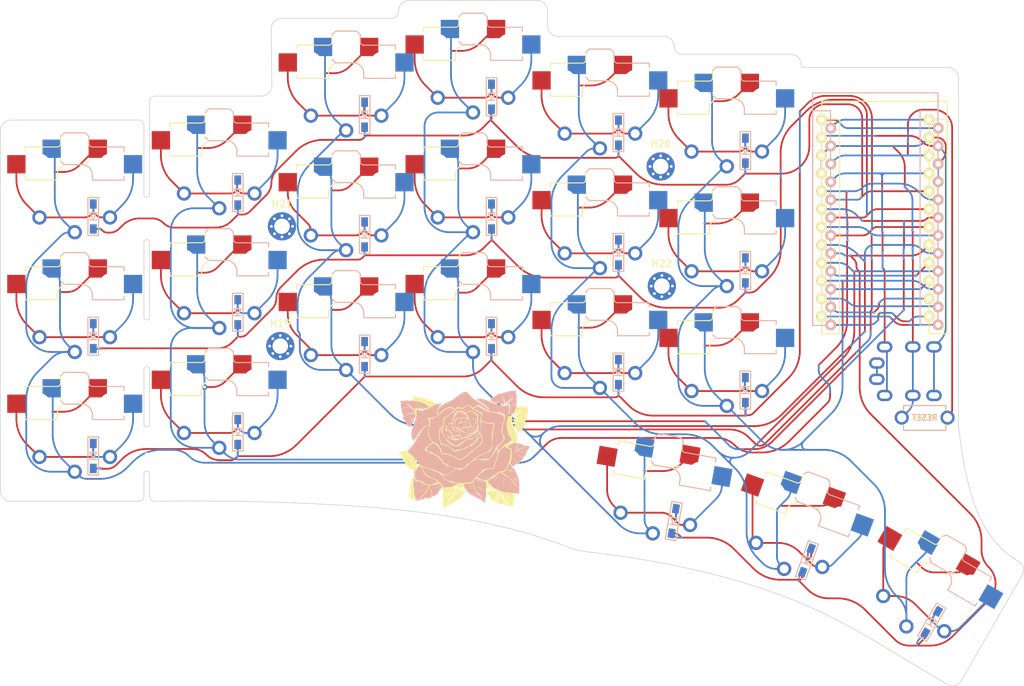
<source format=kicad_pcb>
(kicad_pcb (version 20221018) (generator pcbnew)
  (layers (0 "F.Cu" signal) (31 "B.Cu" signal) (34 "B.Paste" user) (35 "F.Paste" user) (36 "B.SilkS" user "B.Silkscreen") (37 "F.SilkS" user "F.Silkscreen") (38 "B.Mask" user) (39 "F.Mask" user) (44 "Edge.Cuts" user))
  (net 0 "")
  (net 1 "unconnected-(U1-TX0{slash}PD3-Pad1)")
  (net 2 "unconnected-(U1-RAW-Pad24)")
  (net 3 "unconnected-(U1-9{slash}PB5-Pad12)")
  (net 4 "unconnected-(U1-8{slash}PB4-Pad11)")
  (net 5 "unconnected-(U1-16{slash}PB2-Pad14)")
  (net 6 "unconnected-(U1-15{slash}PB1-Pad16)")
  (net 7 "unconnected-(U1-14{slash}PB3-Pad15)")
  (net 8 "unconnected-(U1-10{slash}PB6-Pad13)")
  (net 9 "r4")
  (net 10 "r3")
  (net 11 "r2")
  (net 12 "r1")
  (net 13 "c6")
  (net 14 "c5")
  (net 15 "c4")
  (net 16 "c3")
  (net 17 "c2")
  (net 18 "c1")
  (net 19 "VCC")
  (net 20 "RST")
  (net 21 "Net-(D9-A)")
  (net 22 "Net-(D8-A)")
  (net 23 "Net-(D7-A)")
  (net 24 "Net-(D6-A)")
  (net 25 "Net-(D5-A)")
  (net 26 "Net-(D4-A)")
  (net 27 "Net-(D3-A)")
  (net 28 "Net-(D21-A)")
  (net 29 "Net-(D20-A)")
  (net 30 "Net-(D2-A)")
  (net 31 "Net-(D19-A)")
  (net 32 "Net-(D18-A)")
  (net 33 "Net-(D17-A)")
  (net 34 "Net-(D16-A)")
  (net 35 "Net-(D15-A)")
  (net 36 "Net-(D14-A)")
  (net 37 "Net-(D13-A)")
  (net 38 "Net-(D12-A)")
  (net 39 "Net-(D11-A)")
  (net 40 "Net-(D10-A)")
  (net 41 "Net-(D1-A)")
  (net 42 "GND")
  (net 43 "unconnected-(U2-SLEEVE-Pad1)")
  (net 44 "data")
  (footprint "Keebio-Parts:breakaway-hole" (layer "F.Cu") (at 59.11 85.304)
    (fp_text reference "H13" hide)
    (fp_text value "Mounting_Hole" hide)
  )
  (footprint "kbd:M2_HOLE_v3" (layer "F.Cu") (at 131.99 76.13)
    (fp_text reference "H20")
    (fp_text value "Mounting_Hole")
  )
  (footprint "haf:Choc" (layer "F.Cu") (at 123.37 106.745)
    (fp_text reference "S17" hide)
    (fp_text value "Keyswitch" hide)
  )
  (footprint "Keebio-Parts:breakaway-hole" (layer "F.Cu") (at 59.14 98.6423)
    (fp_text reference "H5" hide)
    (fp_text value "Mounting_Hole" hide)
  )
  (footprint "kbd:M2_HOLE_v3" (layer "F.Cu") (at 78.27 84.63)
    (fp_text reference "H21")
    (fp_text value "Mounting_Hole")
  )
  (footprint "haf:TRRS-PJ-320A-dual" (layer "F.Cu") (at 173.9625 106.3425 -90)
    (fp_text reference "U2")
    (fp_text value "TRRS")
  )
  (footprint "lily:TACT_SWITCH_TVBP06" (layer "F.Cu") (at 169.44 111.78 180)
    (fp_text reference "SW1" hide)
    (fp_text value "Switch" hide)
  )
  (footprint "haf:Choc" (layer "F.Cu") (at 105.37 67.645)
    (fp_text reference "S4" hide)
    (fp_text value "Keyswitch" hide)
  )
  (footprint "haf:Choc" (layer "F.Cu") (at 69.37 98.245)
    (fp_text reference "S8" hide)
    (fp_text value "Keyswitch" hide)
  )
  (footprint "Keebio-Parts:breakaway-hole" (layer "F.Cu") (at 59.08 84.424)
    (fp_text reference "H14" hide)
    (fp_text value "Mounting_Hole" hide)
  )
  (footprint "Keebio-Parts:breakaway-hole" (layer "F.Cu") (at 59.1 113.864)
    (fp_text reference "H1" hide)
    (fp_text value "Mounting_Hole" hide)
  )
  (footprint "haf:Choc" (layer "F.Cu") (at 141.37 75.295)
    (fp_text reference "S6" hide)
    (fp_text value "Keyswitch" hide)
  )
  (footprint "Keebio-Parts:breakaway-hole" (layer "F.Cu") (at 59.07 83.064)
    (fp_text reference "H18" hide)
    (fp_text value "Mounting_Hole" hide)
  )
  (footprint "haf:Choc" (layer "F.Cu") (at 149.782538 132.483639 -20)
    (fp_text reference "S20" hide)
    (fp_text value "Keyswitch" hide)
  )
  (footprint "Keebio-Parts:breakaway-hole" (layer "F.Cu") (at 59.08 119.114)
    (fp_text reference "H15" hide)
    (fp_text value "Mounting_Hole" hide)
  )
  (footprint "haf:Choc" (layer "F.Cu") (at 141.37 92.295)
    (fp_text reference "S12" hide)
    (fp_text value "Keyswitch" hide)
  )
  (footprint "Keebio-Parts:breakaway-hole" (layer "F.Cu") (at 59.08 103.904)
    (fp_text reference "H8" hide)
    (fp_text value "Mounting_Hole" hide)
  )
  (footprint "haf:Choc" (layer "F.Cu") (at 69.37 115.245)
    (fp_text reference "S14" hide)
    (fp_text value "Keyswitch" hide)
  )
  (footprint "haf:Choc" (layer "F.Cu") (at 105.37 84.645)
    (fp_text reference "S10" hide)
    (fp_text value "Keyswitch" hide)
  )
  (footprint "haf:Choc" (layer "F.Cu") (at 48.87 118.645)
    (fp_text reference "S13" hide)
    (fp_text value "Keyswitch" hide)
  )
  (footprint "haf:Choc" (layer "F.Cu") (at 105.37 101.645)
    (fp_text reference "S16" hide)
    (fp_text value "Keyswitch" hide)
  )
  (footprint "Keebio-Parts:breakaway-hole" (layer "F.Cu") (at 59.05 117.194)
    (fp_text reference "H4" hide)
    (fp_text value "Mounting_Hole" hide)
  )
  (footprint "Keebio-Parts:breakaway-hole" (layer "F.Cu") (at 59.07 82.180425)
    (fp_text reference "H16" hide)
    (fp_text value "Mounting_Hole" hide)
  )
  (footprint "Keebio-Parts:breakaway-hole" (layer "F.Cu") (at 59.09 81.254)
    (fp_text reference "H17" hide)
    (fp_text value "Mounting_Hole" hide)
  )
  (footprint "Keebio-Parts:breakaway-hole" (layer "F.Cu") (at 59.12 86.244)
    (fp_text reference "H9" hide)
    (fp_text value "Mounting_Hole" hide)
  )
  (footprint "Keebio-Parts:breakaway-hole" (layer "F.Cu") (at 59.1 114.830425)
    (fp_text reference "H2" hide)
    (fp_text value "Mounting_Hole" hide)
  )
  (footprint "haf:Choc" (layer "F.Cu") (at 48.87 101.645)
    (fp_text reference "S7" hide)
    (fp_text value "Keyswitch" hide)
  )
  (footprint "Keebio-Parts:breakaway-hole" (layer "F.Cu") (at 59.09 115.790425)
    (fp_text reference "H3" hide)
    (fp_text value "Mounting_Hole" hide)
  )
  (footprint "haf:Choc" (layer "F.Cu") (at 167.257036 140.717657 -30)
    (fp_text reference "S21" hide)
    (fp_text value "Keyswitch" hide)
  )
  (footprint "haf:Choc" (layer "F.Cu") (at 123.37 89.745)
    (fp_text reference "S11" hide)
    (fp_text value "Keyswitch" hide)
  )
  (footprint "haf:Choc" (layer "F.Cu") (at 141.37 109.295)
    (fp_text reference "S18" hide)
    (fp_text value "Keyswitch" hide)
  )
  (footprint "haf:Choc" (layer "F.Cu") (at 87.37 70.195)
    (fp_text reference "S3" hide)
    (fp_text value "Keyswitch" hide)
  )
  (footprint "Keebio-Parts:breakaway-hole" (layer "F.Cu") (at 59.1 102.894)
    (fp_text reference "H11" hide)
    (fp_text value "Mounting_Hole" hide)
  )
  (footprint "haf:Choc" (layer "F.Cu") (at 131.00991 127.411365 -10)
    (fp_text reference "S19" hide)
    (fp_text value "Keyswitch" hide)
  )
  (footprint "kbd:M2_HOLE_v3" (layer "F.Cu") (at 132.16 93.11)
    (fp_text reference "H22")
    (fp_text value "Mounting_Hole")
  )
  (footprint "Keebio-Parts:breakaway-hole" (layer "F.Cu") (at 59.14 101.494)
    (fp_text reference "H10" hide)
    (fp_text value "Mounting_Hole" hide)
  )
  (footprint "haf:Choc" (layer "F.Cu") (at 87.37 87.195)
    (fp_text reference "S9" hide)
    (fp_text value "Keyswitch" hide)
  )
  (footprint "haf:Choc" (layer "F.Cu") (at 123.37 72.745)
    (fp_text reference "S5" hide)
    (fp_text value "Keyswitch" hide)
  )
  (footprint "haf:Choc" (layer "F.Cu") (at 87.37 104.195)
    (fp_text reference "S15" hide)
    (fp_text value "Keyswitch" hide)
  )
  (footprint "kbd:M2_HOLE_v3" (layer "F.Cu") (at 78.03 101.63)
    (fp_text reference "H19")
    (fp_text value "Mounting_Hole")
  )
  (footprint "Keebio-Parts:breakaway-hole" (layer "F.Cu") (at 59.15 100.524)
    (fp_text reference "H7" hide)
    (fp_text value "Mounting_Hole" hide)
  )
  (footprint "Keebio-Parts:breakaway-hole" (layer "F.Cu") (at 59.05 118.174)
    (fp_text reference "H12" hide)
    (fp_text value "Mounting_Hole" hide)
  )
  (footprint "haf:Choc" (layer "F.Cu") (at 69.37 81.245)
    (fp_text reference "S2" hide)
    (fp_text value "Keyswitch" hide)
  )
  (footprint "Keebio-Parts:breakaway-hole" (layer "F.Cu") (at 59.14 99.574)
    (fp_text reference "H6" hide)
    (fp_text value "Mounting_Hole" hide)
  )
  (footprint "lily:ProMicro_rev2" (layer "F.Cu") (at 163.64 84.26)
    (fp_text reference "U1" hide)
    (fp_text value "Arduino_Pro_Micro" hide)
  )
  (footprint "haf:Choc" (layer "F.Cu") (at 48.87 84.645)
    (fp_text reference "S1" hide)
    (fp_text value "Keyswitch" hide)
  )
  (footprint "kbd:D3_SMD" (layer "B.Cu") (at 72 96.825 90)
    (fp_text reference "D8" hide)
    (fp_text value "Diode" hide)
  )
  (footprint "kbd:D3_SMD" (layer "B.Cu") (at 144 73.875 90)
    (fp_text reference "D6" hide)
    (fp_text value "Diode" hide)
  )
  (footprint "kbd:D3_SMD" (layer "B.Cu") (at 90 102.775 90)
    (fp_text reference "D15" hide)
    (fp_text value "Diode" hide)
  )
  (footprint "kbd:D3_SMD" (layer "B.Cu") (at 170.44 140.82 60)
    (fp_text reference "D21" hide)
    (fp_text value "Diode" hide)
  )
  (footprint "kbd:D3_SMD" (layer "B.Cu") (at 126 71.325 90)
    (fp_text reference "D5" hide)
    (fp_text value "Diode" hide)
  )
  (footprint "kbd:D3_SMD" (layer "B.Cu") (at 133.846535 126.469633 80)
    (fp_text reference "D19" hide)
    (fp_text value "Diode" hide)
  )
  (footprint "kbd:D3_SMD" (layer "B.Cu") (at 126 105.325 90)
    (fp_text reference "D17" hide)
    (fp_text value "Diode" hide)
  )
  (footprint "kbd:D3_SMD" (layer "B.Cu") (at 108 66.225 90)
    (fp_text reference "D4" hide)
    (fp_text value "Diode" hide)
  )
  (footprint "kbd:D3_SMD" (layer "B.Cu") (at 72 113.825 90)
    (fp_text reference "D14" hide)
    (fp_text value "Diode" hide)
  )
  (footprint "kbd:D3_SMD" (layer "B.Cu") (at 90 85.775 90)
    (fp_text reference "D9" hide)
    (fp_text value "Diode" hide)
  )
  (footprint "kbd:D3_SMD" (layer "B.Cu") (at 90 68.775 90)
    (fp_text reference "D3" hide)
    (fp_text value "Diode" hide)
  )
  (footprint "kbd:D3_SMD" (layer "B.Cu") (at 51.5 117.225 90)
    (fp_text reference "D13" hide)
    (fp_text value "Diode" hide)
  )
  (footprint "kbd:D3_SMD" (layer "B.Cu") (at 108 83.225 90)
    (fp_text reference "D10" hide)
    (fp_text value "Diode" hide)
  )
  (footprint "kbd:D3_SMD" (layer "B.Cu") (at 51.5 83.225 90)
    (fp_text reference "D1" hide)
    (fp_text value "Diode" hide)
  )
  (footprint "kbd:D3_SMD" (layer "B.Cu") (at 144 107.875 90)
    (fp_text reference "D18" hide)
    (fp_text value "Diode" hide)
  )
  (footprint "kbd:D3_SMD" (layer "B.Cu") (at 126 88.325 90)
    (fp_text reference "D11" hide)
    (fp_text value "Diode" hide)
  )
  (footprint "kbd:D3_SMD" (layer "B.Cu") (at 108 100.225 90)
    (fp_text reference "D16" hide)
    (fp_text value "Diode" hide)
  )
  (footprint "kbd:D3_SMD" (layer "B.Cu") (at 72 79.825 90)
    (fp_text reference "D2" hide)
    (fp_text value "Diode" hide)
  )
  (footprint "kbd:D3_SMD" (layer "B.Cu") (at 51.5 100.225 90)
    (fp_text reference "D7" hide)
    (fp_text value "Diode" hide)
  )
  (footprint "kbd:D3_SMD" (layer "B.Cu") (at 152.739599 132.048788 70)
    (fp_text reference "D20" hide)
    (fp_text value "Diode" hide)
  )
  (footprint "kbd:D3_SMD" (layer "B.Cu") (at 144 90.875 90)
    (fp_text reference "D12" hide)
    (fp_text value "Diode" hide)
  )
  (gr_poly (pts (xy 103.104265 114.392983) (xy 102.997869 114.402731) (xy 102.88793 114.422404) (xy 102.831841 114.436193) (xy 102.775115 114.452737) (xy 102.717837 114.472129) (xy 102.660088 114.494461) (xy 102.601953 114.519823) (xy 102.543514 114.548308) (xy 102.550319 114.56549) (xy 102.568528 114.590967) (xy 102.588644 114.615023) (xy 102.610619 114.637669) (xy 102.634409 114.658917) (xy 102.687249 114.697262) (xy 102.746795 114.730147) (xy 102.81268 114.757661) (xy 102.884536 114.779895) (xy 102.961997 114.796938) (xy 103.044695 114.808879) (xy 103.132261 114.815808) (xy 103.22433 114.817814) (xy 103.320533 114.814987) (xy 103.420503 114.807416) (xy 103.523873 114.795192) (xy 103.630274 114.778403) (xy 103.73934 114.757139) (xy 103.850704 114.73149) (xy 103.840326 114.705744) (xy 103.827151 114.680374) (xy 103.811263 114.655473) (xy 103.792743 114.63113) (xy 103.748144 114.58449) (xy 103.694019 114.541186) (xy 103.631032 114.501951) (xy 103.559849 114.467516) (xy 103.481136 114.438615) (xy 103.395555 114.415978) (xy 103.303773 114.400339) (xy 103.206455 114.39243)) (fill solid) (layer "B.SilkS"))
  (gr_poly (pts (xy 110.275982 116.033042) (xy 110.275989 116.033004) (xy 110.275982 116.033004)) (fill solid) (layer "B.SilkS"))
  (gr_poly (pts (xy 110.4819 118.438025) (xy 110.435038 118.563162) (xy 110.385824 118.683974) (xy 110.333872 118.799749) (xy 110.278794 118.909777) (xy 110.220205 119.013348) (xy 110.189472 119.06249) (xy 110.157717 119.109751) (xy 110.12489 119.155043) (xy 110.090943 119.198276) (xy 110.055828 119.239363) (xy 110.019497 119.278213) (xy 109.981901 119.314738) (xy 109.942992 119.34885) (xy 109.902721 119.380459) (xy 109.861041 119.409477) (xy 109.817902 119.435815) (xy 109.773257 119.459385) (xy 109.727057 119.480096) (xy 109.679254 119.497862) (xy 109.629799 119.512591) (xy 109.578644 119.524197) (xy 109.525742 119.53259) (xy 109.471042 119.537682) (xy 109.414498 119.539383) (xy 109.35606 119.537604) (xy 109.250322 119.582011) (xy 109.140605 119.638121) (xy 109.027231 119.704354) (xy 108.910518 119.779129) (xy 108.668361 119.947988) (xy 108.416694 120.132057) (xy 108.158081 120.318696) (xy 108.026971 120.409028) (xy 107.895084 120.495263) (xy 107.762742 120.57582) (xy 107.630264 120.649119) (xy 107.497972 120.71358) (xy 107.366184 120.767623) (xy 107.391862 120.798529) (xy 107.416018 120.829731) (xy 107.461948 120.892597) (xy 107.508344 120.955372) (xy 107.533083 120.98646) (xy 107.559579 121.017208) (xy 107.588377 121.047509) (xy 107.620023 121.077256) (xy 107.655066 121.106345) (xy 107.674031 121.120609) (xy 107.69405 121.134668) (xy 107.715191 121.14851) (xy 107.737522 121.16212) (xy 107.761112 121.175486) (xy 107.786029 121.188595) (xy 107.812341 121.201433) (xy 107.840117 121.213987) (xy 107.869425 121.226243) (xy 107.900333 121.238189) (xy 107.919963 121.292121) (xy 107.940558 121.342633) (xy 107.962076 121.38987) (xy 107.984477 121.433981) (xy 108.007718 121.475113) (xy 108.031758 121.513413) (xy 108.056556 121.54903) (xy 108.082069 121.582109) (xy 108.108256 121.6128) (xy 108.135075 121.64125) (xy 108.162485 121.667605) (xy 108.190444 121.692013) (xy 108.218911 121.714623) (xy 108.247844 121.735581) (xy 108.306941 121.773132) (xy 108.367402 121.805847) (xy 108.428894 121.834905) (xy 108.553641 121.886771) (xy 108.678518 121.938171) (xy 108.740173 121.966645) (xy 108.800861 121.998542) (xy 108.97271 122.112128) (xy 109.016312 122.13981) (xy 109.060915 122.166372) (xy 109.106888 122.191398) (xy 109.154605 122.214472) (xy 109.204436 122.235176) (xy 109.256754 122.253096) (xy 109.311931 122.267813) (xy 109.370338 122.278911) (xy 109.432347 122.285974) (xy 109.49833 122.288585) (xy 109.532927 122.288091) (xy 109.568658 122.286327) (xy 109.605568 122.283243) (xy 109.643703 122.278785) (xy 109.749776 122.310744) (xy 109.85575 122.339919) (xy 109.908677 122.352852) (xy 109.961553 122.364355) (xy 110.014369 122.374183) (xy 110.067115 122.382093) (xy 110.119782 122.38784) (xy 110.172362 122.391178) (xy 110.224846 122.391864) (xy 110.277225 122.389653) (xy 110.329489 122.3843) (xy 110.38163 122.375561) (xy 110.43364 122.363191) (xy 110.485508 122.346946) (xy 110.528116 122.371584) (xy 110.570496 122.394066) (xy 110.612633 122.414269) (xy 110.654515 122.432076) (xy 110.69613 122.447367) (xy 110.737464 122.460021) (xy 110.778506 122.469919) (xy 110.819242 122.476941) (xy 110.85966 122.480968) (xy 110.899748 122.48188) (xy 110.939492 122.479558) (xy 110.959231 122.477146) (xy 110.97888 122.473881) (xy 110.998436 122.469747) (xy 111.017899 122.46473) (xy 111.037266 122.458814) (xy 111.056537 122.451985) (xy 111.075709 122.444228) (xy 111.09478 122.435527) (xy 111.113751 122.425868) (xy 111.132618 122.415236) (xy 111.150362 122.433307) (xy 111.168634 122.449975) (xy 111.18741 122.465303) (xy 111.206666 122.479354) (xy 111.226379 122.492191) (xy 111.246526 122.503877) (xy 111.267081 122.514475) (xy 111.288023 122.524047) (xy 111.330968 122.540368) (xy 111.375172 122.553343) (xy 111.420445 122.563477) (xy 111.466598 122.571272) (xy 111.513441 122.577232) (xy 111.560785 122.581862) (xy 111.656217 122.589141) (xy 111.751378 122.597139) (xy 111.798384 122.602667) (xy 111.844753 122.609885) (xy 111.875172 122.532077) (xy 111.899953 122.455945) (xy 111.919602 122.38134) (xy 111.934624 122.308111) (xy 111.945525 122.236108) (xy 111.952811 122.16518) (xy 111.956987 122.095178) (xy 111.957973 122.051749) (xy 110.922092 122.051749) (xy 110.900982 121.990823) (xy 110.882289 121.929816) (xy 110.865898 121.868731) (xy 110.851695 121.807572) (xy 110.839566 121.746343) (xy 110.829398 121.685048) (xy 110.821075 121.623691) (xy 110.814485 121.562276) (xy 110.809513 121.500806) (xy 110.806045 121.439285) (xy 110.803165 121.316107) (xy 110.804933 121.192772) (xy 110.810436 121.069312) (xy 110.815359 121.192423) (xy 110.822133 121.315472) (xy 110.831122 121.438446) (xy 110.842692 121.561332) (xy 110.857209 121.684117) (xy 110.875037 121.806791) (xy 110.896543 121.929339) (xy 110.922092 122.051749) (xy 111.957973 122.051749) (xy 111.958559 122.025949) (xy 111.953003 121.87847) (xy 111.618526 121.87847) (xy 111.614658 121.855506) (xy 111.610492 121.832106) (xy 111.587818 121.745351) (xy 111.553014 121.649723) (xy 111.50519 121.545556) (xy 111.443457 121.433183) (xy 111.366922 121.312937) (xy 111.274696 121.185152) (xy 111.165887 121.050159) (xy 111.039606 120.908293) (xy 110.894961 120.759886) (xy 110.731061 120.605271) (xy 110.547017 120.444781) (xy 110.391925 120.31922) (xy 110.004299 120.31922) (xy 109.922664 120.426237) (xy 109.851726 120.532419) (xy 109.790853 120.637813) (xy 109.73941 120.742471) (xy 109.696765 120.84644) (xy 109.662282 120.949772) (xy 109.63533 121.052514) (xy 109.615273 121.154717) (xy 109.601479 121.25643) (xy 109.593314 121.357702) (xy 109.590144 121.458583) (xy 109.591336 121.559122) (xy 109.596256 121.659368) (xy 109.604271 121.759371) (xy 109.627048 121.958846) (xy 109.611358 121.876823) (xy 109.597995 121.797408) (xy 109.586904 121.720538) (xy 109.578031 121.646151) (xy 109.571318 121.574185) (xy 109.566712 121.504579) (xy 109.564155 121.437269) (xy 109.563594 121.372193) (xy 109.564972 121.309291) (xy 109.568233 121.248498) (xy 109.573323 121.189754) (xy 109.580186 121.132996) (xy 109.588766 121.078162) (xy 109.599009 121.02519) (xy 109.610857 120.974017) (xy 109.624257 120.924582) (xy 109.639152 120.876823) (xy 109.655487 120.830676) (xy 109.673206 120.786081) (xy 109.692255 120.742975) (xy 109.712576 120.701295) (xy 109.734116 120.660981) (xy 109.756819 120.621968) (xy 109.780628 120.584197) (xy 109.831346 120.512126) (xy 109.885827 120.444271) (xy 109.943626 120.380135) (xy 110.004299 120.31922) (xy 110.391925 120.31922) (xy 110.341936 120.27875) (xy 110.11493 120.107511) (xy 109.866719 119.932532) (xy 109.202411 119.932532) (xy 109.155729 119.954268) (xy 109.111291 119.976672) (xy 109.069048 119.99973) (xy 109.028949 120.023426) (xy 108.990944 120.047747) (xy 108.954983 120.072676) (xy 108.921015 120.098198) (xy 108.888989 120.1243) (xy 108.858856 120.150965) (xy 108.830566 120.178178) (xy 108.804067 120.205926) (xy 108.779309 120.234192) (xy 108.756243 120.262962) (xy 108.734817 120.29222) (xy 108.714982 120.321952) (xy 108.696686 120.352143) (xy 108.679881 120.382778) (xy 108.664514 120.413841) (xy 108.637898 120.477193) (xy 108.616434 120.54208) (xy 108.59972 120.608382) (xy 108.587353 120.675979) (xy 108.578931 120.74475) (xy 108.57405 120.814576) (xy 108.572307 120.885337) (xy 108.567724 120.782038) (xy 108.567491 120.733333) (xy 108.568644 120.686522) (xy 108.571193 120.641552) (xy 108.575146 120.598372) (xy 108.580513 120.556928) (xy 108.587305 120.517169) (xy 108.59553 120.479042) (xy 108.605198 120.442496) (xy 108.616318 120.407477) (xy 108.628902 120.373934) (xy 108.642956 120.341815) (xy 108.658493 120.311067) (xy 108.67552 120.281637) (xy 108.694049 120.253475) (xy 108.714087 120.226527) (xy 108.735645 120.200742) (xy 108.758733 120.176066) (xy 108.78336 120.152448) (xy 108.809535 120.129836) (xy 108.837268 120.108177) (xy 108.866569 120.08742) (xy 108.897448 120.067511) (xy 108.929913 120.048399) (xy 108.963975 120.030031) (xy 109.036927 119.99532) (xy 109.11638 119.96296) (xy 109.202411 119.932532) (xy 109.866719 119.932532) (xy 109.865106 119.931396) (xy 109.591575 119.750738) (xy 109.293445 119.565871) (xy 109.483059 119.559501) (xy 109.645273 119.667922) (xy 109.798898 119.773416) (xy 109.944176 119.876034) (xy 110.081349 119.975826) (xy 110.210656 120.072846) (xy 110.332339 120.167143) (xy 110.446641 120.25877) (xy 110.553801 120.347778) (xy 110.654061 120.434219) (xy 110.747662 120.518144) (xy 110.834846 120.599604) (xy 110.915854 120.678651) (xy 110.990927 120.755336) (xy 111.060305 120.829712) (xy 111.124232 120.901828) (xy 111.182947 120.971738) (xy 111.236692 121.039491) (xy 111.285708 121.105141) (xy 111.330236 121.168737) (xy 111.370518 121.230333) (xy 111.406795 121.289978) (xy 111.439308 121.347725) (xy 111.494007 121.45773) (xy 111.536545 121.560759) (xy 111.568852 121.657223) (xy 111.592858 121.747535) (xy 111.610492 121.832106) (xy 111.612832 121.843991) (xy 111.614958 121.855686) (xy 111.61686 121.867182) (xy 111.618526 121.87847) (xy 111.953003 121.87847) (xy 111.938068 121.481971) (xy 111.946826 121.415849) (xy 111.952559 121.354189) (xy 111.955511 121.296631) (xy 111.955924 121.242818) (xy 111.954042 121.19239) (xy 111.950107 121.144989) (xy 111.944362 121.100257) (xy 111.937051 121.057834) (xy 111.928417 121.017364) (xy 111.918703 120.978487) (xy 111.908151 120.940844) (xy 111.897005 120.904078) (xy 111.873901 120.83174) (xy 111.87079 120.821654) (xy 111.689502 120.821654) (xy 111.651673 120.76548) (xy 111.610972 120.71271) (xy 111.56755 120.663167) (xy 111.521554 120.616675) (xy 111.473134 120.573058) (xy 111.422437 120.53214) (xy 111.369612 120.493744) (xy 111.314809 120.457695) (xy 111.258174 120.423816) (xy 111.199858 120.391931) (xy 111.140008 120.361863) (xy 111.078773 120.333437) (xy 111.016302 120.306477) (xy 110.952743 120.280806) (xy 110.822956 120.232627) (xy 110.897301 120.246738) (xy 110.969543 120.263216) (xy 111.039555 120.2822) (xy 111.107212 120.303833) (xy 111.172387 120.328257) (xy 111.234955 120.355614) (xy 111.29479 120.386045) (xy 111.323642 120.402458) (xy 111.351764 120.419692) (xy 111.37914 120.437766) (xy 111.405754 120.456697) (xy 111.43159 120.476502) (xy 111.456632 120.497201) (xy 111.480864 120.518809) (xy 111.504272 120.541346) (xy 111.526839 120.564829) (xy 111.548549 120.589275) (xy 111.569387 120.614702) (xy 111.589337 120.641128) (xy 111.608382 120.668571) (xy 111.626509 120.697048) (xy 111.6437 120.726577) (xy 111.659939 120.757176) (xy 111.675212 120.788862) (xy 111.689502 120.821654) (xy 111.87079 120.821654) (xy 111.851337 120.758605) (xy 111.848485 120.720336) (xy 111.847257 120.683939) (xy 111.84675 120.613394) (xy 111.84398 120.540236) (xy 111.839921 120.500574) (xy 111.833108 120.457734) (xy 111.822809 120.410875) (xy 111.808295 120.359155) (xy 111.788837 120.301733) (xy 111.763705 120.237767) (xy 111.732169 120.166416) (xy 111.693499 120.086838) (xy 111.646965 119.998191) (xy 111.591839 119.899634) (xy 111.589584 119.864279) (xy 111.586845 119.831258) (xy 111.583642 119.800468) (xy 111.579998 119.771804) (xy 111.575934 119.745163) (xy 111.571471 119.720442) (xy 111.566631 119.697536) (xy 111.561436 119.676343) (xy 111.555906 119.656757) (xy 111.550064 119.638676) (xy 111.545526 119.626334) (xy 111.285145 119.626334) (xy 111.212362 119.576055) (xy 111.138851 119.529051) (xy 111.064497 119.485826) (xy 110.989189 119.446886) (xy 110.912813 119.412736) (xy 110.835257 119.383881) (xy 110.756408 119.360827) (xy 110.676153 119.344079) (xy 110.594379 119.334142) (xy 110.552888 119.331886) (xy 110.510974 119.331521) (xy 110.468624 119.333113) (xy 110.425825 119.336723) (xy 110.382561 119.342414) (xy 110.338818 119.350251) (xy 110.294583 119.360296) (xy 110.249842 119.372612) (xy 110.20458 119.387262) (xy 110.158783 119.40431) (xy 110.112438 119.423819) (xy 110.065529 119.445851) (xy 110.018043 119.470471) (xy 109.969967 119.497741) (xy 110.010385 119.466404) (xy 110.050852 119.437585) (xy 110.091367 119.411259) (xy 110.131929 119.387402) (xy 110.172538 119.365992) (xy 110.213194 119.347004) (xy 110.253897 119.330415) (xy 110.294644 119.316202) (xy 110.335438 119.30434) (xy 110.376276 119.294807) (xy 110.417158 119.287578) (xy 110.458084 119.28263) (xy 110.499054 119.27994) (xy 110.540067 119.279483) (xy 110.581122 119.281236) (xy 110.62222 119.285176) (xy 110.663359 119.291279) (xy 110.704539 119.299521) (xy 110.745761 119.30988) (xy 110.787022 119.32233) (xy 110.828324 119.336849) (xy 110.869665 119.353413) (xy 110.911045 119.371998) (xy 110.952463 119.392581) (xy 111.035414 119.439646) (xy 111.118513 119.494419) (xy 111.201758 119.556711) (xy 111.285145 119.626334) (xy 111.545526 119.626334) (xy 111.543931 119.621996) (xy 111.537529 119.606613) (xy 111.530879 119.592424) (xy 111.524002 119.579324) (xy 111.516921 119.56721) (xy 111.509657 119.555979) (xy 111.50223 119.545526) (xy 111.494664 119.535748) (xy 111.486979 119.526541) (xy 111.479197 119.517802) (xy 111.463428 119.501311) (xy 111.447529 119.485446) (xy 111.431673 119.469377) (xy 111.416031 119.452275) (xy 111.408345 119.443077) (xy 111.400777 119.433309) (xy 111.393348 119.422868) (xy 111.386081 119.411651) (xy 111.369892 119.339112) (xy 111.36097 119.303048) (xy 111.350847 119.267282) (xy 111.339034 119.231935) (xy 111.325044 119.197128) (xy 111.308388 119.162982) (xy 111.298909 119.146196) (xy 111.288581 119.129619) (xy 111.277342 119.113269) (xy 111.265132 119.09716) (xy 111.251891 119.081307) (xy 111.237556 119.065725) (xy 111.222067 119.050429) (xy 111.205364 119.035435) (xy 111.187385 119.020758) (xy 111.168068 119.006413) (xy 111.147354 118.992414) (xy 111.125181 118.978778) (xy 111.101489 118.965518) (xy 111.076215 118.952651) (xy 111.0493 118.940192) (xy 111.020682 118.928155) (xy 110.990301 118.916556) (xy 110.958095 118.90541) (xy 110.944952 118.867687) (xy 110.929149 118.830053) (xy 110.910864 118.792503) (xy 110.89027 118.75503) (xy 110.867542 118.717629) (xy 110.842857 118.680294) (xy 110.816388 118.643019) (xy 110.788311 118.605799) (xy 110.758801 118.568626) (xy 110.728033 118.531496) (xy 110.663423 118.457338) (xy 110.595883 118.383279) (xy 110.526813 118.309272) (xy 110.526798 118.309272)) (fill solid) (layer "B.SilkS"))
  (gr_poly (pts (xy 106.268243 109.108937) (xy 106.161971 109.124861) (xy 106.061075 109.153485) (xy 105.965799 109.195762) (xy 105.876384 109.252646) (xy 106.085095 109.373676) (xy 106.283735 109.492983) (xy 106.471702 109.610337) (xy 106.648395 109.725506) (xy 106.813212 109.838259) (xy 106.965551 109.948364) (xy 107.104811 110.055591) (xy 107.230388 110.159708) (xy 107.341683 110.260484) (xy 107.391786 110.309547) (xy 107.438092 110.357688) (xy 107.480527 110.404878) (xy 107.519015 110.451088) (xy 107.55348 110.496289) (xy 107.583849 110.540453) (xy 107.610044 110.583551) (xy 107.631992 110.625553) (xy 107.649617 110.66643) (xy 107.662843 110.706155) (xy 107.671596 110.744697) (xy 107.6758 110.782028) (xy 107.67538 110.81812) (xy 107.670261 110.852942) (xy 107.958413 110.904744) (xy 108.276127 110.95761) (xy 108.599539 111.007712) (xy 108.904789 111.051223) (xy 109.003972 111.064898) (xy 109.099264 111.078888) (xy 109.190389 111.093602) (xy 109.277073 111.109451) (xy 109.359041 111.126845) (xy 109.436016 111.146195) (xy 109.472546 111.156732) (xy 109.507725 111.167912) (xy 109.541519 111.179785) (xy 109.573892 111.192405) (xy 109.604812 111.205821) (xy 109.634242 111.220085) (xy 109.66215 111.235248) (xy 109.6885 111.251363) (xy 109.713259 111.268479) (xy 109.736391 111.286648) (xy 109.757863 111.305923) (xy 109.77764 111.326353) (xy 109.795687 111.34799) (xy 109.811971 111.370886) (xy 109.826456 111.395092) (xy 109.839109 111.42066) (xy 109.849895 111.447639) (xy 109.85878 111.476083) (xy 109.865729 111.506041) (xy 109.870708 111.537566) (xy 109.878177 111.608128) (xy 109.883165 111.679233) (xy 109.885462 111.750749) (xy 109.884862 111.822545) (xy 109.883409 111.858507) (xy 109.881154 111.894489) (xy 109.87807 111.930475) (xy 109.874132 111.966449) (xy 109.869312 112.002394) (xy 109.863586 112.038294) (xy 109.856926 112.074133) (xy 109.849308 112.109893) (xy 109.813337 112.257906) (xy 109.775092 112.400067) (xy 109.697118 112.673186) (xy 109.660058 112.807321) (xy 109.62606 112.941957) (xy 109.596459 113.078682) (xy 109.583725 113.148324) (xy 109.57259 113.219085) (xy 109.552673 113.36143) (xy 109.537465 113.492919) (xy 109.53242 113.555556) (xy 109.529504 113.616635) (xy 109.529035 113.676542) (xy 109.53133 113.735661) (xy 109.536707 113.79438) (xy 109.545482 113.853082) (xy 109.557975 113.912154) (xy 109.574501 113.971981) (xy 109.59538 114.032948) (xy 109.620927 114.095441) (xy 109.65146 114.159845) (xy 109.687298 114.226546) (xy 109.697835 114.24401) (xy 109.710298 114.262993) (xy 109.73958 114.304859) (xy 109.772297 114.350833) (xy 109.805606 114.399604) (xy 109.821592 114.424628) (xy 109.836659 114.449859) (xy 109.850451 114.475134) (xy 109.862612 114.500288) (xy 109.872787 114.525158) (xy 109.88062 114.549579) (xy 109.883547 114.56157) (xy 109.885755 114.573387) (xy 109.887199 114.58501) (xy 109.887836 114.596419) (xy 109.88662 114.634737) (xy 109.881627 114.674024) (xy 109.873022 114.714229) (xy 109.860972 114.755299) (xy 109.845642 114.797183) (xy 109.8272 114.839829) (xy 109.781639 114.927203) (xy 109.725619 115.017005) (xy 109.660468 115.108823) (xy 109.587514 115.202244) (xy 109.508087 115.296854) (xy 109.423514 115.392239) (xy 109.335125 115.487987) (xy 109.152211 115.678915) (xy 108.969975 115.866331) (xy 108.799045 116.046927) (xy 108.819675 116.084381) (xy 108.837884 116.121342) (xy 108.853856 116.157847) (xy 108.86777 116.193932) (xy 108.879808 116.229635) (xy 108.890152 116.264992) (xy 108.898983 116.300041) (xy 108.906482 116.334818) (xy 108.912831 116.369359) (xy 108.91821 116.403703) (xy 108.926787 116.471943) (xy 108.940288 116.607665) (xy 109.026528 116.493236) (xy 109.115773 116.381242) (xy 109.20802 116.271681) (xy 109.303264 116.16455) (xy 109.401501 116.059844) (xy 109.502726 115.957562) (xy 109.606935 115.857699) (xy 109.714122 115.760253) (xy 109.780091 115.705516) (xy 109.854282 115.650098) (xy 109.935017 115.594332) (xy 110.020614 115.538551) (xy 110.199672 115.428281) (xy 110.378011 115.321956) (xy 110.542187 115.222241) (xy 110.614761 115.175698) (xy 110.678752 115.131807) (xy 110.73248 115.090903) (xy 110.774263 115.05332) (xy 110.79015 115.035877) (xy 110.802421 115.01939) (xy 110.810865 115.003899) (xy 110.815273 114.989447) (xy 110.817632 114.966831) (xy 110.817429 114.94317) (xy 110.814809 114.918511) (xy 110.809916 114.892902) (xy 110.802894 114.866389) (xy 110.793887 114.83902) (xy 110.770496 114.781903) (xy 110.740895 114.72193) (xy 110.70624 114.659478) (xy 110.626377 114.528652) (xy 110.540135 114.39245) (xy 110.497506 114.323279) (xy 110.456743 114.253899) (xy 110.419 114.184687) (xy 110.385429 114.116023) (xy 110.357186 114.048284) (xy 110.345422 114.01488) (xy 110.335422 113.981849) (xy 110.275576 113.756133) (xy 110.221647 113.525897) (xy 110.198002 113.40943) (xy 110.177157 113.292251) (xy 110.159551 113.174497) (xy 110.145624 113.056307) (xy 110.135816 112.93782) (xy 110.130568 112.819175) (xy 110.130319 112.700511) (xy 110.13551 112.581966) (xy 110.146579 112.46368) (xy 110.163968 112.345792) (xy 110.188116 112.228439) (xy 110.219463 112.111762) (xy 110.265568 111.952527) (xy 110.306558 111.797602) (xy 110.342611 111.646753) (xy 110.37391 111.499745) (xy 110.400634 111.356345) (xy 110.422962 111.216318) (xy 110.441077 111.07943) (xy 110.455157 110.945448) (xy 110.465383 110.814136) (xy 110.471936 110.685262) (xy 110.474995 110.55859) (xy 110.474742 110.433887) (xy 110.471355 110.310918) (xy 110.465016 110.18945) (xy 110.455905 110.069249) (xy 110.444202 109.95008) (xy 110.285647 109.997331) (xy 110.125692 110.030598) (xy 109.964578 110.050832) (xy 109.802548 110.058987) (xy 109.639843 110.056015) (xy 109.476706 110.042871) (xy 109.313379 110.020507) (xy 109.150103 109.989876) (xy 108.987122 109.951931) (xy 108.824676 109.907626) (xy 108.502361 109.803745) (xy 108.185094 109.685858) (xy 107.874812 109.561589) (xy 107.282948 109.324405) (xy 107.005239 109.226739) (xy 106.742261 109.153189) (xy 106.616901 109.127841) (xy 106.49595 109.11138) (xy 106.37965 109.104762)) (fill solid) (layer "B.SilkS"))
  (gr_poly (pts (xy 106.521657 112.383459) (xy 106.505464 112.479349) (xy 106.491807 112.579341) (xy 106.480404 112.682979) (xy 106.463224 112.899358) (xy 106.451662 113.124825) (xy 106.436341 113.588384) (xy 106.428057 113.819155) (xy 106.41634 114.044371) (xy 106.438041 114.100746) (xy 106.468528 114.161019) (xy 106.546807 114.293651) (xy 106.590075 114.366203) (xy 106.633079 114.443041) (xy 106.673556 114.524262) (xy 106.709245 114.609963) (xy 106.724587 114.654524) (xy 106.737883 114.70024) (xy 106.748852 114.747125) (xy 106.757209 114.795191) (xy 106.762672 114.844449) (xy 106.764958 114.894911) (xy 106.763786 114.94659) (xy 106.758871 114.999498) (xy 106.749931 115.053646) (xy 106.736683 115.109047) (xy 106.718845 115.165714) (xy 106.696133 115.223657) (xy 106.668266 115.28289) (xy 106.63496 115.343424) (xy 106.595932 115.405271) (xy 106.550899 115.468444) (xy 106.521768 115.505703) (xy 106.486293 115.548599) (xy 106.445816 115.595318) (xy 106.401677 115.644049) (xy 106.355218 115.692977) (xy 106.307781 115.740292) (xy 106.284114 115.762778) (xy 106.260706 115.78418) (xy 106.237724 115.804273) (xy 106.215336 115.822829) (xy 105.777872 116.179174) (xy 105.310092 116.567311) (xy 104.275135 117.432952) (xy 104.246844 117.455544) (xy 104.216179 117.478277) (xy 104.183484 117.50114) (xy 104.149104 117.52412) (xy 104.076663 117.570387) (xy 104.001609 117.616984) (xy 103.926694 117.663819) (xy 103.854673 117.710799) (xy 103.820607 117.734313) (xy 103.788297 117.757829) (xy 103.758086 117.781334) (xy 103.73032 117.804816) (xy 103.66248 117.80446) (xy 103.595015 117.798586) (xy 103.527752 117.787586) (xy 103.460519 117.771854) (xy 103.325451 117.727765) (xy 103.188434 117.669468) (xy 103.04809 117.600107) (xy 102.903039 117.522831) (xy 102.593305 117.357114) (xy 102.425865 117.274966) (xy 102.248206 117.197489) (xy 102.058948 117.127827) (xy 101.856713 117.069127) (xy 101.750299 117.044871) (xy 101.640123 117.024536) (xy 101.526014 117.008515) (xy 101.407799 116.9972) (xy 101.285307 116.990987) (xy 101.158364 116.990266) (xy 101.026798 116.995433) (xy 100.890438 117.006881) (xy 100.863813 116.887569) (xy 100.83411 116.770758) (xy 100.800736 116.656401) (xy 100.763099 116.544456) (xy 100.720606 116.434877) (xy 100.672666 116.32762) (xy 100.618685 116.22264) (xy 100.558071 116.119892) (xy 100.490232 116.019333) (xy 100.414575 115.920917) (xy 100.330509 115.8246) (xy 100.285137 115.777214) (xy 100.23744 115.730337) (xy 100.187345 115.683962) (xy 100.134777 115.638084) (xy 100.079662 115.592697) (xy 100.021926 115.547797) (xy 99.961495 115.503376) (xy 99.898296 115.45943) (xy 99.763294 115.372939) (xy 99.652001 115.439891) (xy 99.466386 115.560593) (xy 99.357996 115.636291) (xy 99.245771 115.719655) (xy 99.134626 115.808762) (xy 99.029476 115.901687) (xy 98.935236 115.996508) (xy 98.893743 116.044028) (xy 98.856821 116.0913) (xy 98.825084 116.138085) (xy 98.799147 116.18414) (xy 98.779623 116.229227) (xy 98.767128 116.273104) (xy 98.762275 116.315532) (xy 98.765679 116.356269) (xy 98.777955 116.395075) (xy 98.799717 116.43171) (xy 98.831578 116.465933) (xy 98.874154 116.497503) (xy 98.928059 116.526181) (xy 98.993908 116.551726) (xy 99.262214 116.645911) (xy 99.403339 116.699874) (xy 99.547712 116.759164) (xy 99.694282 116.824341) (xy 99.841999 116.895966) (xy 99.989814 116.974599) (xy 100.136676 117.0608) (xy 100.281535 117.15513) (xy 100.423341 117.258148) (xy 100.561044 117.370415) (xy 100.693595 117.492492) (xy 100.757609 117.557383) (xy 100.819942 117.624938) (xy 100.880461 117.695224) (xy 100.939036 117.768313) (xy 100.995535 117.844275) (xy 101.049826 117.923179) (xy 101.10178 118.005095) (xy 101.151264 118.090094) (xy 101.179338 118.129943) (xy 101.236039 118.183044) (xy 101.319022 118.247026) (xy 101.425943 118.319518) (xy 101.554458 118.398147) (xy 101.702222 118.480542) (xy 101.86689 118.564331) (xy 102.046119 118.647142) (xy 102.237564 118.726604) (xy 102.43888 118.800344) (xy 102.647724 118.865991) (xy 102.861749 118.921173) (xy 103.078613 118.963518) (xy 103.295971 118.990654) (xy 103.511478 119.00021) (xy 103.617805 118.997654) (xy 103.722789 118.989814) (xy 103.753101 118.985947) (xy 103.783094 118.980577) (xy 103.812775 118.973772) (xy 103.842148 118.965602) (xy 103.871221 118.956136) (xy 103.899997 118.945443) (xy 103.928484 118.933593) (xy 103.956685 118.920656) (xy 104.012256 118.891796) (xy 104.066755 118.859417) (xy 104.120226 118.824075) (xy 104.172713 118.786324) (xy 104.224261 118.74672) (xy 104.274914 118.705818) (xy 104.373713 118.622338) (xy 104.469466 118.540325) (xy 104.51631 118.501255) (xy 104.562526 118.464217) (xy 104.623122 118.416395) (xy 104.687631 118.364452) (xy 104.753941 118.310008) (xy 104.81994 118.254684) (xy 104.883517 118.2001) (xy 104.942559 118.147876) (xy 104.994955 118.099633) (xy 105.038593 118.05699) (xy 105.157425 117.938606) (xy 105.270666 117.831234) (xy 105.378962 117.733953) (xy 105.482955 117.64584) (xy 105.583292 117.565974) (xy 105.680617 117.493433) (xy 105.775574 117.427295) (xy 105.868808 117.366637) (xy 105.960964 117.310538) (xy 106.052687 117.258076) (xy 106.14462 117.208328) (xy 106.23741 117.160373) (xy 106.630016 116.968039) (xy 106.749719 116.92792) (xy 106.862614 116.886947) (xy 106.968904 116.845146) (xy 107.068798 116.802544) (xy 107.162499 116.759167) (xy 107.250214 116.715039) (xy 107.332149 116.670187) (xy 107.408509 116.624636) (xy 107.4795 116.578413) (xy 107.545327 116.531543) (xy 107.606197 116.484052) (xy 107.662315 116.435966) (xy 107.713887 116.38731) (xy 107.761118 116.338111) (xy 107.804214 116.288394) (xy 107.843382 116.238185) (xy 107.878825 116.187509) (xy 107.910752 116.136393) (xy 107.939366 116.084863) (xy 107.964874 116.032943) (xy 107.987481 115.980661) (xy 108.007394 115.928041) (xy 108.039957 115.821893) (xy 108.064209 115.714705) (xy 108.081796 115.606684) (xy 108.094364 115.498036) (xy 108.103557 115.388968) (xy 108.099063 115.273947) (xy 108.092284 115.167859) (xy 108.074161 114.975889) (xy 108.035724 114.626583) (xy 108.029004 114.53685) (xy 108.024586 114.442856) (xy 108.023045 114.34295) (xy 108.024954 114.235484) (xy 108.030885 114.118809) (xy 108.041414 113.991274) (xy 108.057113 113.85123) (xy 108.078556 113.697028) (xy 108.087492 113.650523) (xy 108.099954 113.602785) (xy 108.115262 113.553759) (xy 108.132735 113.50339) (xy 108.171458 113.398402) (xy 108.21068 113.287382) (xy 108.228778 113.229472) (xy 108.24496 113.16989) (xy 108.258547 113.10858) (xy 108.268857 113.045486) (xy 108.275212 112.980555) (xy 108.27693 112.913731) (xy 108.275838 112.879592) (xy 108.273332 112.844959) (xy 108.269326 112.809825) (xy 108.263736 112.774184) (xy 108.259686 112.75734) (xy 108.253875 112.74196) (xy 108.246381 112.727979) (xy 108.237285 112.715332) (xy 108.226665 112.703954) (xy 108.214603 112.693779) (xy 108.201176 112.684742) (xy 108.186464 112.676778) (xy 108.170548 112.669822) (xy 108.153506 112.663808) (xy 108.116364 112.654347) (xy 108.075674 112.647873) (xy 108.032073 112.643864) (xy 107.986195 112.641797) (xy 107.938679 112.641152) (xy 107.84127 112.642038) (xy 107.744936 112.642346) (xy 107.698763 112.640978) (xy 107.654766 112.6379) (xy 107.524536 112.625036) (xy 107.390618 112.609213) (xy 107.32245 112.599298) (xy 107.253568 112.587573) (xy 107.18404 112.573679) (xy 107.113936 112.557259) (xy 107.043326 112.537957) (xy 106.972277 112.515415) (xy 106.900861 112.489276) (xy 106.829144 112.459184) (xy 106.757198 112.424779) (xy 106.68509 112.385707) (xy 106.612891 112.341609) (xy 106.540668 112.292128)) (fill solid) (layer "B.SilkS"))
  (gr_poly (pts (xy 97.178081 111.174227) (xy 97.176708 111.200026) (xy 97.178024 111.175786) (xy 97.179203 111.151397)) (fill solid) (layer "B.SilkS"))
  (gr_poly (pts (xy 109.837934 109.896822) (xy 109.835612 109.89688) (xy 109.849872 109.896705)) (fill solid) (layer "B.SilkS"))
  (gr_poly (pts (xy 100.685828 109.783508) (xy 100.582415 109.795421) (xy 100.479506 109.815036) (xy 100.376983 109.841647) (xy 100.274724 109.874547) (xy 100.070524 109.95639) (xy 99.865946 110.054915) (xy 99.660033 110.164472) (xy 99.240367 110.394077) (xy 99.024696 110.502825) (xy 98.803855 110.600002) (xy 98.691197 110.642486) (xy 98.576887 110.679958) (xy 98.460804 110.711713) (xy 98.342831 110.737043) (xy 98.222846 110.755243) (xy 98.10073 110.765605) (xy 97.976363 110.767425) (xy 97.849625 110.759996) (xy 97.720397 110.74261) (xy 97.588558 110.714563) (xy 97.453989 110.675147) (xy 97.31657 110.623656) (xy 97.316532 110.623656) (xy 97.354407 110.766554) (xy 97.379132 110.909826) (xy 97.391705 111.053412) (xy 97.393121 111.197255) (xy 97.384375 111.341295) (xy 97.366465 111.485473) (xy 97.340386 111.629731) (xy 97.307135 111.77401) (xy 97.223098 112.062393) (xy 97.122322 112.350154) (xy 96.902432 112.921921) (xy 96.799254 113.204986) (xy 96.711213 113.485544) (xy 96.675358 113.624736) (xy 96.646276 113.763125) (xy 96.624962 113.900652) (xy 96.612412 114.037257) (xy 96.609623 114.172883) (xy 96.617591 114.307471) (xy 96.637311 114.440961) (xy 96.66978 114.573294) (xy 96.715993 114.704413) (xy 96.776948 114.834257) (xy 96.853639 114.962769) (xy 96.947063 115.089888) (xy 96.947063 115.089957) (xy 97.07627 114.927128) (xy 97.202018 114.755405) (xy 97.325258 114.577241) (xy 97.446945 114.395084) (xy 97.689474 114.028597) (xy 97.812222 113.849167) (xy 97.93723 113.675546) (xy 98.065452 113.510184) (xy 98.197841 113.355532) (xy 98.265896 113.282989) (xy 98.33535 113.214041) (xy 98.406323 113.148996) (xy 98.478934 113.08816) (xy 98.553301 113.031839) (xy 98.629545 112.98034) (xy 98.707783 112.933969) (xy 98.788136 112.893031) (xy 98.870723 112.857834) (xy 98.955662 112.828684) (xy 99.043073 112.805886) (xy 99.133075 112.789748) (xy 99.129771 112.667139) (xy 99.126168 112.560642) (xy 99.122295 112.46864) (xy 99.118183 112.389515) (xy 99.113862 112.321652) (xy 99.109361 112.263432) (xy 99.104712 112.213239) (xy 99.099944 112.169455) (xy 99.090171 112.094651) (xy 99.080284 112.026082) (xy 99.070524 111.950814) (xy 99.065766 111.906625) (xy 99.06113 111.85591) (xy 99.140828 111.860482) (xy 99.220393 111.861365) (xy 99.299823 111.85856) (xy 99.379119 111.852067) (xy 99.45828 111.841885) (xy 99.537308 111.828015) (xy 99.616202 111.810457) (xy 99.694961 111.789211) (xy 99.773587 111.764277) (xy 99.852078 111.735654) (xy 99.930435 111.703344) (xy 100.008658 111.667346) (xy 100.086747 111.627659) (xy 100.164702 111.584285) (xy 100.242523 111.537222) (xy 100.320209 111.486472) (xy 100.299521 111.430519) (xy 100.282363 111.374822) (xy 100.268631 111.319373) (xy 100.258222 111.264166) (xy 100.251031 111.209191) (xy 100.246956 111.154442) (xy 100.245892 111.099911) (xy 100.247736 111.045591) (xy 100.252384 110.991475) (xy 100.259732 110.937554) (xy 100.269676 110.883821) (xy 100.282114 110.830269) (xy 100.29694 110.77689) (xy 100.314052 110.723677) (xy 100.354718 110.617718) (xy 100.403281 110.512331) (xy 100.458911 110.407457) (xy 100.520779 110.303035) (xy 100.588056 110.199006) (xy 100.659911 110.09531) (xy 100.735514 109.991885) (xy 100.894649 109.785613) (xy 100.789867 109.780003)) (fill solid) (layer "B.SilkS"))
  (gr_poly (pts (xy 111.444163 107.893795) (xy 111.405817 107.909548) (xy 111.365544 107.923545) (xy 111.323524 107.935931) (xy 111.234955 107.956441) (xy 111.141539 107.972227) (xy 111.044708 107.984437) (xy 110.94589 107.99422) (xy 110.748017 108.011097) (xy 110.651822 108.020488) (xy 110.559361 108.032045) (xy 110.472065 108.046918) (xy 110.391363 108.066253) (xy 110.353933 108.077953) (xy 110.318687 108.0912) (xy 110.285804 108.106137) (xy 110.255464 108.122907) (xy 110.227846 108.141655) (xy 110.203127 108.162523) (xy 110.181487 108.185656) (xy 110.163105 108.211196) (xy 110.124377 108.196613) (xy 110.086775 108.18589) (xy 110.050221 108.178773) (xy 110.014642 108.175008) (xy 109.979961 108.174342) (xy 109.946101 108.176521) (xy 109.912989 108.181291) (xy 109.880547 108.1884) (xy 109.848701 108.197593) (xy 109.817374 108.208616) (xy 109.786491 108.221218) (xy 109.755976 108.235143) (xy 109.695748 108.26595) (xy 109.636083 108.299009) (xy 109.576377 108.332292) (xy 109.516024 108.363771) (xy 109.454417 108.391416) (xy 109.422955 108.403167) (xy 109.390953 108.413199) (xy 109.358334 108.421259) (xy 109.325024 108.427093) (xy 109.290946 108.430446) (xy 109.256025 108.431067) (xy 109.220185 108.4287) (xy 109.183351 108.423094) (xy 109.145446 108.413993) (xy 109.106395 108.401145) (xy 109.086069 108.393929) (xy 109.065561 108.389378) (xy 109.044881 108.387362) (xy 109.024037 108.387749) (xy 109.003039 108.390408) (xy 108.981896 108.395209) (xy 108.960615 108.40202) (xy 108.939207 108.410711) (xy 108.917681 108.42115) (xy 108.896044 108.433207) (xy 108.874306 108.446751) (xy 108.852476 108.46165) (xy 108.808575 108.494991) (xy 108.764413 108.532183) (xy 108.72006 108.572177) (xy 108.675587 108.613927) (xy 108.586569 108.698502) (xy 108.542166 108.739231) (xy 108.497929 108.777524) (xy 108.453929 108.812334) (xy 108.410236 108.842612) (xy 108.369935 108.844641) (xy 108.332026 108.848188) (xy 108.296417 108.853195) (xy 108.263015 108.859602) (xy 108.231729 108.867351) (xy 108.202467 108.876384) (xy 108.175136 108.886643) (xy 108.149645 108.898068) (xy 108.1259 108.910602) (xy 108.103811 108.924186) (xy 108.083284 108.938762) (xy 108.064229 108.954271) (xy 108.046552 108.970655) (xy 108.030162 108.987855) (xy 108.014966 109.005813) (xy 108.000873 109.02447) (xy 107.98779 109.043768) (xy 107.975626 109.063649) (xy 107.953682 109.104925) (xy 107.934306 109.147829) (xy 107.916761 109.191894) (xy 107.884214 109.281637) (xy 107.867739 109.32638) (xy 107.850147 109.370414) (xy 107.85017 109.370408) (xy 107.850192 109.370402) (xy 107.850202 109.370399) (xy 107.850212 109.370396) (xy 107.850222 109.370394) (xy 107.850231 109.370391) (xy 107.992523 109.454124) (xy 108.063432 109.493237) (xy 108.1343 109.53052) (xy 108.205218 109.565977) (xy 108.276274 109.599613) (xy 108.347557 109.631432) (xy 108.419157 109.661437) (xy 108.491162 109.689633) (xy 108.563661 109.716025) (xy 108.636744 109.740616) (xy 108.710499 109.763412) (xy 108.785016 109.784415) (xy 108.860383 109.80363) (xy 108.93669 109.821062) (xy 109.014026 109.836715) (xy 109.013452 109.813742) (xy 109.011679 109.791395) (xy 109.008757 109.769646) (xy 109.004736 109.748471) (xy 108.999663 109.727843) (xy 108.993589 109.707738) (xy 108.986562 109.688129) (xy 108.978631 109.668992) (xy 108.969845 109.650299) (xy 108.960254 109.632027) (xy 108.949907 109.614149) (xy 108.938852 109.59664) (xy 108.914816 109.562626) (xy 108.888539 109.529779) (xy 108.860414 109.497896) (xy 108.830832 109.466772) (xy 108.768871 109.405981) (xy 108.705797 109.345769) (xy 108.674823 109.315369) (xy 108.644748 109.284499) (xy 108.908068 109.493318) (xy 108.938225 109.523697) (xy 108.952637 109.539919) (xy 108.966543 109.556925) (xy 108.979898 109.574785) (xy 108.992656 109.593572) (xy 109.00477 109.613355) (xy 109.016195 109.634207) (xy 109.026884 109.656198) (xy 109.036793 109.679399) (xy 109.045874 109.703883) (xy 109.054083 109.72972) (xy 109.061372 109.756981) (xy 109.067696 109.785737) (xy 109.07301 109.81606) (xy 109.077266 109.848021) (xy 109.161906 109.86122) (xy 109.248 109.872418) (xy 109.335659 109.881619) (xy 109.424991 109.888828) (xy 109.516106 109.894047) (xy 109.609112 109.897281) (xy 109.704119 109.898531) (xy 109.801235 109.897803) (xy 109.801078 109.834353) (xy 109.798142 109.761817) (xy 109.792508 109.681762) (xy 109.784256 109.595754) (xy 109.773468 109.505361) (xy 109.760223 109.412148) (xy 109.744603 109.317682) (xy 109.726688 109.223531) (xy 109.706558 109.13126) (xy 109.684295 109.042436) (xy 109.659978 108.958626) (xy 109.633689 108.881396) (xy 109.605508 108.812314) (xy 109.575515 108.752945) (xy 109.559865 108.727393) (xy 109.543791 108.704857) (xy 109.527306 108.685532) (xy 109.510418 108.669616) (xy 109.529893 108.681922) (xy 109.548981 108.697517) (xy 109.567677 108.716231) (xy 109.585971 108.737894) (xy 109.621323 108.789387) (xy 109.654976 108.850641) (xy 109.686868 108.920296) (xy 109.716936 108.996996) (xy 109.745119 109.079382) (xy 109.771354 109.166098) (xy 109.79558 109.255784) (xy 109.817733 109.347085) (xy 109.855575 109.529097) (xy 109.884383 109.701273) (xy 109.90366 109.852752) (xy 110.094133 109.703275) (xy 110.286988 109.555062) (xy 110.475938 109.404784) (xy 110.566984 109.32783) (xy 110.654696 109.24911) (xy 110.738289 109.168209) (xy 110.816978 109.08471) (xy 110.889975 108.998197) (xy 110.924094 108.95368) (xy 110.956496 108.908254) (xy 110.987083 108.861865) (xy 111.015755 108.814463) (xy 111.042416 108.765996) (xy 111.043024 108.764768) (xy 110.58091 108.764768) (xy 110.579328 108.822677) (xy 110.575431 108.881172) (xy 110.563418 108.999231) (xy 110.550321 109.117567) (xy 110.54507 109.176408) (xy 110.541591 109.234801) (xy 110.541475 109.118354) (xy 110.54259 109.001468) (xy 110.542317 108.885079) (xy 110.540842 108.827363) (xy 110.538038 108.77012) (xy 110.533578 108.713469) (xy 110.527133 108.657526) (xy 110.518378 108.602407) (xy 110.506984 108.54823) (xy 110.492625 108.49511) (xy 110.474972 108.443166) (xy 110.453699 108.392513) (xy 110.428478 108.343268) (xy 110.450223 108.366521) (xy 110.469941 108.390286) (xy 110.487719 108.414542) (xy 110.50364 108.439268) (xy 110.51779 108.464442) (xy 110.530254 108.490043) (xy 110.541117 108.516048) (xy 110.550465 108.542437) (xy 110.558383 108.569188) (xy 110.564955 108.596279) (xy 110.574405 108.651396) (xy 110.579497 108.707617) (xy 110.58091 108.764768) (xy 111.043024 108.764768) (xy 111.066966 108.716411) (xy 111.089308 108.665655) (xy 111.109343 108.613678) (xy 111.126974 108.560427) (xy 111.142101 108.505851) (xy 111.13117 108.58078) (xy 111.112466 108.657347) (xy 111.086148 108.735516) (xy 111.052373 108.815255) (xy 111.011301 108.896531) (xy 110.96309 108.97931) (xy 110.9079 109.06356) (xy 110.845888 109.149247) (xy 110.777214 109.236338) (xy 110.702036 109.324799) (xy 110.620513 109.414598) (xy 110.532804 109.505701) (xy 110.439067 109.598075) (xy 110.339462 109.691687) (xy 110.234146 109.786503) (xy 110.123279 109.882491) (xy 110.233823 109.873288) (xy 110.347205 109.86201) (xy 110.463543 109.848654) (xy 110.582958 109.83322) (xy 110.59279 110.016722) (xy 110.599279 110.189857) (xy 110.60253 110.353072) (xy 110.602646 110.506815) (xy 110.599731 110.651533) (xy 110.593887 110.787671) (xy 110.585218 110.915678) (xy 110.573827 111.035999) (xy 110.559819 111.149082) (xy 110.543296 111.255374) (xy 110.524362 111.355321) (xy 110.50312 111.44937) (xy 110.479674 111.537969) (xy 110.454127 111.621563) (xy 110.426583 111.7006) (xy 110.397144 111.775527) (xy 110.428198 111.738076) (xy 110.46095 111.701255) (xy 110.530832 111.629238) (xy 110.605366 111.558948) (xy 110.68313 111.489855) (xy 110.842654 111.353153) (xy 110.921567 111.284487) (xy 110.998016 111.214906) (xy 111.070578 111.143882) (xy 111.13783 111.070887) (xy 111.169019 111.033485) (xy 111.198348 110.995392) (xy 111.225637 110.956543) (xy 111.250709 110.91687) (xy 111.273386 110.876309) (xy 111.293489 110.834792) (xy 111.310842 110.792255) (xy 111.325266 110.748631) (xy 111.328683 110.735114) (xy 110.873577 110.735114) (xy 110.873079 110.793918) (xy 110.870636 110.853416) (xy 110.866555 110.9135) (xy 110.861141 110.974059) (xy 110.862478 110.916314) (xy 110.861864 110.859105) (xy 110.85924 110.80245) (xy 110.854551 110.746362) (xy 110.847741 110.690859) (xy 110.838751 110.635955) (xy 110.827527 110.581666) (xy 110.81401 110.528008) (xy 110.798145 110.474997) (xy 110.779875 110.422647) (xy 110.759143 110.370975) (xy 110.735892 110.319997) (xy 110.710067 110.269727) (xy 110.68161 110.220182) (xy 110.650464 110.171377) (xy 110.616573 110.123328) (xy 110.640639 110.144053) (xy 110.663263 110.165292) (xy 110.684483 110.187032) (xy 110.704338 110.209259) (xy 110.722865 110.231959) (xy 110.740104 110.25512) (xy 110.770867 110.302766) (xy 110.796934 110.352089) (xy 110.818609 110.402979) (xy 110.8362 110.455326) (xy 110.850011 110.509023) (xy 110.860348 110.563959) (xy 110.867517 110.620025) (xy 110.871825 110.677114) (xy 110.873577 110.735114) (xy 111.328683 110.735114) (xy 111.336584 110.703853) (xy 111.344617 110.657857) (xy 111.349187 110.610575) (xy 111.350116 110.561942) (xy 111.388329 110.527006) (xy 111.422308 110.490218) (xy 111.452142 110.451616) (xy 111.477918 110.411241) (xy 111.499726 110.369129) (xy 111.517653 110.325321) (xy 111.531788 110.279854) (xy 111.54222 110.232767) (xy 111.5433 110.225055) (xy 111.255049 110.225055) (xy 111.253092 110.259001) (xy 111.248996 110.294509) (xy 111.242681 110.331639) (xy 111.234066 110.370452) (xy 111.239369 110.340728) (xy 111.242773 110.311752) (xy 111.24434 110.283499) (xy 111.244133 110.255944) (xy 111.242214 110.229063) (xy 111.238646 110.20283) (xy 111.233491 110.177223) (xy 111.226812 110.152215) (xy 111.218672 110.127782) (xy 111.209132 110.1039) (xy 111.198255 110.080544) (xy 111.186104 110.057689) (xy 111.172741 110.03531) (xy 111.158228 110.013384) (xy 111.142629 109.991884) (xy 111.126006 109.970788) (xy 111.089936 109.929704) (xy 111.050518 109.889936) (xy 111.008253 109.851286) (xy 110.96364 109.813557) (xy 110.917179 109.776551) (xy 110.869371 109.740072) (xy 110.771709 109.667907) (xy 110.871866 109.724766) (xy 110.921632 109.753422) (xy 110.970323 109.782865) (xy 111.017289 109.813567) (xy 111.061879 109.846006) (xy 111.103444 109.880656) (xy 111.122888 109.898959) (xy 111.141332 109.917993) (xy 111.158695 109.937818) (xy 111.174894 109.958492) (xy 111.18985 109.980076) (xy 111.20348 110.002629) (xy 111.215703 110.02621) (xy 111.226438 110.050878) (xy 111.235604 110.076693) (xy 111.243119 110.103715) (xy 111.248903 110.132003) (xy 111.252873 110.161616) (xy 111.254949 110.192613) (xy 111.255049 110.225055) (xy 111.5433 110.225055) (xy 111.549036 110.184099) (xy 111.552325 110.133888) (xy 111.552176 110.082174) (xy 111.548676 110.028995) (xy 111.541914 109.974388) (xy 111.531979 109.918395) (xy 111.518958 109.861051) (xy 111.502941 109.802398) (xy 111.520364 109.763097) (xy 111.534699 109.722162) (xy 111.54618 109.679716) (xy 111.555041 109.635882) (xy 111.561514 109.590785) (xy 111.565833 109.544548) (xy 111.568231 109.497293) (xy 111.568943 109.449146) (xy 111.5682 109.400229) (xy 111.566238 109.350667) (xy 111.559585 109.250098) (xy 111.541904 109.046645) (xy 111.555219 109.015706) (xy 111.565653 108.9844) (xy 111.573382 108.952491) (xy 111.578583 108.919743) (xy 111.581432 108.885918) (xy 111.582106 108.85078) (xy 111.580781 108.814093) (xy 111.577633 108.77562) (xy 111.572839 108.735125) (xy 111.566575 108.69237) (xy 111.550343 108.599137) (xy 111.508007 108.375152) (xy 111.496612 108.358239) (xy 111.486449 108.34148) (xy 111.477462 108.324869) (xy 111.469596 108.308398) (xy 111.462797 108.29206) (xy 111.457008 108.275849) (xy 111.452175 108.259758) (xy 111.448242 108.24378) (xy 111.445154 108.227907) (xy 111.442856 108.212133) (xy 111.441293 108.196452) (xy 111.44041 108.180855) (xy 111.440461 108.14989) (xy 111.442567 108.119182) (xy 111.446286 108.088675) (xy 111.451178 108.058316) (xy 111.462711 107.997816) (xy 111.47363 107.937239) (xy 111.477756 107.906784) (xy 111.480404 107.876143)) (fill solid) (layer "B.SilkS"))
  (gr_poly (pts (xy 96.970826 120.363012) (xy 96.965369 120.399722) (xy 96.953148 120.47181) (xy 96.941355 120.544338) (xy 96.936434 120.581596) (xy 96.932598 120.619961) (xy 96.930171 120.659763) (xy 96.929481 120.701336) (xy 96.930852 120.745011) (xy 96.93461 120.791121) (xy 96.941081 120.839997) (xy 96.950591 120.891972) (xy 96.963465 120.947377) (xy 96.98003 121.006545) (xy 96.966391 121.050136) (xy 96.95394 121.095365) (xy 96.942951 121.142123) (xy 96.933697 121.190302) (xy 96.926449 121.239791) (xy 96.921482 121.290482) (xy 96.919069 121.342266) (xy 96.919482 121.395034) (xy 96.922994 121.448676) (xy 96.929879 121.503083) (xy 96.94041 121.558146) (xy 96.954859 121.613756) (xy 96.973499 121.669804) (xy 96.996604 121.726181) (xy 97.024447 121.782777) (xy 97.0573 121.839484) (xy 97.04401 121.883999) (xy 97.03364 121.935139) (xy 97.026091 121.991929) (xy 97.021263 122.053396) (xy 97.019057 122.118563) (xy 97.019372 122.186455) (xy 97.022108 122.256098) (xy 97.027166 122.326517) (xy 97.034446 122.396736) (xy 97.043848 122.465782) (xy 97.055271 122.532678) (xy 97.068617 122.59645) (xy 97.083785 122.656122) (xy 97.100676 122.710721) (xy 97.119189 122.75927) (xy 97.139225 122.800795) (xy 97.157642 122.852308) (xy 97.173605 122.902975) (xy 97.18716 122.952811) (xy 97.198355 123.001833) (xy 97.207237 123.050058) (xy 97.213853 123.097502) (xy 97.218251 123.144182) (xy 97.220478 123.190113) (xy 97.220581 123.235313) (xy 97.218608 123.279797) (xy 97.214606 123.323583) (xy 97.208623 123.366687) (xy 97.200706 123.409125) (xy 97.190901 123.450913) (xy 97.179257 123.492068) (xy 97.165821 123.532607) (xy 97.195397 123.542784) (xy 97.223905 123.55134) (xy 97.251391 123.558348) (xy 97.277905 123.56388) (xy 97.303493 123.568008) (xy 97.328204 123.570805) (xy 97.352086 123.572345) (xy 97.375186 123.572698) (xy 97.397553 123.571939) (xy 97.419233 123.57014) (xy 97.440276 123.567372) (xy 97.460728 123.56371) (xy 97.480638 123.559225) (xy 97.500054 123.55399) (xy 97.519023 123.548078) (xy 97.537594 123.541561) (xy 97.57373 123.527003) (xy 97.608846 123.510898) (xy 97.677548 123.476367) (xy 97.711899 123.459104) (xy 97.746762 123.442616) (xy 97.782519 123.427485) (xy 97.819553 123.41429) (xy 97.857034 123.4184) (xy 97.893583 123.42154) (xy 97.92922 123.423731) (xy 97.963964 123.424991) (xy 97.997833 123.425341) (xy 98.030845 123.424799) (xy 98.06302 123.423385) (xy 98.094376 123.421118) (xy 98.124932 123.418019) (xy 98.154706 123.414105) (xy 98.183716 123.409398) (xy 98.211983 123.403915) (xy 98.239524 123.397678) (xy 98.266358 123.390704) (xy 98.292504 123.383013) (xy 98.31798 123.374626) (xy 98.366997 123.355838) (xy 98.41356 123.334494) (xy 98.457817 123.31075) (xy 98.499918 123.284762) (xy 98.540012 123.256685) (xy 98.578248 123.226675) (xy 98.614777 123.194886) (xy 98.649746 123.161475) (xy 98.685355 123.179489) (xy 98.720699 123.195235) (xy 98.755785 123.20878) (xy 98.790622 123.220189) (xy 98.825216 123.229528) (xy 98.859576 123.236863) (xy 98.89371 123.24226) (xy 98.927625 123.245785) (xy 98.961328 123.247504) (xy 98.994828 123.247482) (xy 99.028132 123.245785) (xy 99.061247 123.24248) (xy 99.094183 123.237632) (xy 99.126945 123.231307) (xy 99.159543 123.223571) (xy 99.191983 123.21449) (xy 99.256422 123.192556) (xy 99.320324 123.166031) (xy 99.383751 123.135444) (xy 99.446764 123.101321) (xy 99.509425 123.064188) (xy 99.571795 123.024574) (xy 99.695911 122.940009) (xy 99.744678 122.93108) (xy 99.791807 122.921163) (xy 99.837317 122.910271) (xy 99.881229 122.898414) (xy 99.923563 122.885605) (xy 99.964338 122.871857) (xy 100.003574 122.85718) (xy 100.041292 122.841588) (xy 100.077511 122.825092) (xy 100.112251 122.807704) (xy 100.145532 122.789436) (xy 100.177375 122.7703) (xy 100.207799 122.750309) (xy 100.236824 122.729474) (xy 100.26447 122.707808) (xy 100.290757 122.685322) (xy 100.315705 122.662028) (xy 100.339334 122.637939) (xy 100.361664 122.613066) (xy 100.382714 122.587422) (xy 100.402506 122.561018) (xy 100.421058 122.533866) (xy 100.438391 122.50598) (xy 100.454525 122.47737) (xy 100.462083 122.462549) (xy 99.562179 122.462549) (xy 99.562123 122.517043) (xy 99.557376 122.57222) (xy 99.547567 122.628066) (xy 99.532326 122.684571) (xy 99.511281 122.741719) (xy 99.484062 122.799499) (xy 99.450297 122.857899) (xy 99.409617 122.916904) (xy 99.36165 122.976502) (xy 99.306026 123.036681) (xy 99.341196 122.977907) (xy 99.371798 122.92031) (xy 99.398027 122.863869) (xy 99.420078 122.808566) (xy 99.438145 122.75438) (xy 99.452423 122.701293) (xy 99.463107 122.649284) (xy 99.470393 122.598335) (xy 99.474473 122.548425) (xy 99.475545 122.499536) (xy 99.473801 122.451648) (xy 99.469437 122.404742) (xy 99.462649 122.358797) (xy 99.453629 122.313795) (xy 99.442574 122.269715) (xy 99.429679 122.226539) (xy 99.415137 122.184248) (xy 99.399143 122.14282) (xy 99.363582 122.062481) (xy 99.324553 121.985366) (xy 99.283615 121.911319) (xy 99.202242 121.771808) (xy 99.164925 121.706031) (xy 99.131931 121.642699) (xy 99.125683 121.470595) (xy 99.106902 121.56451) (xy 99.084225 121.656098) (xy 99.057853 121.745368) (xy 99.027984 121.832328) (xy 98.994817 121.916989) (xy 98.958551 121.99936) (xy 98.919385 122.079449) (xy 98.877518 122.157267) (xy 98.83315 122.232821) (xy 98.786478 122.306122) (xy 98.737704 122.377179) (xy 98.687024 122.446001) (xy 98.580748 122.576975) (xy 98.469243 122.69912) (xy 98.3541 122.812509) (xy 98.236913 122.917216) (xy 98.119274 123.013315) (xy 98.002776 123.100878) (xy 97.88901 123.179981) (xy 97.77957 123.250697) (xy 97.676048 123.3131) (xy 97.580036 123.367263) (xy 97.756411 123.234541) (xy 97.919435 123.103339) (xy 98.069498 122.973612) (xy 98.20699 122.845315) (xy 98.332302 122.718405) (xy 98.445824 122.592836) (xy 98.547947 122.468563) (xy 98.639062 122.345543) (xy 98.719558 122.22373) (xy 98.789826 122.10308) (xy 98.850257 121.983548) (xy 98.882568 121.908477) (xy 98.524578 121.908477) (xy 98.294741 122.080053) (xy 98.17562 122.167609) (xy 98.051321 122.255218) (xy 97.920063 122.342037) (xy 97.851268 122.384886) (xy 97.780065 122.427221) (xy 97.706232 122.468936) (xy 97.629546 122.509926) (xy 97.549784 122.550086) (xy 97.466724 122.589309) (xy 97.745204 122.407388) (xy 98.011166 122.231953) (xy 98.269371 122.064987) (xy 98.397052 121.985301) (xy 98.524578 121.908477) (xy 98.882568 121.908477) (xy 98.901242 121.865089) (xy 98.94317 121.74766) (xy 98.976432 121.631215) (xy 99.001418 121.515709) (xy 99.01852 121.401099) (xy 99.133297 121.424521) (xy 99.131798 121.434046) (xy 99.130243 121.443519) (xy 99.127041 121.462386) (xy 99.136379 121.498615) (xy 99.149183 121.535809) (xy 99.183708 121.61304) (xy 99.227649 121.693976) (xy 99.278039 121.778515) (xy 99.386302 121.95799) (xy 99.438242 122.052721) (xy 99.484766 122.150645) (xy 99.50507 122.200772) (xy 99.522908 122.25166) (xy 99.537908 122.303294) (xy 99.549701 122.355662) (xy 99.557915 122.408751) (xy 99.562179 122.462549) (xy 100.462083 122.462549) (xy 100.469479 122.448048) (xy 100.483274 122.418028) (xy 100.495929 122.38732) (xy 100.507465 122.355936) (xy 100.527258 122.291192) (xy 100.542812 122.223891) (xy 100.554199 122.217994) (xy 100.564569 122.21201) (xy 100.573963 122.205941) (xy 100.582424 122.199793) (xy 100.589993 122.193568) (xy 100.59671 122.18727) (xy 100.602619 122.180902) (xy 100.60776 122.174468) (xy 100.612175 122.167972) (xy 100.615906 122.161417) (xy 100.618993 122.154807) (xy 100.621479 122.148145) (xy 100.623406 122.141435) (xy 100.624814 122.134681) (xy 100.625745 122.127885) (xy 100.62624 122.121053) (xy 100.626343 122.114186) (xy 100.626092 122.107289) (xy 100.624702 122.093419) (xy 100.622401 122.07947) (xy 100.619522 122.065471) (xy 100.61336 122.037439) (xy 100.610742 122.023463) (xy 100.610402 122.020926) (xy 100.323002 122.020926) (xy 100.322018 122.009984) (xy 100.321183 121.998965) (xy 100.320487 121.987876) (xy 100.319919 121.97672) (xy 100.319131 121.954225) (xy 100.318737 121.931517) (xy 100.321012 121.97611) (xy 100.323002 122.020926) (xy 100.610402 122.020926) (xy 100.608875 122.009551) (xy 100.608867 122.009551) (xy 100.635321 122.005034) (xy 100.660054 121.999764) (xy 100.683143 121.993775) (xy 100.704664 121.9871) (xy 100.724693 121.979773) (xy 100.743305 121.971825) (xy 100.760577 121.963292) (xy 100.776585 121.954205) (xy 100.791404 121.944598) (xy 100.80511 121.934504) (xy 100.81778 121.923957) (xy 100.829488 121.91299) (xy 100.840312 121.901635) (xy 100.850327 121.889927) (xy 100.859609 121.877898) (xy 100.868234 121.865581) (xy 100.883816 121.840219) (xy 100.897681 121.814105) (xy 100.922688 121.760686) (xy 100.928463 121.748173) (xy 100.319539 121.748173) (xy 100.318737 121.931517) (xy 100.315611 121.882331) (xy 100.311608 121.833883) (xy 100.306462 121.786396) (xy 100.299905 121.740094) (xy 100.291671 121.695204) (xy 100.281493 121.651947) (xy 100.275591 121.631002) (xy 100.269103 121.61055) (xy 100.261995 121.590618) (xy 100.254235 121.571236) (xy 100.245788 121.55243) (xy 100.236622 121.534229) (xy 100.226703 121.516661) (xy 100.215997 121.499754) (xy 100.204472 121.483536) (xy 100.192093 121.468035) (xy 100.178829 121.453279) (xy 100.164644 121.439297) (xy 100.149506 121.426115) (xy 100.133382 121.413763) (xy 100.116237 121.402268) (xy 100.09804 121.391659) (xy 100.078755 121.381962) (xy 100.058351 121.373207) (xy 100.036794 121.365422) (xy 100.014049 121.358634) (xy 100.045866 121.364914) (xy 100.075414 121.372378) (xy 100.102777 121.38098) (xy 100.128037 121.390679) (xy 100.151277 121.401431) (xy 100.17258 121.413192) (xy 100.19203 121.425919) (xy 100.209709 121.439569) (xy 100.225701 121.454099) (xy 100.240088 121.469465) (xy 100.252954 121.485625) (xy 100.264382 121.502534) (xy 100.274454 121.52015) (xy 100.283253 121.538429) (xy 100.290864 121.557328) (xy 100.297368 121.576803) (xy 100.302849 121.596812) (xy 100.307389 121.617311) (xy 100.313982 121.659606) (xy 100.317811 121.703342) (xy 100.319539 121.748173) (xy 100.928463 121.748173) (xy 100.935045 121.733912) (xy 100.948113 121.70745) (xy 100.962502 121.681565) (xy 100.978817 121.656524) (xy 100.974607 121.632597) (xy 100.969467 121.609415) (xy 100.963428 121.586951) (xy 100.956523 121.565179) (xy 100.948785 121.544074) (xy 100.940245 121.523609) (xy 100.930936 121.503758) (xy 100.920892 121.484496) (xy 100.910144 121.465797) (xy 100.898724 121.447633) (xy 100.874001 121.412813) (xy 100.846984 121.379827) (xy 100.817931 121.348468) (xy 100.787103 121.318528) (xy 100.754759 121.289799) (xy 100.721159 121.262074) (xy 100.686564 121.235144) (xy 100.615426 121.182843) (xy 100.543422 121.131232) (xy 100.317267 121.205807) (xy 100.213381 121.237742) (xy 100.114841 121.266262) (xy 100.02106 121.291482) (xy 99.931452 121.313518) (xy 99.845428 121.332486) (xy 99.762404 121.348499) (xy 99.681792 121.361674) (xy 99.603005 121.372126) (xy 99.525457 121.37997) (xy 99.448561 121.385322) (xy 99.37173 121.388296) (xy 99.294377 121.389009) (xy 99.215917 121.387574) (xy 99.135761 121.384108) (xy 99.078031 121.380037) (xy 99.021863 121.374274) (xy 98.967182 121.366903) (xy 98.913912 121.358005) (xy 98.816262 121.33702) (xy 98.760448 121.33702) (xy 98.697748 121.340229) (xy 98.635431 121.345256) (xy 98.573494 121.352082) (xy 98.511934 121.36069) (xy 98.450747 121.371062) (xy 98.389929 121.383179) (xy 98.329476 121.397024) (xy 98.269385 121.412578) (xy 98.209652 121.429825) (xy 98.150273 121.448744) (xy 98.091244 121.46932) (xy 98.032562 121.491533) (xy 97.974223 121.515366) (xy 97.916224 121.540801) (xy 97.858559 121.56782) (xy 97.801227 121.596404) (xy 97.853774 121.560758) (xy 97.906997 121.526887) (xy 97.960962 121.494965) (xy 98.015737 121.465168) (xy 98.071388 121.437671) (xy 98.127982 121.412649) (xy 98.185586 121.390276) (xy 98.244265 121.370727) (xy 98.304088 121.354179) (xy 98.36512 121.340804) (xy 98.427428 121.330779) (xy 98.49108 121.324279) (xy 98.556141 121.321478) (xy 98.622678 121.322551) (xy 98.690758 121.327673) (xy 98.760448 121.33702) (xy 98.816262 121.33702) (xy 98.811308 121.335955) (xy 98.713453 121.308782) (xy 98.619749 121.277142) (xy 98.529598 121.241691) (xy 98.4424 121.203085) (xy 98.357557 121.161981) (xy 98.192544 121.074901) (xy 98.02977 120.985702) (xy 97.947727 120.941948) (xy 97.864449 120.899633) (xy 97.779336 120.859413) (xy 97.691791 120.821944) (xy 97.667501 120.817954) (xy 97.64439 120.814846) (xy 97.622409 120.812559) (xy 97.60151 120.811027) (xy 97.581642 120.810188) (xy 97.562756 120.809978) (xy 97.544804 120.810334) (xy 97.527736 120.811191) (xy 97.511502 120.812488) (xy 97.496053 120.814159) (xy 97.481341 120.816142) (xy 97.467315 120.818374) (xy 97.441128 120.823327) (xy 97.417096 120.82851) (xy 97.394826 120.833416) (xy 97.373923 120.837537) (xy 97.363862 120.839144) (xy 97.353994 120.840364) (xy 97.344272 120.841134) (xy 97.334644 120.84139) (xy 97.325063 120.841069) (xy 97.31548 120.840107) (xy 97.305843 120.83844) (xy 97.296106 120.836006) (xy 97.286217 120.83274) (xy 97.276128 120.82858) (xy 97.26579 120.823461) (xy 97.255153 120.817321) (xy 97.231848 120.802371) (xy 97.210368 120.787465) (xy 97.190624 120.772596) (xy 97.172529 120.757756) (xy 97.155994 120.742939) (xy 97.140929 120.728137) (xy 97.127248 120.713343) (xy 97.11486 120.69855) (xy 97.103677 120.683752) (xy 97.093612 120.66894) (xy 97.084574 120.654109) (xy 97.076476 120.63925) (xy 97.069229 120.624356) (xy 97.062745 120.609421) (xy 97.051709 120.579399) (xy 97.04266 120.549126) (xy 97.034888 120.518545) (xy 97.020345 120.456232) (xy 97.012156 120.424387) (xy 97.00241 120.392007) (xy 96.990399 120.359036) (xy 96.983323 120.34231) (xy 96.975414 120.325415)) (fill solid) (layer "B.SilkS"))
  (gr_poly (pts (xy 105.993894 114.204486) (xy 105.9939 114.204482) (xy 105.993892 114.204482)) (fill solid) (layer "B.SilkS"))
  (gr_poly (pts (xy 106.093246 110.192537) (xy 106.063843 110.19398) (xy 106.034846 110.196402) (xy 106.006262 110.199766) (xy 105.978095 110.204038) (xy 105.950351 110.209183) (xy 105.923035 110.215166) (xy 105.896153 110.221952) (xy 105.869709 110.229506) (xy 105.843709 110.237793) (xy 105.793063 110.256425) (xy 105.744256 110.277568) (xy 105.697332 110.300942) (xy 105.652333 110.326268) (xy 105.609301 110.353264) (xy 105.568279 110.381651) (xy 105.52931 110.411149) (xy 105.492436 110.441477) (xy 105.4577 110.472356) (xy 105.425143 110.503505) (xy 105.394809 110.534644) (xy 105.394815 110.534647) (xy 105.394821 110.534649) (xy 105.394827 110.534652) (xy 105.394832 110.534654) (xy 105.394844 110.534658) (xy 105.394855 110.534662) (xy 105.394867 110.534666) (xy 105.394878 110.534669) (xy 105.394901 110.534675) (xy 105.474963 110.572699) (xy 105.555094 110.608716) (xy 105.715127 110.676355) (xy 106.031175 110.805428) (xy 106.185426 110.873364) (xy 106.261221 110.909604) (xy 106.335983 110.9479) (xy 106.409601 110.988659) (xy 106.481964 111.032287) (xy 106.552962 111.07919) (xy 106.622486 111.129775) (xy 106.633245 111.140839) (xy 106.641898 111.155744) (xy 106.64857 111.174253) (xy 106.653388 111.196125) (xy 106.657966 111.249005) (xy 106.656641 111.312477) (xy 106.650421 111.384628) (xy 106.640316 111.463549) (xy 106.612488 111.634061) (xy 106.581231 111.80873) (xy 106.554616 111.972276) (xy 106.545573 112.045102) (xy 106.540719 112.109417) (xy 106.541061 112.16331) (xy 106.543497 112.185751) (xy 106.547611 112.204871) (xy 106.852892 112.348748) (xy 106.941404 112.38657) (xy 106.988773 112.405131) (xy 107.038528 112.423306) (xy 107.090903 112.440981) (xy 107.146131 112.458043) (xy 107.204445 112.474376) (xy 107.266079 112.489867) (xy 107.319266 112.500506) (xy 107.374522 112.508057) (xy 107.431529 112.513014) (xy 107.489968 112.515869) (xy 107.609869 112.517249) (xy 107.731678 112.516141) (xy 107.852847 112.51649) (xy 107.912396 112.518443) (xy 107.97083 112.52224) (xy 108.02783 112.528374) (xy 108.083079 112.537338) (xy 108.136257 112.549624) (xy 108.187046 112.565726) (xy 108.206703 112.573392) (xy 108.225401 112.581577) (xy 108.24316 112.590265) (xy 108.259995 112.599436) (xy 108.275925 112.609072) (xy 108.290967 112.619156) (xy 108.305138 112.629667) (xy 108.318456 112.640589) (xy 108.330938 112.651903) (xy 108.342601 112.66359) (xy 108.353464 112.675632) (xy 108.363544 112.688011) (xy 108.372857 112.700708) (xy 108.381422 112.713706) (xy 108.389256 112.726985) (xy 108.396376 112.740528) (xy 108.402801 112.754316) (xy 108.408546 112.76833) (xy 108.41363 112.782553) (xy 108.418071 112.796966) (xy 108.42509 112.826289) (xy 108.429744 112.856153) (xy 108.432171 112.886409) (xy 108.432513 112.916912) (xy 108.430907 112.947516) (xy 108.427494 112.978072) (xy 108.421967 113.01113) (xy 108.414926 113.043143) (xy 108.406535 113.074206) (xy 108.39696 113.104416) (xy 108.386369 113.133867) (xy 108.374926 113.162657) (xy 108.362798 113.190879) (xy 108.350151 113.218631) (xy 108.297688 113.326843) (xy 108.272656 113.380613) (xy 108.261021 113.407749) (xy 108.250194 113.43518) (xy 108.081554 116.062598) (xy 108.041115 116.179621) (xy 108.019358 116.239647) (xy 108.007533 116.269605) (xy 107.994863 116.299362) (xy 107.981188 116.328794) (xy 107.966347 116.357776) (xy 107.950179 116.386185) (xy 107.932524 116.413898) (xy 107.913222 116.44079) (xy 107.892111 116.466737) (xy 107.869031 116.491616) (xy 107.856703 116.503617) (xy 107.843822 116.515303) (xy 107.819807 116.534959) (xy 107.794584 116.553074) (xy 107.768272 116.569806) (xy 107.740988 116.585313) (xy 107.71285 116.599751) (xy 107.683978 116.613278) (xy 107.654487 116.626051) (xy 107.624498 116.638227) (xy 107.501911 116.684108) (xy 107.440694 116.707555) (xy 107.410517 116.719955) (xy 107.380787 116.733016) (xy 106.863905 116.967986) (xy 106.60988 117.086852) (xy 106.363457 117.208085) (xy 106.244189 117.269928) (xy 106.128131 117.332769) (xy 106.015722 117.396744) (xy 105.907397 117.461989) (xy 105.803593 117.528638) (xy 105.704747 117.596828) (xy 105.611297 117.666694) (xy 105.523678 117.738372) (xy 105.645871 117.718301) (xy 105.771755 117.701524) (xy 105.900961 117.687713) (xy 106.033123 117.676538) (xy 106.167872 117.667672) (xy 106.304842 117.660786) (xy 106.583973 117.651641) (xy 106.63834 117.651238) (xy 106.693089 117.652365) (xy 106.803426 117.657841) (xy 107.025346 117.672096) (xy 107.080644 117.674352) (xy 107.135718 117.6754) (xy 107.190492 117.674899) (xy 107.244891 117.672505) (xy 107.29884 117.667878) (xy 107.352262 117.660674) (xy 107.405083 117.650551) (xy 107.457226 117.637168) (xy 107.51957 117.616344) (xy 107.579206 117.59127) (xy 107.636267 117.562154) (xy 107.690885 117.529206) (xy 107.743194 117.492634) (xy 107.793327 117.452647) (xy 107.841418 117.409455) (xy 107.887598 117.363267) (xy 107.974763 117.262736) (xy 108.055888 117.152727) (xy 108.132038 117.034912) (xy 108.204278 116.910962) (xy 108.341291 116.651348) (xy 108.475451 116.387261) (xy 108.544125 116.257719) (xy 108.615282 116.132076) (xy 108.689987 116.012001) (xy 108.769306 115.899169) (xy 108.841135 115.82551) (xy 108.916202 115.752024) (xy 109.07148 115.605337) (xy 109.226011 115.458644) (xy 109.300143 115.385152) (xy 109.370664 115.311484) (xy 109.436434 115.237584) (xy 109.49631 115.163393) (xy 109.523681 115.12617) (xy 109.549151 115.088853) (xy 109.572577 115.051434) (xy 109.593817 115.013907) (xy 109.612727 114.976263) (xy 109.629166 114.938496) (xy 109.642989 114.900599) (xy 109.654056 114.862563) (xy 109.662222 114.824383) (xy 109.667346 114.78605) (xy 109.669285 114.747558) (xy 109.667896 114.708899) (xy 109.659836 114.64201) (xy 109.646739 114.572223) (xy 109.629509 114.499507) (xy 109.609052 114.423832) (xy 109.51305 114.090929) (xy 109.49003 114) (xy 109.469212 113.905929) (xy 109.4515 113.808684) (xy 109.437801 113.708237) (xy 109.429018 113.604555) (xy 109.426057 113.49761) (xy 109.429822 113.387369) (xy 109.441219 113.273803) (xy 109.441181 113.273803) (xy 109.457329 113.177966) (xy 109.479413 113.080111) (xy 109.506153 112.980336) (xy 109.53627 112.878743) (xy 109.601522 112.670494) (xy 109.664939 112.456162) (xy 109.692761 112.346964) (xy 109.716288 112.236542) (xy 109.734241 112.124998) (xy 109.74534 112.012431) (xy 109.748308 111.898939) (xy 109.746342 111.841878) (xy 109.741864 111.784623) (xy 109.734713 111.727187) (xy 109.724731 111.669582) (xy 109.711756 111.611821) (xy 109.695629 111.553916) (xy 109.682085 111.518254) (xy 109.664209 111.485112) (xy 109.642151 111.454353) (xy 109.616056 111.425839) (xy 109.586072 111.399432) (xy 109.552347 111.374994) (xy 109.474262 111.331476) (xy 109.38298 111.294183) (xy 109.279681 111.262013) (xy 109.165543 111.233864) (xy 109.041746 111.208634) (xy 108.473546 111.114875) (xy 108.162147 111.056865) (xy 108.00375 111.021221) (xy 107.845127 110.979682) (xy 107.745623 110.950508) (xy 107.649608 110.920418) (xy 107.556879 110.889454) (xy 107.467238 110.857658) (xy 107.380482 110.825071) (xy 107.296412 110.791736) (xy 107.214826 110.757693) (xy 107.135524 110.722986) (xy 106.982968 110.651744) (xy 106.837139 110.578345) (xy 106.696431 110.503123) (xy 106.559238 110.426413) (xy 106.533826 110.411289) (xy 106.507652 110.394588) (xy 106.453462 110.357863) (xy 106.397551 110.319052) (xy 106.340801 110.280965) (xy 106.312387 110.263072) (xy 106.284094 110.246415) (xy 106.256032 110.231345) (xy 106.228311 110.218214) (xy 106.201043 110.207373) (xy 106.187612 110.202921) (xy 106.174336 110.199174) (xy 106.161228 110.196175) (xy 106.148302 110.193968) (xy 106.135572 110.192598) (xy 106.12305 110.192107)) (fill solid) (layer "B.SilkS"))
  (gr_poly (pts (xy 104.68204 110.10129) (xy 104.653202 110.104775) (xy 104.625202 110.109975) (xy 104.597981 110.116779) (xy 104.571481 110.125077) (xy 104.545643 110.134758) (xy 104.520409 110.145711) (xy 104.49572 110.157826) (xy 104.471519 110.170991) (xy 104.447746 110.185097) (xy 104.401254 110.215688) (xy 104.355778 110.248712) (xy 104.31085 110.283284) (xy 104.220772 110.353532) (xy 104.174689 110.387436) (xy 104.127287 110.419348) (xy 104.102946 110.43428) (xy 104.0781 110.448382) (xy 104.052691 110.461543) (xy 104.02666 110.473652) (xy 103.99995 110.484599) (xy 103.972502 110.494273) (xy 103.944257 110.502564) (xy 103.915157 110.50936) (xy 103.865046 110.517325) (xy 103.812419 110.521722) (xy 103.757826 110.523038) (xy 103.701817 110.52176) (xy 103.644942 110.518373) (xy 103.587753 110.513365) (xy 103.474632 110.500431) (xy 103.366857 110.486849) (xy 103.26883 110.476512) (xy 103.22485 110.473776) (xy 103.184957 110.473311) (xy 103.149704 110.475603) (xy 103.133989 110.477935) (xy 103.11964 110.481139) (xy 103.116421 110.482694) (xy 103.11283 110.485669) (xy 103.108798 110.489994) (xy 103.104258 110.495599) (xy 103.079653 110.529415) (xy 103.062533 110.552179) (xy 103.05253 110.56478) (xy 103.041475 110.578099) (xy 103.0293 110.592067) (xy 103.015936 110.606613) (xy 103.001315 110.621667) (xy 102.98537 110.63716) (xy 102.91986 110.697502) (xy 102.843521 110.765105) (xy 102.757349 110.839034) (xy 102.662343 110.918354) (xy 102.559497 111.002131) (xy 102.449809 111.089429) (xy 102.334276 111.179314) (xy 102.213894 111.27085) (xy 101.71187 111.631975) (xy 101.588151 111.725214) (xy 101.531618 111.770014) (xy 101.479863 111.813054) (xy 101.433806 111.853922) (xy 101.394365 111.892207) (xy 101.362462 111.927496) (xy 101.349624 111.94389) (xy 101.339016 111.95938) (xy 101.325134 111.982758) (xy 101.312983 112.005957) (xy 101.302465 112.029016) (xy 101.29348 112.051977) (xy 101.285931 112.07488) (xy 101.279719 112.097766) (xy 101.270913 112.143648) (xy 101.266274 112.189949) (xy 101.265013 112.236995) (xy 101.266344 112.285111) (xy 101.269479 112.334621) (xy 101.27801 112.439128) (xy 101.281831 112.494776) (xy 101.284305 112.553119) (xy 101.284645 112.614484) (xy 101.282062 112.679196) (xy 101.27577 112.747579) (xy 101.26498 112.81996) (xy 101.246902 112.914783) (xy 101.227158 113.007251) (xy 101.206138 113.096844) (xy 101.184234 113.183044) (xy 101.161836 113.265332) (xy 101.139335 113.343187) (xy 101.117122 113.416092) (xy 101.095588 113.483527) (xy 101.05612 113.59991) (xy 101.024058 113.688183) (xy 100.994655 113.763785) (xy 101.093125 113.957238) (xy 101.200304 114.149336) (xy 101.315356 114.338293) (xy 101.437443 114.522327) (xy 101.565728 114.699651) (xy 101.699373 114.868481) (xy 101.837543 115.027032) (xy 101.979399 115.173519) (xy 102.124105 115.306158) (xy 102.197265 115.366727) (xy 102.270823 115.423164) (xy 102.344675 115.475247) (xy 102.418717 115.522752) (xy 102.492842 115.565457) (xy 102.566948 115.603138) (xy 102.640929 115.635572) (xy 102.71468 115.662536) (xy 102.788098 115.683807) (xy 102.861076 115.699162) (xy 102.933512 115.708378) (xy 103.005299 115.711232) (xy 103.076333 115.7075) (xy 103.146511 115.696959) (xy 103.184041 115.688075) (xy 103.228088 115.671298) (xy 103.278132 115.647375) (xy 103.33365 115.617051) (xy 103.394123 115.581074) (xy 103.459028 115.54019) (xy 103.600052 115.446686) (xy 103.912361 115.233629) (xy 104.075308 115.126019) (xy 104.237224 115.025649) (xy 104.305147 114.98654) (xy 104.371684 114.950478) (xy 104.43685 114.917443) (xy 104.500664 114.887417) (xy 104.563141 114.860382) (xy 104.624299 114.83632) (xy 104.684154 114.815211) (xy 104.742722 114.797037) (xy 104.800021 114.78178) (xy 104.856068 114.769421) (xy 104.910878 114.759942) (xy 104.964469 114.753324) (xy 105.016857 114.749549) (xy 105.068059 114.748598) (xy 105.118092 114.750453) (xy 105.166973 114.755095) (xy 105.753299 114.305762) (xy 105.8921 114.202074) (xy 106.021501 114.108837) (xy 106.138361 114.029551) (xy 106.191105 113.996232) (xy 106.239536 113.967711) (xy 106.212752 113.838481) (xy 106.205729 113.806706) (xy 106.198251 113.775667) (xy 106.190159 113.745629) (xy 106.18129 113.716852) (xy 106.171485 113.689599) (xy 106.160581 113.664133) (xy 106.154666 113.652152) (xy 106.148417 113.640716) (xy 106.141812 113.629857) (xy 106.134832 113.619609) (xy 106.127457 113.610004) (xy 106.119665 113.601075) (xy 106.111438 113.592855) (xy 106.102755 113.585377) (xy 106.093596 113.578673) (xy 106.083941 113.572777) (xy 106.073769 113.56772) (xy 106.06306 113.563537) (xy 105.784961 114.001197) (xy 105.701883 114.023451) (xy 105.621714 114.051996) (xy 105.543016 114.086158) (xy 105.464355 114.125267) (xy 105.121346 114.31773) (xy 105.021322 114.371493) (xy 104.912717 114.426172) (xy 104.794094 114.481094) (xy 104.664018 114.535588) (xy 104.521052 114.588982) (xy 104.36376 114.640605) (xy 104.190706 114.689783) (xy 104.000454 114.735846) (xy 103.921108 114.763152) (xy 103.844041 114.78776) (xy 103.769209 114.809722) (xy 103.696571 114.829087) (xy 103.626086 114.845905) (xy 103.557713 114.860226) (xy 103.49141 114.872099) (xy 103.427135 114.881575) (xy 103.335139 114.911983) (xy 103.244885 114.936952) (xy 103.156429 114.956645) (xy 103.069822 114.971227) (xy 102.985121 114.980858) (xy 102.902377 114.985703) (xy 102.821647 114.985923) (xy 102.742983 114.981683) (xy 102.666439 114.973145) (xy 102.59207 114.960471) (xy 102.519929 114.943824) (xy 102.45007 114.923369) (xy 102.382548 114.899266) (xy 102.317416 114.871679) (xy 102.254729 114.840772) (xy 102.19454 114.806706) (xy 102.136903 114.769645) (xy 102.081872 114.729752) (xy 102.029502 114.687189) (xy 101.979845 114.64212) (xy 101.932957 114.594706) (xy 101.888891 114.545112) (xy 101.847701 114.4935) (xy 101.809441 114.440032) (xy 101.774165 114.384872) (xy 101.741928 114.328183) (xy 101.712782 114.270127) (xy 101.686782 114.210868) (xy 101.663982 114.150567) (xy 101.644436 114.089388) (xy 101.628198 114.027495) (xy 101.615322 113.965049) (xy 101.641073 114.0348) (xy 101.669804 114.101113) (xy 101.701325 114.164067) (xy 101.735449 114.223738) (xy 101.771986 114.280205) (xy 101.810749 114.333545) (xy 101.851548 114.383836) (xy 101.894195 114.431156) (xy 101.938501 114.475581) (xy 101.984277 114.51719) (xy 102.031336 114.556061) (xy 102.079488 114.592271) (xy 102.128545 114.625897) (xy 102.178318 114.657018) (xy 102.228619 114.685711) (xy 102.279258 114.712054) (xy 102.3808 114.757999) (xy 102.481435 114.795475) (xy 102.579653 114.825103) (xy 102.673947 114.847504) (xy 102.762806 114.863299) (xy 102.844723 114.873111) (xy 102.918188 114.877559) (xy 102.981693 114.877265) (xy 102.934189 114.867559) (xy 102.888256 114.855996) (xy 102.843853 114.842624) (xy 102.800938 114.82749) (xy 102.759471 114.810645) (xy 102.719411 114.792135) (xy 102.680716 114.77201) (xy 102.643346 114.750317) (xy 102.607259 114.727106) (xy 102.572415 114.702425) (xy 102.538773 114.676322) (xy 102.506291 114.648846) (xy 102.474929 114.620044) (xy 102.444645 114.589967) (xy 102.415399 114.558661) (xy 102.38715 114.526175) (xy 102.227733 114.000213) (xy 102.215485 113.96161) (xy 102.201249 113.920662) (xy 102.182559 113.871775) (xy 102.171767 113.845876) (xy 102.16013 113.819819) (xy 102.147738 113.794212) (xy 102.134679 113.769664) (xy 102.121043 113.746783) (xy 102.106921 113.72618) (xy 102.0924 113.708461) (xy 102.085019 113.700873) (xy 102.077572 113.694236) (xy 102.065309 113.68601) (xy 102.052037 113.678738) (xy 102.037803 113.672365) (xy 102.022655 113.666831) (xy 101.98981 113.658057) (xy 101.953885 113.651957) (xy 101.915262 113.648073) (xy 101.874327 113.645949) (xy 101.787048 113.645144) (xy 101.695116 113.645881) (xy 101.601597 113.644495) (xy 101.555202 113.641861) (xy 101.50956 113.637323) (xy 101.465054 113.630423) (xy 101.422069 113.620704) (xy 101.442983 113.531326) (xy 101.464768 113.446714) (xy 101.487405 113.366752) (xy 101.510872 113.291322) (xy 101.535146 113.220306) (xy 101.560207 113.153587) (xy 101.586033 113.091048) (xy 101.612603 113.032572) (xy 101.639895 112.978041) (xy 101.667888 112.927337) (xy 101.69656 112.880345) (xy 101.72589 112.836945) (xy 101.755856 112.797022) (xy 101.786436 112.760456) (xy 101.81761 112.727133) (xy 101.849356 112.696933) (xy 101.881653 112.669739) (xy 101.914478 112.645435) (xy 101.94781 112.623903) (xy 101.981629 112.605025) (xy 102.015912 112.588685) (xy 102.050638 112.574765) (xy 102.085785 112.563147) (xy 102.121333 112.553714) (xy 102.157259 112.54635) (xy 102.193542 112.540936) (xy 102.230161 112.537355) (xy 102.267094 112.535491) (xy 102.341816 112.53644) (xy 102.417537 112.542846) (xy 102.423963 112.461378) (xy 102.435188 112.369523) (xy 102.451269 112.268875) (xy 102.472261 112.161023) (xy 102.49822 112.047562) (xy 102.5292 111.930081) (xy 102.565258 111.810174) (xy 102.606449 111.689431) (xy 102.652828 111.569446) (xy 102.704451 111.451809) (xy 102.761374 111.338113) (xy 102.823652 111.229949) (xy 102.89134 111.12891) (xy 102.92723 111.08156) (xy 102.964494 111.036588) (xy 103.003138 110.994193) (xy 103.04317 110.954574) (xy 103.084595 110.917929) (xy 103.127422 110.884459) (xy 103.1475 110.870981) (xy 103.167908 110.859559) (xy 103.188655 110.850037) (xy 103.209746 110.842259) (xy 103.231187 110.836067) (xy 103.252987 110.831307) (xy 103.275151 110.827822) (xy 103.297685 110.825455) (xy 103.320597 110.82405) (xy 103.343894 110.82345) (xy 103.391665 110.824044) (xy 103.492107 110.828025) (xy 103.507397 110.828122) (xy 103.522986 110.827541) (xy 103.538831 110.826413) (xy 103.554889 110.824867) (xy 103.620392 110.817106) (xy 103.63687 110.815421) (xy 103.653304 110.814098) (xy 103.66965 110.813266) (xy 103.685866 110.813057) (xy 103.701907 110.813599) (xy 103.717733 110.815023) (xy 103.733298 110.817459) (xy 103.748562 110.821036) (xy 104.300976 111.172698) (xy 104.376491 111.12895) (xy 104.451963 111.08399) (xy 104.602874 110.993044) (xy 104.678359 110.948364) (xy 104.753897 110.905083) (xy 104.82951 110.863855) (xy 104.905224 110.825332) (xy 104.916407 110.819561) (xy 104.927529 110.813282) (xy 104.949652 110.799745) (xy 104.97171 110.785817) (xy 104.982751 110.779049) (xy 104.993819 110.772594) (xy 105.004929 110.76659) (xy 105.016096 110.761173) (xy 105.027335 110.75648) (xy 105.038659 110.752649) (xy 105.044358 110.751099) (xy 105.050084 110.749816) (xy 105.055839 110.748817) (xy 105.061625 110.748119) (xy 105.067442 110.747739) (xy 105.073295 110.747694) (xy 105.079183 110.748002) (xy 105.085109 110.748679) (xy 105.092094 110.749872) (xy 105.098949 110.751392) (xy 105.105679 110.753222) (xy 105.112292 110.755346) (xy 105.118793 110.757749) (xy 105.125188 110.760414) (xy 105.131485 110.763326) (xy 105.13769 110.766469) (xy 105.149847 110.773383) (xy 105.16171 110.78103) (xy 105.173331 110.789281) (xy 105.184759 110.798011) (xy 105.196046 110.80709) (xy 105.207242 110.816393) (xy 105.229565 110.83516) (xy 105.240793 110.844369) (xy 105.252134 110.853292) (xy 105.263638 110.861803) (xy 105.275356 110.869773) (xy 105.324544 110.902456) (xy 105.374764 110.937214) (xy 105.477689 111.010474) (xy 105.582912 111.084587) (xy 105.636004 111.120411) (xy 105.689213 111.154586) (xy 105.742386 111.186491) (xy 105.795371 111.215505) (xy 105.848017 111.241008) (xy 105.900169 111.26238) (xy 105.926013 111.271322) (xy 105.951676 111.278998) (xy 105.977141 111.28533) (xy 106.002386 111.290242) (xy 106.027394 111.293655) (xy 106.052146 111.295492) (xy 106.076622 111.295676) (xy 106.100803 111.294127) (xy 106.093575 111.3264) (xy 106.088082 111.359221) (xy 106.084135 111.392498) (xy 106.081541 111.426142) (xy 106.080111 111.460062) (xy 106.079654 111.494167) (xy 106.080895 111.562572) (xy 106.086659 111.697625) (xy 106.088131 111.762824) (xy 106.087846 111.794526) (xy 106.086628 111.825507) (xy 106.083643 111.868276) (xy 106.079859 111.908456) (xy 106.075446 111.946394) (xy 106.070575 111.982431) (xy 106.049943 112.114464) (xy 106.041333 112.178025) (xy 106.038053 112.210396) (xy 106.035686 112.243619) (xy 106.034402 112.278039) (xy 106.034372 112.313998) (xy 106.035768 112.351842) (xy 106.038761 112.391913) (xy 106.046661 112.467708) (xy 106.056088 112.544667) (xy 106.07775 112.699983) (xy 106.100197 112.853673) (xy 106.11988 113.001552) (xy 106.127576 113.072003) (xy 106.133249 113.139432) (xy 106.136456 113.203315) (xy 106.136754 113.263129) (xy 106.133698 113.31835) (xy 106.126844 113.368455) (xy 106.121855 113.391426) (xy 106.11575 113.412921) (xy 106.108474 113.432876) (xy 106.099971 113.451224) (xy 106.36153 113.995162) (xy 106.377496 113.678154) (xy 106.388431 113.358942) (xy 106.408014 112.719509) (xy 106.423066 112.40209) (xy 106.445893 112.088072) (xy 106.479698 111.778853) (xy 106.501718 111.626482) (xy 106.527683 111.475837) (xy 106.543338 111.238234) (xy 106.543447 111.231744) (xy 106.542916 111.225453) (xy 106.541774 111.219353) (xy 106.540046 111.213437) (xy 106.537761 111.207696) (xy 106.534947 111.202122) (xy 106.53163 111.196707) (xy 106.527839 111.191443) (xy 106.5236 111.186322) (xy 106.518941 111.181336) (xy 106.508474 111.171734) (xy 106.496658 111.162574) (xy 106.483712 111.153789) (xy 106.469856 111.145316) (xy 106.455309 111.13709) (xy 106.425024 111.121115) (xy 106.394615 111.105346) (xy 106.379914 111.097376) (xy 106.365841 111.089263) (xy 106.314783 111.060387) (xy 106.26045 111.032684) (xy 106.203214 111.005902) (xy 106.143446 110.979787) (xy 106.017805 110.928544) (xy 105.886507 110.876931) (xy 105.752528 110.822921) (xy 105.618848 110.764488) (xy 105.55305 110.73298) (xy 105.488443 110.699606) (xy 105.425399 110.664114) (xy 105.364292 110.62625) (xy 105.33818 110.608426) (xy 105.313063 110.589745) (xy 105.288878 110.570301) (xy 105.265563 110.55019) (xy 105.243055 110.529505) (xy 105.22129 110.508341) (xy 105.179745 110.464954) (xy 105.140427 110.420787) (xy 105.102835 110.376594) (xy 105.030828 110.291158) (xy 104.995413 110.251426) (xy 104.959722 110.214694) (xy 104.941617 110.197689) (xy 104.923256 110.181717) (xy 104.904575 110.166874) (xy 104.885513 110.153252) (xy 104.866007 110.140948) (xy 104.845994 110.130055) (xy 104.825412 110.120668) (xy 104.804198 110.112882) (xy 104.78229 110.10679) (xy 104.759624 110.102488) (xy 104.736139 110.10007) (xy 104.711773 110.099631)) (fill solid) (layer "B.SilkS"))
  (gr_poly (pts (xy 110.05842 109.886847) (xy 110.045423 109.887556) (xy 110.063133 109.886631) (xy 110.123241 109.882491)) (fill solid) (layer "B.SilkS"))
  (gr_poly (pts (xy 97.666062 118.71126) (xy 97.624761 118.788299) (xy 97.580402 118.86762) (xy 97.533148 118.947297) (xy 97.508486 118.986665) (xy 97.483161 119.025398) (xy 97.457193 119.063256) (xy 97.430603 119.099998) (xy 97.403411 119.135381) (xy 97.375637 119.169165) (xy 97.347865 119.200539) (xy 97.319745 119.230216) (xy 97.291499 119.258329) (xy 97.26335 119.28501) (xy 97.235523 119.310389) (xy 97.208239 119.334599) (xy 97.156196 119.380039) (xy 97.131884 119.401532) (xy 97.109007 119.422382) (xy 97.087791 119.442721) (xy 97.068457 119.462682) (xy 97.05123 119.482395) (xy 97.043476 119.492199) (xy 97.036332 119.501992) (xy 97.029826 119.511788) (xy 97.023986 119.521605) (xy 97.01884 119.531458) (xy 97.014415 119.541365) (xy 97.232471 120.653617) (xy 97.304662 120.642502) (xy 97.376434 120.63788) (xy 97.447836 120.639295) (xy 97.518914 120.646288) (xy 97.589716 120.658402) (xy 97.66029 120.675177) (xy 97.730683 120.696157) (xy 97.800944 120.720884) (xy 97.941257 120.779746) (xy 98.08161 120.8481) (xy 98.363958 120.99863) (xy 98.506716 121.073481) (xy 98.651036 121.143172) (xy 98.797302 121.204039) (xy 98.871282 121.230019) (xy 98.945892 121.25242) (xy 99.021178 121.270783) (xy 99.097189 121.284651) (xy 99.173971 121.293566) (xy 99.251572 121.29707) (xy 99.330041 121.294705) (xy 99.409424 121.286013) (xy 99.489769 121.270536) (xy 99.571125 121.247817) (xy 99.99034 121.0992) (xy 100.043834 121.082231) (xy 100.09809 121.066385) (xy 100.153264 121.051893) (xy 100.209511 121.038984) (xy 100.266987 121.027889) (xy 100.325847 121.018837) (xy 100.386248 121.012057) (xy 100.448345 121.007781) (xy 100.448383 121.007781) (xy 100.386562 120.933806) (xy 100.320021 120.866107) (xy 100.24916 120.804094) (xy 100.174385 120.747179) (xy 100.096099 120.694773) (xy 100.014703 120.646285) (xy 99.930602 120.601128) (xy 99.844199 120.558712) (xy 99.118483 120.247371) (xy 99.029505 120.203115) (xy 98.942257 120.155708) (xy 98.857142 120.104563) (xy 98.774563 120.04909) (xy 98.694924 119.988699) (xy 98.618627 119.922802) (xy 98.546077 119.85081) (xy 98.477675 119.772132) (xy 98.413826 119.686181) (xy 98.354932 119.592367) (xy 98.301397 119.490102) (xy 98.253624 119.378795) (xy 98.212016 119.257858) (xy 98.176977 119.126701) (xy 98.148909 118.984736) (xy 98.128215 118.831374) (xy 98.08488 118.811269) (xy 98.046116 118.792097) (xy 98.011488 118.773769) (xy 97.98056 118.756195) (xy 97.952893 118.739286) (xy 97.928051 118.722954) (xy 97.905598 118.70711) (xy 97.885097 118.691664) (xy 97.866111 118.676527) (xy 97.848203 118.66161) (xy 97.813873 118.632081) (xy 97.796579 118.61729) (xy 97.778615 118.602363) (xy 97.759546 118.587212) (xy 97.738933 118.571746) (xy 97.738842 118.571746)) (fill solid) (layer "B.SilkS"))
  (gr_poly (pts (xy 108.663932 116.32552) (xy 108.570382 116.513818) (xy 108.479286 116.686209) (xy 108.390486 116.843357) (xy 108.303822 116.985925) (xy 108.219134 117.114578) (xy 108.136264 117.22998) (xy 108.055053 117.332794) (xy 107.975339 117.423685) (xy 107.896965 117.503317) (xy 107.819771 117.572353) (xy 107.743598 117.631458) (xy 107.668285 117.681296) (xy 107.593675 117.72253) (xy 107.519607 117.755824) (xy 107.445922 117.781843) (xy 107.37246 117.801251) (xy 107.299063 117.814711) (xy 107.225571 117.822887) (xy 107.151824 117.826444) (xy 107.077664 117.826046) (xy 107.00293 117.822355) (xy 106.851106 117.807756) (xy 106.533566 117.768275) (xy 106.365302 117.754016) (xy 106.278237 117.750581) (xy 106.189007 117.750495) (xy 106.118026 117.753151) (xy 106.044333 117.758523) (xy 105.968303 117.766899) (xy 105.890311 117.778567) (xy 105.810732 117.793814) (xy 105.770465 117.80287) (xy 105.729942 117.812928) (xy 105.68921 117.824025) (xy 105.648315 117.836196) (xy 105.607305 117.849478) (xy 105.566227 117.863906) (xy 105.504909 117.888317) (xy 105.445203 117.915928) (xy 105.387072 117.946402) (xy 105.330479 117.9794) (xy 105.275388 118.014585) (xy 105.221761 118.051619) (xy 105.169561 118.090163) (xy 105.118753 118.129879) (xy 105.069299 118.17043) (xy 105.021162 118.211477) (xy 104.928693 118.293708) (xy 104.757946 118.449256) (xy 104.563843 118.621021) (xy 104.473219 118.699272) (xy 104.386145 118.772167) (xy 104.302071 118.839505) (xy 104.220445 118.901084) (xy 104.140718 118.956703) (xy 104.062337 119.006162) (xy 103.984752 119.049257) (xy 103.907413 119.08579) (xy 103.868663 119.101532) (xy 103.829768 119.115557) (xy 103.790659 119.127841) (xy 103.751267 119.138358) (xy 103.711523 119.147084) (xy 103.671358 119.153992) (xy 103.630704 119.159058) (xy 103.589492 119.162257) (xy 103.547653 119.163563) (xy 103.505117 119.162952) (xy 103.461817 119.160397) (xy 103.417682 119.155875) (xy 103.397165 119.152577) (xy 103.376905 119.147937) (xy 103.356855 119.142176) (xy 103.336966 119.135512) (xy 103.317191 119.128164) (xy 103.29748 119.120351) (xy 103.258063 119.104206) (xy 103.23826 119.096312) (xy 103.218329 119.08883) (xy 103.198223 119.081977) (xy 103.177894 119.075974) (xy 103.157293 119.071039) (xy 103.136372 119.067391) (xy 103.115084 119.06525) (xy 103.104287 119.064812) (xy 103.09338 119.064834) (xy 103.079108 119.065545) (xy 103.065021 119.066966) (xy 103.051114 119.069067) (xy 103.037379 119.071817) (xy 103.023808 119.075186) (xy 103.010395 119.079144) (xy 102.997132 119.083661) (xy 102.984013 119.088707) (xy 102.958178 119.100261) (xy 102.932833 119.113567) (xy 102.907921 119.128381) (xy 102.883386 119.144462) (xy 102.859172 119.161567) (xy 102.835222 119.179455) (xy 102.787889 119.21661) (xy 102.740936 119.253992) (xy 102.717461 119.272163) (xy 102.693912 119.289664) (xy 102.597452 119.361924) (xy 102.50216 119.436787) (xy 102.312077 119.587625) (xy 102.215784 119.660256) (xy 102.117657 119.728795) (xy 102.016943 119.791572) (xy 101.912893 119.846911) (xy 101.859382 119.871269) (xy 101.804755 119.893141) (xy 101.748919 119.912317) (xy 101.691779 119.928588) (xy 101.633242 119.941745) (xy 101.573214 119.951578) (xy 101.511601 119.95788) (xy 101.448309 119.96044) (xy 101.383245 119.959049) (xy 101.316314 119.953498) (xy 101.247422 119.943579) (xy 101.176476 119.929081) (xy 101.103382 119.909797) (xy 101.028046 119.885516) (xy 100.950375 119.856029) (xy 100.870273 119.821128) (xy 100.942386 119.955318) (xy 101.027433 120.080152) (xy 101.124527 120.195915) (xy 101.232783 120.302887) (xy 101.351315 120.401351) (xy 101.479239 120.49159) (xy 101.615669 120.573886) (xy 101.759719 120.648521) (xy 101.910504 120.715778) (xy 102.067138 120.775939) (xy 102.228736 120.829286) (xy 102.394413 120.876101) (xy 102.73446 120.951268) (xy 103.080196 121.003697) (xy 103.424537 121.035648) (xy 103.760399 121.04938) (xy 104.080698 121.047151) (xy 104.378352 121.03122) (xy 104.646275 121.003846) (xy 104.877386 120.967288) (xy 105.064599 120.923805) (xy 105.200832 120.875655) (xy 106.302776 119.627791) (xy 106.388708 119.554846) (xy 106.47882 119.482495) (xy 106.572791 119.411517) (xy 106.670304 119.342692) (xy 106.77104 119.276801) (xy 106.87468 119.214624) (xy 106.980906 119.156939) (xy 107.089397 119.104527) (xy 107.199836 119.058169) (xy 107.311904 119.018643) (xy 107.425283 118.986731) (xy 107.539652 118.963211) (xy 107.654694 118.948864) (xy 107.712368 118.945373) (xy 107.77009 118.944469) (xy 107.827821 118.946248) (xy 107.88552 118.950807) (xy 107.943149 118.958244) (xy 108.000667 118.968657) (xy 108.015754 118.972181) (xy 108.031254 118.976422) (xy 108.063179 118.98621) (xy 108.095805 118.996316) (xy 108.112182 119.000955) (xy 108.128496 119.005035) (xy 108.144667 119.008342) (xy 108.160615 119.010664) (xy 108.176262 119.011786) (xy 108.183947 119.011831) (xy 108.191527 119.011497) (xy 108.198991 119.010756) (xy 108.206331 119.009582) (xy 108.213535 119.007949) (xy 108.220594 119.005829) (xy 108.227498 119.003197) (xy 108.234237 119.000026) (xy 108.240801 118.996288) (xy 108.247181 118.991958) (xy 108.253593 118.9868) (xy 108.259376 118.981283) (xy 108.264561 118.975426) (xy 108.269179 118.969245) (xy 108.273263 118.962761) (xy 108.276844 118.955989) (xy 108.279954 118.948949) (xy 108.282626 118.941658) (xy 108.284891 118.934134) (xy 108.286781 118.926396) (xy 108.289562 118.910348) (xy 108.291226 118.893658) (xy 108.292027 118.876469) (xy 108.291702 118.805619) (xy 108.292013 118.788103) (xy 108.292992 118.770954) (xy 108.294892 118.754316) (xy 108.29797 118.738334) (xy 108.344121 118.564395) (xy 108.396739 118.393671) (xy 108.51386 118.060292) (xy 108.634298 117.735047) (xy 108.691063 117.574492) (xy 108.743021 117.414789) (xy 108.788291 117.255546) (xy 108.824995 117.096369) (xy 108.851254 116.936864) (xy 108.865188 116.776638) (xy 108.866946 116.696131) (xy 108.864919 116.615297) (xy 108.85887 116.534085) (xy 108.848566 116.452448) (xy 108.833772 116.370335) (xy 108.814252 116.287697) (xy 108.789772 116.204485) (xy 108.760097 116.12065)) (fill solid) (layer "B.SilkS"))
  (gr_poly (pts (xy 109.876667 109.874665) (xy 109.84988 109.896697) (xy 109.903637 109.852736)) (fill solid) (layer "B.SilkS"))
  (gr_poly (pts (xy 96.975417 120.32538) (xy 96.97542 120.325383) (xy 96.975423 120.325386) (xy 96.975424 120.325388) (xy 96.975425 120.32539) (xy 96.975427 120.325392) (xy 96.975428 120.325394) (xy 96.97543 120.325396) (xy 96.975431 120.325398) (xy 96.975433 120.3254) (xy 96.975434 120.325402) (xy 96.975435 120.325405) (xy 96.975437 120.325408) (xy 96.975437 120.325385) (xy 96.975414 120.325377)) (fill solid) (layer "B.SilkS"))
  (gr_poly (pts (xy 96.058863 109.342871) (xy 96.013301 109.344606) (xy 95.965106 109.347637) (xy 95.859813 109.356811) (xy 95.606601 109.382178) (xy 95.586861 109.392278) (xy 95.567385 109.40116) (xy 95.548164 109.408878) (xy 95.529185 109.415489) (xy 95.510435 109.421045) (xy 95.491904 109.425601) (xy 95.473579 109.429214) (xy 95.455448 109.431935) (xy 95.437499 109.433822) (xy 95.419721 109.434927) (xy 95.384627 109.435013) (xy 95.350072 109.43263) (xy 95.315961 109.428216) (xy 95.282196 109.422206) (xy 95.248685 109.415038) (xy 95.182037 109.398973) (xy 95.115254 109.383516) (xy 95.081573 109.377107) (xy 95.047573 109.372161) (xy 95.064526 109.409654) (xy 95.0792 109.449106) (xy 95.091769 109.490348) (xy 95.102407 109.533212) (xy 95.118585 109.62314) (xy 95.129123 109.717547) (xy 95.135411 109.815094) (xy 95.13884 109.914441) (xy 95.142681 110.113168) (xy 95.145873 110.209867) (xy 95.151766 110.303003) (xy 95.16175 110.391235) (xy 95.177216 110.473223) (xy 95.187439 110.511456) (xy 95.199553 110.547625) (xy 95.213733 110.581562) (xy 95.230152 110.613101) (xy 95.248985 110.642073) (xy 95.270404 110.66831) (xy 95.294583 110.691646) (xy 95.321697 110.711913) (xy 95.302485 110.74946) (xy 95.287666 110.786174) (xy 95.276951 110.822113) (xy 95.270052 110.857333) (xy 95.266679 110.89189) (xy 95.266545 110.925841) (xy 95.269359 110.959243) (xy 95.274834 110.99215) (xy 95.282681 111.024621) (xy 95.292611 111.056712) (xy 95.304335 111.088478) (xy 95.317565 111.119977) (xy 95.347385 111.182397) (xy 95.379761 111.244425) (xy 95.412385 111.306511) (xy 95.442944 111.369107) (xy 95.456728 111.400738) (xy 95.46913 111.432665) (xy 95.479861 111.464946) (xy 95.488632 111.497636) (xy 95.495155 111.530793) (xy 95.499141 111.564472) (xy 95.5003 111.59873) (xy 95.498345 111.633624) (xy 95.492986 111.66921) (xy 95.483935 111.705545) (xy 95.470903 111.742684) (xy 95.453602 111.780684) (xy 95.444008 111.800427) (xy 95.437375 111.820551) (xy 95.433558 111.841037) (xy 95.43241 111.861867) (xy 95.433788 111.883023) (xy 95.437544 111.904484) (xy 95.443534 111.926233) (xy 95.451612 111.948251) (xy 95.461632 111.970519) (xy 95.47345 111.993018) (xy 95.486919 112.01573) (xy 95.501894 112.038636) (xy 95.53578 112.084954) (xy 95.573944 112.131823) (xy 95.615222 112.179093) (xy 95.658449 112.226615) (xy 95.746098 112.32181) (xy 95.78819 112.369185) (xy 95.827576 112.416212) (xy 95.863092 112.46274) (xy 95.893573 112.50862) (xy 95.892784 112.548989) (xy 95.89387 112.587086) (xy 95.896758 112.622998) (xy 95.901378 112.656811) (xy 95.907655 112.688615) (xy 95.915519 112.718496) (xy 95.924898 112.746542) (xy 95.935717 112.77284) (xy 95.947907 112.797478) (xy 95.961394 112.820543) (xy 95.976106 112.842124) (xy 95.991971 112.862307) (xy 96.008917 112.88118) (xy 96.026872 112.898831) (xy 96.045763 112.915346) (xy 96.065518 112.930815) (xy 96.107332 112.958959) (xy 96.151737 112.983964) (xy 96.198154 113.00653) (xy 96.246006 113.027356) (xy 96.343705 113.066593) (xy 96.392396 113.086404) (xy 96.440212 113.107276) (xy 96.440212 113.107207) (xy 96.493367 113.039322) (xy 96.544455 112.971516) (xy 96.593485 112.903701) (xy 96.640469 112.835788) (xy 96.68542 112.76769) (xy 96.728348 112.699317) (xy 96.769264 112.63058) (xy 96.808181 112.561392) (xy 96.845109 112.491663) (xy 96.880059 112.421305) (xy 96.913045 112.350229) (xy 96.944076 112.278348) (xy 96.973164 112.205571) (xy 97.00032 112.131811) (xy 97.025557 112.056979) (xy 97.048885 111.980986) (xy 97.023203 111.979828) (xy 96.998126 111.979913) (xy 96.973631 111.98119) (xy 96.949693 111.983608) (xy 96.926287 111.987116) (xy 96.903387 111.991663) (xy 96.880969 111.997199) (xy 96.859008 112.003672) (xy 96.83748 112.011032) (xy 96.81636 112.019228) (xy 96.795622 112.028208) (xy 96.775242 112.037922) (xy 96.735456 112.059348) (xy 96.696804 112.083098) (xy 96.659086 112.108765) (xy 96.622105 112.135942) (xy 96.585661 112.164221) (xy 96.549556 112.193194) (xy 96.477569 112.251597) (xy 96.441288 112.280211) (xy 96.404552 112.307891) (xy 96.657576 112.060858) (xy 96.69377 112.033053) (xy 96.733003 112.007296) (xy 96.753951 111.995314) (xy 96.775886 111.983998) (xy 96.798885 111.973398) (xy 96.823025 111.963567) (xy 96.848381 111.954555) (xy 96.875028 111.946414) (xy 96.903044 111.939194) (xy 96.932504 111.932948) (xy 96.963484 111.927725) (xy 96.996059 111.923578) (xy 97.030307 111.920558) (xy 97.066303 111.918715) (xy 97.08745 111.835246) (xy 97.106475 111.750173) (xy 97.12339 111.663389) (xy 97.138206 111.574786) (xy 97.150937 111.484256) (xy 97.161594 111.391691) (xy 97.170191 111.296984) (xy 97.176738 111.200026) (xy 97.105907 111.195406) (xy 97.024723 111.192874) (xy 96.934943 111.192468) (xy 96.838321 111.194226) (xy 96.631569 111.204382) (xy 96.524948 111.212855) (xy 96.418504 111.223642) (xy 96.313992 111.236781) (xy 96.213166 111.252308) (xy 96.11778 111.270262) (xy 96.02959 111.29068) (xy 95.95035 111.313599) (xy 95.881815 111.339058) (xy 95.825739 111.367093) (xy 95.802922 111.382088) (xy 95.783878 111.397742) (xy 95.799088 111.379235) (xy 95.817939 111.361362) (xy 95.865805 111.327492) (xy 95.925957 111.296094) (xy 95.996873 111.267126) (xy 96.077034 111.240548) (xy 96.16492 111.216321) (xy 96.259011 111.194403) (xy 96.357786 111.174755) (xy 96.459726 111.157336) (xy 96.563309 111.142106) (xy 96.76933 111.118051) (xy 96.963687 111.102268) (xy 97.13422 111.094436) (xy 96.981819 110.893117) (xy 96.831013 110.689515) (xy 96.677605 110.489652) (xy 96.613569 110.4113) (xy 96.492847 110.4113) (xy 96.232507 110.392727) (xy 96.102583 110.384234) (xy 96.038053 110.38136) (xy 95.97395 110.379848) (xy 95.910381 110.380034) (xy 95.847451 110.382252) (xy 95.785266 110.386838) (xy 95.723932 110.394128) (xy 95.663553 110.404457) (xy 95.604236 110.41816) (xy 95.546086 110.435572) (xy 95.489208 110.45703) (xy 95.516809 110.437082) (xy 95.544829 110.419195) (xy 95.573249 110.403282) (xy 95.602054 110.389257) (xy 95.631224 110.377033) (xy 95.660742 110.366523) (xy 95.690592 110.357641) (xy 95.720754 110.3503) (xy 95.781948 110.339895) (xy 95.844183 110.334615) (xy 95.907319 110.333768) (xy 95.971215 110.336661) (xy 96.03573 110.342601) (xy 96.100723 110.350895) (xy 96.231582 110.371775) (xy 96.362666 110.393757) (xy 96.427939 110.40343) (xy 96.492847 110.4113) (xy 96.613569 110.4113) (xy 96.598616 110.393004) (xy 96.517403 110.299549) (xy 96.433444 110.21004) (xy 96.346213 110.125229) (xy 96.255186 110.04587) (xy 96.208085 110.00847) (xy 96.159839 109.972715) (xy 96.110381 109.9387) (xy 96.059648 109.906517) (xy 96.007571 109.876263) (xy 95.954088 109.848029) (xy 95.899131 109.821912) (xy 95.842635 109.798004) (xy 95.784535 109.7764) (xy 95.724765 109.757193) (xy 95.807565 109.773746) (xy 95.891603 109.798178) (xy 95.976854 109.830329) (xy 96.063294 109.870039) (xy 96.150897 109.917146) (xy 96.239637 109.97149) (xy 96.329491 110.03291) (xy 96.420431 110.101245) (xy 96.512433 110.176334) (xy 96.605472 110.258016) (xy 96.699523 110.346131) (xy 96.794559 110.440517) (xy 96.890557 110.541014) (xy 96.98749 110.647462) (xy 97.085334 110.759698) (xy 97.184063 110.877562) (xy 97.182156 110.766547) (xy 97.178157 110.652557) (xy 97.172073 110.535462) (xy 97.163913 110.41513) (xy 97.495152 110.463911) (xy 97.640298 110.48246) (xy 97.774137 110.49698) (xy 97.898427 110.50737) (xy 98.014926 110.513528) (xy 98.12539 110.515353) (xy 98.231576 110.512745) (xy 98.335241 110.505601) (xy 98.438144 110.493822) (xy 98.54204 110.477305) (xy 98.648687 110.45595) (xy 98.759842 110.429655) (xy 98.877262 110.398319) (xy 99.002705 110.361841) (xy 99.137928 110.320121) (xy 99.061884 110.255648) (xy 99.025575 110.223403) (xy 98.458294 110.223403) (xy 98.393948 110.217724) (xy 98.330053 110.214032) (xy 98.266622 110.212385) (xy 98.203668 110.212842) (xy 98.141204 110.215459) (xy 98.079243 110.220294) (xy 98.017799 110.227406) (xy 97.956884 110.236853) (xy 97.896513 110.248691) (xy 97.836698 110.262979) (xy 97.777452 110.279775) (xy 97.718789 110.299137) (xy 97.660722 110.321122) (xy 97.603265 110.345788) (xy 97.54643 110.373193) (xy 97.49023 110.403396) (xy 97.515187 110.38094) (xy 97.540608 110.359962) (xy 97.592797 110.322283) (xy 97.646697 110.290043) (xy 97.70221 110.26293) (xy 97.759238 110.240631) (xy 97.817681 110.222831) (xy 97.877442 110.209218) (xy 97.938422 110.199479) (xy 98.000521 110.1933) (xy 98.063642 110.190367) (xy 98.127686 110.190367) (xy 98.192554 110.192988) (xy 98.258147 110.197915) (xy 98.324367 110.204836) (xy 98.458294 110.223403) (xy 99.025575 110.223403) (xy 98.992504 110.194033) (xy 98.868839 110.079897) (xy 98.75714 109.978755) (xy 98.702717 109.933383) (xy 98.647613 109.891651) (xy 98.590604 109.853689) (xy 98.530467 109.819628) (xy 98.502334 109.805816) (xy 97.812854 109.805816) (xy 97.780082 109.798283) (xy 97.748 109.792701) (xy 97.716585 109.789008) (xy 97.685815 109.787137) (xy 97.655667 109.787026) (xy 97.626118 109.788609) (xy 97.597146 109.791823) (xy 97.568727 109.796603) (xy 97.540839 109.802886) (xy 97.51346 109.810606) (xy 97.486565 109.8197) (xy 97.460134 109.830104) (xy 97.434143 109.841753) (xy 97.408569 109.854583) (xy 97.383389 109.868529) (xy 97.358581 109.883529) (xy 97.30999 109.916428) (xy 97.262613 109.952768) (xy 97.216269 109.992033) (xy 97.170774 110.033711) (xy 97.125949 110.077287) (xy 97.08161 110.122249) (xy 96.993663 110.21427) (xy 97.06472 110.118607) (xy 97.100479 110.071104) (xy 97.137033 110.024732) (xy 97.174864 109.980177) (xy 97.214452 109.938124) (xy 97.256279 109.899256) (xy 97.278182 109.881231) (xy 97.300826 109.86426) (xy 97.324269 109.848427) (xy 97.348574 109.833819) (xy 97.373798 109.820521) (xy 97.400004 109.808619) (xy 97.42725 109.798198) (xy 97.455597 109.789344) (xy 97.485105 109.782142) (xy 97.515835 109.776679) (xy 97.547846 109.773039) (xy 97.581198 109.771309) (xy 97.615953 109.771573) (xy 97.652169 109.773918) (xy 97.689907 109.77843) (xy 97.729227 109.785192) (xy 97.77019 109.794293) (xy 97.812854 109.805816) (xy 98.502334 109.805816) (xy 98.498842 109.804101) (xy 98.465975 109.789598) (xy 98.431714 109.776135) (xy 98.395906 109.763729) (xy 98.358398 109.752395) (xy 98.319036 109.742151) (xy 98.277668 109.733013) (xy 98.23414 109.724996) (xy 98.188299 109.718118) (xy 98.139994 109.712394) (xy 98.089069 109.707841) (xy 98.035373 109.704474) (xy 97.999279 109.663708) (xy 97.960797 109.627028) (xy 97.919975 109.594349) (xy 97.876865 109.565585) (xy 97.831516 109.540652) (xy 97.783978 109.519464) (xy 97.734301 109.501935) (xy 97.682535 109.487981) (xy 97.62873 109.477515) (xy 97.572936 109.470453) (xy 97.515203 109.466709) (xy 97.455581 109.466198) (xy 97.394119 109.468834) (xy 97.330869 109.474532) (xy 97.265879 109.483207) (xy 97.199199 109.494773) (xy 97.199169 109.494773) (xy 97.156631 109.474417) (xy 97.112034 109.457021) (xy 97.065533 109.442361) (xy 97.017284 109.430213) (xy 96.967443 109.420353) (xy 96.916165 109.412557) (xy 96.863606 109.406602) (xy 96.809923 109.402264) (xy 96.699803 109.397542) (xy 96.587052 109.396603) (xy 96.358638 109.398909) (xy 96.32512 109.383297) (xy 96.290973 109.370532) (xy 96.255947 109.36042) (xy 96.219792 109.352767) (xy 96.182257 109.34738) (xy 96.14309 109.344064) (xy 96.102043 109.342625)) (fill solid) (layer "B.SilkS"))
  (gr_poly (pts (xy 101.15086 112.898993) (xy 101.112347 112.930707) (xy 101.073598 112.965318) (xy 101.034853 113.002809) (xy 100.996352 113.043158) (xy 100.958337 113.086348) (xy 100.921046 113.132359) (xy 100.884721 113.181172) (xy 100.849601 113.232767) (xy 100.815928 113.287125) (xy 100.78394 113.344228) (xy 100.753879 113.404055) (xy 100.725985 113.466588) (xy 100.700497 113.531808) (xy 100.677657 113.599694) (xy 100.657705 113.670229) (xy 100.64088 113.743392) (xy 100.628436 113.812366) (xy 100.618802 113.882749) (xy 100.611845 113.954306) (xy 100.607431 114.026802) (xy 100.605424 114.100002) (xy 100.60569 114.173671) (xy 100.612501 114.321476) (xy 100.626789 114.46834) (xy 100.647475 114.612382) (xy 100.673483 114.751724) (xy 100.703737 114.884487) (xy 100.737158 115.008791) (xy 100.772671 115.122758) (xy 100.809198 115.224507) (xy 100.845662 115.312161) (xy 100.880986 115.38384) (xy 100.914093 115.437665) (xy 100.929478 115.457295) (xy 100.943906 115.471757) (xy 100.957241 115.480816) (xy 100.969349 115.484237) (xy 101.055282 115.501768) (xy 101.13812 115.520553) (xy 101.217965 115.540541) (xy 101.29492 115.561683) (xy 101.369088 115.583928) (xy 101.440571 115.607226) (xy 101.509472 115.631528) (xy 101.575894 115.656784) (xy 101.639941 115.682944) (xy 101.701714 115.709958) (xy 101.818852 115.766348) (xy 101.92813 115.825556) (xy 102.030372 115.887182) (xy 102.1264 115.950828) (xy 102.217036 116.016094) (xy 102.303104 116.082581) (xy 102.385424 116.149891) (xy 102.542116 116.285381) (xy 102.693691 116.419371) (xy 102.866943 116.407515) (xy 103.040015 116.388343) (xy 103.212473 116.362216) (xy 103.383881 116.329495) (xy 103.553807 116.290543) (xy 103.721814 116.245721) (xy 103.887469 116.195391) (xy 104.050338 116.139914) (xy 104.209986 116.079651) (xy 104.365979 116.014964) (xy 104.517882 115.946216) (xy 104.665261 115.873767) (xy 104.807682 115.797978) (xy 104.94471 115.719213) (xy 105.075911 115.637831) (xy 105.200851 115.554195) (xy 105.319095 115.468667) (xy 105.430209 115.381607) (xy 105.533758 115.293378) (xy 105.629309 115.20434) (xy 105.716426 115.114857) (xy 105.794676 115.025288) (xy 105.863623 114.935996) (xy 105.922835 114.847343) (xy 105.971875 114.759689) (xy 106.010311 114.673397) (xy 106.037707 114.588828) (xy 106.053629 114.506343) (xy 106.057643 114.426305) (xy 106.049314 114.349074) (xy 106.028209 114.275012) (xy 105.993894 114.204486) (xy 105.774865 114.368676) (xy 105.666672 114.452255) (xy 105.560231 114.537788) (xy 105.456193 114.626002) (xy 105.40528 114.67134) (xy 105.355211 114.71762) (xy 105.30607 114.764932) (xy 105.257936 114.813367) (xy 105.210892 114.863016) (xy 105.16502 114.91397) (xy 105.106959 114.882845) (xy 105.047086 114.860988) (xy 104.985525 114.847874) (xy 104.922401 114.842974) (xy 104.857838 114.845763) (xy 104.791962 114.855715) (xy 104.724897 114.872302) (xy 104.656767 114.894999) (xy 104.587697 114.923279) (xy 104.517812 114.956615) (xy 104.447237 114.994481) (xy 104.376096 115.03635) (xy 104.232614 115.129993) (xy 104.088364 115.233333) (xy 103.80155 115.452252) (xy 103.66098 115.559408) (xy 103.523631 115.659414) (xy 103.3905 115.748056) (xy 103.325828 115.7868) (xy 103.262584 115.821123) (xy 103.200893 115.8505) (xy 103.14088 115.874404) (xy 103.08267 115.892308) (xy 103.026386 115.903685) (xy 102.895182 115.867539) (xy 102.771685 115.827508) (xy 102.655517 115.783783) (xy 102.546299 115.736553) (xy 102.443654 115.686011) (xy 102.347202 115.632346) (xy 102.256567 115.57575) (xy 102.171368 115.516413) (xy 102.091229 115.454525) (xy 102.01577 115.390279) (xy 101.944613 115.323863) (xy 101.87738 115.25547) (xy 101.753173 115.113511) (xy 101.640121 114.96593) (xy 101.535198 114.814251) (xy 101.435378 114.659999) (xy 101.238936 114.349884) (xy 101.136262 114.197071) (xy 101.026583 114.047789) (xy 100.906873 113.903564) (xy 100.84231 113.833825) (xy 100.774105 113.765921) (xy 100.810941 113.720361) (xy 100.846187 113.67255) (xy 100.879802 113.622726) (xy 100.911748 113.571123) (xy 100.941988 113.517976) (xy 100.970482 113.463521) (xy 100.997192 113.407994) (xy 101.02208 113.35163) (xy 101.045107 113.294665) (xy 101.066234 113.237333) (xy 101.085423 113.179871) (xy 101.102636 113.122513) (xy 101.117833 113.065496) (xy 101.130977 113.009055) (xy 101.14203 112.953424) (xy 101.150951 112.898841)) (fill solid) (layer "B.SilkS"))
  (gr_poly (pts (xy 109.763893 115.921001) (xy 109.665254 115.999587) (xy 109.563937 116.085289) (xy 109.459146 116.180225) (xy 109.405199 116.231818) (xy 109.350085 116.286514) (xy 109.293703 116.344578) (xy 109.235955 116.406275) (xy 109.176741 116.471869) (xy 109.115962 116.541626) (xy 109.053517 116.61581) (xy 108.989307 116.694686) (xy 108.979329 116.809892) (xy 108.959526 116.932558) (xy 108.931182 117.061857) (xy 108.895579 117.196962) (xy 108.80773 117.481275) (xy 108.706246 117.778875) (xy 108.601392 118.08314) (xy 108.503434 118.387446) (xy 108.460248 118.537546) (xy 108.422636 118.685172) (xy 108.391881 118.829498) (xy 108.369266 118.969695) (xy 108.368414 118.974558) (xy 108.367168 118.979293) (xy 108.365544 118.983901) (xy 108.363559 118.988384) (xy 108.36123 118.992745) (xy 108.358574 118.996984) (xy 108.355607 119.001104) (xy 108.352348 119.005107) (xy 108.348813 119.008994) (xy 108.345018 119.012768) (xy 108.336717 119.019982) (xy 108.327583 119.026764) (xy 108.31775 119.033129) (xy 108.307353 119.039091) (xy 108.296528 119.044665) (xy 108.28541 119.049867) (xy 108.274135 119.054711) (xy 108.262837 119.059213) (xy 108.251653 119.063386) (xy 108.230167 119.070807) (xy 108.214276 119.075666) (xy 108.198057 119.079825) (xy 108.181559 119.083303) (xy 108.164833 119.086121) (xy 108.147926 119.088297) (xy 108.130889 119.089849) (xy 108.11377 119.090798) (xy 108.096618 119.091162) (xy 108.079484 119.090959) (xy 108.062415 119.090211) (xy 108.045462 119.088934) (xy 108.028673 119.087148) (xy 108.012098 119.084873) (xy 107.995785 119.082128) (xy 107.979785 119.078931) (xy 107.964145 119.075301) (xy 107.893392 119.060578) (xy 107.822459 119.051372) (xy 107.751391 119.047467) (xy 107.680234 119.048645) (xy 107.609031 119.054688) (xy 107.537829 119.065381) (xy 107.466671 119.080506) (xy 107.395602 119.099844) (xy 107.324667 119.12318) (xy 107.253912 119.150297) (xy 107.183381 119.180975) (xy 107.113118 119.215) (xy 106.973579 119.292218) (xy 106.835652 119.380212) (xy 106.699697 119.477245) (xy 106.566073 119.581579) (xy 106.435137 119.691477) (xy 106.307249 119.805201) (xy 106.182768 119.921014) (xy 106.062051 120.037178) (xy 105.833347 120.26361) (xy 106.068571 120.368593) (xy 106.177484 120.414721) (xy 106.280917 120.456722) (xy 106.379109 120.494681) (xy 106.472297 120.528686) (xy 106.560721 120.558821) (xy 106.64462 120.585173) (xy 106.724233 120.607829) (xy 106.799798 120.626874) (xy 106.871554 120.642394) (xy 106.939741 120.654475) (xy 107.004596 120.663205) (xy 107.06636 120.668668) (xy 107.12527 120.670951) (xy 107.181565 120.67014) (xy 107.235485 120.666321) (xy 107.287267 120.659581) (xy 107.337152 120.650005) (xy 107.385378 120.637679) (xy 107.432183 120.62269) (xy 107.477807 120.605123) (xy 107.522488 120.585066) (xy 107.566465 120.562603) (xy 107.609977 120.537822) (xy 107.653263 120.510807) (xy 107.696562 120.481646) (xy 107.740112 120.450425) (xy 107.828922 120.382144) (xy 107.921604 120.306655) (xy 108.025696 120.22263) (xy 108.145596 120.129689) (xy 108.277668 120.030627) (xy 108.418274 119.928241) (xy 108.563774 119.825325) (xy 108.710532 119.724676) (xy 108.854909 119.629088) (xy 108.993267 119.541358) (xy 109.009325 119.531209) (xy 109.025091 119.520864) (xy 109.055853 119.499931) (xy 109.08577 119.479261) (xy 109.115058 119.459554) (xy 109.129534 119.45028) (xy 109.143933 119.441509) (xy 109.158284 119.433329) (xy 109.172613 119.425828) (xy 109.186947 119.419092) (xy 109.201314 119.41321) (xy 109.215739 119.408269) (xy 109.230251 119.404357) (xy 109.247071 119.400826) (xy 109.263805 119.397977) (xy 109.280443 119.395724) (xy 109.296974 119.39398) (xy 109.313389 119.39266) (xy 109.329678 119.391677) (xy 109.361838 119.390377) (xy 109.393374 119.389389) (xy 109.424206 119.388022) (xy 109.439333 119.386981) (xy 109.454254 119.385587) (xy 109.46896 119.383753) (xy 109.48344 119.381392) (xy 109.549697 119.36714) (xy 109.611932 119.349718) (xy 109.670306 119.329295) (xy 109.724978 119.306043) (xy 109.776109 119.280134) (xy 109.823858 119.251738) (xy 109.868386 119.221028) (xy 109.909851 119.188173) (xy 109.948414 119.153346) (xy 109.984234 119.116717) (xy 110.017473 119.078458) (xy 110.048288 119.038739) (xy 110.076841 118.997733) (xy 110.103291 118.95561) (xy 110.150523 118.868698) (xy 110.191262 118.779373) (xy 110.226786 118.689005) (xy 110.28731 118.510617) (xy 110.342326 118.344491) (xy 110.370965 118.26945) (xy 110.402065 118.201583) (xy 110.402034 118.201613) (xy 110.43391 118.135481) (xy 110.463648 118.065818) (xy 110.491307 117.993013) (xy 110.516947 117.917453) (xy 110.562403 117.75962) (xy 110.600488 117.59542) (xy 110.631673 117.427953) (xy 110.65643 117.260321) (xy 110.675231 117.095624) (xy 110.688547 116.936964) (xy 110.69685 116.787441) (xy 110.700612 116.650156) (xy 110.700303 116.52821) (xy 110.696397 116.424705) (xy 110.689365 116.34274) (xy 110.679677 116.285417) (xy 110.673985 116.266966) (xy 110.667806 116.255838) (xy 110.6612 116.252421) (xy 110.654224 116.257102) (xy 110.645412 116.26394) (xy 110.632593 116.26792) (xy 110.616065 116.269199) (xy 110.596125 116.267937) (xy 110.57307 116.264294) (xy 110.547199 116.258428) (xy 110.488196 116.240666) (xy 110.421497 116.215924) (xy 110.349482 116.185477) (xy 110.274531 116.150598) (xy 110.199025 116.112561) (xy 110.125344 116.072639) (xy 110.05587 116.032107) (xy 109.992982 115.992237) (xy 109.93906 115.954304) (xy 109.896486 115.919581) (xy 109.880198 115.903822) (xy 109.86764 115.889342) (xy 109.859109 115.876302) (xy 109.854902 115.864861) (xy 109.855317 115.855177) (xy 109.860653 115.847411)) (fill solid) (layer "B.SilkS"))
  (gr_poly (pts (xy 99.125675 121.470626) (xy 99.126351 121.466514) (xy 99.12701 121.462409) (xy 99.125978 121.457233) (xy 99.125482 121.454655) (xy 99.125004 121.452086)) (fill solid) (layer "B.SilkS"))
  (gr_poly (pts (xy 105.706972 120.472875) (xy 105.671749 120.518454) (xy 105.599204 120.615505) (xy 105.521798 120.716827) (xy 105.480499 120.767746) (xy 105.437057 120.81812) (xy 105.391162 120.867411) (xy 105.342506 120.915082) (xy 105.290777 120.960594) (xy 105.235669 121.003411) (xy 105.20675 121.023641) (xy 105.17687 121.042995) (xy 105.14599 121.061406) (xy 105.114071 121.078808) (xy 105.081076 121.095132) (xy 105.046964 121.110312) (xy 105.011698 121.12428) (xy 104.975239 121.136969) (xy 104.648695 121.15907) (xy 104.55395 121.162358) (xy 104.442912 121.162869) (xy 104.310057 121.159661) (xy 104.14986 121.151793) (xy 104.143327 121.189238) (xy 104.138016 121.225696) (xy 104.133893 121.261194) (xy 104.130924 121.295761) (xy 104.129073 121.329425) (xy 104.128307 121.362213) (xy 104.128589 121.394153) (xy 104.129887 121.425275) (xy 104.132164 121.455604) (xy 104.135387 121.48517) (xy 104.139521 121.514001) (xy 104.144531 121.542124) (xy 104.150383 121.569567) (xy 104.157041 121.596358) (xy 104.172641 121.648098) (xy 104.191052 121.697566) (xy 104.211998 121.744987) (xy 104.235201 121.790585) (xy 104.260385 121.834582) (xy 104.287273 121.877203) (xy 104.315587 121.918671) (xy 104.34505 121.959211) (xy 104.375385 121.999045) (xy 104.389725 122.03671) (xy 104.404198 122.072257) (xy 104.418799 122.105761) (xy 104.433525 122.137292) (xy 104.44837 122.166926) (xy 104.463331 122.194733) (xy 104.478401 122.220788) (xy 104.493578 122.245163) (xy 104.508855 122.267931) (xy 104.524229 122.289164) (xy 104.539696 122.308937) (xy 104.555249 122.327321) (xy 104.570886 122.34439) (xy 104.586601 122.360216) (xy 104.602389 122.374872) (xy 104.618247 122.388431) (xy 104.634169 122.400967) (xy 104.650151 122.412551) (xy 104.666188 122.423258) (xy 104.682277 122.433159) (xy 104.714587 122.450836) (xy 104.747046 122.466167) (xy 104.779616 122.479734) (xy 104.812261 122.492121) (xy 104.877628 122.515685) (xy 104.890912 122.540458) (xy 104.904488 122.563663) (xy 104.918345 122.585358) (xy 104.932472 122.605604) (xy 104.946858 122.624459) (xy 104.961492 122.641985) (xy 104.976362 122.65824) (xy 104.991457 122.673284) (xy 105.006767 122.687177) (xy 105.02228 122.699979) (xy 105.037986 122.711749) (xy 105.053872 122.722546) (xy 105.069928 122.732431) (xy 105.086144 122.741463) (xy 105.119006 122.757207) (xy 105.15237 122.770255) (xy 105.186148 122.781085) (xy 105.22025 122.790174) (xy 105.254587 122.797999) (xy 105.392513 122.826209) (xy 105.446576 122.876213) (xy 105.503135 122.923011) (xy 105.562011 122.966957) (xy 105.623024 123.008402) (xy 105.685996 123.047701) (xy 105.750747 123.085205) (xy 105.817098 123.121268) (xy 105.884871 123.156243) (xy 106.023965 123.224339) (xy 106.166595 123.292317) (xy 106.31133 123.362999) (xy 106.456737 123.439208) (xy 106.495103 123.461381) (xy 106.533254 123.485414) (xy 106.571196 123.511054) (xy 106.608937 123.53805) (xy 106.646486 123.56615) (xy 106.683848 123.595102) (xy 106.758045 123.654557) (xy 106.831588 123.714402) (xy 106.904537 123.772624) (xy 106.940808 123.800496) (xy 106.976952 123.827208) (xy 107.012978 123.852508) (xy 107.048893 123.876143) (xy 107.066409 123.808026) (xy 107.082071 123.739533) (xy 107.095378 123.670562) (xy 107.100992 123.635864) (xy 107.105829 123.601009) (xy 107.109827 123.565983) (xy 107.112923 123.530774) (xy 107.115055 123.495367) (xy 107.11616 123.459752) (xy 107.116176 123.423914) (xy 107.115039 123.387842) (xy 107.112687 123.351521) (xy 107.109058 123.31494) (xy 107.131279 123.272825) (xy 107.15103 123.230791) (xy 107.153195 123.22557) (xy 106.709644 123.22557) (xy 106.612756 123.143374) (xy 106.503966 123.04194) (xy 106.386256 122.923511) (xy 106.262609 122.790335) (xy 106.250132 122.775977) (xy 105.74052 122.775977) (xy 105.726271 122.761984) (xy 105.713001 122.747864) (xy 105.700681 122.73362) (xy 105.689278 122.719258) (xy 105.678762 122.704781) (xy 105.6691 122.690192) (xy 105.660261 122.675497) (xy 105.652215 122.6607) (xy 105.64493 122.645803) (xy 105.638374 122.630812) (xy 105.627325 122.600562) (xy 105.618817 122.569982) (xy 105.612601 122.539104) (xy 105.608425 122.507962) (xy 105.606038 122.476587) (xy 105.60519 122.445013) (xy 105.60563 122.41327) (xy 105.607107 122.381393) (xy 105.60937 122.349414) (xy 105.615253 122.285277) (xy 105.616085 122.31618) (xy 105.617627 122.347059) (xy 105.619926 122.377914) (xy 105.62303 122.408743) (xy 105.626987 122.439543) (xy 105.631845 122.470314) (xy 105.637652 122.501052) (xy 105.644456 122.531757) (xy 105.652304 122.562427) (xy 105.661245 122.59306) (xy 105.671327 122.623653) (xy 105.682597 122.654207) (xy 105.695103 122.684717) (xy 105.708894 122.715184) (xy 105.724017 122.745604) (xy 105.74052 122.775977) (xy 106.250132 122.775977) (xy 106.136008 122.644655) (xy 106.009437 122.488718) (xy 105.885878 122.324768) (xy 105.768314 122.155052) (xy 105.659728 121.981814) (xy 105.563104 121.8073) (xy 105.481424 121.633756) (xy 105.44712 121.548049) (xy 105.417671 121.463426) (xy 105.39345 121.380168) (xy 105.374829 121.298556) (xy 105.362181 121.21887) (xy 105.356389 121.147666) (xy 105.231426 121.147666) (xy 105.194635 121.179825) (xy 105.160318 121.215526) (xy 105.128532 121.254852) (xy 105.099335 121.297885) (xy 105.072783 121.344706) (xy 105.048936 121.395399) (xy 105.027849 121.450046) (xy 105.009581 121.508728) (xy 104.994189 121.571528) (xy 104.981731 121.638529) (xy 104.972263 121.709813) (xy 104.965843 121.785462) (xy 104.96253 121.865558) (xy 104.962379 121.950184) (xy 104.965449 122.039421) (xy 104.971798 122.133353) (xy 104.955545 122.052103) (xy 104.942861 121.973012) (xy 104.933908 121.896178) (xy 104.928849 121.8217) (xy 104.927849 121.749676) (xy 104.928921 121.714615) (xy 104.93107 121.680206) (xy 104.934314 121.646459) (xy 104.938676 121.613387) (xy 104.944174 121.581004) (xy 104.95083 121.54932) (xy 104.958664 121.518349) (xy 104.967697 121.488102) (xy 104.977948 121.458593) (xy 104.989438 121.429833) (xy 105.002189 121.401835) (xy 105.016219 121.374611) (xy 105.03155 121.348174) (xy 105.048202 121.322535) (xy 105.066195 121.297708) (xy 105.085551 121.273704) (xy 105.106288 121.250536) (xy 105.128429 121.228216) (xy 105.151992 121.206757) (xy 105.176999 121.18617) (xy 105.20347 121.166469) (xy 105.231426 121.147666) (xy 105.356389 121.147666) (xy 105.355879 121.141391) (xy 105.356297 121.0664) (xy 105.363806 120.994178) (xy 105.37878 120.925004) (xy 105.401592 120.85916) (xy 105.401266 120.95985) (xy 105.407381 121.059695) (xy 105.419558 121.158608) (xy 105.437419 121.2565) (xy 105.460586 121.353285) (xy 105.488681 121.448872) (xy 105.521325 121.543175) (xy 105.558141 121.636105) (xy 105.598749 121.727575) (xy 105.642772 121.817495) (xy 105.689831 121.905779) (xy 105.739549 121.992337) (xy 105.845445 122.159926) (xy 105.957436 122.319558) (xy 106.072495 122.470527) (xy 106.187597 122.61213) (xy 106.405823 122.864414) (xy 106.587908 123.070773) (xy 106.657832 123.154969) (xy 106.709644 123.22557) (xy 107.153195 123.22557) (xy 107.168425 123.188835) (xy 107.18358 123.146953) (xy 107.196609 123.105142) (xy 107.207628 123.063397) (xy 107.216753 123.021715) (xy 107.224097 122.980092) (xy 107.229776 122.938525) (xy 107.233906 122.89701) (xy 107.236601 122.855543) (xy 107.237977 122.81412) (xy 107.238148 122.772739) (xy 107.23723 122.731395) (xy 107.232586 122.648803) (xy 107.232601 122.648818) (xy 107.235626 122.476713) (xy 107.235507 122.435073) (xy 106.896251 122.435073) (xy 106.848825 122.375859) (xy 106.803134 122.316025) (xy 106.713288 122.19581) (xy 106.667297 122.136084) (xy 106.61937 122.077048) (xy 106.568589 122.019029) (xy 106.514036 121.962356) (xy 106.454793 121.907356) (xy 106.389943 121.854356) (xy 106.318567 121.803684) (xy 106.280145 121.779322) (xy 106.239747 121.755666) (xy 106.19726 121.732755) (xy 106.152567 121.710631) (xy 106.105554 121.689334) (xy 106.056106 121.668905) (xy 106.00411 121.649386) (xy 105.949449 121.630817) (xy 105.892009 121.61324) (xy 105.831676 121.596694) (xy 105.905237 121.60541) (xy 105.974216 121.616115) (xy 106.038812 121.628721) (xy 106.099223 121.643143) (xy 106.155647 121.659295) (xy 106.208283 121.677091) (xy 106.257328 121.696445) (xy 106.302981 121.717271) (xy 106.34544 121.739482) (xy 106.384903 121.762994) (xy 106.421568 121.787719) (xy 106.455634 121.813572) (xy 106.487299 121.840468) (xy 106.51676 121.868319) (xy 106.544216 121.89704) (xy 106.569866 121.926545) (xy 106.616537 121.987563) (xy 106.65836 122.050685) (xy 106.696919 122.115223) (xy 106.7338 122.180488) (xy 106.770588 122.245794) (xy 106.808869 122.310452) (xy 106.850228 122.373774) (xy 106.896251 122.435073) (xy 107.235507 122.435073) (xy 107.235378 122.389688) (xy 107.233809 122.345377) (xy 107.230893 122.300321) (xy 107.226344 122.254363) (xy 107.219874 122.207342) (xy 107.211196 122.159101) (xy 107.200023 122.10948) (xy 107.186068 122.058321) (xy 107.169043 122.005465) (xy 107.148662 121.950753) (xy 107.124637 121.894027) (xy 107.142429 121.871706) (xy 107.15841 121.849884) (xy 107.172664 121.828537) (xy 107.185274 121.807643) (xy 107.196324 121.787177) (xy 107.205899 121.767118) (xy 107.21408 121.747441) (xy 107.220953 121.728125) (xy 107.226601 121.709146) (xy 107.231108 121.690481) (xy 107.234557 121.672107) (xy 107.237032 121.654) (xy 107.238618 121.636139) (xy 107.239396 121.6185) (xy 107.238869 121.583794) (xy 107.236121 121.549701) (xy 107.231822 121.516034) (xy 107.221247 121.449246) (xy 107.216312 121.415755) (xy 107.212504 121.381955) (xy 107.210493 121.347661) (xy 107.21037 121.330272) (xy 107.210949 121.31269) (xy 107.216036 121.193603) (xy 107.21674 121.163851) (xy 107.216746 121.134122) (xy 107.216342 121.121199) (xy 106.788334 121.121199) (xy 106.750826 121.081877) (xy 106.713315 121.045348) (xy 106.675802 121.011518) (xy 106.638287 120.980291) (xy 106.60077 120.951572) (xy 106.56325 120.925265) (xy 106.525728 120.901275) (xy 106.488204 120.879507) (xy 106.450678 120.859865) (xy 106.41315 120.842255) (xy 106.375621 120.826581) (xy 106.338089 120.812747) (xy 106.263022 120.79022) (xy 106.187949 120.773912) (xy 106.112871 120.76306) (xy 106.037788 120.756902) (xy 105.962702 120.754676) (xy 105.887612 120.755618) (xy 105.812521 120.758966) (xy 105.737427 120.763958) (xy 105.587238 120.775824) (xy 105.672481 120.759473) (xy 105.757284 120.744762) (xy 105.841451 120.732423) (xy 105.924786 120.72319) (xy 106.007091 120.717794) (xy 106.088171 120.716968) (xy 106.167828 120.721444) (xy 106.207062 120.7259) (xy 106.245867 120.731955) (xy 106.284219 120.739703) (xy 106.322091 120.749234) (xy 106.359461 120.76064) (xy 106.396304 120.774013) (xy 106.432594 120.789443) (xy 106.468308 120.807024) (xy 106.503421 120.826845) (xy 106.537908 120.848999) (xy 106.571745 120.873578) (xy 106.604907 120.900672) (xy 106.63737 120.930374) (xy 106.669109 120.962775) (xy 106.700099 120.997966) (xy 106.730316 121.03604) (xy 106.759736 121.077087) (xy 106.788334 121.121199) (xy 107.216342 121.121199) (xy 107.215818 121.104425) (xy 107.213721 121.074767) (xy 107.21022 121.045157) (xy 107.205078 121.015602) (xy 107.198062 120.986111) (xy 107.188934 120.956692) (xy 107.17746 120.927352) (xy 107.163404 120.898099) (xy 107.155335 120.883508) (xy 107.146531 120.868942) (xy 107.136965 120.854402) (xy 107.126606 120.839888) (xy 105.741909 120.429976)) (fill solid) (layer "B.SilkS"))
  (gr_poly (pts (xy 97.057881 111.949049) (xy 97.04887 111.980971) (xy 97.053342 111.965487) (xy 97.057732 111.949942) (xy 97.062044 111.934343) (xy 97.06628 111.9187)) (fill solid) (layer "B.SilkS"))
  (gr_poly (pts (xy 109.977892 109.891084) (xy 109.868694 109.896094) (xy 109.994689 109.890325) (xy 110.045423 109.887556)) (fill solid) (layer "B.SilkS"))
  (gr_poly (pts (xy 100.378289 111.399555) (xy 100.378286 111.399559) (xy 100.378283 111.399562) (xy 100.37828 111.399566) (xy 100.378277 111.39957) (xy 100.378274 111.399574) (xy 100.378268 111.399581) (xy 100.378261 111.399588) (xy 100.378254 111.399595) (xy 100.378238 111.399611) (xy 100.378247 111.399611) (xy 100.378254 111.399611) (xy 100.378261 111.399612) (xy 100.378265 111.399612) (xy 100.378268 111.399612) (xy 100.378271 111.399613) (xy 100.378274 111.399613) (xy 100.378277 111.399614) (xy 100.37828 111.399615) (xy 100.378283 111.399615) (xy 100.378286 111.399616) (xy 100.378289 111.399618) (xy 100.378292 111.399619) (xy 100.378292 111.39955)) (fill solid) (layer "B.SilkS"))
  (gr_poly (pts (xy 97.156638 111.123013) (xy 97.179203 111.151397) (xy 97.134205 111.094436)) (fill solid) (layer "B.SilkS"))
  (gr_poly (pts (xy 103.513556 113.934093) (xy 103.513671 113.934106) (xy 103.513899 113.934135) (xy 103.514347 113.934195) (xy 103.514348 113.934194) (xy 103.514349 113.934193) (xy 103.51435 113.934193) (xy 103.51435 113.934192) (xy 103.514351 113.934192) (xy 103.514353 113.934191) (xy 103.514354 113.93419) (xy 103.514355 113.93419) (xy 103.514357 113.934189) (xy 103.514358 113.934189) (xy 103.51436 113.934188) (xy 103.514361 113.934188) (xy 103.514363 113.934188) (xy 103.514364 113.934188) (xy 103.514365 113.934188) (xy 103.514367 113.934188) (xy 103.51437 113.934188) (xy 103.514252 113.934169) (xy 103.514135 113.934153) (xy 103.514018 113.934139) (xy 103.513901 113.934126) (xy 103.513439 113.934081)) (fill solid) (layer "B.SilkS"))
  (gr_poly (pts (xy 106.540638 112.292052) (xy 106.540722 112.292098) (xy 106.540722 112.292006)) (fill solid) (layer "B.SilkS"))
  (gr_poly (pts (xy 98.23695 118.817717) (xy 98.250632 118.976286) (xy 98.275476 119.122054) (xy 98.310868 119.255857) (xy 98.356191 119.37853) (xy 98.410832 119.490909) (xy 98.474176 119.593831) (xy 98.545608 119.688132) (xy 98.624512 119.774648) (xy 98.710275 119.854214) (xy 98.802281 119.927667) (xy 98.899915 119.995842) (xy 99.002563 120.059576) (xy 99.22044 120.177063) (xy 99.450994 120.286816) (xy 99.930457 120.509874) (xy 100.169528 120.636553) (xy 100.286747 120.706607) (xy 100.401602 120.782251) (xy 100.513477 120.864321) (xy 100.621758 120.953654) (xy 100.725831 121.051086) (xy 100.825079 121.157452) (xy 100.91889 121.273588) (xy 101.006646 121.40033) (xy 101.087735 121.538516) (xy 101.161541 121.688979) (xy 101.315039 121.694045) (xy 101.466946 121.693333) (xy 101.616967 121.686891) (xy 101.76481 121.67477) (xy 101.91018 121.65702) (xy 102.052785 121.633689) (xy 102.192331 121.604828) (xy 102.328524 121.570487) (xy 102.461071 121.530714) (xy 102.589679 121.485561) (xy 102.714053 121.435075) (xy 102.833901 121.379308) (xy 102.948929 121.318309) (xy 103.058843 121.252127) (xy 103.16335 121.180813) (xy 103.262157 121.104415) (xy 103.158081 121.107839) (xy 103.054233 121.107306) (xy 102.950759 121.102917) (xy 102.847806 121.094777) (xy 102.745519 121.082987) (xy 102.644045 121.067651) (xy 102.543529 121.048872) (xy 102.444117 121.026752) (xy 102.345956 121.001394) (xy 102.249191 120.972902) (xy 102.153969 120.941377) (xy 102.060435 120.906924) (xy 101.968735 120.869644) (xy 101.879016 120.82964) (xy 101.791423 120.787016) (xy 101.706102 120.741875) (xy 101.6232 120.694318) (xy 101.542862 120.644449) (xy 101.465234 120.592372) (xy 101.390462 120.538188) (xy 101.318693 120.482) (xy 101.250072 120.423912) (xy 101.184746 120.364027) (xy 101.122859 120.302446) (xy 101.064559 120.239274) (xy 101.009992 120.174612) (xy 100.959302 120.108564) (xy 100.912637 120.041233) (xy 100.870142 119.972721) (xy 100.831963 119.903131) (xy 100.798246 119.832567) (xy 100.769138 119.76113) (xy 100.445254 119.608093) (xy 100.10706 119.460822) (xy 99.762763 119.321451) (xy 99.420569 119.192111) (xy 99.088685 119.074935) (xy 98.775316 118.972054) (xy 98.488669 118.885602) (xy 98.23695 118.81771)) (fill solid) (layer "B.SilkS"))
  (gr_poly (pts (xy 110.856965 117.272095) (xy 110.855735 117.27392) (xy 110.853275 117.277564) (xy 110.855728 117.274278) (xy 110.856955 117.272624) (xy 110.858181 117.270957) (xy 110.858188 117.270247)) (fill solid) (layer "B.SilkS"))
  (gr_poly (pts (xy 103.152895 113.259464) (xy 103.197615 113.294997) (xy 103.244071 113.330356) (xy 103.292188 113.365503) (xy 103.341896 113.400403) (xy 103.393122 113.435018) (xy 103.445792 113.469312) (xy 103.499836 113.503249) (xy 103.53962 113.471384) (xy 103.554715 113.456939) (xy 103.566759 113.443416) (xy 103.575862 113.430761) (xy 103.582131 113.418921) (xy 103.585678 113.407844) (xy 103.586612 113.397476) (xy 103.585042 113.387764) (xy 103.581078 113.378656) (xy 103.57483 113.370099) (xy 103.566406 113.362039) (xy 103.555918 113.354424) (xy 103.543474 113.347201) (xy 103.513157 113.333717) (xy 103.109981 113.223792)) (fill solid) (layer "B.SilkS"))
  (gr_poly (pts (xy 102.039977 110.3938) (xy 102.002702 110.397043) (xy 101.964961 110.402751) (xy 101.926616 110.411002) (xy 101.887528 110.421873) (xy 101.84756 110.435441) (xy 101.806573 110.451783) (xy 101.764428 110.470976) (xy 101.720988 110.493098) (xy 101.676113 110.518225) (xy 101.629665 110.546434) (xy 101.581506 110.577804) (xy 101.531498 110.61241) (xy 101.42538 110.691642) (xy 100.820207 111.170989) (xy 100.536802 111.388909) (xy 100.398637 111.489132) (xy 100.262351 111.582272) (xy 100.127585 111.667388) (xy 99.993979 111.743537) (xy 99.861174 111.809776) (xy 99.728811 111.865162) (xy 99.662683 111.88849) (xy 99.596531 111.908753) (xy 99.530309 111.92583) (xy 99.463973 111.939605) (xy 99.397479 111.949961) (xy 99.33078 111.956778) (xy 99.263832 111.959939) (xy 99.19659 111.959327) (xy 99.222703 112.082157) (xy 99.245983 112.198839) (xy 99.266825 112.310862) (xy 99.285624 112.419712) (xy 99.302775 112.526877) (xy 99.318672 112.633845) (xy 99.348285 112.853141) (xy 99.292156 112.957596) (xy 99.243184 113.061575) (xy 99.201108 113.164933) (xy 99.165664 113.267525) (xy 99.13659 113.369208) (xy 99.113622 113.469836) (xy 99.0965 113.569265) (xy 99.084958 113.667351) (xy 99.078736 113.763948) (xy 99.07757 113.858914) (xy 99.081197 113.952102) (xy 99.089355 114.043369) (xy 99.10178 114.13257) (xy 99.118211 114.219561) (xy 99.138385 114.304197) (xy 99.162039 114.386333) (xy 99.188909 114.465826) (xy 99.218734 114.542531) (xy 99.25125 114.616302) (xy 99.286196 114.686996) (xy 99.323307 114.754469) (xy 99.362323 114.818575) (xy 99.402978 114.879171) (xy 99.445012 114.936111) (xy 99.488161 114.989251) (xy 99.532163 115.038448) (xy 99.576755 115.083555) (xy 99.621674 115.12443) (xy 99.666657 115.160926) (xy 99.711442 115.192901) (xy 99.755766 115.220209) (xy 99.799366 115.242705) (xy 99.875851 115.283977) (xy 99.94916 115.326392) (xy 100.019364 115.369909) (xy 100.086533 115.414487) (xy 100.150738 115.460083) (xy 100.21205 115.506656) (xy 100.326276 115.602568) (xy 100.429777 115.701889) (xy 100.523118 115.804286) (xy 100.606864 115.909426) (xy 100.68158 116.016976) (xy 100.747832 116.126604) (xy 100.806186 116.237976) (xy 100.857205 116.350759) (xy 100.901456 116.464621) (xy 100.939504 116.579228) (xy 100.971915 116.694248) (xy 100.999252 116.809347) (xy 101.022083 116.924193) (xy 101.118951 116.9014) (xy 101.215711 116.886004) (xy 101.31227 116.87757) (xy 101.408536 116.875662) (xy 101.504415 116.879841) (xy 101.599816 116.889672) (xy 101.694645 116.904719) (xy 101.78881 116.924544) (xy 101.882218 116.948711) (xy 101.974776 116.976783) (xy 102.066392 117.008324) (xy 102.156974 117.042897) (xy 102.334661 117.119392) (xy 102.507096 117.202777) (xy 103.129494 117.535346) (xy 103.26455 117.600782) (xy 103.389907 117.652149) (xy 103.448716 117.671466) (xy 103.504822 117.685955) (xy 103.558132 117.695181) (xy 103.608555 117.698706) (xy 103.643683 117.692629) (xy 103.688685 117.676469) (xy 103.742697 117.650994) (xy 103.804852 117.616971) (xy 103.874285 117.575167) (xy 103.950129 117.52635) (xy 104.117588 117.410745) (xy 104.300303 117.276291) (xy 104.491349 117.129128) (xy 104.683798 116.975391) (xy 104.870723 116.821219) (xy 105.052003 116.67076) (xy 105.229479 116.525593) (xy 105.567729 116.251111) (xy 105.725855 116.121783) (xy 105.874883 115.997723) (xy 106.013491 115.878924) (xy 106.140354 115.76538) (xy 106.175857 115.731664) (xy 106.209013 115.697835) (xy 106.240072 115.663931) (xy 106.269287 115.629992) (xy 106.296908 115.596056) (xy 106.323189 115.562165) (xy 106.372732 115.494668) (xy 106.466796 115.361922) (xy 106.490733 115.329433) (xy 106.515343 115.297301) (xy 106.540876 115.265566) (xy 106.567585 115.234267) (xy 106.589765 115.205195) (xy 106.609604 115.170438) (xy 106.626436 115.129928) (xy 106.639597 115.083598) (xy 106.648423 115.031378) (xy 106.652249 114.9732) (xy 106.65041 114.908997) (xy 106.642243 114.8387) (xy 106.627083 114.762241) (xy 106.604264 114.679552) (xy 106.573123 114.590564) (xy 106.532996 114.495209) (xy 106.483217 114.393419) (xy 106.423123 114.285127) (xy 106.352048 114.170262) (xy 106.269329 114.048758) (xy 106.269245 114.048957) (xy 106.072696 114.184073) (xy 106.10309 114.293411) (xy 106.119853 114.400576) (xy 106.123599 114.505544) (xy 106.114939 114.608289) (xy 106.094487 114.708786) (xy 106.062856 114.807009) (xy 106.020657 114.902933) (xy 105.968504 114.996532) (xy 105.907009 115.087781) (xy 105.836786 115.176655) (xy 105.758445 115.263127) (xy 105.672601 115.347173) (xy 105.480853 115.507883) (xy 105.266441 115.658582) (xy 105.034267 115.799065) (xy 104.789233 115.929128) (xy 104.536239 116.048569) (xy 104.280187 116.157184) (xy 104.025978 116.254767) (xy 103.778513 116.341117) (xy 103.542694 116.41603) (xy 103.323421 116.4793) (xy 103.270752 116.493146) (xy 103.217871 116.505955) (xy 103.165113 116.517768) (xy 103.11281 116.52863) (xy 103.010902 116.547664) (xy 102.914814 116.563395) (xy 102.827211 116.576161) (xy 102.750761 116.586299) (xy 102.641979 116.600043) (xy 102.593366 116.53204) (xy 102.541409 116.464861) (xy 102.486314 116.398724) (xy 102.428287 116.333844) (xy 102.367534 116.270438) (xy 102.30426 116.208721) (xy 102.238673 116.148911) (xy 102.170976 116.091222) (xy 102.101378 116.035871) (xy 102.030083 115.983074) (xy 101.957297 115.933047) (xy 101.883227 115.886007) (xy 101.808078 115.842169) (xy 101.732057 115.80175) (xy 101.655369 115.764965) (xy 101.57822 115.732032) (xy 101.54908 115.72112) (xy 101.519319 115.711376) (xy 101.48903 115.70272) (xy 101.458302 115.695068) (xy 101.395901 115.682452) (xy 101.332844 115.672874) (xy 101.269864 115.66568) (xy 101.20769 115.660214) (xy 101.088685 115.65185) (xy 101.033315 115.647642) (xy 100.981673 115.642545) (xy 100.934492 115.635904) (xy 100.8925 115.627064) (xy 100.873679 115.621615) (xy 100.85643 115.615371) (xy 100.840843 115.608249) (xy 100.827011 115.600169) (xy 100.815024 115.591048) (xy 100.804974 115.580805) (xy 100.796952 115.569358) (xy 100.79105 115.556624) (xy 100.743593 115.42002) (xy 100.700635 115.287273) (xy 100.662104 115.158326) (xy 100.627928 115.033123) (xy 100.598035 114.911607) (xy 100.572354 114.793724) (xy 100.550813 114.679416) (xy 100.533341 114.568627) (xy 100.519866 114.461302) (xy 100.510315 114.357383) (xy 100.504618 114.256816) (xy 100.502703 114.159543) (xy 100.504497 114.065509) (xy 100.50993 113.974658) (xy 100.51893 113.886933) (xy 100.531425 113.802277) (xy 100.547344 113.720636) (xy 100.566614 113.641953) (xy 100.589164 113.566171) (xy 100.614922 113.493235) (xy 100.643817 113.423088) (xy 100.675778 113.355674) (xy 100.710731 113.290937) (xy 100.748606 113.228821) (xy 100.789332 113.16927) (xy 100.832835 113.112227) (xy 100.879046 113.057636) (xy 100.927891 113.005442) (xy 100.9793 112.955587) (xy 101.0332 112.908017) (xy 101.089521 112.862674) (xy 101.148189 112.819503) (xy 101.130825 112.592192) (xy 101.124387 112.490163) (xy 101.119948 112.395563) (xy 101.117884 112.308151) (xy 101.118571 112.227685) (xy 101.120064 112.189982) (xy 101.122387 112.153924) (xy 101.125585 112.119483) (xy 101.129707 112.086628) (xy 101.134799 112.055328) (xy 101.140909 112.025554) (xy 101.148083 111.997275) (xy 101.156368 111.970461) (xy 101.165812 111.945081) (xy 101.176462 111.921107) (xy 101.188365 111.898508) (xy 101.201567 111.877252) (xy 101.216117 111.857311) (xy 101.23206 111.838655) (xy 101.249445 111.821252) (xy 101.268317 111.805072) (xy 101.288725 111.790087) (xy 101.310715 111.776265) (xy 101.334334 111.763576) (xy 101.35963 111.75199) (xy 101.502031 111.663459) (xy 101.634399 111.579242) (xy 101.757367 111.499011) (xy 101.871569 111.422436) (xy 101.977641 111.349189) (xy 102.076215 111.278941) (xy 102.167925 111.211364) (xy 102.253406 111.146129) (xy 102.333292 111.082908) (xy 102.408216 111.021372) (xy 102.478813 110.961192) (xy 102.545716 110.90204) (xy 102.60956 110.843587) (xy 102.670978 110.785504) (xy 102.789074 110.669135) (xy 102.590439 110.564105) (xy 102.501336 110.519135) (xy 102.417567 110.480016) (xy 102.338024 110.447367) (xy 102.261601 110.421804) (xy 102.224213 110.411872) (xy 102.18719 110.403944) (xy 102.150393 110.398095) (xy 102.113684 110.394403) (xy 102.076925 110.392946)) (fill solid) (layer "B.SilkS"))
  (gr_poly (pts (xy 108.940325 116.607608) (xy 108.940323 116.607612) (xy 108.940321 116.607617) (xy 108.940319 116.607621) (xy 108.940317 116.607625) (xy 108.940315 116.60763) (xy 108.94031 116.607638) (xy 108.940305 116.607647) (xy 108.9403 116.607655) (xy 108.940288 116.607673) (xy 108.940292 116.607677) (xy 108.940297 116.607681) (xy 108.940304 116.60769) (xy 108.940319 116.607706) (xy 108.940322 116.60771) (xy 108.940326 116.607714) (xy 108.94033 116.607717) (xy 108.940333 116.607721) (xy 108.940337 116.607724) (xy 108.940341 116.607728) (xy 108.940345 116.607731) (xy 108.940349 116.607734) (xy 108.940344 116.607704) (xy 108.940338 116.607672) (xy 108.940326 116.607604)) (fill solid) (layer "B.SilkS"))
  (gr_poly (pts (xy 109.029768 109.839654) (xy 109.04556 109.842513) (xy 109.077274 109.848014) (xy 109.045545 109.842507) (xy 109.029758 109.83965) (xy 109.014034 109.836715)) (fill solid) (layer "B.SilkS"))
  (gr_poly (pts (xy 97.182144 111.008795) (xy 97.179943 111.132583) (xy 97.182061 111.019835) (xy 97.184047 110.87754)) (fill solid) (layer "B.SilkS"))
  (gr_poly (pts (xy 111.199671 115.406468) (xy 111.147446 115.410342) (xy 111.096448 115.416591) (xy 111.046657 115.425181) (xy 110.998057 115.436074) (xy 110.950627 115.449235) (xy 110.90435 115.464628) (xy 110.859207 115.482218) (xy 110.815179 115.501967) (xy 110.772249 115.523841) (xy 110.730396 115.547804) (xy 110.689604 115.573818) (xy 110.649852 115.60185) (xy 110.611124 115.631862) (xy 110.573399 115.663818) (xy 110.53666 115.697684) (xy 110.500888 115.733422) (xy 110.466065 115.770997) (xy 110.432172 115.810373) (xy 110.39919 115.851514) (xy 110.3671 115.894385) (xy 110.335885 115.938948) (xy 110.305526 115.985169) (xy 110.276004 116.033011) (xy 110.324235 116.037818) (xy 110.372272 116.04359) (xy 110.419758 116.050274) (xy 110.466331 116.057819) (xy 110.511633 116.066172) (xy 110.555305 116.07528) (xy 110.596985 116.085092) (xy 110.636316 116.095556) (xy 110.672937 116.106619) (xy 110.706489 116.118229) (xy 110.736613 116.130334) (xy 110.762948 116.142882) (xy 110.774582 116.149306) (xy 110.785135 116.15582) (xy 110.794561 116.16242) (xy 110.802815 116.169097) (xy 110.809853 116.175846) (xy 110.815628 116.182659) (xy 110.820098 116.189532) (xy 110.823215 116.196456) (xy 110.830784 116.222202) (xy 110.837316 116.252761) (xy 110.842884 116.287894) (xy 110.847561 116.32736) (xy 110.854528 116.418327) (xy 110.858797 116.523738) (xy 110.860946 116.641669) (xy 110.861556 116.770195) (xy 110.86047 117.051337) (xy 110.859792 117.159948) (xy 110.859169 117.214962) (xy 110.858188 117.270293) (xy 110.924169 117.17411) (xy 110.990862 117.082878) (xy 111.058246 116.996444) (xy 111.1263 116.914659) (xy 111.195001 116.837371) (xy 111.264327 116.764428) (xy 111.334258 116.695681) (xy 111.404771 116.630978) (xy 111.547456 116.513098) (xy 111.692209 116.409582) (xy 111.838856 116.31922) (xy 111.987223 116.240806) (xy 112.137135 116.173129) (xy 112.288419 116.114982) (xy 112.440901 116.065156) (xy 112.594406 116.022444) (xy 112.748761 115.985636) (xy 112.903792 115.953525) (xy 113.215183 115.898558) (xy 113.010313 115.94161) (xy 112.813925 115.990957) (xy 112.625847 116.04647) (xy 112.445905 116.108022) (xy 112.273926 116.175484) (xy 112.109737 116.248729) (xy 111.953164 116.327627) (xy 111.804035 116.412051) (xy 111.662176 116.501872) (xy 111.527414 116.596963) (xy 111.399576 116.697194) (xy 111.278489 116.802437) (xy 111.163979 116.912565) (xy 111.055873 117.027449) (xy 110.953998 117.146961) (xy 110.858181 117.270972) (xy 110.854038 117.39579) (xy 110.84607 117.520383) (xy 110.840213 117.582205) (xy 110.832874 117.643503) (xy 110.823877 117.70412) (xy 110.813046 117.763902) (xy 110.800207 117.822691) (xy 110.785184 117.880331) (xy 110.767801 117.936668) (xy 110.747883 117.991544) (xy 110.725255 118.044805) (xy 110.699741 118.096292) (xy 110.671166 118.145852) (xy 110.639354 118.193328) (xy 110.667218 118.225201) (xy 110.693887 118.25683) (xy 110.719361 118.288215) (xy 110.743639 118.319356) (xy 110.766722 118.350254) (xy 110.78861 118.380907) (xy 110.809302 118.411316) (xy 110.828799 118.441481) (xy 110.8471 118.471401) (xy 110.864205 118.501077) (xy 110.880115 118.530508) (xy 110.894828 118.559695) (xy 110.908346 118.588637) (xy 110.920668 118.617335) (xy 110.931793 118.645787) (xy 110.941723 118.673995) (xy 110.961199 118.679175) (xy 110.980616 118.682696) (xy 110.999975 118.684629) (xy 111.019279 118.685046) (xy 111.038531 118.684019) (xy 111.057733 118.681618) (xy 111.076887 118.677916) (xy 111.095997 118.672984) (xy 111.115065 118.666895) (xy 111.134093 118.659718) (xy 111.153085 118.651527) (xy 111.172042 118.642393) (xy 111.209864 118.62158) (xy 111.24758 118.597854) (xy 111.547985 118.371886) (xy 111.581443 118.366096) (xy 111.613798 118.359499) (xy 111.645078 118.35211) (xy 111.675316 118.343947) (xy 111.704541 118.335025) (xy 111.732784 118.325362) (xy 111.760076 118.314973) (xy 111.786447 118.303876) (xy 111.811928 118.292085) (xy 111.836551 118.279619) (xy 111.860344 118.266493) (xy 111.88334 118.252723) (xy 111.905568 118.238327) (xy 111.92706 118.22332) (xy 111.967956 118.191541) (xy 112.006273 118.157516) (xy 112.042257 118.121378) (xy 112.076152 118.083257) (xy 112.108204 118.043285) (xy 112.138657 118.001594) (xy 112.167758 117.958314) (xy 112.195751 117.913577) (xy 112.199568 117.907096) (xy 111.728595 117.907096) (xy 111.638349 117.895201) (xy 111.545754 117.880039) (xy 111.498489 117.870356) (xy 111.450533 117.858802) (xy 111.401851 117.845028) (xy 111.35241 117.828681) (xy 111.302174 117.809411) (xy 111.251109 117.786867) (xy 111.19918 117.760697) (xy 111.146353 117.730551) (xy 111.092594 117.696077) (xy 111.037867 117.656924) (xy 110.982138 117.612741) (xy 110.925373 117.563178) (xy 110.970239 117.594717) (xy 111.017031 117.624613) (xy 111.065488 117.65293) (xy 111.115351 117.679735) (xy 111.166359 117.705091) (xy 111.218252 117.729065) (xy 111.270769 117.751721) (xy 111.323651 117.773126) (xy 111.429467 117.812437) (xy 111.533617 117.847522) (xy 111.634021 117.878901) (xy 111.728595 117.907096) (xy 112.199568 117.907096) (xy 112.222881 117.867514) (xy 112.236698 117.846125) (xy 112.250559 117.82947) (xy 112.264624 117.81638) (xy 112.279057 117.805686) (xy 112.309667 117.786812) (xy 112.326168 117.776293) (xy 112.343682 117.763494) (xy 112.362371 117.747248) (xy 112.382396 117.726384) (xy 112.403919 117.699734) (xy 112.427102 117.666129) (xy 112.452105 117.6244) (xy 112.479091 117.573378) (xy 112.508221 117.511895) (xy 112.539657 117.438781) (xy 112.549472 117.416255) (xy 112.560062 117.394366) (xy 112.571367 117.373069) (xy 112.583329 117.352313) (xy 112.601131 117.324508) (xy 112.331585 117.324508) (xy 112.241348 117.312618) (xy 112.14876 117.297461) (xy 112.101498 117.287779) (xy 112.053543 117.276228) (xy 112.004863 117.262455) (xy 111.955422 117.24611) (xy 111.905186 117.226841) (xy 111.85412 117.204298) (xy 111.802189 117.178129) (xy 111.74936 117.147984) (xy 111.695597 117.113511) (xy 111.640866 117.074358) (xy 111.585132 117.030176) (xy 111.528362 116.980613) (xy 111.573231 117.012153) (xy 111.620025 117.042048) (xy 111.668485 117.070365) (xy 111.718349 117.097168) (xy 111.769358 117.122522) (xy 111.821252 117.146494) (xy 111.87377 117.169148) (xy 111.926652 117.190549) (xy 112.032467 117.229855) (xy 112.136615 117.264935) (xy 112.237015 117.296312) (xy 112.331585 117.324508) (xy 112.601131 117.324508) (xy 112.608985 117.31224) (xy 112.636554 117.273767) (xy 112.66556 117.23651) (xy 112.69553 117.200091) (xy 112.756459 117.128237) (xy 112.786468 117.09204) (xy 112.815541 117.055155) (xy 112.843202 117.017201) (xy 112.868976 116.977796) (xy 112.881007 116.95743) (xy 112.892388 116.936559) (xy 112.90306 116.915135) (xy 112.912964 116.89311) (xy 112.92204 116.870437) (xy 112.930228 116.847067) (xy 112.93747 116.822954) (xy 112.943706 116.798049) (xy 112.958146 116.738703) (xy 112.974584 116.680258) (xy 112.993208 116.622607) (xy 113.001578 116.599898) (xy 112.89521 116.599898) (xy 112.805445 116.614743) (xy 112.712403 116.627157) (xy 112.664294 116.631642) (xy 112.614933 116.634545) (xy 112.564177 116.635543) (xy 112.511882 116.634311) (xy 112.457903 116.630524) (xy 112.402097 116.623858) (xy 112.34432 116.613989) (xy 112.284426 116.600591) (xy 112.222274 116.583342) (xy 112.157717 116.561915) (xy 112.090613 116.535987) (xy 112.020817 116.505233) (xy 112.073564 116.52227) (xy 112.127626 116.537182) (xy 112.182776 116.550106) (xy 112.238785 116.56118) (xy 112.295428 116.570542) (xy 112.352475 116.578329) (xy 112.409701 116.584679) (xy 112.466877 116.58973) (xy 112.58017 116.596486) (xy 112.690536 116.599698) (xy 112.796156 116.600468) (xy 112.89521 116.599898) (xy 113.001578 116.599898) (xy 113.014203 116.565644) (xy 113.037754 116.509263) (xy 113.064048 116.453357) (xy 113.093271 116.39782) (xy 113.125608 116.342545) (xy 113.161245 116.287427) (xy 113.200368 116.23236) (xy 113.243162 116.177236) (xy 113.289815 116.12195) (xy 113.340511 116.066395) (xy 113.395436 116.010465) (xy 113.454777 115.954054) (xy 113.518718 115.897055) (xy 113.463026 115.890376) (xy 113.399134 115.880426) (xy 113.252016 115.852607) (xy 113.087882 115.81738) (xy 112.917253 115.778528) (xy 112.59859 115.705083) (xy 112.471595 115.678056) (xy 112.380184 115.662536) (xy 112.354254 115.631278) (xy 111.856106 115.631278) (xy 111.787584 115.72604) (xy 111.715965 115.828025) (xy 111.643652 115.93624) (xy 111.573046 116.049695) (xy 111.539134 116.108077) (xy 111.50655 116.167398) (xy 111.475594 116.227532) (xy 111.446565 116.288357) (xy 111.419766 116.349748) (xy 111.395494 116.411581) (xy 111.374052 116.473732) (xy 111.355739 116.536078) (xy 111.363135 116.491251) (xy 111.371364 116.447943) (xy 111.380396 116.406109) (xy 111.390201 116.365703) (xy 111.400749 116.326682) (xy 111.41201 116.288999) (xy 111.423953 116.252609) (xy 111.436549 116.217468) (xy 111.449767 116.18353) (xy 111.463577 116.150751) (xy 111.477949 116.119084) (xy 111.492852 116.088485) (xy 111.508257 116.058909) (xy 111.524133 116.030311) (xy 111.557179 115.975866) (xy 111.591748 115.924791) (xy 111.626166 115.878646) (xy 111.01659 115.878646) (xy 110.997395 115.919658) (xy 110.977552 115.963654) (xy 110.957907 116.010088) (xy 110.939307 116.058416) (xy 110.930664 116.08312) (xy 110.922599 116.108093) (xy 110.91522 116.133266) (xy 110.908631 116.158573) (xy 110.902939 116.183944) (xy 110.898249 116.209312) (xy 110.894667 116.234608) (xy 110.892299 116.259765) (xy 110.891786 116.242074) (xy 110.891705 116.224908) (xy 110.892043 116.208252) (xy 110.892784 116.192091) (xy 110.893913 116.17641) (xy 110.895416 116.161193) (xy 110.897278 116.146425) (xy 110.899482 116.132091) (xy 110.902016 116.118176) (xy 110.904863 116.104664) (xy 110.911438 116.078789) (xy 110.919088 116.054345) (xy 110.927694 116.031211) (xy 110.937136 116.009264) (xy 110.947294 115.988382) (xy 110.958049 115.968444) (xy 110.969281 115.949328) (xy 110.980871 115.930912) (xy 110.992698 115.913074) (xy 111.01659 115.878646) (xy 111.626166 115.878646) (xy 111.627599 115.876724) (xy 111.664491 115.831304) (xy 111.702181 115.78817) (xy 111.740429 115.746962) (xy 111.778993 115.707317) (xy 111.856106 115.631278) (xy 112.354254 115.631278) (xy 112.352149 115.62874) (xy 112.322907 115.597094) (xy 112.292355 115.567783) (xy 112.260386 115.540995) (xy 112.226895 115.516918) (xy 112.191778 115.495737) (xy 112.154928 115.477641) (xy 112.11624 115.462816) (xy 112.07561 115.45145) (xy 112.054534 115.447122) (xy 112.032932 115.443729) (xy 112.010792 115.441294) (xy 111.988101 115.439841) (xy 111.964845 115.439393) (xy 111.941011 115.439973) (xy 111.916586 115.441605) (xy 111.891557 115.444312) (xy 111.839635 115.453045) (xy 111.785138 115.46636) (xy 111.727962 115.484443) (xy 111.663862 115.465318) (xy 111.601155 115.448892) (xy 111.539823 115.435129) (xy 111.479848 115.423994) (xy 111.421211 115.41545) (xy 111.363893 115.409461) (xy 111.307876 115.405992) (xy 111.253142 115.405006)) (fill solid) (layer "B.SilkS"))
  (gr_poly (pts (xy 103.458141 113.928786) (xy 103.513447 113.934104) (xy 103.498752 113.932506) (xy 103.484196 113.930759) (xy 103.469762 113.928882) (xy 103.455433 113.926894)) (fill solid) (layer "B.SilkS"))
  (gr_poly (pts (xy 105.056173 110.830782) (xy 105.039599 110.835572) (xy 105.023589 110.841176) (xy 105.008042 110.847542) (xy 104.992855 110.854618) (xy 104.977925 110.862352) (xy 104.963151 110.870693) (xy 104.948431 110.879588) (xy 104.820324 110.964499) (xy 104.706035 111.036662) (xy 104.582578 111.11673) (xy 104.518754 111.159327) (xy 104.454249 111.203419) (xy 104.3896 111.248846) (xy 104.325344 111.295447) (xy 104.376761 111.336492) (xy 104.4256 111.377599) (xy 104.471932 111.41874) (xy 104.515827 111.459885) (xy 104.557356 111.501008) (xy 104.59659 111.54208) (xy 104.633599 111.583073) (xy 104.668456 111.623959) (xy 104.731991 111.705295) (xy 104.787762 111.785865) (xy 104.836335 111.865443) (xy 104.878277 111.943803) (xy 104.914155 112.02072) (xy 104.944533 112.095969) (xy 104.96998 112.169324) (xy 104.991061 112.240561) (xy 105.008342 112.309454) (xy 105.022391 112.375778) (xy 105.033774 112.439307) (xy 105.043056 112.499816) (xy 105.034543 112.460202) (xy 105.023693 112.419732) (xy 104.995612 112.337262) (xy 104.772349 112.337262) (xy 104.772182 112.370879) (xy 104.770684 112.40434) (xy 104.767909 112.437592) (xy 104.763912 112.47058) (xy 104.758748 112.50325) (xy 104.752469 112.535547) (xy 104.73679 112.598807) (xy 104.71731 112.659924) (xy 104.694464 112.718463) (xy 104.668687 112.773988) (xy 104.640414 112.826066) (xy 104.61008 112.874259) (xy 104.578121 112.918134) (xy 104.544971 112.957255) (xy 104.511066 112.991187) (xy 104.510177 112.992278) (xy 104.50932 112.993302) (xy 104.508496 112.994258) (xy 104.507705 112.995146) (xy 104.506949 112.995964) (xy 104.506228 112.996713) (xy 104.505542 112.997392) (xy 104.504892 112.998) (xy 104.504279 112.998536) (xy 104.503703 112.999001) (xy 104.503165 112.999392) (xy 104.502665 112.99971) (xy 104.50243 112.999841) (xy 104.502205 112.999954) (xy 104.50199 113.000048) (xy 104.501784 113.000123) (xy 104.501589 113.00018) (xy 104.501404 113.000217) (xy 104.501229 113.000236) (xy 104.501064 113.000235) (xy 104.502315 112.999142) (xy 104.503567 112.998028) (xy 104.506071 112.995757) (xy 104.511066 112.991187) (xy 104.52364 112.973795) (xy 104.539764 112.948275) (xy 104.558614 112.91549) (xy 104.579363 112.876303) (xy 104.601186 112.831579) (xy 104.623257 112.782182) (xy 104.644752 112.728975) (xy 104.650332 112.71338) (xy 104.451945 112.71338) (xy 104.448132 112.772144) (xy 104.439959 112.827233) (xy 104.42774 112.87875) (xy 104.411792 112.926799) (xy 104.392433 112.971483) (xy 104.369976 113.012906) (xy 104.34474 113.051173) (xy 104.31704 113.086385) (xy 104.287192 113.118648) (xy 104.255512 113.148064) (xy 104.222317 113.174739) (xy 104.187922 113.198774) (xy 104.152645 113.220274) (xy 104.1168 113.239342) (xy 104.080705 113.256083) (xy 104.044675 113.2706) (xy 103.974077 113.293375) (xy 103.907534 113.308498) (xy 103.847576 113.316797) (xy 103.796733 113.319103) (xy 103.757534 113.316245) (xy 103.757549 113.316245) (xy 103.817019 113.304198) (xy 103.879319 113.28474) (xy 103.943222 113.258219) (xy 104.007502 113.224979) (xy 104.07093 113.185367) (xy 104.13228 113.139728) (xy 104.190325 113.088409) (xy 104.217724 113.060727) (xy 104.243837 113.031755) (xy 104.26851 113.001536) (xy 104.291589 112.970113) (xy 104.312922 112.937529) (xy 104.332355 112.903828) (xy 104.340025 112.888481) (xy 104.14485 112.888481) (xy 104.142785 112.926353) (xy 104.138398 112.961601) (xy 104.131842 112.994311) (xy 104.123269 113.02457) (xy 104.112834 113.052464) (xy 104.10069 113.07808) (xy 104.08699 113.101504) (xy 104.071887 113.122824) (xy 104.055535 113.142124) (xy 104.038086 113.159493) (xy 104.019694 113.175016) (xy 104.000513 113.18878) (xy 103.980695 113.200872) (xy 103.960395 113.211378) (xy 103.939764 113.220385) (xy 103.918957 113.227978) (xy 103.898127 113.234246) (xy 103.877426 113.239273) (xy 103.857009 113.243147) (xy 103.817637 113.247782) (xy 103.781238 113.248842) (xy 103.749038 113.247019) (xy 103.722262 113.243006) (xy 103.702137 113.237494) (xy 103.717987 113.237852) (xy 103.7345 113.237309) (xy 103.751589 113.235872) (xy 103.769169 113.233549) (xy 103.805467 113.22627) (xy 103.842714 113.215526) (xy 103.880231 113.201371) (xy 103.898878 113.193032) (xy 103.917339 113.18386) (xy 103.935528 113.173864) (xy 103.95336 113.163048) (xy 103.970751 113.151421) (xy 103.987615 113.138988) (xy 104.003868 113.125758) (xy 104.019425 113.111736) (xy 104.034201 113.096929) (xy 104.048112 113.081345) (xy 104.061071 113.06499) (xy 104.072996 113.04787) (xy 104.083799 113.029993) (xy 104.093398 113.011366) (xy 104.101707 112.991995) (xy 104.10864 112.971887) (xy 104.114114 112.951048) (xy 104.118044 112.929487) (xy 104.120344 112.907208) (xy 104.12093 112.88422) (xy 104.119716 112.860529) (xy 104.116619 112.836142) (xy 104.055764 112.819802) (xy 104.021469 112.811135) (xy 103.98504 112.802945) (xy 103.946808 112.795837) (xy 103.907106 112.790416) (xy 103.866266 112.787288) (xy 103.82462 112.787059) (xy 103.803599 112.78822) (xy 103.782501 112.790333) (xy 103.761367 112.793473) (xy 103.74024 112.797716) (xy 103.719161 112.803137) (xy 103.698171 112.809813) (xy 103.677312 112.817819) (xy 103.656625 112.827231) (xy 103.636153 112.838124) (xy 103.615935 112.850574) (xy 103.596015 112.864657) (xy 103.576433 112.880448) (xy 103.557232 112.898023) (xy 103.538452 112.917458) (xy 103.520135 112.938829) (xy 103.502323 112.962211) (xy 103.508039 112.93784) (xy 103.515196 112.915312) (xy 103.523741 112.894559) (xy 103.533621 112.875513) (xy 103.544783 112.858106) (xy 103.557172 112.842268) (xy 103.570736 112.827933) (xy 103.585421 112.815032) (xy 103.601175 112.803496) (xy 103.617943 112.793258) (xy 103.635672 112.78425) (xy 103.654309 112.776402) (xy 103.673801 112.769647) (xy 103.694094 112.763917) (xy 103.73687 112.755258) (xy 103.782212 112.74988) (xy 103.829692 112.747237) (xy 103.878883 112.746782) (xy 103.929359 112.747972) (xy 104.135578 112.758254) (xy 104.1414 112.804518) (xy 104.14444 112.847898) (xy 104.14485 112.888481) (xy 104.340025 112.888481) (xy 104.349734 112.869053) (xy 104.364906 112.833246) (xy 104.377718 112.796452) (xy 104.388016 112.758713) (xy 104.395647 112.720074) (xy 104.400458 112.680576) (xy 104.402294 112.640263) (xy 104.401004 112.599179) (xy 104.396432 112.557367) (xy 104.388427 112.51487) (xy 104.376833 112.47173) (xy 104.361499 112.427993) (xy 104.243096 112.419987) (xy 104.176583 112.416467) (xy 104.10633 112.414595) (xy 104.033187 112.415364) (xy 103.958006 112.419768) (xy 103.881637 112.4288) (xy 103.804931 112.443455) (xy 103.766718 112.453201) (xy 103.728739 112.464725) (xy 103.691101 112.478151) (xy 103.653911 112.493605) (xy 103.617274 112.511208) (xy 103.581297 112.531087) (xy 103.546087 112.553366) (xy 103.51175 112.578167) (xy 103.478392 112.605617) (xy 103.446119 112.635838) (xy 103.415038 112.668955) (xy 103.385255 112.705093) (xy 103.356876 112.744375) (xy 103.330008 112.786926) (xy 103.304758 112.83287) (xy 103.281231 112.882331) (xy 103.281231 112.882254) (xy 103.282117 112.835355) (xy 103.286383 112.791324) (xy 103.293903 112.750056) (xy 103.304552 112.711444) (xy 103.318205 112.675383) (xy 103.334737 112.641766) (xy 103.354023 112.610486) (xy 103.375939 112.581438) (xy 103.400358 112.554516) (xy 103.427156 112.529613) (xy 103.456208 112.506624) (xy 103.487389 112.485442) (xy 103.520574 112.46596) (xy 103.555638 112.448074) (xy 103.630902 112.41666) (xy 103.712181 112.390352) (xy 103.798475 112.3683) (xy 103.888783 112.349654) (xy 103.982106 112.333566) (xy 104.365535 112.2778) (xy 104.394528 112.360795) (xy 104.417263 112.439493) (xy 104.434056 112.513996) (xy 104.445223 112.58441) (xy 104.451081 112.650836) (xy 104.451945 112.71338) (xy 104.650332 112.71338) (xy 104.664843 112.672822) (xy 104.682706 112.614587) (xy 104.697515 112.555134) (xy 104.708444 112.495327) (xy 104.714668 112.43603) (xy 104.715758 112.406842) (xy 104.715361 112.378106) (xy 104.713376 112.349929) (xy 104.709698 112.322419) (xy 104.704224 112.295685) (xy 104.696852 112.269834) (xy 104.687478 112.244974) (xy 104.675998 112.221213) (xy 104.671847 112.212758) (xy 104.668474 112.204246) (xy 104.665799 112.195685) (xy 104.663739 112.187079) (xy 104.662214 112.178437) (xy 104.661141 112.169763) (xy 104.660026 112.152349) (xy 104.659639 112.117428) (xy 104.65906 112.100022) (xy 104.657354 112.082722) (xy 104.655875 112.074126) (xy 104.653868 112.065576) (xy 104.651254 112.057077) (xy 104.64795 112.048637) (xy 104.643875 112.04026) (xy 104.638947 112.031954) (xy 104.633085 112.023725) (xy 104.626206 112.015579) (xy 104.61823 112.007523) (xy 104.609074 111.999562) (xy 104.598657 111.991704) (xy 104.586899 111.983954) (xy 104.573716 111.97632) (xy 104.559027 111.968807) (xy 104.542751 111.961421) (xy 104.524807 111.954169) (xy 104.454199 111.937516) (xy 104.296549 111.903099) (xy 103.893047 111.816283) (xy 103.84045 111.857041) (xy 103.7913 111.898872) (xy 103.745273 111.941716) (xy 103.702047 111.985513) (xy 103.661297 112.030203) (xy 103.622702 112.075727) (xy 103.585937 112.122024) (xy 103.55068 112.169036) (xy 103.483395 112.264961) (xy 103.418262 112.363025) (xy 103.352694 112.462747) (xy 103.284107 112.563651) (xy 103.284091 112.563684) (xy 103.284077 112.563714) (xy 103.28407 112.563729) (xy 103.284063 112.563742) (xy 103.284055 112.563756) (xy 103.284048 112.563768) (xy 103.28404 112.563781) (xy 103.284031 112.563792) (xy 103.284026 112.563798) (xy 103.284021 112.563804) (xy 103.284016 112.56381) (xy 103.28401 112.563815) (xy 103.284005 112.563821) (xy 103.283998 112.563826) (xy 103.283992 112.563831) (xy 103.283985 112.563837) (xy 103.283978 112.563842) (xy 103.283971 112.563847) (xy 103.283963 112.563852) (xy 103.283954 112.563857) (xy 103.283963 112.563843) (xy 103.28397 112.563829) (xy 103.283985 112.563802) (xy 103.283999 112.563776) (xy 103.284006 112.563764) (xy 103.284013 112.563751) (xy 103.284022 112.563739) (xy 103.28403 112.563726) (xy 103.28404 112.563714) (xy 103.284051 112.563701) (xy 103.284063 112.563689) (xy 103.284076 112.563676) (xy 103.284091 112.563664) (xy 103.284107 112.563651) (xy 103.316385 112.514255) (xy 103.34617 112.464733) (xy 103.373946 112.415133) (xy 103.400199 112.365498) (xy 103.499692 112.167539) (xy 103.525612 112.118423) (xy 103.552921 112.069548) (xy 103.582106 112.02096) (xy 103.613651 111.972703) (xy 103.648041 111.924826) (xy 103.685764 111.877372) (xy 103.727302 111.830388) (xy 103.773143 111.783919) (xy 103.780157 111.778259) (xy 103.78842 111.773481) (xy 103.80855 111.766399) (xy 103.833249 111.762327) (xy 103.862228 111.760915) (xy 103.895201 111.761818) (xy 103.93188 111.764686) (xy 104.01521 111.774931) (xy 104.213718 111.803719) (xy 104.324303 111.816701) (xy 104.381424 111.821623) (xy 104.43938 111.825034) (xy 104.448012 111.825105) (xy 104.456793 111.824639) (xy 104.46569 111.82375) (xy 104.474671 111.822552) (xy 104.510779 111.816916) (xy 104.519688 111.815862) (xy 104.528485 111.815177) (xy 104.537136 111.814972) (xy 104.54561 111.815361) (xy 104.549769 111.815814) (xy 104.553872 111.816457) (xy 104.557914 111.817306) (xy 104.561891 111.818373) (xy 104.565799 111.819674) (xy 104.569634 111.821223) (xy 104.573392 111.823032) (xy 104.577068 111.825118) (xy 104.586304 111.831039) (xy 104.59499 111.837122) (xy 104.603151 111.843364) (xy 104.61081 111.849758) (xy 104.617991 111.8563) (xy 104.624719 111.862983) (xy 104.631018 111.869804) (xy 104.636911 111.876756) (xy 104.647577 111.891033) (xy 104.656911 111.905772) (xy 104.665103 111.920931) (xy 104.672348 111.936468) (xy 104.678836 111.95234) (xy 104.684761 111.968506) (xy 104.695688 112.001546) (xy 104.706669 112.035251) (xy 104.71266 112.052247) (xy 104.719242 112.069281) (xy 104.731681 112.102179) (xy 104.742354 112.135357) (xy 104.751315 112.168761) (xy 104.758619 112.202336) (xy 104.76432 112.236028) (xy 104.768472 112.269783) (xy 104.77113 112.303545) (xy 104.772349 112.337262) (xy 104.995612 112.337262) (xy 104.995352 112.336501) (xy 104.958781 112.250689) (xy 104.914723 112.162858) (xy 104.863923 112.073572) (xy 104.807128 111.983395) (xy 104.745081 111.892891) (xy 104.678528 111.802623) (xy 104.608213 111.713155) (xy 104.534883 111.62505) (xy 104.459281 111.538873) (xy 104.382153 111.455188) (xy 104.304245 111.374557) (xy 104.2263 111.297544) (xy 104.149065 111.224714) (xy 104.073284 111.15663) (xy 103.993732 111.101778) (xy 103.951096 111.0744) (xy 103.906922 111.047603) (xy 103.86149 111.021797) (xy 103.815076 110.997393) (xy 103.767958 110.974802) (xy 103.720415 110.954434) (xy 103.672723 110.936701) (xy 103.625161 110.922013) (xy 103.578006 110.910782) (xy 103.531536 110.903417) (xy 103.508644 110.901313) (xy 103.486028 110.90033) (xy 103.463722 110.900519) (xy 103.441761 110.901932) (xy 103.420179 110.904619) (xy 103.399012 110.908633) (xy 103.378293 110.914024) (xy 103.358059 110.920844) (xy 103.314778 110.939527) (xy 103.272553 110.96232) (xy 103.231384 110.988993) (xy 103.191271 111.019316) (xy 103.152214 111.053062) (xy 103.114214 111.09) (xy 103.041383 111.172539) (xy 102.97278 111.265099) (xy 102.908406 111.365849) (xy 102.848263 111.472956) (xy 102.79235 111.584587) (xy 102.740671 111.698909) (xy 102.693226 111.81409) (xy 102.650017 111.928296) (xy 102.611044 112.039695) (xy 102.545814 112.246742) (xy 102.497547 112.420569) (xy 102.491589 112.562962) (xy 102.493226 112.701573) (xy 102.496972 112.769282) (xy 102.502712 112.835833) (xy 102.510477 112.901155) (xy 102.520299 112.965176) (xy 102.532211 113.027826) (xy 102.546242 113.089033) (xy 102.562426 113.148727) (xy 102.580794 113.206836) (xy 102.601377 113.26329) (xy 102.624207 113.318017) (xy 102.649316 113.370947) (xy 102.676735 113.422007) (xy 102.706496 113.471129) (xy 102.738631 113.518239) (xy 102.773171 113.563269) (xy 102.810148 113.606145) (xy 102.849593 113.646798) (xy 102.891539 113.685156) (xy 102.936017 113.721149) (xy 102.983059 113.754704) (xy 103.032696 113.785752) (xy 103.084959 113.814222) (xy 103.139881 113.840042) (xy 103.197494 113.863141) (xy 103.257828 113.883448) (xy 103.320916 113.900893) (xy 103.386789 113.915403) (xy 103.455478 113.926909) (xy 103.390622 113.880586) (xy 103.326615 113.832587) (xy 103.263992 113.783084) (xy 103.203286 113.732246) (xy 103.145033 113.680244) (xy 103.089767 113.627249) (xy 103.038022 113.573432) (xy 102.990333 113.518962) (xy 102.947234 113.46401) (xy 102.90926 113.408747) (xy 102.892361 113.381052) (xy 102.876945 113.353344) (xy 102.863076 113.325642) (xy 102.850823 113.29797) (xy 102.840251 113.270348) (xy 102.831429 113.242797) (xy 102.824422 113.215338) (xy 102.819297 113.187994) (xy 102.816121 113.160785) (xy 102.814962 113.133733) (xy 102.815885 113.106859) (xy 102.818958 113.080184) (xy 102.826776 113.117579) (xy 102.837581 113.15521) (xy 102.851233 113.193035) (xy 102.867595 113.231008) (xy 102.886528 113.269086) (xy 102.907892 113.307226) (xy 102.957362 113.383511) (xy 103.014896 113.459514) (xy 103.079383 113.534883) (xy 103.149715 113.609266) (xy 103.224783 113.682313) (xy 103.303476 113.753671) (xy 103.384685 113.82299) (xy 103.467302 113.889918) (xy 103.550216 113.954103) (xy 103.712499 114.072843) (xy 103.862659 114.176398) (xy 103.816418 114.151317) (xy 103.768373 114.124377) (xy 103.718809 114.095669) (xy 103.668011 114.065285) (xy 103.616264 114.033314) (xy 103.563851 113.999848) (xy 103.511059 113.964977) (xy 103.458172 113.928794) (xy 103.381187 113.920249) (xy 103.299839 113.908548) (xy 103.215397 113.892268) (xy 103.129134 113.869984) (xy 103.042321 113.840274) (xy 102.95623 113.801714) (xy 102.913852 113.77867) (xy 102.872132 113.75288) (xy 102.831228 113.724165) (xy 102.791299 113.692348) (xy 102.752503 113.657251) (xy 102.715001 113.618696) (xy 102.678951 113.576505) (xy 102.644512 113.530499) (xy 102.611843 113.480502) (xy 102.581102 113.426334) (xy 102.552449 113.367819) (xy 102.526043 113.304778) (xy 102.502042 113.237033) (xy 102.480606 113.164406) (xy 102.461893 113.08672) (xy 102.446063 113.003796) (xy 102.433274 112.915456) (xy 102.423686 112.821523) (xy 102.417456 112.721818) (xy 102.414745 112.616164) (xy 102.354534 112.619994) (xy 102.291715 112.626362) (xy 102.227147 112.636237) (xy 102.161692 112.650585) (xy 102.096207 112.670377) (xy 102.031554 112.696578) (xy 101.999807 112.712386) (xy 101.968591 112.730159) (xy 101.938012 112.750019) (xy 101.908178 112.772087) (xy 101.879197 112.796484) (xy 101.851175 112.82333) (xy 101.824221 112.852747) (xy 101.798441 112.884856) (xy 101.773944 112.919778) (xy 101.750837 112.957634) (xy 101.729227 112.998545) (xy 101.709221 113.042632) (xy 101.690928 113.090016) (xy 101.674454 113.140818) (xy 101.659907 113.195159) (xy 101.647394 113.25316) (xy 101.637024 113.314942) (xy 101.628903 113.380626) (xy 101.623138 113.450333) (xy 101.619838 113.524184) (xy 101.659079 113.531218) (xy 101.698657 113.536589) (xy 101.778443 113.54424) (xy 101.858421 113.550944) (xy 101.898241 113.555132) (xy 101.937818 113.560511) (xy 101.977057 113.567556) (xy 102.01586 113.576745) (xy 102.054131 113.588553) (xy 102.073036 113.595588) (xy 102.091772 113.603456) (xy 102.110327 113.612217) (xy 102.128688 113.62193) (xy 102.146843 113.632655) (xy 102.164781 113.644451) (xy 102.182488 113.657377) (xy 102.199954 113.671494) (xy 102.217166 113.68686) (xy 102.234111 113.703536) (xy 102.23947 113.750714) (xy 102.247768 113.798492) (xy 102.258738 113.846816) (xy 102.272116 113.895633) (xy 102.287637 113.944887) (xy 102.305034 113.994525) (xy 102.324042 114.044493) (xy 102.344396 114.094735) (xy 102.523815 114.500068) (xy 102.605671 114.459647) (xy 102.683435 114.422592) (xy 102.757267 114.388765) (xy 102.82733 114.358031) (xy 102.893784 114.330251) (xy 102.956791 114.30529) (xy 103.016513 114.283009) (xy 103.07311 114.263273) (xy 103.126745 114.245944) (xy 103.177579 114.230886) (xy 103.225774 114.217961) (xy 103.27149 114.207032) (xy 103.31489 114.197964) (xy 103.356135 114.190617) (xy 103.395386 114.184857) (xy 103.432805 114.180546) (xy 103.468553 114.177546) (xy 103.502792 114.175722) (xy 103.567388 114.175051) (xy 103.627884 114.177437) (xy 103.685573 114.181785) (xy 103.797695 114.191986) (xy 103.854712 114.195648) (xy 103.914089 114.196891) (xy 103.801905 114.204024) (xy 103.697221 114.212844) (xy 103.647878 114.21793) (xy 103.600635 114.223488) (xy 103.555565 114.229535) (xy 103.512745 114.23609) (xy 103.472247 114.243167) (xy 103.434148 114.250785) (xy 103.398522 114.258961) (xy 103.365444 114.267711) (xy 103.334989 114.277052) (xy 103.30723 114.287001) (xy 103.282244 114.297575) (xy 103.260105 114.308791) (xy 103.379015 114.342406) (xy 103.494922 114.377646) (xy 103.551137 114.396227) (xy 103.605865 114.415635) (xy 103.658862 114.436012) (xy 103.709882 114.457497) (xy 103.75868 114.48023) (xy 103.805011 114.504354) (xy 103.848629 114.530007) (xy 103.889289 114.55733) (xy 103.908433 114.571662) (xy 103.926746 114.586464) (xy 103.944196 114.601754) (xy 103.960754 114.617549) (xy 103.976388 114.633867) (xy 103.991069 114.650725) (xy 104.004764 114.668141) (xy 104.017444 114.686133) (xy 104.152955 114.643404) (xy 104.289789 114.595091) (xy 104.427352 114.541339) (xy 104.565052 114.482292) (xy 104.702297 114.418095) (xy 104.838494 114.34889) (xy 104.973051 114.274823) (xy 105.105375 114.196038) (xy 105.234874 114.112679) (xy 105.360956 114.024889) (xy 105.483028 113.932813) (xy 105.600497 113.836596) (xy 105.712771 113.736381) (xy 105.819258 113.632313) (xy 105.919366 113.524535) (xy 106.0125 113.413192) (xy 106.003482 113.262973) (xy 105.956653 113.262973) (xy 105.956426 113.274109) (xy 105.955314 113.285368) (xy 105.953264 113.296767) (xy 105.950221 113.308323) (xy 105.946132 113.320052) (xy 105.93114 113.354888) (xy 105.913515 113.389715) (xy 105.870776 113.459169) (xy 105.818735 113.528055) (xy 105.758215 113.596015) (xy 105.690037 113.662689) (xy 105.61502 113.727721) (xy 105.533988 113.790752) (xy 105.447759 113.851422) (xy 105.357157 113.909375) (xy 105.263001 113.964251) (xy 105.166113 114.015692) (xy 105.067314 114.063339) (xy 104.967425 114.106836) (xy 104.867267 114.145822) (xy 104.767662 114.17994) (xy 104.669429 114.208831) (xy 104.636735 114.217114) (xy 104.604151 114.224397) (xy 104.57174 114.230729) (xy 104.539562 114.236157) (xy 104.507677 114.240731) (xy 104.476147 114.244498) (xy 104.414392 114.249806) (xy 104.354784 114.252467) (xy 104.297809 114.252869) (xy 104.243953 114.251398) (xy 104.193702 114.248441) (xy 104.147543 114.244383) (xy 104.105961 114.239612) (xy 104.069442 114.234515) (xy 104.038473 114.229477) (xy 103.995129 114.221128) (xy 103.979816 114.217658) (xy 104.041402 114.22136) (xy 104.11199 114.222892) (xy 104.203421 114.221458) (xy 104.311434 114.214995) (xy 104.370325 114.209233) (xy 104.431763 114.201439) (xy 104.495214 114.191356) (xy 104.560146 114.178725) (xy 104.626024 114.163289) (xy 104.692318 114.14479) (xy 104.786186 114.114259) (xy 104.880705 114.079452) (xy 104.975164 114.040631) (xy 105.068852 113.99806) (xy 105.161056 113.952003) (xy 105.251064 113.902723) (xy 105.338166 113.850484) (xy 105.42165 113.79555) (xy 105.500803 113.738184) (xy 105.574914 113.67865) (xy 105.643272 113.617211) (xy 105.675071 113.585859) (xy 105.705165 113.554131) (xy 105.733464 113.522058) (xy 105.759881 113.489673) (xy 105.784325 113.45701) (xy 105.806708 113.424102) (xy 105.826942 113.39098) (xy 105.844936 113.35768) (xy 105.860602 113.324232) (xy 105.873851 113.290671) (xy 105.873914 113.290474) (xy 105.626742 113.290474) (xy 105.626079 113.299143) (xy 105.624191 113.308011) (xy 105.62099 113.317092) (xy 105.610834 113.337309) (xy 105.597986 113.356636) (xy 105.582645 113.375091) (xy 105.565007 113.392688) (xy 105.545272 113.409444) (xy 105.523637 113.425376) (xy 105.500298 113.440499) (xy 105.475454 113.45483) (xy 105.422041 113.481182) (xy 105.364977 113.50456) (xy 105.305846 113.525094) (xy 105.246226 113.542915) (xy 105.1877 113.558153) (xy 105.131847 113.570937) (xy 105.034489 113.589665) (xy 104.941425 113.6034) (xy 104.911353 113.616154) (xy 104.880371 113.630751) (xy 104.84847 113.64703) (xy 104.81564 113.664829) (xy 104.747159 113.704343) (xy 104.674854 113.748005) (xy 104.518475 113.842609) (xy 104.434254 113.890972) (xy 104.345913 113.938323) (xy 104.340352 113.940916) (xy 104.334649 113.943082) (xy 104.328812 113.94484) (xy 104.322851 113.946209) (xy 104.316775 113.947207) (xy 104.310594 113.947854) (xy 104.304317 113.948169) (xy 104.297954 113.948169) (xy 104.285005 113.947305) (xy 104.271821 113.945414) (xy 104.25848 113.942646) (xy 104.245054 113.939154) (xy 104.23162 113.935087) (xy 104.218251 113.930598) (xy 104.192014 113.920958) (xy 104.166942 113.911444) (xy 104.143635 113.903266) (xy 103.926705 113.827512) (xy 103.730772 113.746268) (xy 103.55502 113.660173) (xy 103.398636 113.569865) (xy 103.260804 113.475985) (xy 103.14071 113.379171) (xy 103.03754 113.280063) (xy 102.950479 113.179301) (xy 102.878713 113.077522) (xy 102.821427 112.975367) (xy 102.777807 112.873475) (xy 102.747038 112.772486) (xy 102.728306 112.673038) (xy 102.720796 112.57577) (xy 102.723694 112.481323) (xy 102.736186 112.390335) (xy 102.757456 112.303446) (xy 102.786691 112.221294) (xy 102.823076 112.14452) (xy 102.865797 112.073762) (xy 102.914038 112.00966) (xy 102.966987 111.952853) (xy 103.023827 111.90398) (xy 103.083745 111.863681) (xy 103.145926 111.832594) (xy 103.209555 111.81136) (xy 103.273819 111.800618) (xy 103.337903 111.801005) (xy 103.400992 111.813163) (xy 103.462271 111.837731) (xy 103.520927 111.875346) (xy 103.576145 111.92665) (xy 103.511695 111.904696) (xy 103.450022 111.890299) (xy 103.391133 111.883072) (xy 103.335037 111.882626) (xy 103.281741 111.888575) (xy 103.231253 111.900531) (xy 103.183581 111.918105) (xy 103.138732 111.940911) (xy 103.096714 111.96856) (xy 103.057536 112.000666) (xy 103.021204 112.036841) (xy 102.987727 112.076696) (xy 102.957112 112.119846) (xy 102.929368 112.1659) (xy 102.904501 112.214474) (xy 102.88252 112.265178) (xy 102.863433 112.317625) (xy 102.847247 112.371427) (xy 102.83397 112.426197) (xy 102.82361 112.481548) (xy 102.816175 112.537091) (xy 102.811672 112.59244) (xy 102.810109 112.647206) (xy 102.811494 112.701002) (xy 102.815835 112.75344) (xy 102.82314 112.804133) (xy 102.833416 112.852692) (xy 102.846671 112.898732) (xy 102.862913 112.941863) (xy 102.882149 112.981699) (xy 102.904388 113.017852) (xy 102.929638 113.049933) (xy 102.950007 113.061534) (xy 102.990402 113.075962) (xy 103.115891 113.112816) (xy 103.275352 113.159524) (xy 103.358211 113.186271) (xy 103.438031 113.215118) (xy 103.510967 113.245944) (xy 103.573174 113.278627) (xy 103.599054 113.295628) (xy 103.62081 113.313047) (xy 103.637961 113.33087) (xy 103.650029 113.349082) (xy 103.65653 113.367668) (xy 103.656987 113.386611) (xy 103.650917 113.405898) (xy 103.63784 113.425513) (xy 103.617276 113.44544) (xy 103.588744 113.465666) (xy 103.551764 113.486174) (xy 103.505855 113.506949) (xy 103.579041 113.550904) (xy 103.654283 113.594083) (xy 103.731419 113.636403) (xy 103.810283 113.677782) (xy 103.890715 113.718136) (xy 103.972549 113.757383) (xy 104.055623 113.795439) (xy 104.139774 113.832221) (xy 104.218556 113.881741) (xy 104.231721 113.888369) (xy 104.245206 113.894122) (xy 104.252029 113.89658) (xy 104.258886 113.898709) (xy 104.265761 113.900474) (xy 104.272637 113.901838) (xy 104.279499 113.902765) (xy 104.286332 113.903218) (xy 104.293121 113.90316) (xy 104.299848 113.902556) (xy 104.306499 113.901368) (xy 104.313059 113.899561) (xy 104.319511 113.897098) (xy 104.32584 113.893943) (xy 104.537857 113.768734) (xy 104.630206 113.715837) (xy 104.725377 113.662718) (xy 104.816911 113.613585) (xy 104.898349 113.572646) (xy 104.919045 113.563426) (xy 104.940567 113.555047) (xy 104.985764 113.540503) (xy 105.03329 113.528384) (xy 105.082494 113.518064) (xy 105.283068 113.48221) (xy 105.330897 113.471465) (xy 105.376498 113.458751) (xy 105.39826 113.45146) (xy 105.41922 113.443442) (xy 105.439299 113.434618) (xy 105.458413 113.424909) (xy 105.476482 113.414237) (xy 105.493425 113.402524) (xy 105.50916 113.389691) (xy 105.523605 113.37566) (xy 105.53668 113.360352) (xy 105.548303 113.343689) (xy 105.558393 113.325592) (xy 105.566868 113.305983) (xy 105.569103 113.298236) (xy 105.570043 113.29054) (xy 105.569775 113.282895) (xy 105.56839 113.275297) (xy 105.565976 113.267745) (xy 105.562623 113.260236) (xy 105.558419 113.252768) (xy 105.553453 113.245339) (xy 105.547816 113.237945) (xy 105.541595 113.230586) (xy 105.52776 113.215958) (xy 105.512661 113.201439) (xy 105.497011 113.187008) (xy 105.481523 113.172647) (xy 105.46691 113.158338) (xy 105.453883 113.144062) (xy 105.448188 113.13693) (xy 105.443158 113.1298) (xy 105.43888 113.122668) (xy 105.435445 113.115534) (xy 105.432941 113.108393) (xy 105.431457 113.101245) (xy 105.431084 113.094086) (xy 105.431909 113.086914) (xy 105.434021 113.079728) (xy 105.437511 113.072524) (xy 105.448233 113.052595) (xy 105.457469 113.032252) (xy 105.46528 113.011565) (xy 105.471733 112.990606) (xy 105.475841 112.973752) (xy 105.136574 112.973752) (xy 105.134069 113.014685) (xy 105.125248 113.051864) (xy 105.110428 113.085476) (xy 105.089925 113.115711) (xy 105.064057 113.142755) (xy 105.033141 113.166799) (xy 104.997494 113.18803) (xy 104.957434 113.206637) (xy 104.913277 113.222809) (xy 104.813941 113.248602) (xy 104.702025 113.266915) (xy 104.580066 113.279257) (xy 104.4506 113.287137) (xy 104.316165 113.292063) (xy 104.042537 113.299086) (xy 104.455949 113.229124) (xy 104.554736 113.208426) (xy 104.647728 113.183657) (xy 104.691431 113.169309) (xy 104.732942 113.153421) (xy 104.772013 113.135817) (xy 104.808395 113.116324) (xy 104.841841 113.094768) (xy 104.872102 113.070973) (xy 104.898931 113.044766) (xy 104.92208 113.015973) (xy 104.9413 112.984419) (xy 104.956344 112.949929) (xy 104.966964 112.912331) (xy 104.972912 112.871448) (xy 104.973939 112.827107) (xy 104.969799 112.779134) (xy 104.960242 112.727355) (xy 104.945021 112.671594) (xy 104.923888 112.611678) (xy 104.896595 112.547433) (xy 104.862893 112.478684) (xy 104.822536 112.405257) (xy 104.891153 112.488471) (xy 104.950599 112.566234) (xy 105.001191 112.638732) (xy 105.043246 112.706156) (xy 105.077082 112.768694) (xy 105.103016 112.826534) (xy 105.121364 112.879864) (xy 105.132444 112.928874) (xy 105.136574 112.973752) (xy 105.475841 112.973752) (xy 105.47689 112.969449) (xy 105.480815 112.948166) (xy 105.483572 112.926827) (xy 105.485225 112.905506) (xy 105.485838 112.884275) (xy 105.485474 112.863206) (xy 105.484197 112.84237) (xy 105.482072 112.821841) (xy 105.479161 112.80169) (xy 105.475529 112.78199) (xy 105.47124 112.762812) (xy 105.466357 112.744229) (xy 105.460944 112.726313) (xy 105.455065 112.709136) (xy 105.448784 112.69277) (xy 105.442164 112.677288) (xy 105.43527 112.662761) (xy 105.428165 112.649262) (xy 105.420913 112.636863) (xy 105.413578 112.625636) (xy 105.406224 112.615653) (xy 105.398914 112.606986) (xy 105.391712 112.599708) (xy 105.384683 112.59389) (xy 105.377889 112.589605) (xy 105.371395 112.586925) (xy 105.369892 112.586679) (xy 105.359523 112.586679) (xy 105.359519 112.58668) (xy 105.359463 112.586693) (xy 105.35945 112.586696) (xy 105.359437 112.586699) (xy 105.359425 112.586703) (xy 105.359415 112.586706) (xy 105.359406 112.58671) (xy 105.359402 112.586712) (xy 105.359399 112.586714) (xy 105.359397 112.586716) (xy 105.359396 112.586717) (xy 105.359397 112.586714) (xy 105.359398 112.586712) (xy 105.359399 112.58671) (xy 105.3594 112.586707) (xy 105.3594 112.586705) (xy 105.3594 112.586703) (xy 105.359401 112.586701) (xy 105.359401 112.586699) (xy 105.359401 112.586697) (xy 105.359401 112.586694) (xy 105.359401 112.586689) (xy 105.359401 112.586684) (xy 105.359433 112.586684) (xy 105.359448 112.586684) (xy 105.359464 112.586683) (xy 105.359483 112.586682) (xy 105.359504 112.586681) (xy 105.359523 112.586679) (xy 105.369892 112.586679) (xy 105.365265 112.585922) (xy 105.359597 112.586664) (xy 105.371552 112.58254) (xy 105.383535 112.580419) (xy 105.395465 112.580234) (xy 105.407297 112.581908) (xy 105.418982 112.58536) (xy 105.430477 112.590514) (xy 105.441733 112.59729) (xy 105.452706 112.605608) (xy 105.46335 112.615392) (xy 105.473617 112.626561) (xy 105.483462 112.639038) (xy 105.49284 112.652743) (xy 105.510005 112.683525) (xy 105.524745 112.718277) (xy 105.536689 112.756369) (xy 105.54547 112.797173) (xy 105.550718 112.840059) (xy 105.552064 112.884396) (xy 105.551158 112.906913) (xy 105.549139 112.929557) (xy 105.54596 112.952249) (xy 105.541575 112.974911) (xy 105.535937 112.997464) (xy 105.529002 113.019829) (xy 105.520721 113.041928) (xy 105.511051 113.063681) (xy 105.507415 113.072582) (xy 105.505119 113.081281) (xy 105.504076 113.089792) (xy 105.504196 113.098129) (xy 105.505392 113.106306) (xy 105.507575 113.114336) (xy 105.510656 113.122235) (xy 105.514546 113.130014) (xy 105.519159 113.137689) (xy 105.524405 113.145273) (xy 105.536441 113.160223) (xy 105.549949 113.174975) (xy 105.564221 113.18964) (xy 105.578549 113.204328) (xy 105.592226 113.21915) (xy 105.604544 113.234217) (xy 105.609972 113.241877) (xy 105.614796 113.249639) (xy 105.618925 113.257518) (xy 105.622274 113.265527) (xy 105.624751 113.27368) (xy 105.62627 113.281991) (xy 105.626742 113.290474) (xy 105.873914 113.290474) (xy 105.877423 113.279353) (xy 105.880039 113.268145) (xy 105.881746 113.257038) (xy 105.882593 113.246026) (xy 105.882628 113.235101) (xy 105.881898 113.224254) (xy 105.880452 113.213479) (xy 105.878338 113.202767) (xy 105.875604 113.192111) (xy 105.872298 113.181503) (xy 105.868468 113.170936) (xy 105.864162 113.160402) (xy 105.854314 113.139402) (xy 105.843139 113.118441) (xy 105.792857 113.033767) (xy 105.780813 113.012084) (xy 105.769748 112.990071) (xy 105.760047 112.967669) (xy 105.755828 112.956303) (xy 105.752094 112.944816) (xy 105.744377 112.916161) (xy 105.738218 112.886931) (xy 105.733485 112.85718) (xy 105.730049 112.826961) (xy 105.726538 112.765332) (xy 105.726637 112.702474) (xy 105.729298 112.638815) (xy 105.733473 112.574783) (xy 105.74217 112.447315) (xy 105.744596 112.384735) (xy 105.744342 112.323496) (xy 105.74036 112.264026) (xy 105.736643 112.235089) (xy 105.731602 112.206754) (xy 105.725104 112.179076) (xy 105.717019 112.152108) (xy 105.707216 112.125903) (xy 105.695564 112.100516) (xy 105.681931 112.075999) (xy 105.666188 112.052406) (xy 105.648201 112.029792) (xy 105.627842 112.008208) (xy 105.610476 111.993038) (xy 105.59101 111.979192) (xy 105.569618 111.966616) (xy 105.546473 111.955254) (xy 105.52175 111.945051) (xy 105.495622 111.935951) (xy 105.468263 111.927901) (xy 105.439847 111.920843) (xy 105.380541 111.909485) (xy 105.319094 111.901436) (xy 105.256897 111.896253) (xy 105.195341 111.893494) (xy 105.135817 111.892717) (xy 105.079717 111.893479) (xy 104.98335 111.897849) (xy 104.892902 111.905593) (xy 104.89289 111.905587) (xy 104.892878 111.905581) (xy 104.892865 111.905576) (xy 104.892852 111.905571) (xy 104.89284 111.905566) (xy 104.892827 111.905562) (xy 104.892815 111.905558) (xy 104.892803 111.905555) (xy 104.99212 111.892075) (xy 105.098006 111.882093) (xy 105.159679 111.878295) (xy 105.225145 111.876055) (xy 105.292881 111.875945) (xy 105.361365 111.878539) (xy 105.429075 111.884408) (xy 105.494491 111.894125) (xy 105.55609 111.908262) (xy 105.584983 111.917167) (xy 105.612351 111.927391) (xy 105.638003 111.939007) (xy 105.661751 111.952086) (xy 105.683403 111.966698) (xy 105.70277 111.982917) (xy 105.724156 112.004721) (xy 105.743136 112.027608) (xy 105.759837 112.051524) (xy 105.774385 112.076414) (xy 105.786907 112.102224) (xy 105.79753 112.128899) (xy 105.806382 112.156384) (xy 105.813589 112.184625) (xy 105.819279 112.213567) (xy 105.823577 112.243155) (xy 105.82851 112.30405) (xy 105.829404 112.366875) (xy 105.827274 112.431192) (xy 105.808835 112.694632) (xy 105.806825 112.759849) (xy 105.807885 112.823934) (xy 105.813033 112.88645) (xy 105.817457 112.916983) (xy 105.823284 112.946959) (xy 105.823307 112.946959) (xy 105.826791 112.961169) (xy 105.830832 112.975046) (xy 105.835377 112.988605) (xy 105.840373 113.001865) (xy 105.8515 113.027552) (xy 105.863787 113.052243) (xy 105.876807 113.076073) (xy 105.890132 113.099177) (xy 105.915988 113.143748) (xy 105.927663 113.165486) (xy 105.937935 113.187039) (xy 105.94241 113.197789) (xy 105.946374 113.208543) (xy 105.949773 113.219318) (xy 105.952554 113.230132) (xy 105.954663 113.241001) (xy 105.956047 113.251942) (xy 105.956653 113.262973) (xy 106.003482 113.262973) (xy 105.982365 112.911204) (xy 105.970778 112.662276) (xy 105.962246 112.415158) (xy 105.95732 112.170174) (xy 105.956552 111.927647) (xy 105.960492 111.687902) (xy 105.969692 111.451262) (xy 105.861569 111.386729) (xy 105.749224 111.315488) (xy 105.634209 111.238963) (xy 105.518077 111.158575) (xy 105.402379 111.075748) (xy 105.288667 110.991904) (xy 105.178495 110.908466) (xy 105.073414 110.826857)) (fill solid) (layer "B.SilkS"))
  (gr_poly (pts (xy 104.229698 108.133962) (xy 104.172776 108.144115) (xy 104.11349 108.159366) (xy 104.052109 108.179351) (xy 103.988905 108.203708) (xy 103.924149 108.232074) (xy 103.858113 108.264087) (xy 103.723281 108.337598) (xy 103.586578 108.421339) (xy 103.450172 108.512407) (xy 103.316232 108.607899) (xy 103.186927 108.704911) (xy 103.064424 108.800541) (xy 102.848501 108.976042) (xy 102.685811 109.111177) (xy 102.629849 109.15635) (xy 102.5937 109.182723) (xy 101.041766 109.982018) (xy 100.960941 110.037149) (xy 100.8839 110.095055) (xy 100.810957 110.1561) (xy 100.742426 110.220643) (xy 100.678619 110.289046) (xy 100.619851 110.36167) (xy 100.566436 110.438877) (xy 100.518686 110.521027) (xy 100.476916 110.608483) (xy 100.44144 110.701605) (xy 100.41257 110.800754) (xy 100.39062 110.906292) (xy 100.375905 111.018581) (xy 100.368737 111.13798) (xy 100.369431 111.264852) (xy 100.378299 111.399558) (xy 100.5209 111.279706) (xy 100.662531 111.154394) (xy 100.945149 110.900125) (xy 101.08727 110.777535) (xy 101.230688 110.662217) (xy 101.375969 110.557356) (xy 101.449485 110.509842) (xy 101.523679 110.466135) (xy 101.598623 110.426634) (xy 101.674386 110.391736) (xy 101.751041 110.36184) (xy 101.828656 110.337343) (xy 101.907305 110.318644) (xy 101.987056 110.30614) (xy 102.067981 110.300228) (xy 102.150152 110.301308) (xy 102.233638 110.309777) (xy 102.31851 110.326032) (xy 102.40484 110.350472) (xy 102.492698 110.383494) (xy 102.582155 110.425497) (xy 102.673282 110.476878) (xy 102.766149 110.538035) (xy 102.860828 110.609366) (xy 102.878498 110.564294) (xy 102.897667 110.523267) (xy 102.918277 110.486135) (xy 102.940276 110.45275) (xy 102.963606 110.422961) (xy 102.988213 110.396621) (xy 103.014042 110.373579) (xy 103.041038 110.353687) (xy 103.069144 110.336795) (xy 103.098307 110.322755) (xy 103.12847 110.311416) (xy 103.159579 110.30263) (xy 103.191578 110.296248) (xy 103.224412 110.292121) (xy 103.258026 110.290098) (xy 103.292364 110.290032) (xy 103.362993 110.295172) (xy 103.435857 110.306346) (xy 103.510514 110.322361) (xy 103.586522 110.342023) (xy 103.895229 110.43328) (xy 104.075497 110.299746) (xy 104.165474 110.237785) (xy 104.255288 110.180882) (xy 104.344894 110.130429) (xy 104.389605 110.108055) (xy 104.434248 110.087816) (xy 104.478816 110.069884) (xy 104.523304 110.054433) (xy 104.567707 110.041639) (xy 104.612019 110.031673) (xy 104.656235 110.024711) (xy 104.700349 110.020926) (xy 104.744355 110.020492) (xy 104.788248 110.023582) (xy 104.832022 110.030372) (xy 104.875672 110.041033) (xy 104.919193 110.055741) (xy 104.962578 110.07467) (xy 105.005822 110.097992) (xy 105.048919 110.125882) (xy 105.091865 110.158514) (xy 105.134653 110.196062) (xy 105.177278 110.238699) (xy 105.219734 110.2866) (xy 105.262017 110.339938) (xy 105.304119 110.398887) (xy 105.376221 110.349353) (xy 105.44328 110.305469) (xy 105.50572 110.266761) (xy 105.563963 110.232754) (xy 105.618431 110.202976) (xy 105.669547 110.176953) (xy 105.717735 110.154211) (xy 105.763416 110.134277) (xy 105.807014 110.116678) (xy 105.848951 110.100939) (xy 105.929533 110.073149) (xy 106.008544 110.047121) (xy 106.089367 110.019065) (xy 106.104556 110.016736) (xy 106.124278 110.018968) (xy 106.176339 110.035975) (xy 106.243589 110.067802) (xy 106.324068 110.112165) (xy 106.516871 110.229359) (xy 106.739066 110.369284) (xy 106.97497 110.513666) (xy 107.093163 110.581817) (xy 107.208902 110.644231) (xy 107.320228 110.698622) (xy 107.42518 110.742706) (xy 107.521797 110.774199) (xy 107.566368 110.78451) (xy 107.60812 110.790816) (xy 107.583147 110.719363) (xy 107.550049 110.64906) (xy 107.509292 110.579852) (xy 107.461345 110.511683) (xy 107.406676 110.4445) (xy 107.345752 110.378246) (xy 107.207009 110.248306) (xy 107.048858 110.121425) (xy 106.875042 109.997162) (xy 106.689301 109.875076) (xy 106.495377 109.754727) (xy 106.097948 109.517479) (xy 105.712685 109.281893) (xy 105.533971 109.163623) (xy 105.369523 109.044448) (xy 105.223083 108.923927) (xy 105.098392 108.801619) (xy 104.769379 108.392945) (xy 104.72269 108.343133) (xy 104.674187 108.296461) (xy 104.649201 108.27457) (xy 104.623697 108.253787) (xy 104.597652 108.234217) (xy 104.571045 108.215969) (xy 104.543855 108.199148) (xy 104.516059 108.183864) (xy 104.487637 108.170221) (xy 104.458566 108.158329) (xy 104.428824 108.148293) (xy 104.398391 108.140222) (xy 104.367244 108.134222) (xy 104.335361 108.130401) (xy 104.283983 108.12927)) (fill solid) (layer "B.SilkS"))
  (gr_poly (pts (xy 99.152905 112.868661) (xy 99.076429 112.876391) (xy 99.001331 112.890944) (xy 98.927556 112.912066) (xy 98.85505 112.939502) (xy 98.783757 112.972998) (xy 98.713623 113.012298) (xy 98.644592 113.057148) (xy 98.50962 113.162479) (xy 98.3784 113.286951) (xy 98.250494 113.428528) (xy 98.125459 113.58517) (xy 98.002857 113.754839) (xy 97.882246 113.935497) (xy 97.64524 114.321628) (xy 97.175754 115.136077) (xy 97.075334 115.302268) (xy 96.97185 115.463169) (xy 96.866036 115.618479) (xy 96.758621 115.767898) (xy 96.650338 115.911129) (xy 96.541918 116.04787) (xy 96.434093 116.177823) (xy 96.327594 116.300689) (xy 96.315985 116.313287) (xy 96.30395 116.325462) (xy 96.291582 116.337282) (xy 96.278977 116.348814) (xy 96.228043 116.393408) (xy 96.215651 116.404508) (xy 96.203582 116.415724) (xy 96.191931 116.427123) (xy 96.180791 116.438772) (xy 96.170255 116.450738) (xy 96.160418 116.463088) (xy 96.151374 116.47589) (xy 96.147178 116.482481) (xy 96.143215 116.489211) (xy 96.140124 116.495254) (xy 96.137591 116.501428) (xy 96.135597 116.50773) (xy 96.134129 116.514157) (xy 96.133168 116.520704) (xy 96.1327 116.527368) (xy 96.132707 116.534145) (xy 96.133173 116.541032) (xy 96.134082 116.548025) (xy 96.135419 116.55512) (xy 96.137165 116.562314) (xy 96.139306 116.569603) (xy 96.144705 116.584453) (xy 96.151486 116.599639) (xy 96.159518 116.615133) (xy 96.168672 116.630906) (xy 96.178817 116.646929) (xy 96.189822 116.663173) (xy 96.201558 116.679608) (xy 96.213895 116.696206) (xy 96.239849 116.729773) (xy 96.27982 116.777727) (xy 96.325681 116.827851) (xy 96.377057 116.880278) (xy 96.43357 116.935143) (xy 96.560505 117.052719) (xy 96.703473 117.181649) (xy 96.859463 117.323004) (xy 97.025465 117.477854) (xy 97.198465 117.64727) (xy 97.286649 117.737774) (xy 97.375454 117.83232) (xy 97.375408 117.832366) (xy 97.410234 117.872477) (xy 97.443331 117.914823) (xy 97.475079 117.959053) (xy 97.505853 118.004821) (xy 97.626778 118.196283) (xy 97.658354 118.244504) (xy 97.691224 118.29217) (xy 97.725764 118.338933) (xy 97.762353 118.384443) (xy 97.801368 118.428352) (xy 97.843187 118.470312) (xy 97.865266 118.490452) (xy 97.888188 118.509973) (xy 97.912 118.528834) (xy 97.936748 118.546988) (xy 98.00558 118.592623) (xy 98.076468 118.634259) (xy 98.149304 118.672275) (xy 98.223976 118.707052) (xy 98.300374 118.738972) (xy 98.378388 118.768414) (xy 98.457907 118.795761) (xy 98.538822 118.821391) (xy 99.223133 119.010352) (xy 99.367491 119.054811) (xy 99.519473 119.104084) (xy 99.677715 119.157617) (xy 99.840851 119.214859) (xy 100.176338 119.338259) (xy 100.515011 119.469863) (xy 100.578433 119.496556) (xy 100.640925 119.525352) (xy 100.702547 119.555759) (xy 100.763356 119.587287) (xy 100.999642 119.714791) (xy 101.057269 119.744561) (xy 101.114435 119.772508) (xy 101.1712 119.79814) (xy 101.227621 119.820966) (xy 101.283757 119.840497) (xy 101.339668 119.85624) (xy 101.395411 119.867706) (xy 101.423238 119.871682) (xy 101.451046 119.874404) (xy 101.501486 119.876315) (xy 101.55147 119.874613) (xy 101.60102 119.869478) (xy 101.650157 119.861085) (xy 101.698904 119.849613) (xy 101.747283 119.835239) (xy 101.795317 119.818141) (xy 101.843027 119.798495) (xy 101.890437 119.77648) (xy 101.937568 119.752273) (xy 102.031084 119.697991) (xy 102.123752 119.63707) (xy 102.215751 119.57093) (xy 102.30726 119.500991) (xy 102.398456 119.428671) (xy 102.580625 119.28257) (xy 102.671953 119.211629) (xy 102.763682 119.143986) (xy 102.85599 119.081062) (xy 102.949054 119.024276) (xy 102.949054 119.024184) (xy 102.494761 118.875917) (xy 102.266023 118.799066) (xy 102.035345 118.717049) (xy 101.802068 118.627348) (xy 101.565535 118.527449) (xy 101.44584 118.472888) (xy 101.325084 118.414833) (xy 101.203185 118.352971) (xy 101.080059 118.286986) (xy 101.026329 118.178107) (xy 100.968575 118.074179) (xy 100.907057 117.975054) (xy 100.842035 117.88058) (xy 100.773767 117.790607) (xy 100.702513 117.704986) (xy 100.628531 117.623565) (xy 100.552082 117.546196) (xy 100.473425 117.472727) (xy 100.392818 117.403009) (xy 100.226795 117.274224) (xy 100.056085 117.158639) (xy 99.882765 117.055054) (xy 99.708906 116.962265) (xy 99.536585 116.879073) (xy 99.367875 116.804276) (xy 99.204849 116.736673) (xy 98.90415 116.618241) (xy 98.651081 116.514167) (xy 98.613464 116.494296) (xy 98.583748 116.472057) (xy 98.56158 116.44756) (xy 98.546608 116.420913) (xy 98.538481 116.392226) (xy 98.536848 116.361608) (xy 98.541355 116.329167) (xy 98.551652 116.295014) (xy 98.567387 116.259258) (xy 98.588208 116.222007) (xy 98.613763 116.183372) (xy 98.643701 116.14346) (xy 98.715317 116.060246) (xy 98.800242 115.973239) (xy 99.621097 115.245475) (xy 99.518848 115.146281) (xy 99.422446 115.043379) (xy 99.332861 114.936153) (xy 99.251065 114.823984) (xy 99.178031 114.706258) (xy 99.11473 114.582356) (xy 99.062133 114.451662) (xy 99.021213 114.313559) (xy 98.992941 114.167431) (xy 98.983852 114.091165) (xy 98.97829 114.012661) (xy 98.976375 113.931842) (xy 98.97823 113.848631) (xy 98.983975 113.762952) (xy 98.993733 113.674726) (xy 99.007625 113.583877) (xy 99.025771 113.490328) (xy 99.075317 113.29482) (xy 99.143341 113.087587) (xy 99.230816 112.86801)) (fill solid) (layer "B.SilkS"))
  (gr_poly (pts (xy 109.82721 109.896984) (xy 109.818828 109.897208) (xy 109.801235 109.897796) (xy 109.825725 109.897127) (xy 109.835612 109.89688)) (fill solid) (layer "B.SilkS"))
  (gr_poly (pts (xy 107.143303 113.715198) (xy 107.181816 113.746912) (xy 107.220565 113.781523) (xy 107.25931 113.819014) (xy 107.297811 113.859363) (xy 107.335826 113.902553) (xy 107.373117 113.948564) (xy 107.409442 113.997377) (xy 107.444562 114.048972) (xy 107.478235 114.10333) (xy 107.510223 114.160433) (xy 107.540284 114.22026) (xy 107.568178 114.282793) (xy 107.593666 114.348013) (xy 107.616506 114.415899) (xy 107.636458 114.486434) (xy 107.653283 114.559597) (xy 107.665727 114.628571) (xy 107.675361 114.698954) (xy 107.682318 114.770511) (xy 107.686732 114.843007) (xy 107.688739 114.916207) (xy 107.688473 114.989876) (xy 107.681662 115.137681) (xy 107.667374 115.284545) (xy 107.646688 115.428587) (xy 107.62068 115.567929) (xy 107.590426 115.700692) (xy 107.557005 115.824996) (xy 107.521492 115.938963) (xy 107.484965 116.040712) (xy 107.448501 116.128366) (xy 107.413177 116.200045) (xy 107.38007 116.25387) (xy 107.364685 116.2735) (xy 107.350257 116.287962) (xy 107.336922 116.297021) (xy 107.324814 116.300442) (xy 107.238881 116.317973) (xy 107.156043 116.336758) (xy 107.076198 116.356746) (xy 106.999243 116.377888) (xy 106.925075 116.400133) (xy 106.853592 116.423431) (xy 106.784691 116.447733) (xy 106.718269 116.472989) (xy 106.654222 116.499149) (xy 106.592449 116.526163) (xy 106.475311 116.582553) (xy 106.366033 116.641761) (xy 106.263791 116.703387) (xy 106.167763 116.767033) (xy 106.077127 116.832299) (xy 105.991059 116.898786) (xy 105.908739 116.966096) (xy 105.752047 117.101586) (xy 105.600472 117.235576) (xy 105.42722 117.22372) (xy 105.254148 117.204548) (xy 105.08169 117.178421) (xy 104.910282 117.1457) (xy 104.740356 117.106748) (xy 104.572349 117.061926) (xy 104.406694 117.011596) (xy 104.243825 116.956119) (xy 104.084177 116.895856) (xy 103.928184 116.831169) (xy 103.776281 116.762421) (xy 103.628902 116.689972) (xy 103.486481 116.614183) (xy 103.349453 116.535418) (xy 103.218252 116.454036) (xy 103.093312 116.3704) (xy 102.975068 116.284872) (xy 102.863954 116.197812) (xy 102.760405 116.109583) (xy 102.664854 116.020545) (xy 102.577737 115.931062) (xy 102.499487 115.841493) (xy 102.43054 115.752201) (xy 102.371328 115.663548) (xy 102.322288 115.575894) (xy 102.283852 115.489602) (xy 102.256456 115.405033) (xy 102.240534 115.322548) (xy 102.23652 115.24251) (xy 102.244849 115.165279) (xy 102.265954 115.091217) (xy 102.300269 115.020691) (xy 102.519298 115.184881) (xy 102.627491 115.26846) (xy 102.733932 115.353993) (xy 102.83797 115.442207) (xy 102.888883 115.487545) (xy 102.938952 115.533825) (xy 102.988093 115.581137) (xy 103.036227 115.629572) (xy 103.083271 115.679221) (xy 103.129143 115.730175) (xy 103.187204 115.69905) (xy 103.247077 115.677193) (xy 103.308638 115.664079) (xy 103.371762 115.659179) (xy 103.436325 115.661968) (xy 103.502201 115.67192) (xy 103.569266 115.688507) (xy 103.637396 115.711204) (xy 103.706466 115.739484) (xy 103.776351 115.77282) (xy 103.846926 115.810686) (xy 103.918067 115.852555) (xy 104.061549 115.946198) (xy 104.205799 116.049538) (xy 104.492613 116.268457) (xy 104.633183 116.375613) (xy 104.770532 116.475619) (xy 104.903663 116.564261) (xy 104.968335 116.603005) (xy 105.031579 116.637328) (xy 105.09327 116.666705) (xy 105.153283 116.690609) (xy 105.211493 116.708513) (xy 105.267777 116.71989) (xy 105.398981 116.683744) (xy 105.522478 116.643713) (xy 105.638646 116.599988) (xy 105.747864 116.552758) (xy 105.850509 116.502216) (xy 105.946961 116.448551) (xy 106.037596 116.391955) (xy 106.122795 116.332618) (xy 106.202934 116.27073) (xy 106.278393 116.206484) (xy 106.34955 116.140068) (xy 106.416783 116.071675) (xy 106.54099 115.929716) (xy 106.654042 115.782135) (xy 106.758965 115.630456) (xy 106.858785 115.476204) (xy 107.055227 115.166089) (xy 107.157901 115.013276) (xy 107.26758 114.863994) (xy 107.38729 114.719769) (xy 107.451853 114.65003) (xy 107.520058 114.582126) (xy 107.483222 114.536566) (xy 107.447976 114.488755) (xy 107.414361 114.438931) (xy 107.382415 114.387328) (xy 107.352175 114.334181) (xy 107.323681 114.279726) (xy 107.296971 114.224199) (xy 107.272083 114.167835) (xy 107.249056 114.11087) (xy 107.227929 114.053538) (xy 107.20874 113.996076) (xy 107.191527 113.938718) (xy 107.17633 113.881701) (xy 107.163186 113.82526) (xy 107.152133 113.769629) (xy 107.143212 113.715046)) (fill solid) (layer "F.SilkS"))
  (gr_poly (pts (xy 106.254186 111.210005) (xy 106.291461 111.213248) (xy 106.329202 111.218956) (xy 106.367547 111.227207) (xy 106.406635 111.238078) (xy 106.446603 111.251646) (xy 106.48759 111.267988) (xy 106.529735 111.287181) (xy 106.573175 111.309303) (xy 106.61805 111.33443) (xy 106.664498 111.362639) (xy 106.712657 111.394009) (xy 106.762665 111.428615) (xy 106.868783 111.507847) (xy 107.473956 111.987194) (xy 107.757361 112.205114) (xy 107.895526 112.305337) (xy 108.031812 112.398477) (xy 108.166578 112.483593) (xy 108.300184 112.559742) (xy 108.432989 112.625981) (xy 108.565352 112.681367) (xy 108.63148 112.704695) (xy 108.697632 112.724958) (xy 108.763854 112.742035) (xy 108.83019 112.75581) (xy 108.896684 112.766166) (xy 108.963383 112.772983) (xy 109.030331 112.776144) (xy 109.097573 112.775532) (xy 109.07146 112.898362) (xy 109.04818 113.015044) (xy 109.027338 113.127067) (xy 109.008539 113.235917) (xy 108.991388 113.343082) (xy 108.975491 113.45005) (xy 108.945878 113.669346) (xy 109.002007 113.773801) (xy 109.050979 113.87778) (xy 109.093055 113.981138) (xy 109.128499 114.08373) (xy 109.157573 114.185413) (xy 109.180541 114.286041) (xy 109.197663 114.38547) (xy 109.209205 114.483556) (xy 109.215427 114.580153) (xy 109.216593 114.675119) (xy 109.212966 114.768307) (xy 109.204808 114.859574) (xy 109.192383 114.948775) (xy 109.175952 115.035766) (xy 109.155778 115.120402) (xy 109.132124 115.202538) (xy 109.105254 115.282031) (xy 109.075429 115.358736) (xy 109.042913 115.432507) (xy 109.007967 115.503201) (xy 108.970856 115.570674) (xy 108.93184 115.63478) (xy 108.891185 115.695376) (xy 108.849151 115.752316) (xy 108.806002 115.805456) (xy 108.762 115.854653) (xy 108.717408 115.89976) (xy 108.672489 115.940635) (xy 108.627506 115.977131) (xy 108.582721 116.009106) (xy 108.538397 116.036414) (xy 108.494797 116.05891) (xy 108.418312 116.100182) (xy 108.345003 116.142597) (xy 108.274799 116.186114) (xy 108.20763 116.230692) (xy 108.143425 116.276288) (xy 108.082113 116.322861) (xy 107.967887 116.418773) (xy 107.864386 116.518094) (xy 107.771045 116.620491) (xy 107.687299 116.725631) (xy 107.612583 116.833181) (xy 107.546331 116.942809) (xy 107.487977 117.054181) (xy 107.436958 117.166964) (xy 107.392707 117.280826) (xy 107.354659 117.395433) (xy 107.322248 117.510453) (xy 107.294911 117.625552) (xy 107.27208 117.740398) (xy 107.175212 117.717605) (xy 107.078452 117.702209) (xy 106.981893 117.693775) (xy 106.885627 117.691867) (xy 106.789748 117.696046) (xy 106.694347 117.705877) (xy 106.599518 117.720924) (xy 106.505353 117.740749) (xy 106.411945 117.764916) (xy 106.319387 117.792988) (xy 106.227771 117.824529) (xy 106.137189 117.859102) (xy 105.959502 117.935597) (xy 105.787067 118.018982) (xy 105.164669 118.351551) (xy 105.029613 118.416987) (xy 104.904256 118.468354) (xy 104.845447 118.487671) (xy 104.789341 118.50216) (xy 104.736031 118.511386) (xy 104.685608 118.514911) (xy 104.65048 118.508834) (xy 104.605478 118.492674) (xy 104.551466 118.467199) (xy 104.489311 118.433176) (xy 104.419878 118.391372) (xy 104.344034 118.342555) (xy 104.176575 118.22695) (xy 103.99386 118.092496) (xy 103.802814 117.945333) (xy 103.610365 117.791596) (xy 103.42344 117.637424) (xy 103.24216 117.486965) (xy 103.064684 117.341798) (xy 102.726434 117.067316) (xy 102.568308 116.937988) (xy 102.41928 116.813928) (xy 102.280672 116.695129) (xy 102.153809 116.581585) (xy 102.118306 116.547869) (xy 102.08515 116.51404) (xy 102.054091 116.480136) (xy 102.024876 116.446197) (xy 101.997255 116.412261) (xy 101.970974 116.37837) (xy 101.921431 116.310873) (xy 101.827367 116.178127) (xy 101.80343 116.145638) (xy 101.77882 116.113506) (xy 101.753287 116.081771) (xy 101.726578 116.050472) (xy 101.704398 116.0214) (xy 101.684559 115.986643) (xy 101.667727 115.946133) (xy 101.654566 115.899803) (xy 101.64574 115.847583) (xy 101.641914 115.789405) (xy 101.643753 115.725202) (xy 101.65192 115.654905) (xy 101.66708 115.578446) (xy 101.689899 115.495757) (xy 101.72104 115.406769) (xy 101.761167 115.311414) (xy 101.810946 115.209624) (xy 101.87104 115.101332) (xy 101.942115 114.986467) (xy 102.024834 114.864963) (xy 102.024918 114.865162) (xy 102.221467 115.000278) (xy 102.191073 115.109616) (xy 102.17431 115.216781) (xy 102.170564 115.321749) (xy 102.179224 115.424494) (xy 102.199676 115.524991) (xy 102.231307 115.623214) (xy 102.273506 115.719138) (xy 102.325659 115.812737) (xy 102.387154 115.903986) (xy 102.457377 115.99286) (xy 102.535718 116.079332) (xy 102.621562 116.163378) (xy 102.81331 116.324088) (xy 103.027722 116.474787) (xy 103.259896 116.61527) (xy 103.50493 116.745333) (xy 103.757924 116.864774) (xy 104.013976 116.973389) (xy 104.268185 117.070972) (xy 104.51565 117.157322) (xy 104.751469 117.232235) (xy 104.970742 117.295505) (xy 105.023411 117.309351) (xy 105.076292 117.32216) (xy 105.12905 117.333973) (xy 105.181353 117.344835) (xy 105.283261 117.363869) (xy 105.379349 117.3796) (xy 105.466952 117.392366) (xy 105.543402 117.402504) (xy 105.652184 117.416248) (xy 105.700797 117.348245) (xy 105.752754 117.281066) (xy 105.807849 117.214929) (xy 105.865876 117.150049) (xy 105.926629 117.086643) (xy 105.989903 117.024926) (xy 106.05549 116.965116) (xy 106.123187 116.907427) (xy 106.192785 116.852076) (xy 106.26408 116.799279) (xy 106.336866 116.749252) (xy 106.410936 116.702212) (xy 106.486085 116.658374) (xy 106.562106 116.617955) (xy 106.638794 116.58117) (xy 106.715943 116.548237) (xy 106.745083 116.537325) (xy 106.774844 116.527581) (xy 106.805133 116.518925) (xy 106.835861 116.511273) (xy 106.898262 116.498657) (xy 106.961319 116.489079) (xy 107.024299 116.481885) (xy 107.086473 116.476419) (xy 107.205478 116.468055) (xy 107.260848 116.463847) (xy 107.31249 116.45875) (xy 107.359671 116.452109) (xy 107.401663 116.443269) (xy 107.420484 116.43782) (xy 107.437733 116.431576) (xy 107.45332 116.424454) (xy 107.467152 116.416374) (xy 107.479139 116.407253) (xy 107.489189 116.39701) (xy 107.497211 116.385563) (xy 107.503113 116.372829) (xy 107.55057 116.236225) (xy 107.593528 116.103478) (xy 107.632059 115.974531) (xy 107.666235 115.849328) (xy 107.696128 115.727812) (xy 107.721809 115.609929) (xy 107.74335 115.495621) (xy 107.760822 115.384832) (xy 107.774297 115.277507) (xy 107.783848 115.173588) (xy 107.789545 115.073021) (xy 107.79146 114.975748) (xy 107.789666 114.881714) (xy 107.784233 114.790863) (xy 107.775233 114.703138) (xy 107.762738 114.618482) (xy 107.746819 114.536841) (xy 107.727549 114.458158) (xy 107.704999 114.382376) (xy 107.679241 114.30944) (xy 107.650346 114.239293) (xy 107.618385 114.171879) (xy 107.583432 114.107142) (xy 107.545557 114.045026) (xy 107.504831 113.985475) (xy 107.461328 113.928432) (xy 107.415117 113.873841) (xy 107.366272 113.821647) (xy 107.314863 113.771792) (xy 107.260963 113.724222) (xy 107.204642 113.678879) (xy 107.145974 113.635708) (xy 107.163338 113.408397) (xy 107.169776 113.306368) (xy 107.174215 113.211768) (xy 107.176279 113.124356) (xy 107.175592 113.04389) (xy 107.174099 113.006187) (xy 107.171776 112.970129) (xy 107.168578 112.935688) (xy 107.164456 112.902833) (xy 107.159364 112.871533) (xy 107.153254 112.841759) (xy 107.14608 112.81348) (xy 107.137795 112.786666) (xy 107.128351 112.761286) (xy 107.117701 112.737312) (xy 107.105798 112.714713) (xy 107.092596 112.693457) (xy 107.078046 112.673516) (xy 107.062103 112.65486) (xy 107.044718 112.637457) (xy 107.025846 112.621277) (xy 107.005438 112.606292) (xy 106.983448 112.59247) (xy 106.959829 112.579781) (xy 106.934533 112.568195) (xy 106.792132 112.479664) (xy 106.659764 112.395447) (xy 106.536796 112.315216) (xy 106.422594 112.238641) (xy 106.316522 112.165394) (xy 106.217948 112.095146) (xy 106.126238 112.027569) (xy 106.040757 111.962334) (xy 105.960871 111.899113) (xy 105.885947 111.837577) (xy 105.81535 111.777397) (xy 105.748447 111.718245) (xy 105.684603 111.659792) (xy 105.623185 111.601709) (xy 105.505089 111.48534) (xy 105.703724 111.38031) (xy 105.792827 111.33534) (xy 105.876596 111.296221) (xy 105.956139 111.263572) (xy 106.032562 111.238009) (xy 106.06995 111.228077) (xy 106.106973 111.220149) (xy 106.14377 111.2143) (xy 106.180479 111.210608) (xy 106.217238 111.209151)) (fill solid) (layer "F.SilkS"))
  (gr_poly (pts (xy 112.2353 110.159076) (xy 112.280862 110.160811) (xy 112.329057 110.163842) (xy 112.43435 110.173016) (xy 112.687562 110.198383) (xy 112.707302 110.208483) (xy 112.726778 110.217365) (xy 112.745999 110.225083) (xy 112.764978 110.231694) (xy 112.783728 110.23725) (xy 112.802259 110.241806) (xy 112.820584 110.245419) (xy 112.838715 110.24814) (xy 112.856664 110.250027) (xy 112.874442 110.251132) (xy 112.909536 110.251218) (xy 112.944091 110.248835) (xy 112.978202 110.244421) (xy 113.011967 110.238411) (xy 113.045478 110.231243) (xy 113.112126 110.215178) (xy 113.178909 110.199721) (xy 113.21259 110.193312) (xy 113.24659 110.188366) (xy 113.229637 110.225859) (xy 113.214963 110.265311) (xy 113.202394 110.306553) (xy 113.191756 110.349417) (xy 113.175578 110.439345) (xy 113.16504 110.533752) (xy 113.158752 110.631299) (xy 113.155323 110.730646) (xy 113.151482 110.929373) (xy 113.14829 111.026072) (xy 113.142397 111.119208) (xy 113.132413 111.20744) (xy 113.116947 111.289428) (xy 113.106724 111.327661) (xy 113.09461 111.36383) (xy 113.08043 111.397767) (xy 113.064011 111.429306) (xy 113.045178 111.458278) (xy 113.023759 111.484515) (xy 112.99958 111.507851) (xy 112.972466 111.528118) (xy 112.991678 111.565665) (xy 113.006497 111.602379) (xy 113.017212 111.638318) (xy 113.024111 111.673538) (xy 113.027484 111.708095) (xy 113.027618 111.742046) (xy 113.024804 111.775448) (xy 113.019329 111.808355) (xy 113.011482 111.840826) (xy 113.001552 111.872917) (xy 112.989828 111.904683) (xy 112.976598 111.936182) (xy 112.946778 111.998602) (xy 112.914402 112.06063) (xy 112.881778 112.122716) (xy 112.851219 112.185312) (xy 112.837435 112.216943) (xy 112.825033 112.24887) (xy 112.814302 112.281151) (xy 112.805531 112.313841) (xy 112.799008 112.346998) (xy 112.795022 112.380677) (xy 112.793863 112.414935) (xy 112.795818 112.449829) (xy 112.801177 112.485415) (xy 112.810228 112.52175) (xy 112.82326 112.558889) (xy 112.840561 112.596889) (xy 112.850155 112.616632) (xy 112.856788 112.636756) (xy 112.860605 112.657242) (xy 112.861753 112.678072) (xy 112.860375 112.699228) (xy 112.856619 112.720689) (xy 112.850629 112.742438) (xy 112.842551 112.764456) (xy 112.832531 112.786724) (xy 112.820713 112.809223) (xy 112.807244 112.831935) (xy 112.792269 112.854841) (xy 112.758383 112.901159) (xy 112.720219 112.948028) (xy 112.678941 112.995298) (xy 112.635714 113.04282) (xy 112.548065 113.138015) (xy 112.505973 113.18539) (xy 112.466587 113.232417) (xy 112.431071 113.278945) (xy 112.40059 113.324825) (xy 112.401379 113.365194) (xy 112.400293 113.403291) (xy 112.397405 113.439203) (xy 112.392785 113.473016) (xy 112.386508 113.50482) (xy 112.378644 113.534701) (xy 112.369265 113.562747) (xy 112.358446 113.589045) (xy 112.346256 113.613683) (xy 112.332769 113.636748) (xy 112.318057 113.658329) (xy 112.302192 113.678512) (xy 112.285246 113.697385) (xy 112.267291 113.715036) (xy 112.2484 113.731551) (xy 112.228645 113.74702) (xy 112.186831 113.775164) (xy 112.142426 113.800169) (xy 112.096009 113.822735) (xy 112.048157 113.843561) (xy 111.950458 113.882798) (xy 111.901767 113.902609) (xy 111.853951 113.923481) (xy 111.853951 113.923412) (xy 111.800796 113.855527) (xy 111.749708 113.787721) (xy 111.700678 113.719906) (xy 111.653694 113.651993) (xy 111.608743 113.583895) (xy 111.565815 113.515522) (xy 111.524899 113.446785) (xy 111.485982 113.377597) (xy 111.449054 113.307868) (xy 111.414104 113.23751) (xy 111.381118 113.166434) (xy 111.350087 113.094553) (xy 111.320999 113.021776) (xy 111.293843 112.948016) (xy 111.268606 112.873184) (xy 111.245278 112.797191) (xy 111.27096 112.796033) (xy 111.296037 112.796118) (xy 111.320532 112.797395) (xy 111.34447 112.799813) (xy 111.367876 112.803321) (xy 111.390776 112.807868) (xy 111.413194 112.813404) (xy 111.435155 112.819877) (xy 111.456683 112.827237) (xy 111.477803 112.835433) (xy 111.498541 112.844413) (xy 111.518921 112.854127) (xy 111.558707 112.875553) (xy 111.597359 112.899303) (xy 111.635077 112.92497) (xy 111.672058 112.952147) (xy 111.708502 112.980426) (xy 111.744607 113.009399) (xy 111.816594 113.067802) (xy 111.852875 113.096416) (xy 111.889611 113.124096) (xy 111.636587 112.877063) (xy 111.600393 112.849258) (xy 111.56116 112.823501) (xy 111.540212 112.811519) (xy 111.518277 112.800203) (xy 111.495278 112.789603) (xy 111.471138 112.779772) (xy 111.445782 112.77076) (xy 111.419135 112.762619) (xy 111.391119 112.755399) (xy 111.361659 112.749153) (xy 111.330679 112.74393) (xy 111.298104 112.739783) (xy 111.263856 112.736763) (xy 111.22786 112.73492) (xy 111.206713 112.651451) (xy 111.187688 112.566378) (xy 111.170773 112.479594) (xy 111.155957 112.390991) (xy 111.143226 112.300461) (xy 111.132569 112.207896) (xy 111.123972 112.113189) (xy 111.117425 112.016231) (xy 111.188256 112.011611) (xy 111.26944 112.009079) (xy 111.35922 112.008673) (xy 111.455842 112.010431) (xy 111.662594 112.020587) (xy 111.769215 112.02906) (xy 111.875659 112.039847) (xy 111.980171 112.052986) (xy 112.080997 112.068513) (xy 112.176383 112.086467) (xy 112.264573 112.106885) (xy 112.343813 112.129804) (xy 112.412348 112.155263) (xy 112.468424 112.183298) (xy 112.491241 112.198293) (xy 112.510285 112.213947) (xy 112.495075 112.19544) (xy 112.476224 112.177567) (xy 112.428358 112.143697) (xy 112.368206 112.112299) (xy 112.29729 112.083331) (xy 112.217129 112.056753) (xy 112.129243 112.032526) (xy 112.035152 112.010608) (xy 111.936377 111.99096) (xy 111.834437 111.973541) (xy 111.730854 111.958311) (xy 111.524833 111.934256) (xy 111.330476 111.918473) (xy 111.159943 111.910641) (xy 111.312344 111.709322) (xy 111.46315 111.50572) (xy 111.616558 111.305857) (xy 111.680594 111.227505) (xy 111.801316 111.227505) (xy 112.061656 111.208932) (xy 112.19158 111.200439) (xy 112.25611 111.197565) (xy 112.320213 111.196053) (xy 112.383782 111.196239) (xy 112.446712 111.198457) (xy 112.508897 111.203043) (xy 112.570231 111.210333) (xy 112.63061 111.220662) (xy 112.689927 111.234365) (xy 112.748077 111.251777) (xy 112.804955 111.273235) (xy 112.777354 111.253287) (xy 112.749334 111.2354) (xy 112.720914 111.219487) (xy 112.692109 111.205462) (xy 112.662939 111.193238) (xy 112.633421 111.182728) (xy 112.603571 111.173846) (xy 112.573409 111.166505) (xy 112.512215 111.1561) (xy 112.44998 111.15082) (xy 112.386844 111.149973) (xy 112.322948 111.152866) (xy 112.258433 111.158806) (xy 112.19344 111.1671) (xy 112.062581 111.18798) (xy 111.931497 111.209962) (xy 111.866224 111.219635) (xy 111.801316 111.227505) (xy 111.680594 111.227505) (xy 111.695547 111.209209) (xy 111.77676 111.115754) (xy 111.860719 111.026245) (xy 111.94795 110.941434) (xy 112.038977 110.862075) (xy 112.086078 110.824675) (xy 112.134324 110.78892) (xy 112.183782 110.754905) (xy 112.234515 110.722722) (xy 112.286592 110.692468) (xy 112.340075 110.664234) (xy 112.395032 110.638117) (xy 112.451528 110.614209) (xy 112.509628 110.592605) (xy 112.569398 110.573398) (xy 112.486598 110.589951) (xy 112.40256 110.614383) (xy 112.317309 110.646534) (xy 112.230869 110.686244) (xy 112.143266 110.733351) (xy 112.054526 110.787695) (xy 111.964672 110.849115) (xy 111.873732 110.91745) (xy 111.78173 110.992539) (xy 111.688691 111.074221) (xy 111.59464 111.162336) (xy 111.499604 111.256722) (xy 111.403606 111.357219) (xy 111.306673 111.463667) (xy 111.208829 111.575903) (xy 111.1101 111.693767) (xy 111.112007 111.582752) (xy 111.116006 111.468762) (xy 111.12209 111.351667) (xy 111.13025 111.231335) (xy 110.799011 111.280116) (xy 110.653865 111.298665) (xy 110.520026 111.313185) (xy 110.395736 111.323575) (xy 110.279237 111.329733) (xy 110.168773 111.331558) (xy 110.062587 111.32895) (xy 109.958922 111.321806) (xy 109.856019 111.310027) (xy 109.752123 111.29351) (xy 109.645476 111.272155) (xy 109.534321 111.24586) (xy 109.416901 111.214524) (xy 109.291458 111.178046) (xy 109.156235 111.136326) (xy 109.232279 111.071853) (xy 109.268588 111.039608) (xy 109.835869 111.039608) (xy 109.900215 111.033929) (xy 109.96411 111.030237) (xy 110.027541 111.02859) (xy 110.090495 111.029047) (xy 110.152959 111.031664) (xy 110.21492 111.036499) (xy 110.276364 111.043611) (xy 110.337279 111.053058) (xy 110.39765 111.064896) (xy 110.457465 111.079184) (xy 110.516711 111.09598) (xy 110.575374 111.115342) (xy 110.633441 111.137327) (xy 110.690898 111.161993) (xy 110.747733 111.189398) (xy 110.803933 111.219601) (xy 110.778976 111.197145) (xy 110.753555 111.176167) (xy 110.701366 111.138488) (xy 110.647466 111.106248) (xy 110.591953 111.079135) (xy 110.534925 111.056836) (xy 110.476482 111.039036) (xy 110.416721 111.025423) (xy 110.355741 111.015684) (xy 110.293642 111.009505) (xy 110.230521 111.006572) (xy 110.166477 111.006572) (xy 110.101609 111.009193) (xy 110.036016 111.01412) (xy 109.969796 111.021041) (xy 109.835869 111.039608) (xy 109.268588 111.039608) (xy 109.301659 111.010238) (xy 109.425324 110.896102) (xy 109.537023 110.79496) (xy 109.591446 110.749588) (xy 109.64655 110.707856) (xy 109.703559 110.669894) (xy 109.763696 110.635833) (xy 109.791829 110.622021) (xy 110.481309 110.622021) (xy 110.514081 110.614488) (xy 110.546163 110.608906) (xy 110.577578 110.605213) (xy 110.608348 110.603342) (xy 110.638496 110.603231) (xy 110.668045 110.604814) (xy 110.697017 110.608028) (xy 110.725436 110.612808) (xy 110.753324 110.619091) (xy 110.780703 110.626811) (xy 110.807598 110.635905) (xy 110.834029 110.646309) (xy 110.86002 110.657958) (xy 110.885594 110.670788) (xy 110.910774 110.684734) (xy 110.935582 110.699734) (xy 110.984173 110.732633) (xy 111.03155 110.768973) (xy 111.077894 110.808238) (xy 111.123389 110.849916) (xy 111.168214 110.893492) (xy 111.212553 110.938454) (xy 111.3005 111.030475) (xy 111.229443 110.934812) (xy 111.193684 110.887309) (xy 111.15713 110.840937) (xy 111.119299 110.796382) (xy 111.079711 110.754329) (xy 111.037884 110.715461) (xy 111.015981 110.697436) (xy 110.993337 110.680465) (xy 110.969894 110.664632) (xy 110.945589 110.650024) (xy 110.920365 110.636726) (xy 110.894159 110.624824) (xy 110.866913 110.614403) (xy 110.838566 110.605549) (xy 110.809058 110.598347) (xy 110.778328 110.592884) (xy 110.746317 110.589244) (xy 110.712965 110.587514) (xy 110.67821 110.587778) (xy 110.641994 110.590123) (xy 110.604256 110.594635) (xy 110.564936 110.601397) (xy 110.523973 110.610498) (xy 110.481309 110.622021) (xy 109.791829 110.622021) (xy 109.795321 110.620306) (xy 109.828188 110.605803) (xy 109.862449 110.59234) (xy 109.898257 110.579934) (xy 109.935765 110.5686) (xy 109.975127 110.558356) (xy 110.016495 110.549218) (xy 110.060023 110.541201) (xy 110.105864 110.534323) (xy 110.154169 110.528599) (xy 110.205094 110.524046) (xy 110.25879 110.520679) (xy 110.294884 110.479913) (xy 110.333366 110.443233) (xy 110.374188 110.410554) (xy 110.417298 110.38179) (xy 110.462647 110.356857) (xy 110.510185 110.335669) (xy 110.559862 110.31814) (xy 110.611628 110.304186) (xy 110.665433 110.29372) (xy 110.721227 110.286658) (xy 110.77896 110.282914) (xy 110.838582 110.282403) (xy 110.900044 110.285039) (xy 110.963294 110.290737) (xy 111.028284 110.299412) (xy 111.094964 110.310978) (xy 111.094994 110.310978) (xy 111.137532 110.290622) (xy 111.182129 110.273226) (xy 111.22863 110.258566) (xy 111.276879 110.246418) (xy 111.32672 110.236558) (xy 111.377998 110.228762) (xy 111.430557 110.222807) (xy 111.48424 110.218469) (xy 111.59436 110.213747) (xy 111.707111 110.212808) (xy 111.935525 110.215114) (xy 111.969043 110.199502) (xy 112.00319 110.186737) (xy 112.038216 110.176625) (xy 112.074371 110.168972) (xy 112.111906 110.163585) (xy 112.151073 110.160269) (xy 112.19212 110.15883)) (fill solid) (layer "F.SilkS"))
  (gr_poly (pts (xy 97.437198 118.0883) (xy 97.438428 118.090125) (xy 97.440888 118.093769) (xy 97.438435 118.090483) (xy 97.437208 118.088829) (xy 97.435982 118.087162) (xy 97.435975 118.086452)) (fill solid) (layer "F.SilkS"))
  (gr_poly (pts (xy 98.235743 110.703052) (xy 98.24874 110.703761) (xy 98.23103 110.702836) (xy 98.170922 110.698696)) (fill solid) (layer "F.SilkS"))
  (gr_poly (pts (xy 105.141268 114.075669) (xy 105.096548 114.111202) (xy 105.050092 114.146561) (xy 105.001975 114.181708) (xy 104.952267 114.216608) (xy 104.901041 114.251223) (xy 104.848371 114.285517) (xy 104.794327 114.319454) (xy 104.754543 114.287589) (xy 104.739448 114.273144) (xy 104.727404 114.259621) (xy 104.718301 114.246966) (xy 104.712032 114.235126) (xy 104.708485 114.224049) (xy 104.707551 114.213681) (xy 104.709121 114.203969) (xy 104.713085 114.194861) (xy 104.719333 114.186304) (xy 104.727757 114.178244) (xy 104.738245 114.170629) (xy 104.750689 114.163406) (xy 104.781006 114.149922) (xy 105.184182 114.039997)) (fill solid) (layer "F.SilkS"))
  (gr_poly (pts (xy 103.23799 111.646987) (xy 103.254564 111.651777) (xy 103.270574 111.657381) (xy 103.286121 111.663747) (xy 103.301308 111.670823) (xy 103.316238 111.678557) (xy 103.331012 111.686898) (xy 103.345732 111.695793) (xy 103.473839 111.780704) (xy 103.588128 111.852867) (xy 103.711585 111.932935) (xy 103.775409 111.975532) (xy 103.839914 112.019624) (xy 103.904563 112.065051) (xy 103.968819 112.111652) (xy 103.917402 112.152697) (xy 103.868563 112.193804) (xy 103.822231 112.234945) (xy 103.778336 112.27609) (xy 103.736807 112.317213) (xy 103.697573 112.358285) (xy 103.660564 112.399278) (xy 103.625707 112.440164) (xy 103.562172 112.5215) (xy 103.506401 112.60207) (xy 103.457828 112.681648) (xy 103.415886 112.760008) (xy 103.380008 112.836925) (xy 103.34963 112.912174) (xy 103.324183 112.985529) (xy 103.303102 113.056766) (xy 103.285821 113.125659) (xy 103.271772 113.191983) (xy 103.260389 113.255512) (xy 103.251107 113.316021) (xy 103.25962 113.276407) (xy 103.27047 113.235937) (xy 103.298551 113.153467) (xy 103.521814 113.153467) (xy 103.521981 113.187084) (xy 103.523479 113.220545) (xy 103.526254 113.253797) (xy 103.530251 113.286785) (xy 103.535415 113.319455) (xy 103.541694 113.351752) (xy 103.557373 113.415012) (xy 103.576853 113.476129) (xy 103.599699 113.534668) (xy 103.625476 113.590193) (xy 103.653749 113.642271) (xy 103.684083 113.690464) (xy 103.716042 113.734339) (xy 103.749192 113.77346) (xy 103.783097 113.807392) (xy 103.783986 113.808483) (xy 103.784843 113.809507) (xy 103.785667 113.810463) (xy 103.786458 113.811351) (xy 103.787214 113.812169) (xy 103.787935 113.812918) (xy 103.788621 113.813597) (xy 103.789271 113.814205) (xy 103.789884 113.814741) (xy 103.79046 113.815206) (xy 103.790998 113.815597) (xy 103.791498 113.815915) (xy 103.791733 113.816046) (xy 103.791958 113.816159) (xy 103.792173 113.816253) (xy 103.792379 113.816328) (xy 103.792574 113.816385) (xy 103.792759 113.816422) (xy 103.792934 113.816441) (xy 103.793099 113.81644) (xy 103.791848 113.815347) (xy 103.790596 113.814233) (xy 103.788092 113.811962) (xy 103.783097 113.807392) (xy 103.770523 113.79) (xy 103.754399 113.76448) (xy 103.735549 113.731695) (xy 103.7148 113.692508) (xy 103.692977 113.647784) (xy 103.670906 113.598387) (xy 103.649411 113.54518) (xy 103.643831 113.529585) (xy 103.842218 113.529585) (xy 103.846031 113.588349) (xy 103.854204 113.643438) (xy 103.866423 113.694955) (xy 103.882371 113.743004) (xy 103.90173 113.787688) (xy 103.924187 113.829111) (xy 103.949423 113.867378) (xy 103.977123 113.90259) (xy 104.006971 113.934853) (xy 104.038651 113.964269) (xy 104.071846 113.990944) (xy 104.106241 114.014979) (xy 104.141518 114.036479) (xy 104.177363 114.055547) (xy 104.213458 114.072288) (xy 104.249488 114.086805) (xy 104.320086 114.10958) (xy 104.386629 114.124703) (xy 104.446587 114.133002) (xy 104.49743 114.135308) (xy 104.536629 114.13245) (xy 104.536614 114.13245) (xy 104.477144 114.120403) (xy 104.414844 114.100945) (xy 104.350941 114.074424) (xy 104.286661 114.041184) (xy 104.223233 114.001572) (xy 104.161883 113.955933) (xy 104.103838 113.904614) (xy 104.076439 113.876932) (xy 104.050326 113.84796) (xy 104.025653 113.817741) (xy 104.002574 113.786318) (xy 103.981241 113.753734) (xy 103.961808 113.720033) (xy 103.954138 113.704686) (xy 104.149313 113.704686) (xy 104.151378 113.742558) (xy 104.155765 113.777806) (xy 104.162321 113.810516) (xy 104.170894 113.840775) (xy 104.181329 113.868669) (xy 104.193473 113.894285) (xy 104.207173 113.917709) (xy 104.222276 113.939029) (xy 104.238628 113.958329) (xy 104.256077 113.975698) (xy 104.274469 113.991221) (xy 104.29365 114.004985) (xy 104.313468 114.017077) (xy 104.333768 114.027583) (xy 104.354399 114.03659) (xy 104.375206 114.044183) (xy 104.396036 114.050451) (xy 104.416737 114.055478) (xy 104.437154 114.059352) (xy 104.476526 114.063987) (xy 104.512925 114.065047) (xy 104.545125 114.063224) (xy 104.571901 114.059211) (xy 104.592026 114.053699) (xy 104.576176 114.054057) (xy 104.559663 114.053514) (xy 104.542574 114.052077) (xy 104.524994 114.049754) (xy 104.488696 114.042475) (xy 104.451449 114.031731) (xy 104.413932 114.017576) (xy 104.395285 114.009237) (xy 104.376824 114.000065) (xy 104.358635 113.990069) (xy 104.340803 113.979253) (xy 104.323412 113.967626) (xy 104.306548 113.955193) (xy 104.290295 113.941963) (xy 104.274738 113.927941) (xy 104.259962 113.913134) (xy 104.246051 113.89755) (xy 104.233092 113.881195) (xy 104.221167 113.864075) (xy 104.210364 113.846198) (xy 104.200765 113.827571) (xy 104.192456 113.8082) (xy 104.185523 113.788092) (xy 104.180049 113.767253) (xy 104.176119 113.745692) (xy 104.173819 113.723413) (xy 104.173233 113.700425) (xy 104.174447 113.676734) (xy 104.177544 113.652347) (xy 104.238399 113.636007) (xy 104.272694 113.62734) (xy 104.309123 113.61915) (xy 104.347355 113.612042) (xy 104.387057 113.606621) (xy 104.427897 113.603493) (xy 104.469543 113.603264) (xy 104.490564 113.604425) (xy 104.511662 113.606538) (xy 104.532796 113.609678) (xy 104.553923 113.613921) (xy 104.575002 113.619342) (xy 104.595992 113.626018) (xy 104.616851 113.634024) (xy 104.637538 113.643436) (xy 104.65801 113.654329) (xy 104.678228 113.666779) (xy 104.698148 113.680862) (xy 104.71773 113.696653) (xy 104.736931 113.714228) (xy 104.755711 113.733663) (xy 104.774028 113.755034) (xy 104.79184 113.778416) (xy 104.786124 113.754045) (xy 104.778967 113.731517) (xy 104.770422 113.710764) (xy 104.760542 113.691718) (xy 104.74938 113.674311) (xy 104.736991 113.658473) (xy 104.723427 113.644138) (xy 104.708742 113.631237) (xy 104.692988 113.619701) (xy 104.67622 113.609463) (xy 104.658491 113.600455) (xy 104.639854 113.592607) (xy 104.620362 113.585852) (xy 104.600069 113.580122) (xy 104.557293 113.571463) (xy 104.511951 113.566085) (xy 104.464471 113.563442) (xy 104.41528 113.562987) (xy 104.364804 113.564177) (xy 104.158585 113.574459) (xy 104.152763 113.620723) (xy 104.149723 113.664103) (xy 104.149313 113.704686) (xy 103.954138 113.704686) (xy 103.944429 113.685258) (xy 103.929257 113.649451) (xy 103.916445 113.612657) (xy 103.906147 113.574918) (xy 103.898516 113.536279) (xy 103.893705 113.496781) (xy 103.891869 113.456468) (xy 103.893159 113.415384) (xy 103.897731 113.373572) (xy 103.905736 113.331075) (xy 103.91733 113.287935) (xy 103.932664 113.244198) (xy 104.051067 113.236192) (xy 104.11758 113.232672) (xy 104.187833 113.2308) (xy 104.260976 113.231569) (xy 104.336157 113.235973) (xy 104.412526 113.245005) (xy 104.489232 113.25966) (xy 104.527445 113.269406) (xy 104.565424 113.28093) (xy 104.603062 113.294356) (xy 104.640252 113.30981) (xy 104.676889 113.327413) (xy 104.712866 113.347292) (xy 104.748076 113.369571) (xy 104.782413 113.394372) (xy 104.815771 113.421822) (xy 104.848044 113.452043) (xy 104.879125 113.48516) (xy 104.908908 113.521298) (xy 104.937287 113.56058) (xy 104.964155 113.603131) (xy 104.989405 113.649075) (xy 105.012932 113.698536) (xy 105.012932 113.698459) (xy 105.012046 113.65156) (xy 105.00778 113.607529) (xy 105.00026 113.566261) (xy 104.989611 113.527649) (xy 104.975958 113.491588) (xy 104.959426 113.457971) (xy 104.94014 113.426691) (xy 104.918224 113.397643) (xy 104.893805 113.370721) (xy 104.867007 113.345818) (xy 104.837955 113.322829) (xy 104.806774 113.301647) (xy 104.773589 113.282165) (xy 104.738525 113.264279) (xy 104.663261 113.232865) (xy 104.581982 113.206557) (xy 104.495688 113.184505) (xy 104.40538 113.165859) (xy 104.312057 113.149771) (xy 103.928628 113.094005) (xy 103.899635 113.177) (xy 103.8769 113.255698) (xy 103.860107 113.330201) (xy 103.84894 113.400615) (xy 103.843082 113.467041) (xy 103.842218 113.529585) (xy 103.643831 113.529585) (xy 103.62932 113.489027) (xy 103.611457 113.430792) (xy 103.596648 113.371339) (xy 103.585719 113.311532) (xy 103.579495 113.252235) (xy 103.578405 113.223047) (xy 103.578802 113.194311) (xy 103.580787 113.166134) (xy 103.584465 113.138624) (xy 103.589939 113.11189) (xy 103.597311 113.086039) (xy 103.606685 113.061179) (xy 103.618165 113.037418) (xy 103.622316 113.028963) (xy 103.625689 113.020451) (xy 103.628364 113.01189) (xy 103.630424 113.003284) (xy 103.631949 112.994642) (xy 103.633022 112.985968) (xy 103.634137 112.968554) (xy 103.634524 112.933633) (xy 103.635103 112.916227) (xy 103.636809 112.898927) (xy 103.638288 112.890331) (xy 103.640295 112.881781) (xy 103.642909 112.873282) (xy 103.646213 112.864842) (xy 103.650288 112.856465) (xy 103.655216 112.848159) (xy 103.661078 112.83993) (xy 103.667957 112.831784) (xy 103.675933 112.823728) (xy 103.685089 112.815767) (xy 103.695506 112.807909) (xy 103.707264 112.800159) (xy 103.720447 112.792525) (xy 103.735136 112.785012) (xy 103.751412 112.777626) (xy 103.769356 112.770374) (xy 103.839964 112.753721) (xy 103.997614 112.719304) (xy 104.401116 112.632488) (xy 104.453713 112.673246) (xy 104.502863 112.715077) (xy 104.54889 112.757921) (xy 104.592116 112.801718) (xy 104.632866 112.846408) (xy 104.671461 112.891932) (xy 104.708226 112.938229) (xy 104.743483 112.985241) (xy 104.810768 113.081166) (xy 104.875901 113.17923) (xy 104.941469 113.278952) (xy 105.010056 113.379856) (xy 105.010072 113.379889) (xy 105.010086 113.379919) (xy 105.010093 113.379934) (xy 105.0101 113.379947) (xy 105.010108 113.379961) (xy 105.010115 113.379973) (xy 105.010123 113.379986) (xy 105.010132 113.379997) (xy 105.010137 113.380003) (xy 105.010142 113.380009) (xy 105.010147 113.380015) (xy 105.010153 113.38002) (xy 105.010158 113.380026) (xy 105.010165 113.380031) (xy 105.010171 113.380036) (xy 105.010178 113.380042) (xy 105.010185 113.380047) (xy 105.010192 113.380052) (xy 105.0102 113.380057) (xy 105.010209 113.380062) (xy 105.0102 113.380048) (xy 105.010193 113.380034) (xy 105.010178 113.380007) (xy 105.010164 113.379981) (xy 105.010157 113.379969) (xy 105.01015 113.379956) (xy 105.010141 113.379944) (xy 105.010133 113.379931) (xy 105.010123 113.379919) (xy 105.010112 113.379906) (xy 105.0101 113.379894) (xy 105.010087 113.379881) (xy 105.010072 113.379869) (xy 105.010056 113.379856) (xy 104.977778 113.33046) (xy 104.947993 113.280938) (xy 104.920217 113.231338) (xy 104.893964 113.181703) (xy 104.794471 112.983744) (xy 104.768551 112.934628) (xy 104.741242 112.885753) (xy 104.712057 112.837165) (xy 104.680512 112.788908) (xy 104.646122 112.741031) (xy 104.608399 112.693577) (xy 104.566861 112.646593) (xy 104.52102 112.600124) (xy 104.514006 112.594464) (xy 104.505743 112.589686) (xy 104.485613 112.582604) (xy 104.460914 112.578532) (xy 104.431935 112.57712) (xy 104.398962 112.578023) (xy 104.362283 112.580891) (xy 104.278953 112.591136) (xy 104.080445 112.619924) (xy 103.96986 112.632906) (xy 103.912739 112.637828) (xy 103.854783 112.641239) (xy 103.846151 112.64131) (xy 103.83737 112.640844) (xy 103.828473 112.639955) (xy 103.819492 112.638757) (xy 103.783384 112.633121) (xy 103.774475 112.632067) (xy 103.765678 112.631382) (xy 103.757027 112.631177) (xy 103.748553 112.631566) (xy 103.744394 112.632019) (xy 103.740291 112.632662) (xy 103.736249 112.633511) (xy 103.732272 112.634578) (xy 103.728364 112.635879) (xy 103.724529 112.637428) (xy 103.720771 112.639237) (xy 103.717095 112.641323) (xy 103.707859 112.647244) (xy 103.699173 112.653327) (xy 103.691012 112.659569) (xy 103.683353 112.665963) (xy 103.676172 112.672505) (xy 103.669444 112.679188) (xy 103.663145 112.686009) (xy 103.657252 112.692961) (xy 103.646586 112.707238) (xy 103.637252 112.721977) (xy 103.62906 112.737136) (xy 103.621815 112.752673) (xy 103.615327 112.768545) (xy 103.609402 112.784711) (xy 103.598475 112.817751) (xy 103.587494 112.851456) (xy 103.581503 112.868452) (xy 103.574921 112.885486) (xy 103.562482 112.918384) (xy 103.551809 112.951562) (xy 103.542848 112.984966) (xy 103.535544 113.018541) (xy 103.529843 113.052233) (xy 103.525691 113.085988) (xy 103.523033 113.11975) (xy 103.521814 113.153467) (xy 103.298551 113.153467) (xy 103.298811 113.152706) (xy 103.335382 113.066894) (xy 103.37944 112.979063) (xy 103.43024 112.889777) (xy 103.487035 112.7996) (xy 103.549082 112.709096) (xy 103.615635 112.618828) (xy 103.68595 112.52936) (xy 103.75928 112.441255) (xy 103.834882 112.355078) (xy 103.91201 112.271393) (xy 103.989918 112.190762) (xy 104.067863 112.113749) (xy 104.145098 112.040919) (xy 104.220879 111.972835) (xy 104.300431 111.917983) (xy 104.343067 111.890605) (xy 104.387241 111.863808) (xy 104.432673 111.838002) (xy 104.479087 111.813598) (xy 104.526205 111.791007) (xy 104.573748 111.770639) (xy 104.62144 111.752906) (xy 104.669002 111.738218) (xy 104.716157 111.726987) (xy 104.762627 111.719622) (xy 104.785519 111.717518) (xy 104.808135 111.716535) (xy 104.830441 111.716724) (xy 104.852402 111.718137) (xy 104.873984 111.720824) (xy 104.895151 111.724838) (xy 104.91587 111.730229) (xy 104.936104 111.737049) (xy 104.979385 111.755732) (xy 105.02161 111.778525) (xy 105.062779 111.805198) (xy 105.102892 111.835521) (xy 105.141949 111.869267) (xy 105.179949 111.906205) (xy 105.25278 111.988744) (xy 105.321383 112.081304) (xy 105.385757 112.182054) (xy 105.4459 112.289161) (xy 105.501813 112.400792) (xy 105.553492 112.515114) (xy 105.600937 112.630295) (xy 105.644146 112.744501) (xy 105.683119 112.8559) (xy 105.748349 113.062947) (xy 105.796616 113.236774) (xy 105.802574 113.379167) (xy 105.800937 113.517778) (xy 105.797191 113.585487) (xy 105.791451 113.652038) (xy 105.783686 113.71736) (xy 105.773864 113.781381) (xy 105.761952 113.844031) (xy 105.747921 113.905238) (xy 105.731737 113.964932) (xy 105.713369 114.023041) (xy 105.692786 114.079495) (xy 105.669956 114.134222) (xy 105.644847 114.187152) (xy 105.617428 114.238212) (xy 105.587667 114.287334) (xy 105.555532 114.334444) (xy 105.520992 114.379474) (xy 105.484015 114.42235) (xy 105.44457 114.463003) (xy 105.402624 114.501361) (xy 105.358146 114.537354) (xy 105.311104 114.570909) (xy 105.261467 114.601957) (xy 105.209204 114.630427) (xy 105.154282 114.656247) (xy 105.096669 114.679346) (xy 105.036335 114.699653) (xy 104.973247 114.717098) (xy 104.907374 114.731608) (xy 104.838685 114.743114) (xy 104.903541 114.696791) (xy 104.967548 114.648792) (xy 105.030171 114.599289) (xy 105.090877 114.548451) (xy 105.14913 114.496449) (xy 105.204396 114.443454) (xy 105.256141 114.389637) (xy 105.30383 114.335167) (xy 105.346929 114.280215) (xy 105.384903 114.224952) (xy 105.401802 114.197257) (xy 105.417218 114.169549) (xy 105.431087 114.141847) (xy 105.44334 114.114175) (xy 105.453912 114.086553) (xy 105.462734 114.059002) (xy 105.469741 114.031543) (xy 105.474866 114.004199) (xy 105.478042 113.97699) (xy 105.479201 113.949938) (xy 105.478278 113.923064) (xy 105.475205 113.896389) (xy 105.467387 113.933784) (xy 105.456582 113.971415) (xy 105.44293 114.00924) (xy 105.426568 114.047213) (xy 105.407635 114.085291) (xy 105.386271 114.123431) (xy 105.336801 114.199716) (xy 105.279267 114.275719) (xy 105.21478 114.351088) (xy 105.144448 114.425471) (xy 105.06938 114.498518) (xy 104.990687 114.569876) (xy 104.909478 114.639195) (xy 104.826861 114.706123) (xy 104.743947 114.770308) (xy 104.581664 114.889048) (xy 104.431504 114.992603) (xy 104.477745 114.967522) (xy 104.52579 114.940582) (xy 104.575354 114.911874) (xy 104.626152 114.88149) (xy 104.677899 114.849519) (xy 104.730312 114.816053) (xy 104.783104 114.781182) (xy 104.835991 114.744999) (xy 104.912976 114.736454) (xy 104.994324 114.724753) (xy 105.078766 114.708473) (xy 105.165029 114.686189) (xy 105.251842 114.656479) (xy 105.337933 114.617919) (xy 105.380311 114.594875) (xy 105.422031 114.569085) (xy 105.462935 114.54037) (xy 105.502864 114.508553) (xy 105.54166 114.473456) (xy 105.579162 114.434901) (xy 105.615212 114.39271) (xy 105.649651 114.346704) (xy 105.68232 114.296707) (xy 105.713061 114.242539) (xy 105.741714 114.184024) (xy 105.76812 114.120983) (xy 105.792121 114.053238) (xy 105.813557 113.980611) (xy 105.83227 113.902925) (xy 105.8481 113.820001) (xy 105.860889 113.731661) (xy 105.870477 113.637728) (xy 105.876707 113.538023) (xy 105.879418 113.432369) (xy 105.939629 113.436199) (xy 106.002448 113.442567) (xy 106.067016 113.452442) (xy 106.132471 113.46679) (xy 106.197956 113.486582) (xy 106.262609 113.512783) (xy 106.294356 113.528591) (xy 106.325572 113.546364) (xy 106.356151 113.566224) (xy 106.385985 113.588292) (xy 106.414966 113.612689) (xy 106.442988 113.639535) (xy 106.469942 113.668952) (xy 106.495722 113.701061) (xy 106.520219 113.735983) (xy 106.543326 113.773839) (xy 106.564936 113.81475) (xy 106.584942 113.858837) (xy 106.603235 113.906221) (xy 106.619709 113.957023) (xy 106.634256 114.011364) (xy 106.646769 114.069365) (xy 106.657139 114.131147) (xy 106.66526 114.196831) (xy 106.671025 114.266538) (xy 106.674325 114.340389) (xy 106.635084 114.347423) (xy 106.595506 114.352794) (xy 106.51572 114.360445) (xy 106.435742 114.367149) (xy 106.395922 114.371337) (xy 106.356345 114.376716) (xy 106.317106 114.383761) (xy 106.278303 114.39295) (xy 106.240032 114.404758) (xy 106.221127 114.411793) (xy 106.202391 114.419661) (xy 106.183836 114.428422) (xy 106.165475 114.438135) (xy 106.14732 114.44886) (xy 106.129382 114.460656) (xy 106.111675 114.473582) (xy 106.094209 114.487699) (xy 106.076997 114.503065) (xy 106.060052 114.519741) (xy 106.054693 114.566919) (xy 106.046395 114.614697) (xy 106.035425 114.663021) (xy 106.022047 114.711838) (xy 106.006526 114.761092) (xy 105.989129 114.81073) (xy 105.970121 114.860698) (xy 105.949767 114.91094) (xy 105.770348 115.316273) (xy 105.688492 115.275852) (xy 105.610728 115.238797) (xy 105.536896 115.20497) (xy 105.466833 115.174236) (xy 105.400379 115.146456) (xy 105.337372 115.121495) (xy 105.27765 115.099214) (xy 105.221053 115.079478) (xy 105.167418 115.062149) (xy 105.116584 115.047091) (xy 105.068389 115.034166) (xy 105.022673 115.023237) (xy 104.979273 115.014169) (xy 104.938028 115.006822) (xy 104.898777 115.001062) (xy 104.861358 114.996751) (xy 104.82561 114.993751) (xy 104.791371 114.991927) (xy 104.726775 114.991256) (xy 104.666279 114.993642) (xy 104.60859 114.99799) (xy 104.496468 115.008191) (xy 104.439451 115.011853) (xy 104.380074 115.013096) (xy 104.492258 115.020229) (xy 104.596942 115.029049) (xy 104.646285 115.034135) (xy 104.693528 115.039693) (xy 104.738598 115.04574) (xy 104.781418 115.052295) (xy 104.821916 115.059372) (xy 104.860015 115.06699) (xy 104.895641 115.075166) (xy 104.928719 115.083916) (xy 104.959174 115.093257) (xy 104.986933 115.103206) (xy 105.011919 115.11378) (xy 105.034058 115.124996) (xy 104.915148 115.158611) (xy 104.799241 115.193851) (xy 104.743026 115.212432) (xy 104.688298 115.23184) (xy 104.635301 115.252217) (xy 104.584281 115.273702) (xy 104.535483 115.296435) (xy 104.489152 115.320559) (xy 104.445534 115.346212) (xy 104.404874 115.373535) (xy 104.38573 115.387867) (xy 104.367417 115.402669) (xy 104.349967 115.417959) (xy 104.333409 115.433754) (xy 104.317775 115.450072) (xy 104.303094 115.46693) (xy 104.289399 115.484346) (xy 104.276719 115.502338) (xy 104.141208 115.459609) (xy 104.004374 115.411296) (xy 103.866811 115.357544) (xy 103.729111 115.298497) (xy 103.591866 115.2343) (xy 103.455669 115.165095) (xy 103.321112 115.091028) (xy 103.188788 115.012243) (xy 103.059289 114.928884) (xy 102.933207 114.841094) (xy 102.811135 114.749018) (xy 102.693666 114.652801) (xy 102.581392 114.552586) (xy 102.474905 114.448518) (xy 102.374797 114.34074) (xy 102.281663 114.229397) (xy 102.290681 114.079178) (xy 102.33751 114.079178) (xy 102.337737 114.090314) (xy 102.338849 114.101573) (xy 102.340899 114.112972) (xy 102.343942 114.124528) (xy 102.348031 114.136257) (xy 102.363023 114.171093) (xy 102.380648 114.20592) (xy 102.423387 114.275374) (xy 102.475428 114.34426) (xy 102.535948 114.41222) (xy 102.604126 114.478894) (xy 102.679143 114.543926) (xy 102.760175 114.606957) (xy 102.846404 114.667627) (xy 102.937006 114.72558) (xy 103.031162 114.780456) (xy 103.12805 114.831897) (xy 103.226849 114.879544) (xy 103.326738 114.923041) (xy 103.426896 114.962027) (xy 103.526501 114.996145) (xy 103.624734 115.025036) (xy 103.657428 115.033319) (xy 103.690012 115.040602) (xy 103.722423 115.046934) (xy 103.754601 115.052362) (xy 103.786486 115.056936) (xy 103.818016 115.060703) (xy 103.879771 115.066011) (xy 103.939379 115.068672) (xy 103.996354 115.069074) (xy 104.05021 115.067603) (xy 104.100461 115.064646) (xy 104.14662 115.060588) (xy 104.188202 115.055817) (xy 104.224721 115.05072) (xy 104.25569 115.045682) (xy 104.299034 115.037333) (xy 104.314347 115.033863) (xy 104.252761 115.037565) (xy 104.182173 115.039097) (xy 104.090742 115.037663) (xy 103.982729 115.0312) (xy 103.923838 115.025438) (xy 103.8624 115.017644) (xy 103.798949 115.007561) (xy 103.734017 114.99493) (xy 103.668139 114.979494) (xy 103.601845 114.960995) (xy 103.507977 114.930464) (xy 103.413458 114.895657) (xy 103.318999 114.856836) (xy 103.225311 114.814265) (xy 103.133107 114.768208) (xy 103.043099 114.718928) (xy 102.955997 114.666689) (xy 102.872513 114.611755) (xy 102.79336 114.554389) (xy 102.719249 114.494855) (xy 102.650891 114.433416) (xy 102.619092 114.402064) (xy 102.588998 114.370336) (xy 102.560699 114.338263) (xy 102.534282 114.305878) (xy 102.509838 114.273215) (xy 102.487455 114.240307) (xy 102.467221 114.207185) (xy 102.449227 114.173885) (xy 102.433561 114.140437) (xy 102.420312 114.106876) (xy 102.420249 114.106679) (xy 102.667421 114.106679) (xy 102.668084 114.115348) (xy 102.669972 114.124216) (xy 102.673173 114.133297) (xy 102.683329 114.153514) (xy 102.696177 114.172841) (xy 102.711518 114.191296) (xy 102.729156 114.208893) (xy 102.748891 114.225649) (xy 102.770526 114.241581) (xy 102.793865 114.256704) (xy 102.818709 114.271035) (xy 102.872122 114.297387) (xy 102.929186 114.320765) (xy 102.988317 114.341299) (xy 103.047937 114.35912) (xy 103.106463 114.374358) (xy 103.162316 114.387142) (xy 103.259674 114.40587) (xy 103.352738 114.419605) (xy 103.38281 114.432359) (xy 103.413792 114.446956) (xy 103.445693 114.463235) (xy 103.478523 114.481034) (xy 103.547004 114.520548) (xy 103.619309 114.56421) (xy 103.775688 114.658814) (xy 103.859909 114.707177) (xy 103.94825 114.754528) (xy 103.953811 114.757121) (xy 103.959514 114.759287) (xy 103.965351 114.761045) (xy 103.971312 114.762414) (xy 103.977388 114.763412) (xy 103.983569 114.764059) (xy 103.989846 114.764374) (xy 103.996209 114.764374) (xy 104.009158 114.76351) (xy 104.022342 114.761619) (xy 104.035683 114.758851) (xy 104.049109 114.755359) (xy 104.062543 114.751292) (xy 104.075912 114.746803) (xy 104.102149 114.737163) (xy 104.127221 114.727649) (xy 104.150528 114.719471) (xy 104.367458 114.643717) (xy 104.563391 114.562473) (xy 104.739143 114.476378) (xy 104.895527 114.38607) (xy 105.033359 114.29219) (xy 105.153453 114.195376) (xy 105.256623 114.096268) (xy 105.343684 113.995506) (xy 105.41545 113.893727) (xy 105.472736 113.791572) (xy 105.516356 113.68968) (xy 105.547125 113.588691) (xy 105.565857 113.489243) (xy 105.573367 113.391975) (xy 105.570469 113.297528) (xy 105.557977 113.20654) (xy 105.536707 113.119651) (xy 105.507472 113.037499) (xy 105.471087 112.960725) (xy 105.428366 112.889967) (xy 105.380125 112.825865) (xy 105.327176 112.769058) (xy 105.270336 112.720185) (xy 105.210418 112.679886) (xy 105.148237 112.648799) (xy 105.084608 112.627565) (xy 105.020344 112.616823) (xy 104.95626 112.61721) (xy 104.893171 112.629368) (xy 104.831892 112.653936) (xy 104.773236 112.691551) (xy 104.718018 112.742855) (xy 104.782468 112.720901) (xy 104.844141 112.706504) (xy 104.90303 112.699277) (xy 104.959126 112.698831) (xy 105.012422 112.70478) (xy 105.06291 112.716736) (xy 105.110582 112.73431) (xy 105.155431 112.757116) (xy 105.197449 112.784765) (xy 105.236627 112.816871) (xy 105.272959 112.853046) (xy 105.306436 112.892901) (xy 105.337051 112.936051) (xy 105.364795 112.982105) (xy 105.389662 113.030679) (xy 105.411643 113.081383) (xy 105.43073 113.13383) (xy 105.446916 113.187632) (xy 105.460193 113.242402) (xy 105.470553 113.297753) (xy 105.477988 113.353296) (xy 105.482491 113.408645) (xy 105.484054 113.463411) (xy 105.482669 113.517207) (xy 105.478328 113.569645) (xy 105.471023 113.620338) (xy 105.460747 113.668897) (xy 105.447492 113.714937) (xy 105.43125 113.758068) (xy 105.412014 113.797904) (xy 105.389775 113.834057) (xy 105.364525 113.866138) (xy 105.344156 113.877739) (xy 105.303761 113.892167) (xy 105.178272 113.929021) (xy 105.018811 113.975729) (xy 104.935952 114.002476) (xy 104.856132 114.031323) (xy 104.783196 114.062149) (xy 104.720989 114.094832) (xy 104.695109 114.111833) (xy 104.673353 114.129252) (xy 104.656202 114.147075) (xy 104.644134 114.165287) (xy 104.637633 114.183873) (xy 104.637176 114.202816) (xy 104.643246 114.222103) (xy 104.656323 114.241718) (xy 104.676887 114.261645) (xy 104.705419 114.281871) (xy 104.742399 114.302379) (xy 104.788308 114.323154) (xy 104.715122 114.367109) (xy 104.63988 114.410288) (xy 104.562744 114.452608) (xy 104.48388 114.493987) (xy 104.403448 114.534341) (xy 104.321614 114.573588) (xy 104.23854 114.611644) (xy 104.154389 114.648426) (xy 104.075607 114.697946) (xy 104.062442 114.704574) (xy 104.048957 114.710327) (xy 104.042134 114.712785) (xy 104.035277 114.714914) (xy 104.028402 114.716679) (xy 104.021526 114.718043) (xy 104.014664 114.71897) (xy 104.007831 114.719423) (xy 104.001042 114.719365) (xy 103.994315 114.718761) (xy 103.987664 114.717573) (xy 103.981104 114.715766) (xy 103.974652 114.713303) (xy 103.968323 114.710148) (xy 103.756306 114.584939) (xy 103.663957 114.532042) (xy 103.568786 114.478923) (xy 103.477252 114.42979) (xy 103.395814 114.388851) (xy 103.375118 114.379631) (xy 103.353596 114.371252) (xy 103.308399 114.356708) (xy 103.260873 114.344589) (xy 103.211669 114.334269) (xy 103.011095 114.298415) (xy 102.963266 114.28767) (xy 102.917665 114.274956) (xy 102.895903 114.267665) (xy 102.874943 114.259647) (xy 102.854864 114.250823) (xy 102.83575 114.241114) (xy 102.817681 114.230442) (xy 102.800738 114.218729) (xy 102.785003 114.205896) (xy 102.770558 114.191865) (xy 102.757483 114.176557) (xy 102.74586 114.159894) (xy 102.73577 114.141797) (xy 102.727295 114.122188) (xy 102.72506 114.114441) (xy 102.72412 114.106745) (xy 102.724388 114.0991) (xy 102.725773 114.091502) (xy 102.728187 114.08395) (xy 102.73154 114.076441) (xy 102.735744 114.068973) (xy 102.74071 114.061544) (xy 102.746347 114.05415) (xy 102.752568 114.046791) (xy 102.766403 114.032163) (xy 102.781502 114.017644) (xy 102.797152 114.003213) (xy 102.81264 113.988852) (xy 102.827253 113.974543) (xy 102.84028 113.960267) (xy 102.845975 113.953135) (xy 102.851005 113.946005) (xy 102.855283 113.938873) (xy 102.858718 113.931739) (xy 102.861222 113.924598) (xy 102.862706 113.91745) (xy 102.863079 113.910291) (xy 102.862254 113.903119) (xy 102.860142 113.895933) (xy 102.856652 113.888729) (xy 102.84593 113.8688) (xy 102.836694 113.848457) (xy 102.828883 113.82777) (xy 102.82243 113.806811) (xy 102.818322 113.789957) (xy 103.157589 113.789957) (xy 103.160094 113.83089) (xy 103.168915 113.868069) (xy 103.183735 113.901681) (xy 103.204238 113.931916) (xy 103.230106 113.95896) (xy 103.261022 113.983004) (xy 103.296669 114.004235) (xy 103.336729 114.022842) (xy 103.380886 114.039014) (xy 103.480222 114.064807) (xy 103.592138 114.08312) (xy 103.714097 114.095462) (xy 103.843563 114.103342) (xy 103.977998 114.108268) (xy 104.251626 114.115291) (xy 103.838214 114.045329) (xy 103.739427 114.024631) (xy 103.646435 113.999862) (xy 103.602732 113.985514) (xy 103.561221 113.969626) (xy 103.52215 113.952022) (xy 103.485768 113.932529) (xy 103.452322 113.910973) (xy 103.422061 113.887178) (xy 103.395232 113.860971) (xy 103.372083 113.832178) (xy 103.352863 113.800624) (xy 103.337819 113.766134) (xy 103.327199 113.728536) (xy 103.321251 113.687653) (xy 103.320224 113.643312) (xy 103.324364 113.595339) (xy 103.333921 113.54356) (xy 103.349142 113.487799) (xy 103.370275 113.427883) (xy 103.397568 113.363638) (xy 103.43127 113.294889) (xy 103.471627 113.221462) (xy 103.40301 113.304676) (xy 103.343564 113.382439) (xy 103.292972 113.454937) (xy 103.250917 113.522361) (xy 103.217081 113.584899) (xy 103.191147 113.642739) (xy 103.172799 113.696069) (xy 103.161719 113.745079) (xy 103.157589 113.789957) (xy 102.818322 113.789957) (xy 102.817273 113.785654) (xy 102.813348 113.764371) (xy 102.810591 113.743032) (xy 102.808938 113.721711) (xy 102.808325 113.70048) (xy 102.808689 113.679411) (xy 102.809966 113.658575) (xy 102.812091 113.638046) (xy 102.815002 113.617895) (xy 102.818634 113.598195) (xy 102.822923 113.579017) (xy 102.827806 113.560434) (xy 102.833219 113.542518) (xy 102.839098 113.525341) (xy 102.845379 113.508975) (xy 102.851999 113.493493) (xy 102.858893 113.478966) (xy 102.865998 113.465467) (xy 102.87325 113.453068) (xy 102.880585 113.441841) (xy 102.887939 113.431858) (xy 102.895249 113.423191) (xy 102.902451 113.415913) (xy 102.90948 113.410095) (xy 102.916274 113.40581) (xy 102.922768 113.40313) (xy 102.924271 113.402884) (xy 102.93464 113.402884) (xy 102.934644 113.402885) (xy 102.9347 113.402898) (xy 102.934713 113.402901) (xy 102.934726 113.402904) (xy 102.934738 113.402908) (xy 102.934748 113.402911) (xy 102.934757 113.402915) (xy 102.934761 113.402917) (xy 102.934764 113.402919) (xy 102.934766 113.402921) (xy 102.934767 113.402922) (xy 102.934766 113.402919) (xy 102.934765 113.402917) (xy 102.934764 113.402915) (xy 102.934763 113.402912) (xy 102.934763 113.40291) (xy 102.934763 113.402908) (xy 102.934762 113.402906) (xy 102.934762 113.402904) (xy 102.934762 113.402902) (xy 102.934762 113.402899) (xy 102.934762 113.402894) (xy 102.934762 113.402889) (xy 102.93473 113.402889) (xy 102.934715 113.402889) (xy 102.934699 113.402888) (xy 102.93468 113.402887) (xy 102.934659 113.402886) (xy 102.93464 113.402884) (xy 102.924271 113.402884) (xy 102.928898 113.402127) (xy 102.934566 113.402869) (xy 102.922611 113.398745) (xy 102.910628 113.396624) (xy 102.898698 113.396439) (xy 102.886866 113.398113) (xy 102.875181 113.401565) (xy 102.863686 113.406719) (xy 102.85243 113.413495) (xy 102.841457 113.421813) (xy 102.830813 113.431597) (xy 102.820546 113.442766) (xy 102.810701 113.455243) (xy 102.801323 113.468948) (xy 102.784158 113.49973) (xy 102.769418 113.534482) (xy 102.757474 113.572574) (xy 102.748693 113.613378) (xy 102.743445 113.656264) (xy 102.742099 113.700601) (xy 102.743005 113.723118) (xy 102.745024 113.745762) (xy 102.748203 113.768454) (xy 102.752588 113.791116) (xy 102.758226 113.813669) (xy 102.765161 113.836034) (xy 102.773442 113.858133) (xy 102.783112 113.879886) (xy 102.786748 113.888787) (xy 102.789044 113.897486) (xy 102.790087 113.905997) (xy 102.789967 113.914334) (xy 102.788771 113.922511) (xy 102.786588 113.930541) (xy 102.783507 113.93844) (xy 102.779617 113.946219) (xy 102.775004 113.953894) (xy 102.769758 113.961478) (xy 102.757722 113.976428) (xy 102.744214 113.99118) (xy 102.729942 114.005845) (xy 102.715614 114.020533) (xy 102.701937 114.035355) (xy 102.689619 114.050422) (xy 102.684191 114.058082) (xy 102.679367 114.065844) (xy 102.675238 114.073723) (xy 102.671889 114.081732) (xy 102.669412 114.089885) (xy 102.667893 114.098196) (xy 102.667421 114.106679) (xy 102.420249 114.106679) (xy 102.41674 114.095558) (xy 102.414124 114.08435) (xy 102.412417 114.073243) (xy 102.41157 114.062231) (xy 102.411535 114.051306) (xy 102.412265 114.040459) (xy 102.413711 114.029684) (xy 102.415825 114.018972) (xy 102.418559 114.008316) (xy 102.421865 113.997708) (xy 102.425695 113.987141) (xy 102.430001 113.976607) (xy 102.439849 113.955607) (xy 102.451024 113.934646) (xy 102.501306 113.849972) (xy 102.51335 113.828289) (xy 102.524415 113.806276) (xy 102.534116 113.783874) (xy 102.538335 113.772508) (xy 102.542069 113.761021) (xy 102.549786 113.732366) (xy 102.555945 113.703136) (xy 102.560678 113.673385) (xy 102.564114 113.643166) (xy 102.567625 113.581537) (xy 102.567526 113.518679) (xy 102.564865 113.45502) (xy 102.56069 113.390988) (xy 102.551993 113.26352) (xy 102.549567 113.20094) (xy 102.549821 113.139701) (xy 102.553803 113.080231) (xy 102.55752 113.051294) (xy 102.562561 113.022959) (xy 102.569059 112.995281) (xy 102.577144 112.968313) (xy 102.586947 112.942108) (xy 102.598599 112.916721) (xy 102.612232 112.892204) (xy 102.627975 112.868611) (xy 102.645962 112.845997) (xy 102.666321 112.824413) (xy 102.683687 112.809243) (xy 102.703153 112.795397) (xy 102.724545 112.782821) (xy 102.74769 112.771459) (xy 102.772413 112.761256) (xy 102.798541 112.752156) (xy 102.8259 112.744106) (xy 102.854316 112.737048) (xy 102.913622 112.72569) (xy 102.975069 112.717641) (xy 103.037266 112.712458) (xy 103.098822 112.709699) (xy 103.158346 112.708922) (xy 103.214446 112.709684) (xy 103.310813 112.714054) (xy 103.401261 112.721798) (xy 103.401273 112.721792) (xy 103.401285 112.721786) (xy 103.401298 112.721781) (xy 103.401311 112.721776) (xy 103.401323 112.721771) (xy 103.401336 112.721767) (xy 103.401348 112.721763) (xy 103.40136 112.72176) (xy 103.302043 112.70828) (xy 103.196157 112.698298) (xy 103.134484 112.6945) (xy 103.069018 112.69226) (xy 103.001282 112.69215) (xy 102.932798 112.694744) (xy 102.865088 112.700613) (xy 102.799672 112.71033) (xy 102.738073 112.724467) (xy 102.70918 112.733372) (xy 102.681812 112.743596) (xy 102.65616 112.755212) (xy 102.632412 112.768291) (xy 102.61076 112.782903) (xy 102.591393 112.799122) (xy 102.570007 112.820926) (xy 102.551027 112.843813) (xy 102.534326 112.867729) (xy 102.519778 112.892619) (xy 102.507256 112.918429) (xy 102.496633 112.945104) (xy 102.487781 112.972589) (xy 102.480574 113.00083) (xy 102.474884 113.029772) (xy 102.470586 113.05936) (xy 102.465653 113.120255) (xy 102.464759 113.18308) (xy 102.466889 113.247397) (xy 102.485328 113.510837) (xy 102.487338 113.576054) (xy 102.486278 113.640139) (xy 102.48113 113.702655) (xy 102.476706 113.733188) (xy 102.470879 113.763164) (xy 102.470856 113.763164) (xy 102.467372 113.777374) (xy 102.463331 113.791251) (xy 102.458786 113.80481) (xy 102.45379 113.81807) (xy 102.442663 113.843757) (xy 102.430376 113.868448) (xy 102.417356 113.892278) (xy 102.404031 113.915382) (xy 102.378175 113.959953) (xy 102.3665 113.981691) (xy 102.356228 114.003244) (xy 102.351753 114.013994) (xy 102.347789 114.024748) (xy 102.34439 114.035523) (xy 102.341609 114.046337) (xy 102.3395 114.057206) (xy 102.338116 114.068147) (xy 102.33751 114.079178) (xy 102.290681 114.079178) (xy 102.311798 113.727409) (xy 102.323385 113.478481) (xy 102.331917 113.231363) (xy 102.336843 112.986379) (xy 102.337611 112.743852) (xy 102.333671 112.504107) (xy 102.324471 112.267467) (xy 102.432594 112.202934) (xy 102.544939 112.131693) (xy 102.659954 112.055168) (xy 102.776086 111.97478) (xy 102.891784 111.891953) (xy 103.005496 111.808109) (xy 103.115668 111.724671) (xy 103.220749 111.643062)) (fill solid) (layer "F.SilkS"))
  (gr_poly (pts (xy 102.200917 111.008742) (xy 102.23032 111.010185) (xy 102.259317 111.012607) (xy 102.287901 111.015971) (xy 102.316068 111.020243) (xy 102.343812 111.025388) (xy 102.371128 111.031371) (xy 102.39801 111.038157) (xy 102.424454 111.045711) (xy 102.450454 111.053998) (xy 102.5011 111.07263) (xy 102.549907 111.093773) (xy 102.596831 111.117147) (xy 102.64183 111.142473) (xy 102.684862 111.169469) (xy 102.725884 111.197856) (xy 102.764853 111.227354) (xy 102.801727 111.257682) (xy 102.836463 111.288561) (xy 102.86902 111.31971) (xy 102.899354 111.350849) (xy 102.899348 111.350852) (xy 102.899342 111.350854) (xy 102.899336 111.350857) (xy 102.899331 111.350859) (xy 102.899319 111.350863) (xy 102.899308 111.350867) (xy 102.899296 111.350871) (xy 102.899285 111.350874) (xy 102.899262 111.35088) (xy 102.8192 111.388904) (xy 102.739069 111.424921) (xy 102.579036 111.49256) (xy 102.262988 111.621633) (xy 102.108737 111.689569) (xy 102.032942 111.725809) (xy 101.95818 111.764105) (xy 101.884562 111.804864) (xy 101.812199 111.848492) (xy 101.741201 111.895395) (xy 101.671677 111.94598) (xy 101.660918 111.957044) (xy 101.652265 111.971949) (xy 101.645593 111.990458) (xy 101.640775 112.01233) (xy 101.636197 112.06521) (xy 101.637522 112.128682) (xy 101.643742 112.200833) (xy 101.653847 112.279754) (xy 101.681675 112.450266) (xy 101.712932 112.624935) (xy 101.739547 112.788481) (xy 101.74859 112.861307) (xy 101.753444 112.925622) (xy 101.753102 112.979515) (xy 101.750666 113.001956) (xy 101.746552 113.021076) (xy 101.441271 113.164953) (xy 101.352759 113.202775) (xy 101.30539 113.221336) (xy 101.255635 113.239511) (xy 101.20326 113.257186) (xy 101.148032 113.274248) (xy 101.089718 113.290581) (xy 101.028084 113.306072) (xy 100.974897 113.316711) (xy 100.919641 113.324262) (xy 100.862634 113.329219) (xy 100.804195 113.332074) (xy 100.684294 113.333454) (xy 100.562485 113.332346) (xy 100.441316 113.332695) (xy 100.381767 113.334648) (xy 100.323333 113.338445) (xy 100.266333 113.344579) (xy 100.211084 113.353543) (xy 100.157906 113.365829) (xy 100.107117 113.381931) (xy 100.08746 113.389597) (xy 100.068762 113.397782) (xy 100.051003 113.40647) (xy 100.034168 113.415641) (xy 100.018238 113.425277) (xy 100.003196 113.435361) (xy 99.989025 113.445872) (xy 99.975707 113.456794) (xy 99.963225 113.468108) (xy 99.951562 113.479795) (xy 99.940699 113.491837) (xy 99.930619 113.504216) (xy 99.921306 113.516913) (xy 99.912741 113.529911) (xy 99.904907 113.54319) (xy 99.897787 113.556733) (xy 99.891362 113.570521) (xy 99.885617 113.584535) (xy 99.880533 113.598758) (xy 99.876092 113.613171) (xy 99.869073 113.642494) (xy 99.864419 113.672358) (xy 99.861992 113.702614) (xy 99.86165 113.733117) (xy 99.863256 113.763721) (xy 99.866669 113.794277) (xy 99.872196 113.827335) (xy 99.879237 113.859348) (xy 99.887628 113.890411) (xy 99.897203 113.920621) (xy 99.907794 113.950072) (xy 99.919237 113.978862) (xy 99.931365 114.007084) (xy 99.944012 114.034836) (xy 99.996475 114.143048) (xy 100.021507 114.196818) (xy 100.033142 114.223954) (xy 100.043969 114.251385) (xy 100.212609 116.878803) (xy 100.253048 116.995826) (xy 100.274805 117.055852) (xy 100.28663 117.08581) (xy 100.2993 117.115567) (xy 100.312975 117.144999) (xy 100.327816 117.173981) (xy 100.343984 117.20239) (xy 100.361639 117.230103) (xy 100.380941 117.256995) (xy 100.402052 117.282942) (xy 100.425132 117.307821) (xy 100.43746 117.319822) (xy 100.450341 117.331508) (xy 100.474356 117.351164) (xy 100.499579 117.369279) (xy 100.525891 117.386011) (xy 100.553175 117.401518) (xy 100.581313 117.415956) (xy 100.610185 117.429483) (xy 100.639676 117.442256) (xy 100.669665 117.454432) (xy 100.792252 117.500313) (xy 100.853469 117.52376) (xy 100.883646 117.53616) (xy 100.913376 117.549221) (xy 101.430258 117.784191) (xy 101.684283 117.903057) (xy 101.930706 118.02429) (xy 102.049974 118.086133) (xy 102.166032 118.148974) (xy 102.278441 118.212949) (xy 102.386766 118.278194) (xy 102.49057 118.344843) (xy 102.589416 118.413033) (xy 102.682866 118.482899) (xy 102.770485 118.554577) (xy 102.648292 118.534506) (xy 102.522408 118.517729) (xy 102.393202 118.503918) (xy 102.26104 118.492743) (xy 102.126291 118.483877) (xy 101.989321 118.476991) (xy 101.71019 118.467846) (xy 101.655823 118.467443) (xy 101.601074 118.46857) (xy 101.490737 118.474046) (xy 101.268817 118.488301) (xy 101.213519 118.490557) (xy 101.158445 118.491605) (xy 101.103671 118.491104) (xy 101.049272 118.48871) (xy 100.995323 118.484083) (xy 100.941901 118.476879) (xy 100.88908 118.466756) (xy 100.836937 118.453373) (xy 100.774593 118.432549) (xy 100.714957 118.407475) (xy 100.657896 118.378359) (xy 100.603278 118.345411) (xy 100.550969 118.308839) (xy 100.500836 118.268852) (xy 100.452745 118.22566) (xy 100.406565 118.179472) (xy 100.3194 118.078941) (xy 100.238275 117.968932) (xy 100.162125 117.851117) (xy 100.089885 117.727167) (xy 99.952872 117.467553) (xy 99.818712 117.203466) (xy 99.750038 117.073924) (xy 99.678881 116.948281) (xy 99.604176 116.828206) (xy 99.524857 116.715374) (xy 99.453028 116.641715) (xy 99.377961 116.568229) (xy 99.222683 116.421542) (xy 99.068152 116.274849) (xy 98.99402 116.201357) (xy 98.923499 116.127689) (xy 98.857729 116.053789) (xy 98.797853 115.979598) (xy 98.770482 115.942375) (xy 98.745012 115.905058) (xy 98.721586 115.867639) (xy 98.700346 115.830112) (xy 98.681436 115.792468) (xy 98.664997 115.754701) (xy 98.651174 115.716804) (xy 98.640107 115.678768) (xy 98.631941 115.640588) (xy 98.626817 115.602255) (xy 98.624878 115.563763) (xy 98.626267 115.525104) (xy 98.634327 115.458215) (xy 98.647424 115.388428) (xy 98.664654 115.315712) (xy 98.685111 115.240037) (xy 98.781113 114.907134) (xy 98.804133 114.816205) (xy 98.824951 114.722134) (xy 98.842663 114.624889) (xy 98.856362 114.524442) (xy 98.865145 114.42076) (xy 98.868106 114.313815) (xy 98.864341 114.203574) (xy 98.852944 114.090008) (xy 98.852982 114.090008) (xy 98.836834 113.994171) (xy 98.81475 113.896316) (xy 98.78801 113.796541) (xy 98.757893 113.694948) (xy 98.692641 113.486699) (xy 98.629224 113.272367) (xy 98.601402 113.163169) (xy 98.577875 113.052747) (xy 98.559922 112.941203) (xy 98.548823 112.828636) (xy 98.545855 112.715144) (xy 98.547821 112.658083) (xy 98.552299 112.600828) (xy 98.55945 112.543392) (xy 98.569432 112.485787) (xy 98.582407 112.428026) (xy 98.598534 112.370121) (xy 98.612078 112.334459) (xy 98.629954 112.301317) (xy 98.652012 112.270558) (xy 98.678107 112.242044) (xy 98.708091 112.215637) (xy 98.741816 112.191199) (xy 98.819901 112.147681) (xy 98.911183 112.110388) (xy 99.014482 112.078218) (xy 99.12862 112.050069) (xy 99.252417 112.024839) (xy 99.820617 111.93108) (xy 100.132016 111.87307) (xy 100.290413 111.837426) (xy 100.449036 111.795887) (xy 100.54854 111.766713) (xy 100.644555 111.736623) (xy 100.737284 111.705659) (xy 100.826925 111.673863) (xy 100.913681 111.641276) (xy 100.997751 111.607941) (xy 101.079337 111.573898) (xy 101.158639 111.539191) (xy 101.311195 111.467949) (xy 101.457024 111.39455) (xy 101.597732 111.319328) (xy 101.734925 111.242618) (xy 101.760337 111.227494) (xy 101.786511 111.210793) (xy 101.840701 111.174068) (xy 101.896612 111.135257) (xy 101.953362 111.09717) (xy 101.981776 111.079277) (xy 102.010069 111.06262) (xy 102.038131 111.04755) (xy 102.065852 111.034419) (xy 102.09312 111.023578) (xy 102.106551 111.019126) (xy 102.119827 111.015379) (xy 102.132935 111.01238) (xy 102.145861 111.010173) (xy 102.158591 111.008803) (xy 102.171113 111.008312)) (fill solid) (layer "F.SilkS"))
  (gr_poly (pts (xy 102.02592 109.925142) (xy 102.132192 109.941066) (xy 102.233088 109.96969) (xy 102.328364 110.011967) (xy 102.417779 110.068851) (xy 102.209068 110.189881) (xy 102.010428 110.309188) (xy 101.822461 110.426542) (xy 101.645768 110.541711) (xy 101.480951 110.654464) (xy 101.328612 110.764569) (xy 101.189352 110.871796) (xy 101.063775 110.975913) (xy 100.95248 111.076689) (xy 100.902377 111.125752) (xy 100.856071 111.173893) (xy 100.813636 111.221083) (xy 100.775148 111.267293) (xy 100.740683 111.312494) (xy 100.710314 111.356658) (xy 100.684119 111.399756) (xy 100.662171 111.441758) (xy 100.644546 111.482635) (xy 100.63132 111.52236) (xy 100.622567 111.560902) (xy 100.618363 111.598233) (xy 100.618783 111.634325) (xy 100.623902 111.669147) (xy 100.33575 111.720949) (xy 100.018036 111.773815) (xy 99.694624 111.823917) (xy 99.389374 111.867428) (xy 99.290191 111.881103) (xy 99.194899 111.895093) (xy 99.103774 111.909807) (xy 99.01709 111.925656) (xy 98.935122 111.94305) (xy 98.858147 111.9624) (xy 98.821617 111.972937) (xy 98.786438 111.984117) (xy 98.752644 111.99599) (xy 98.720271 112.00861) (xy 98.689351 112.022026) (xy 98.659921 112.03629) (xy 98.632013 112.051453) (xy 98.605663 112.067568) (xy 98.580904 112.084684) (xy 98.557772 112.102853) (xy 98.5363 112.122128) (xy 98.516523 112.142558) (xy 98.498476 112.164195) (xy 98.482192 112.187091) (xy 98.467707 112.211297) (xy 98.455054 112.236865) (xy 98.444268 112.263844) (xy 98.435383 112.292288) (xy 98.428434 112.322246) (xy 98.423455 112.353771) (xy 98.415986 112.424333) (xy 98.410998 112.495438) (xy 98.408701 112.566954) (xy 98.409301 112.63875) (xy 98.410754 112.674712) (xy 98.413009 112.710694) (xy 98.416093 112.74668) (xy 98.420031 112.782654) (xy 98.424851 112.818599) (xy 98.430577 112.854499) (xy 98.437237 112.890338) (xy 98.444855 112.926098) (xy 98.480826 113.074111) (xy 98.519071 113.216272) (xy 98.597045 113.489391) (xy 98.634105 113.623526) (xy 98.668103 113.758162) (xy 98.697704 113.894887) (xy 98.710438 113.964529) (xy 98.721573 114.03529) (xy 98.74149 114.177635) (xy 98.756698 114.309124) (xy 98.761743 114.371761) (xy 98.764659 114.43284) (xy 98.765128 114.492747) (xy 98.762833 114.551866) (xy 98.757456 114.610585) (xy 98.748681 114.669287) (xy 98.736188 114.728359) (xy 98.719662 114.788186) (xy 98.698783 114.849153) (xy 98.673236 114.911646) (xy 98.642703 114.97605) (xy 98.606865 115.042751) (xy 98.596328 115.060215) (xy 98.583865 115.079198) (xy 98.554583 115.121064) (xy 98.521866 115.167038) (xy 98.488557 115.215809) (xy 98.472571 115.240833) (xy 98.457504 115.266064) (xy 98.443712 115.291339) (xy 98.431551 115.316493) (xy 98.421376 115.341363) (xy 98.413543 115.365784) (xy 98.410616 115.377775) (xy 98.408408 115.389592) (xy 98.406964 115.401215) (xy 98.406327 115.412624) (xy 98.407543 115.450942) (xy 98.412536 115.490229) (xy 98.421141 115.530434) (xy 98.433191 115.571504) (xy 98.448521 115.613388) (xy 98.466963 115.656034) (xy 98.512524 115.743408) (xy 98.568544 115.83321) (xy 98.633695 115.925028) (xy 98.706649 116.018449) (xy 98.786076 116.113059) (xy 98.870649 116.208444) (xy 98.959038 116.304192) (xy 99.141952 116.49512) (xy 99.324188 116.682536) (xy 99.495118 116.863132) (xy 99.474488 116.900586) (xy 99.456279 116.937547) (xy 99.440307 116.974052) (xy 99.426393 117.010137) (xy 99.414355 117.04584) (xy 99.404011 117.081197) (xy 99.39518 117.116246) (xy 99.387681 117.151023) (xy 99.381332 117.185564) (xy 99.375953 117.219908) (xy 99.367376 117.288148) (xy 99.353875 117.42387) (xy 99.267635 117.309441) (xy 99.17839 117.197447) (xy 99.086143 117.087886) (xy 98.990899 116.980755) (xy 98.892662 116.876049) (xy 98.791437 116.773767) (xy 98.687228 116.673904) (xy 98.580041 116.576458) (xy 98.514072 116.521721) (xy 98.439881 116.466303) (xy 98.359146 116.410537) (xy 98.273549 116.354756) (xy 98.094491 116.244486) (xy 97.916152 116.138161) (xy 97.751976 116.038446) (xy 97.679402 115.991903) (xy 97.615411 115.948012) (xy 97.561683 115.907108) (xy 97.5199 115.869525) (xy 97.504013 115.852082) (xy 97.491742 115.835595) (xy 97.483298 115.820104) (xy 97.47889 115.805652) (xy 97.476531 115.783036) (xy 97.476734 115.759375) (xy 97.479354 115.734716) (xy 97.484247 115.709107) (xy 97.491269 115.682594) (xy 97.500276 115.655225) (xy 97.523667 115.598108) (xy 97.553268 115.538135) (xy 97.587923 115.475683) (xy 97.667786 115.344857) (xy 97.754028 115.208655) (xy 97.796657 115.139484) (xy 97.83742 115.070104) (xy 97.875163 115.000892) (xy 97.908734 114.932228) (xy 97.936977 114.864489) (xy 97.948741 114.831085) (xy 97.958741 114.798054) (xy 98.018587 114.572338) (xy 98.072516 114.342102) (xy 98.096161 114.225635) (xy 98.117006 114.108456) (xy 98.134612 113.990702) (xy 98.148539 113.872512) (xy 98.158347 113.754025) (xy 98.163595 113.63538) (xy 98.163844 113.516716) (xy 98.158653 113.398171) (xy 98.147584 113.279885) (xy 98.130195 113.161997) (xy 98.106047 113.044644) (xy 98.0747 112.927967) (xy 98.028595 112.768732) (xy 97.987605 112.613807) (xy 97.951552 112.462958) (xy 97.920253 112.31595) (xy 97.893529 112.17255) (xy 97.871201 112.032523) (xy 97.853086 111.895635) (xy 97.839006 111.761653) (xy 97.82878 111.630341) (xy 97.822227 111.501467) (xy 97.819168 111.374795) (xy 97.819421 111.250092) (xy 97.822808 111.127123) (xy 97.829147 111.005655) (xy 97.838258 110.885454) (xy 97.849961 110.766285) (xy 98.008516 110.813536) (xy 98.168471 110.846803) (xy 98.329585 110.867037) (xy 98.491615 110.875192) (xy 98.65432 110.87222) (xy 98.817457 110.859076) (xy 98.980784 110.836712) (xy 99.14406 110.806081) (xy 99.307041 110.768136) (xy 99.469487 110.723831) (xy 99.791802 110.61995) (xy 100.109069 110.502063) (xy 100.419351 110.377794) (xy 101.011215 110.14061) (xy 101.288924 110.042944) (xy 101.551902 109.969394) (xy 101.677262 109.944046) (xy 101.798213 109.927585) (xy 101.914513 109.920967)) (fill solid) (layer "F.SilkS"))
  (gr_poly (pts (xy 98.466953 110.713189) (xy 98.475335 110.713413) (xy 98.492928 110.714001) (xy 98.468438 110.713332) (xy 98.458551 110.713085)) (fill solid) (layer "F.SilkS"))
  (gr_poly (pts (xy 104.064465 108.950167) (xy 104.121387 108.96032) (xy 104.180673 108.975571) (xy 104.242054 108.995556) (xy 104.305258 109.019913) (xy 104.370014 109.048279) (xy 104.43605 109.080292) (xy 104.570882 109.153803) (xy 104.707585 109.237544) (xy 104.843991 109.328612) (xy 104.977931 109.424104) (xy 105.107236 109.521116) (xy 105.229739 109.616746) (xy 105.445662 109.792247) (xy 105.608352 109.927382) (xy 105.664314 109.972555) (xy 105.700463 109.998928) (xy 107.252397 110.798223) (xy 107.333222 110.853354) (xy 107.410263 110.91126) (xy 107.483206 110.972305) (xy 107.551737 111.036848) (xy 107.615544 111.105251) (xy 107.674312 111.177875) (xy 107.727727 111.255082) (xy 107.775477 111.337232) (xy 107.817247 111.424688) (xy 107.852723 111.51781) (xy 107.881593 111.616959) (xy 107.903543 111.722497) (xy 107.918258 111.834786) (xy 107.925426 111.954185) (xy 107.924732 112.081057) (xy 107.915864 112.215763) (xy 107.773263 112.095911) (xy 107.631632 111.970599) (xy 107.349014 111.71633) (xy 107.206893 111.59374) (xy 107.063475 111.478422) (xy 106.918194 111.373561) (xy 106.844678 111.326047) (xy 106.770484 111.28234) (xy 106.69554 111.242839) (xy 106.619777 111.207941) (xy 106.543122 111.178045) (xy 106.465507 111.153548) (xy 106.386858 111.134849) (xy 106.307107 111.122345) (xy 106.226182 111.116433) (xy 106.144011 111.117513) (xy 106.060525 111.125982) (xy 105.975653 111.142237) (xy 105.889323 111.166677) (xy 105.801465 111.199699) (xy 105.712008 111.241702) (xy 105.620881 111.293083) (xy 105.528014 111.35424) (xy 105.433335 111.425571) (xy 105.415665 111.380499) (xy 105.396496 111.339472) (xy 105.375886 111.30234) (xy 105.353887 111.268955) (xy 105.330557 111.239166) (xy 105.30595 111.212826) (xy 105.280121 111.189784) (xy 105.253125 111.169892) (xy 105.225019 111.153) (xy 105.195856 111.13896) (xy 105.165693 111.127621) (xy 105.134584 111.118835) (xy 105.102585 111.112453) (xy 105.069751 111.108326) (xy 105.036137 111.106303) (xy 105.001799 111.106237) (xy 104.93117 111.111377) (xy 104.858306 111.122551) (xy 104.783649 111.138566) (xy 104.707641 111.158228) (xy 104.398934 111.249485) (xy 104.218666 111.115951) (xy 104.128689 111.05399) (xy 104.038875 110.997087) (xy 103.949269 110.946634) (xy 103.904558 110.92426) (xy 103.859915 110.904021) (xy 103.815347 110.886089) (xy 103.770859 110.870638) (xy 103.726456 110.857844) (xy 103.682144 110.847878) (xy 103.637928 110.840916) (xy 103.593814 110.837131) (xy 103.549808 110.836697) (xy 103.505915 110.839787) (xy 103.462141 110.846577) (xy 103.418491 110.857238) (xy 103.37497 110.871946) (xy 103.331585 110.890875) (xy 103.288341 110.914197) (xy 103.245244 110.942087) (xy 103.202298 110.974719) (xy 103.15951 111.012267) (xy 103.116885 111.054904) (xy 103.074429 111.102805) (xy 103.032146 111.156143) (xy 102.990044 111.215092) (xy 102.917942 111.165558) (xy 102.850883 111.121674) (xy 102.788443 111.082966) (xy 102.7302 111.048959) (xy 102.675732 111.019181) (xy 102.624616 110.993158) (xy 102.576428 110.970416) (xy 102.530747 110.950482) (xy 102.487149 110.932883) (xy 102.445212 110.917144) (xy 102.36463 110.889354) (xy 102.285619 110.863326) (xy 102.204796 110.83527) (xy 102.189607 110.832941) (xy 102.169885 110.835173) (xy 102.117824 110.85218) (xy 102.050574 110.884007) (xy 101.970095 110.92837) (xy 101.777292 111.045564) (xy 101.555097 111.185489) (xy 101.319193 111.329871) (xy 101.201 111.398022) (xy 101.085261 111.460436) (xy 100.973935 111.514827) (xy 100.868983 111.558911) (xy 100.772366 111.590404) (xy 100.727795 111.600715) (xy 100.686043 111.607021) (xy 100.711016 111.535568) (xy 100.744114 111.465265) (xy 100.784871 111.396057) (xy 100.832818 111.327888) (xy 100.887487 111.260705) (xy 100.948411 111.194451) (xy 101.087154 111.064511) (xy 101.245305 110.93763) (xy 101.419121 110.813367) (xy 101.604862 110.691281) (xy 101.798786 110.570932) (xy 102.196215 110.333684) (xy 102.581478 110.098098) (xy 102.760192 109.979828) (xy 102.92464 109.860653) (xy 103.07108 109.740132) (xy 103.195771 109.617824) (xy 103.524784 109.20915) (xy 103.571473 109.159338) (xy 103.619976 109.112666) (xy 103.644962 109.090775) (xy 103.670466 109.069992) (xy 103.696511 109.050422) (xy 103.723118 109.032174) (xy 103.750308 109.015353) (xy 103.778104 109.000069) (xy 103.806526 108.986426) (xy 103.835597 108.974534) (xy 103.865339 108.964498) (xy 103.895772 108.956427) (xy 103.926919 108.950427) (xy 103.958802 108.946606) (xy 104.01018 108.945475)) (fill solid) (layer "F.SilkS"))
  (gr_poly (pts (xy 98.53027 116.737206) (xy 98.628909 116.815792) (xy 98.730226 116.901494) (xy 98.835017 116.99643) (xy 98.888964 117.048023) (xy 98.944078 117.102719) (xy 99.00046 117.160783) (xy 99.058208 117.22248) (xy 99.117422 117.288074) (xy 99.178201 117.357831) (xy 99.240646 117.432015) (xy 99.304856 117.510891) (xy 99.314834 117.626097) (xy 99.334637 117.748763) (xy 99.362981 117.878062) (xy 99.398584 118.013167) (xy 99.486433 118.29748) (xy 99.587917 118.59508) (xy 99.692771 118.899345) (xy 99.790729 119.203651) (xy 99.833915 119.353751) (xy 99.871527 119.501377) (xy 99.902282 119.645703) (xy 99.924897 119.7859) (xy 99.925749 119.790763) (xy 99.926995 119.795498) (xy 99.928619 119.800106) (xy 99.930604 119.804589) (xy 99.932933 119.80895) (xy 99.935589 119.813189) (xy 99.938556 119.817309) (xy 99.941815 119.821312) (xy 99.94535 119.825199) (xy 99.949145 119.828973) (xy 99.957446 119.836187) (xy 99.96658 119.842969) (xy 99.976413 119.849334) (xy 99.98681 119.855296) (xy 99.997635 119.86087) (xy 100.008753 119.866072) (xy 100.020028 119.870916) (xy 100.031326 119.875418) (xy 100.04251 119.879591) (xy 100.063996 119.887012) (xy 100.079887 119.891871) (xy 100.096106 119.89603) (xy 100.112604 119.899508) (xy 100.12933 119.902326) (xy 100.146237 119.904502) (xy 100.163274 119.906054) (xy 100.180393 119.907003) (xy 100.197545 119.907367) (xy 100.214679 119.907164) (xy 100.231748 119.906416) (xy 100.248701 119.905139) (xy 100.26549 119.903353) (xy 100.282065 119.901078) (xy 100.298378 119.898333) (xy 100.314378 119.895136) (xy 100.330018 119.891506) (xy 100.400771 119.876783) (xy 100.471704 119.867577) (xy 100.542772 119.863672) (xy 100.613929 119.86485) (xy 100.685132 119.870893) (xy 100.756334 119.881586) (xy 100.827492 119.896711) (xy 100.898561 119.916049) (xy 100.969496 119.939385) (xy 101.040251 119.966502) (xy 101.110782 119.99718) (xy 101.181045 120.031205) (xy 101.320584 120.108423) (xy 101.458511 120.196417) (xy 101.594466 120.29345) (xy 101.72809 120.397784) (xy 101.859026 120.507682) (xy 101.986914 120.621406) (xy 102.111395 120.737219) (xy 102.232112 120.853383) (xy 102.460816 121.079815) (xy 102.225592 121.184798) (xy 102.116679 121.230926) (xy 102.013246 121.272927) (xy 101.915054 121.310886) (xy 101.821866 121.344891) (xy 101.733442 121.375026) (xy 101.649543 121.401378) (xy 101.56993 121.424034) (xy 101.494365 121.443079) (xy 101.422609 121.458599) (xy 101.354422 121.47068) (xy 101.289567 121.47941) (xy 101.227803 121.484873) (xy 101.168893 121.487156) (xy 101.112598 121.486345) (xy 101.058678 121.482526) (xy 101.006896 121.475786) (xy 100.957011 121.46621) (xy 100.908785 121.453884) (xy 100.86198 121.438895) (xy 100.816356 121.421328) (xy 100.771675 121.401271) (xy 100.727698 121.378808) (xy 100.684186 121.354027) (xy 100.6409 121.327012) (xy 100.597601 121.297851) (xy 100.554051 121.26663) (xy 100.465241 121.198349) (xy 100.372559 121.12286) (xy 100.268467 121.038835) (xy 100.148567 120.945894) (xy 100.016495 120.846832) (xy 99.875889 120.744446) (xy 99.730389 120.64153) (xy 99.583631 120.540881) (xy 99.439254 120.445293) (xy 99.300896 120.357563) (xy 99.284838 120.347414) (xy 99.269072 120.337069) (xy 99.23831 120.316136) (xy 99.208393 120.295466) (xy 99.179105 120.275759) (xy 99.164629 120.266485) (xy 99.15023 120.257714) (xy 99.135879 120.249534) (xy 99.12155 120.242033) (xy 99.107216 120.235297) (xy 99.092849 120.229415) (xy 99.078424 120.224474) (xy 99.063912 120.220562) (xy 99.047092 120.217031) (xy 99.030358 120.214182) (xy 99.01372 120.211929) (xy 98.997189 120.210185) (xy 98.980774 120.208865) (xy 98.964485 120.207882) (xy 98.932325 120.206582) (xy 98.900789 120.205594) (xy 98.869957 120.204227) (xy 98.85483 120.203186) (xy 98.839909 120.201792) (xy 98.825203 120.199958) (xy 98.810723 120.197597) (xy 98.744466 120.183345) (xy 98.682231 120.165923) (xy 98.623857 120.1455) (xy 98.569185 120.122248) (xy 98.518054 120.096339) (xy 98.470305 120.067943) (xy 98.425777 120.037233) (xy 98.384312 120.004378) (xy 98.345749 119.969551) (xy 98.309929 119.932922) (xy 98.27669 119.894663) (xy 98.245875 119.854944) (xy 98.217322 119.813938) (xy 98.190872 119.771815) (xy 98.14364 119.684903) (xy 98.102901 119.595578) (xy 98.067377 119.50521) (xy 98.006853 119.326822) (xy 97.951837 119.160696) (xy 97.923198 119.085655) (xy 97.892098 119.017788) (xy 97.892129 119.017818) (xy 97.860253 118.951686) (xy 97.830515 118.882023) (xy 97.802856 118.809218) (xy 97.777216 118.733658) (xy 97.73176 118.575825) (xy 97.693675 118.411625) (xy 97.66249 118.244158) (xy 97.637733 118.076526) (xy 97.618932 117.911829) (xy 97.605616 117.753169) (xy 97.597313 117.603646) (xy 97.593551 117.466361) (xy 97.59386 117.344415) (xy 97.597766 117.24091) (xy 97.604798 117.158945) (xy 97.614486 117.101622) (xy 97.620178 117.083171) (xy 97.626357 117.072043) (xy 97.632963 117.068626) (xy 97.639939 117.073307) (xy 97.648751 117.080145) (xy 97.66157 117.084125) (xy 97.678098 117.085404) (xy 97.698038 117.084142) (xy 97.721093 117.080499) (xy 97.746964 117.074633) (xy 97.805967 117.056871) (xy 97.872666 117.032129) (xy 97.944681 117.001682) (xy 98.019632 116.966803) (xy 98.095138 116.928766) (xy 98.168819 116.888844) (xy 98.238293 116.848312) (xy 98.301181 116.808442) (xy 98.355103 116.770509) (xy 98.397677 116.735786) (xy 98.413965 116.720027) (xy 98.426523 116.705547) (xy 98.435054 116.692507) (xy 98.439261 116.681066) (xy 98.438846 116.671382) (xy 98.43351 116.663616)) (fill solid) (layer "F.SilkS"))
  (gr_poly (pts (xy 111.137525 111.939218) (xy 111.11496 111.967602) (xy 111.159958 111.910641)) (fill solid) (layer "F.SilkS"))
  (gr_poly (pts (xy 101.772506 113.199664) (xy 101.788699 113.295554) (xy 101.802356 113.395546) (xy 101.813759 113.499184) (xy 101.830939 113.715563) (xy 101.842501 113.94103) (xy 101.857822 114.404589) (xy 101.866106 114.63536) (xy 101.877823 114.860576) (xy 101.856122 114.916951) (xy 101.825635 114.977224) (xy 101.747356 115.109856) (xy 101.704088 115.182408) (xy 101.661084 115.259246) (xy 101.620607 115.340467) (xy 101.584918 115.426168) (xy 101.569576 115.470729) (xy 101.55628 115.516445) (xy 101.545311 115.56333) (xy 101.536954 115.611396) (xy 101.531491 115.660654) (xy 101.529205 115.711116) (xy 101.530377 115.762795) (xy 101.535292 115.815703) (xy 101.544232 115.869851) (xy 101.55748 115.925252) (xy 101.575318 115.981919) (xy 101.59803 116.039862) (xy 101.625897 116.099095) (xy 101.659203 116.159629) (xy 101.698231 116.221476) (xy 101.743264 116.284649) (xy 101.772395 116.321908) (xy 101.80787 116.364804) (xy 101.848347 116.411523) (xy 101.892486 116.460254) (xy 101.938945 116.509182) (xy 101.986382 116.556497) (xy 102.010049 116.578983) (xy 102.033457 116.600385) (xy 102.056439 116.620478) (xy 102.078827 116.639034) (xy 102.516291 116.995379) (xy 102.984071 117.383516) (xy 104.019028 118.249157) (xy 104.047319 118.271749) (xy 104.077984 118.294482) (xy 104.110679 118.317345) (xy 104.145059 118.340325) (xy 104.2175 118.386592) (xy 104.292554 118.433189) (xy 104.367469 118.480024) (xy 104.43949 118.527004) (xy 104.473556 118.550518) (xy 104.505866 118.574034) (xy 104.536077 118.597539) (xy 104.563843 118.621021) (xy 104.631683 118.620665) (xy 104.699148 118.614791) (xy 104.766411 118.603791) (xy 104.833644 118.588059) (xy 104.968712 118.54397) (xy 105.105729 118.485673) (xy 105.246073 118.416312) (xy 105.391124 118.339036) (xy 105.700858 118.173319) (xy 105.868298 118.091171) (xy 106.045957 118.013694) (xy 106.235215 117.944032) (xy 106.43745 117.885332) (xy 106.543864 117.861076) (xy 106.65404 117.840741) (xy 106.768149 117.82472) (xy 106.886364 117.813405) (xy 107.008856 117.807192) (xy 107.135799 117.806471) (xy 107.267365 117.811638) (xy 107.403725 117.823086) (xy 107.43035 117.703774) (xy 107.460053 117.586963) (xy 107.493427 117.472606) (xy 107.531064 117.360661) (xy 107.573557 117.251082) (xy 107.621497 117.143825) (xy 107.675478 117.038845) (xy 107.736092 116.936097) (xy 107.803931 116.835538) (xy 107.879588 116.737122) (xy 107.963654 116.640805) (xy 108.009026 116.593419) (xy 108.056723 116.546542) (xy 108.106818 116.500167) (xy 108.159386 116.454289) (xy 108.214501 116.408902) (xy 108.272237 116.364002) (xy 108.332668 116.319581) (xy 108.395867 116.275635) (xy 108.530869 116.189144) (xy 108.642162 116.256096) (xy 108.827777 116.376798) (xy 108.936167 116.452496) (xy 109.048392 116.53586) (xy 109.159537 116.624967) (xy 109.264687 116.717892) (xy 109.358927 116.812713) (xy 109.40042 116.860233) (xy 109.437342 116.907505) (xy 109.469079 116.95429) (xy 109.495016 117.000345) (xy 109.51454 117.045432) (xy 109.527035 117.089309) (xy 109.531888 117.131737) (xy 109.528484 117.172474) (xy 109.516208 117.21128) (xy 109.494446 117.247915) (xy 109.462585 117.282138) (xy 109.420009 117.313708) (xy 109.366104 117.342386) (xy 109.300255 117.367931) (xy 109.031949 117.462116) (xy 108.890824 117.516079) (xy 108.746451 117.575369) (xy 108.599881 117.640546) (xy 108.452164 117.712171) (xy 108.304349 117.790804) (xy 108.157487 117.877005) (xy 108.012628 117.971335) (xy 107.870822 118.074353) (xy 107.733119 118.18662) (xy 107.600568 118.308697) (xy 107.536554 118.373588) (xy 107.474221 118.441143) (xy 107.413702 118.511429) (xy 107.355127 118.584518) (xy 107.298628 118.66048) (xy 107.244337 118.739384) (xy 107.192383 118.8213) (xy 107.142899 118.906299) (xy 107.114825 118.946148) (xy 107.058124 118.999249) (xy 106.975141 119.063231) (xy 106.86822 119.135723) (xy 106.739705 119.214352) (xy 106.591941 119.296747) (xy 106.427273 119.380536) (xy 106.248044 119.463347) (xy 106.056599 119.542809) (xy 105.855283 119.616549) (xy 105.646439 119.682196) (xy 105.432414 119.737378) (xy 105.21555 119.779723) (xy 104.998192 119.806859) (xy 104.782685 119.816415) (xy 104.676358 119.813859) (xy 104.571374 119.806019) (xy 104.541062 119.802152) (xy 104.511069 119.796782) (xy 104.481388 119.789977) (xy 104.452015 119.781807) (xy 104.422942 119.772341) (xy 104.394166 119.761648) (xy 104.365679 119.749798) (xy 104.337478 119.736861) (xy 104.281907 119.708001) (xy 104.227408 119.675622) (xy 104.173937 119.64028) (xy 104.12145 119.602529) (xy 104.069902 119.562925) (xy 104.019249 119.522023) (xy 103.92045 119.438543) (xy 103.824697 119.35653) (xy 103.777853 119.31746) (xy 103.731637 119.280422) (xy 103.671041 119.2326) (xy 103.606532 119.180657) (xy 103.540222 119.126213) (xy 103.474223 119.070889) (xy 103.410646 119.016305) (xy 103.351604 118.964081) (xy 103.299208 118.915838) (xy 103.25557 118.873195) (xy 103.136738 118.754811) (xy 103.023497 118.647439) (xy 102.915201 118.550158) (xy 102.811208 118.462045) (xy 102.710871 118.382179) (xy 102.613546 118.309638) (xy 102.518589 118.2435) (xy 102.425355 118.182842) (xy 102.333199 118.126743) (xy 102.241476 118.074281) (xy 102.149543 118.024533) (xy 102.056753 117.976578) (xy 101.664147 117.784244) (xy 101.544444 117.744125) (xy 101.431549 117.703152) (xy 101.325259 117.661351) (xy 101.225365 117.618749) (xy 101.131664 117.575372) (xy 101.043949 117.531244) (xy 100.962014 117.486392) (xy 100.885654 117.440841) (xy 100.814663 117.394618) (xy 100.748836 117.347748) (xy 100.687966 117.300257) (xy 100.631848 117.252171) (xy 100.580276 117.203515) (xy 100.533045 117.154316) (xy 100.489949 117.104599) (xy 100.450781 117.05439) (xy 100.415338 117.003714) (xy 100.383411 116.952598) (xy 100.354797 116.901068) (xy 100.329289 116.849148) (xy 100.306682 116.796866) (xy 100.286769 116.744246) (xy 100.254206 116.638098) (xy 100.229954 116.53091) (xy 100.212367 116.422889) (xy 100.199799 116.314241) (xy 100.190606 116.205173) (xy 100.1951 116.090152) (xy 100.201879 115.984064) (xy 100.220002 115.792094) (xy 100.258439 115.442788) (xy 100.265159 115.353055) (xy 100.269577 115.259061) (xy 100.271118 115.159155) (xy 100.269209 115.051689) (xy 100.263278 114.935014) (xy 100.252749 114.807479) (xy 100.23705 114.667435) (xy 100.215607 114.513233) (xy 100.206671 114.466728) (xy 100.194209 114.41899) (xy 100.178901 114.369964) (xy 100.161428 114.319595) (xy 100.122705 114.214607) (xy 100.083483 114.103587) (xy 100.065385 114.045677) (xy 100.049203 113.986095) (xy 100.035616 113.924785) (xy 100.025306 113.861691) (xy 100.018951 113.79676) (xy 100.017233 113.729936) (xy 100.018325 113.695797) (xy 100.020831 113.661164) (xy 100.024837 113.62603) (xy 100.030427 113.590389) (xy 100.034477 113.573545) (xy 100.040288 113.558165) (xy 100.047782 113.544184) (xy 100.056878 113.531537) (xy 100.067498 113.520159) (xy 100.07956 113.509984) (xy 100.092987 113.500947) (xy 100.107699 113.492983) (xy 100.123615 113.486027) (xy 100.140657 113.480013) (xy 100.177799 113.470552) (xy 100.218489 113.464078) (xy 100.26209 113.460069) (xy 100.307968 113.458002) (xy 100.355484 113.457357) (xy 100.452893 113.458243) (xy 100.549227 113.458551) (xy 100.5954 113.457183) (xy 100.639397 113.454105) (xy 100.769627 113.441241) (xy 100.903545 113.425418) (xy 100.971713 113.415503) (xy 101.040595 113.403778) (xy 101.110123 113.389884) (xy 101.180227 113.373464) (xy 101.250837 113.354162) (xy 101.321886 113.33162) (xy 101.393302 113.305481) (xy 101.465019 113.275389) (xy 101.536965 113.240984) (xy 101.609073 113.201912) (xy 101.681272 113.157814) (xy 101.753495 113.108333)) (fill solid) (layer "F.SilkS"))
  (gr_poly (pts (xy 98.316271 110.707289) (xy 98.425469 110.712299) (xy 98.299474 110.70653) (xy 98.24874 110.703761)) (fill solid) (layer "F.SilkS"))
  (gr_poly (pts (xy 104.780607 114.750298) (xy 104.780492 114.750311) (xy 104.780264 114.75034) (xy 104.779816 114.7504) (xy 104.779815 114.750399) (xy 104.779814 114.750398) (xy 104.779813 114.750398) (xy 104.779813 114.750397) (xy 104.779812 114.750397) (xy 104.77981 114.750396) (xy 104.779809 114.750395) (xy 104.779808 114.750395) (xy 104.779806 114.750394) (xy 104.779805 114.750394) (xy 104.779803 114.750393) (xy 104.779802 114.750393) (xy 104.7798 114.750393) (xy 104.779799 114.750393) (xy 104.779798 114.750393) (xy 104.779796 114.750393) (xy 104.779793 114.750393) (xy 104.779911 114.750374) (xy 104.780028 114.750358) (xy 104.780145 114.750344) (xy 104.780262 114.750331) (xy 104.780724 114.750286)) (fill solid) (layer "F.SilkS"))
  (gr_poly (pts (xy 101.753525 113.108257) (xy 101.753441 113.108303) (xy 101.753441 113.108211)) (fill solid) (layer "F.SilkS"))
  (gr_poly (pts (xy 96.85 108.71) (xy 96.888346 108.725753) (xy 96.928619 108.73975) (xy 96.970639 108.752136) (xy 97.059208 108.772646) (xy 97.152624 108.788432) (xy 97.249455 108.800642) (xy 97.348273 108.810425) (xy 97.546146 108.827302) (xy 97.642341 108.836693) (xy 97.734802 108.84825) (xy 97.822098 108.863123) (xy 97.9028 108.882458) (xy 97.94023 108.894158) (xy 97.975476 108.907405) (xy 98.008359 108.922342) (xy 98.038699 108.939112) (xy 98.066317 108.95786) (xy 98.091036 108.978728) (xy 98.112676 109.001861) (xy 98.131058 109.027401) (xy 98.169786 109.012818) (xy 98.207388 109.002095) (xy 98.243942 108.994978) (xy 98.279521 108.991213) (xy 98.314202 108.990547) (xy 98.348062 108.992726) (xy 98.381174 108.997496) (xy 98.413616 109.004605) (xy 98.445462 109.013798) (xy 98.476789 109.024821) (xy 98.507672 109.037423) (xy 98.538187 109.051348) (xy 98.598415 109.082155) (xy 98.65808 109.115214) (xy 98.717786 109.148497) (xy 98.778139 109.179976) (xy 98.839746 109.207621) (xy 98.871208 109.219372) (xy 98.90321 109.229404) (xy 98.935829 109.237464) (xy 98.969139 109.243298) (xy 99.003217 109.246651) (xy 99.038138 109.247272) (xy 99.073978 109.244905) (xy 99.110812 109.239299) (xy 99.148717 109.230198) (xy 99.187768 109.21735) (xy 99.208094 109.210134) (xy 99.228602 109.205583) (xy 99.249282 109.203567) (xy 99.270126 109.203954) (xy 99.291124 109.206613) (xy 99.312267 109.211414) (xy 99.333548 109.218225) (xy 99.354956 109.226916) (xy 99.376482 109.237355) (xy 99.398119 109.249412) (xy 99.419857 109.262956) (xy 99.441687 109.277855) (xy 99.485588 109.311196) (xy 99.52975 109.348388) (xy 99.574103 109.388382) (xy 99.618576 109.430132) (xy 99.707594 109.514707) (xy 99.751997 109.555436) (xy 99.796234 109.593729) (xy 99.840234 109.628539) (xy 99.883927 109.658817) (xy 99.924228 109.660846) (xy 99.962137 109.664393) (xy 99.997746 109.6694) (xy 100.031148 109.675807) (xy 100.062434 109.683556) (xy 100.091696 109.692589) (xy 100.119027 109.702848) (xy 100.144518 109.714273) (xy 100.168263 109.726807) (xy 100.190352 109.740391) (xy 100.210879 109.754967) (xy 100.229934 109.770476) (xy 100.247611 109.78686) (xy 100.264001 109.80406) (xy 100.279197 109.822018) (xy 100.29329 109.840675) (xy 100.306373 109.859973) (xy 100.318537 109.879854) (xy 100.340481 109.92113) (xy 100.359857 109.964034) (xy 100.377402 110.008099) (xy 100.409949 110.097842) (xy 100.426424 110.142585) (xy 100.444016 110.186619) (xy 100.443993 110.186613) (xy 100.443971 110.186607) (xy 100.443961 110.186604) (xy 100.443951 110.186601) (xy 100.443941 110.186599) (xy 100.443932 110.186596) (xy 100.30164 110.270329) (xy 100.230731 110.309442) (xy 100.159863 110.346725) (xy 100.088945 110.382182) (xy 100.017889 110.415818) (xy 99.946606 110.447637) (xy 99.875006 110.477642) (xy 99.803001 110.505838) (xy 99.730502 110.53223) (xy 99.657419 110.556821) (xy 99.583664 110.579617) (xy 99.509147 110.60062) (xy 99.43378 110.619835) (xy 99.357473 110.637267) (xy 99.280137 110.65292) (xy 99.280711 110.629947) (xy 99.282484 110.6076) (xy 99.285406 110.585851) (xy 99.289427 110.564676) (xy 99.2945 110.544048) (xy 99.300574 110.523943) (xy 99.307601 110.504334) (xy 99.315532 110.485197) (xy 99.324318 110.466504) (xy 99.333909 110.448232) (xy 99.344256 110.430354) (xy 99.355311 110.412845) (xy 99.379347 110.378831) (xy 99.405624 110.345984) (xy 99.433749 110.314101) (xy 99.463331 110.282977) (xy 99.525292 110.222186) (xy 99.588366 110.161974) (xy 99.61934 110.131574) (xy 99.649415 110.100704) (xy 99.386095 110.309523) (xy 99.355938 110.339902) (xy 99.341526 110.356124) (xy 99.32762 110.37313) (xy 99.314265 110.39099) (xy 99.301507 110.409777) (xy 99.289393 110.42956) (xy 99.277968 110.450412) (xy 99.267279 110.472403) (xy 99.25737 110.495604) (xy 99.248289 110.520088) (xy 99.24008 110.545925) (xy 99.232791 110.573186) (xy 99.226467 110.601942) (xy 99.221153 110.632265) (xy 99.216897 110.664226) (xy 99.132257 110.677425) (xy 99.046163 110.688623) (xy 98.958504 110.697824) (xy 98.869172 110.705033) (xy 98.778057 110.710252) (xy 98.685051 110.713486) (xy 98.590044 110.714736) (xy 98.492928 110.714008) (xy 98.493085 110.650558) (xy 98.496021 110.578022) (xy 98.501655 110.497967) (xy 98.509907 110.411959) (xy 98.520695 110.321566) (xy 98.53394 110.228353) (xy 98.54956 110.133887) (xy 98.567475 110.039736) (xy 98.587605 109.947465) (xy 98.609868 109.858641) (xy 98.634185 109.774831) (xy 98.660474 109.697601) (xy 98.688655 109.628519) (xy 98.718648 109.56915) (xy 98.734298 109.543598) (xy 98.750372 109.521062) (xy 98.766857 109.501737) (xy 98.783745 109.485821) (xy 98.76427 109.498127) (xy 98.745182 109.513722) (xy 98.726486 109.532436) (xy 98.708192 109.554099) (xy 98.67284 109.605592) (xy 98.639187 109.666846) (xy 98.607295 109.736501) (xy 98.577227 109.813201) (xy 98.549044 109.895587) (xy 98.522809 109.982303) (xy 98.498583 110.071989) (xy 98.47643 110.16329) (xy 98.438588 110.345302) (xy 98.40978 110.517478) (xy 98.390503 110.668957) (xy 98.20003 110.51948) (xy 98.007175 110.371267) (xy 97.818225 110.220989) (xy 97.727179 110.144035) (xy 97.639467 110.065315) (xy 97.555874 109.984414) (xy 97.477185 109.900915) (xy 97.404188 109.814402) (xy 97.370069 109.769885) (xy 97.337667 109.724459) (xy 97.30708 109.67807) (xy 97.278408 109.630668) (xy 97.251747 109.582201) (xy 97.251139 109.580973) (xy 97.713253 109.580973) (xy 97.714835 109.638882) (xy 97.718732 109.697377) (xy 97.730745 109.815436) (xy 97.743842 109.933772) (xy 97.749093 109.992613) (xy 97.752572 110.051006) (xy 97.752688 109.934559) (xy 97.751573 109.817673) (xy 97.751846 109.701284) (xy 97.753321 109.643568) (xy 97.756125 109.586325) (xy 97.760585 109.529674) (xy 97.76703 109.473731) (xy 97.775785 109.418612) (xy 97.787179 109.364435) (xy 97.801538 109.311315) (xy 97.819191 109.259371) (xy 97.840464 109.208718) (xy 97.865685 109.159473) (xy 97.84394 109.182726) (xy 97.824222 109.206491) (xy 97.806444 109.230747) (xy 97.790523 109.255473) (xy 97.776373 109.280647) (xy 97.763909 109.306248) (xy 97.753046 109.332253) (xy 97.743698 109.358642) (xy 97.73578 109.385393) (xy 97.729208 109.412484) (xy 97.719758 109.467601) (xy 97.714666 109.523822) (xy 97.713253 109.580973) (xy 97.251139 109.580973) (xy 97.227197 109.532616) (xy 97.204855 109.48186) (xy 97.18482 109.429883) (xy 97.167189 109.376632) (xy 97.152062 109.322056) (xy 97.162993 109.396985) (xy 97.181697 109.473552) (xy 97.208015 109.551721) (xy 97.24179 109.63146) (xy 97.282862 109.712736) (xy 97.331073 109.795515) (xy 97.386263 109.879765) (xy 97.448275 109.965452) (xy 97.516949 110.052543) (xy 97.592127 110.141004) (xy 97.67365 110.230803) (xy 97.761359 110.321906) (xy 97.855096 110.41428) (xy 97.954701 110.507892) (xy 98.060017 110.602708) (xy 98.170884 110.698696) (xy 98.06034 110.689493) (xy 97.946958 110.678215) (xy 97.83062 110.664859) (xy 97.711205 110.649425) (xy 97.701373 110.832927) (xy 97.694884 111.006062) (xy 97.691633 111.169277) (xy 97.691517 111.32302) (xy 97.694432 111.467738) (xy 97.700276 111.603876) (xy 97.708945 111.731883) (xy 97.720336 111.852204) (xy 97.734344 111.965287) (xy 97.750867 112.071579) (xy 97.769801 112.171526) (xy 97.791043 112.265575) (xy 97.814489 112.354174) (xy 97.840036 112.437768) (xy 97.86758 112.516805) (xy 97.897019 112.591732) (xy 97.865965 112.554281) (xy 97.833213 112.51746) (xy 97.763331 112.445443) (xy 97.688797 112.375153) (xy 97.611033 112.30606) (xy 97.451509 112.169358) (xy 97.372596 112.100692) (xy 97.296147 112.031111) (xy 97.223585 111.960087) (xy 97.156333 111.887092) (xy 97.125144 111.84969) (xy 97.095815 111.811597) (xy 97.068526 111.772748) (xy 97.043454 111.733075) (xy 97.020777 111.692514) (xy 97.000674 111.650997) (xy 96.983321 111.60846) (xy 96.968897 111.564836) (xy 96.96548 111.551319) (xy 97.420586 111.551319) (xy 97.421084 111.610123) (xy 97.423527 111.669621) (xy 97.427608 111.729705) (xy 97.433022 111.790264) (xy 97.431685 111.732519) (xy 97.432299 111.67531) (xy 97.434923 111.618655) (xy 97.439612 111.562567) (xy 97.446422 111.507064) (xy 97.455412 111.45216) (xy 97.466636 111.397871) (xy 97.480153 111.344213) (xy 97.496018 111.291202) (xy 97.514288 111.238852) (xy 97.53502 111.18718) (xy 97.558271 111.136202) (xy 97.584096 111.085932) (xy 97.612553 111.036387) (xy 97.643699 110.987582) (xy 97.67759 110.939533) (xy 97.653524 110.960258) (xy 97.6309 110.981497) (xy 97.60968 111.003237) (xy 97.589825 111.025464) (xy 97.571298 111.048164) (xy 97.554059 111.071325) (xy 97.523296 111.118971) (xy 97.497229 111.168294) (xy 97.475554 111.219184) (xy 97.457963 111.271531) (xy 97.444152 111.325228) (xy 97.433815 111.380164) (xy 97.426646 111.43623) (xy 97.422338 111.493319) (xy 97.420586 111.551319) (xy 96.96548 111.551319) (xy 96.957579 111.520058) (xy 96.949546 111.474062) (xy 96.944976 111.42678) (xy 96.944047 111.378147) (xy 96.905834 111.343211) (xy 96.871855 111.306423) (xy 96.842021 111.267821) (xy 96.816245 111.227446) (xy 96.794437 111.185334) (xy 96.77651 111.141526) (xy 96.762375 111.096059) (xy 96.751943 111.048972) (xy 96.750863 111.04126) (xy 97.039114 111.04126) (xy 97.041071 111.075206) (xy 97.045167 111.110714) (xy 97.051482 111.147844) (xy 97.060097 111.186657) (xy 97.054794 111.156933) (xy 97.05139 111.127957) (xy 97.049823 111.099704) (xy 97.05003 111.072149) (xy 97.051949 111.045268) (xy 97.055517 111.019035) (xy 97.060672 110.993428) (xy 97.067351 110.96842) (xy 97.075491 110.943987) (xy 97.085031 110.920105) (xy 97.095908 110.896749) (xy 97.108059 110.873894) (xy 97.121422 110.851515) (xy 97.135935 110.829589) (xy 97.151534 110.808089) (xy 97.168157 110.786993) (xy 97.204227 110.745909) (xy 97.243645 110.706141) (xy 97.28591 110.667491) (xy 97.330523 110.629762) (xy 97.376984 110.592756) (xy 97.424792 110.556277) (xy 97.522454 110.484112) (xy 97.422297 110.540971) (xy 97.372531 110.569627) (xy 97.32384 110.59907) (xy 97.276874 110.629772) (xy 97.232284 110.662211) (xy 97.190719 110.696861) (xy 97.171275 110.715164) (xy 97.152831 110.734198) (xy 97.135468 110.754023) (xy 97.119269 110.774697) (xy 97.104313 110.796281) (xy 97.090683 110.818834) (xy 97.07846 110.842415) (xy 97.067725 110.867083) (xy 97.058559 110.892898) (xy 97.051044 110.91992) (xy 97.04526 110.948208) (xy 97.04129 110.977821) (xy 97.039214 111.008818) (xy 97.039114 111.04126) (xy 96.750863 111.04126) (xy 96.745127 111.000304) (xy 96.741838 110.950093) (xy 96.741987 110.898379) (xy 96.745487 110.8452) (xy 96.752249 110.790593) (xy 96.762184 110.7346) (xy 96.775205 110.677256) (xy 96.791222 110.618603) (xy 96.773799 110.579302) (xy 96.759464 110.538367) (xy 96.747983 110.495921) (xy 96.739122 110.452087) (xy 96.732649 110.40699) (xy 96.72833 110.360753) (xy 96.725932 110.313498) (xy 96.72522 110.265351) (xy 96.725963 110.216434) (xy 96.727925 110.166872) (xy 96.734578 110.066303) (xy 96.752259 109.86285) (xy 96.738944 109.831911) (xy 96.72851 109.800605) (xy 96.720781 109.768696) (xy 96.71558 109.735948) (xy 96.712731 109.702123) (xy 96.712057 109.666985) (xy 96.713382 109.630298) (xy 96.71653 109.591825) (xy 96.721324 109.55133) (xy 96.727588 109.508575) (xy 96.74382 109.415342) (xy 96.786156 109.191357) (xy 96.797551 109.174444) (xy 96.807714 109.157685) (xy 96.816701 109.141074) (xy 96.824567 109.124603) (xy 96.831366 109.108265) (xy 96.837155 109.092054) (xy 96.841988 109.075963) (xy 96.845921 109.059985) (xy 96.849009 109.044112) (xy 96.851307 109.028338) (xy 96.85287 109.012657) (xy 96.853753 108.99706) (xy 96.853702 108.966095) (xy 96.851596 108.935387) (xy 96.847877 108.90488) (xy 96.842985 108.874521) (xy 96.831452 108.814021) (xy 96.820533 108.753444) (xy 96.816407 108.722989) (xy 96.813759 108.692348)) (fill solid) (layer "F.SilkS"))
  (gr_poly (pts (xy 103.612123 110.917495) (xy 103.640961 110.92098) (xy 103.668961 110.92618) (xy 103.696182 110.932984) (xy 103.722682 110.941282) (xy 103.74852 110.950963) (xy 103.773754 110.961916) (xy 103.798443 110.974031) (xy 103.822644 110.987196) (xy 103.846417 111.001302) (xy 103.892909 111.031893) (xy 103.938385 111.064917) (xy 103.983313 111.099489) (xy 104.073391 111.169737) (xy 104.119474 111.203641) (xy 104.166876 111.235553) (xy 104.191217 111.250485) (xy 104.216063 111.264587) (xy 104.241472 111.277748) (xy 104.267503 111.289857) (xy 104.294213 111.300804) (xy 104.321661 111.310478) (xy 104.349906 111.318769) (xy 104.379006 111.325565) (xy 104.429117 111.33353) (xy 104.481744 111.337927) (xy 104.536337 111.339243) (xy 104.592346 111.337965) (xy 104.649221 111.334578) (xy 104.70641 111.32957) (xy 104.819531 111.316636) (xy 104.927306 111.303054) (xy 105.025333 111.292717) (xy 105.069313 111.289981) (xy 105.109206 111.289516) (xy 105.144459 111.291808) (xy 105.160174 111.29414) (xy 105.174523 111.297344) (xy 105.177742 111.298899) (xy 105.181333 111.301874) (xy 105.185365 111.306199) (xy 105.189905 111.311804) (xy 105.21451 111.34562) (xy 105.23163 111.368384) (xy 105.241633 111.380985) (xy 105.252688 111.394304) (xy 105.264863 111.408272) (xy 105.278227 111.422818) (xy 105.292848 111.437872) (xy 105.308793 111.453365) (xy 105.374303 111.513707) (xy 105.450642 111.58131) (xy 105.536814 111.655239) (xy 105.63182 111.734559) (xy 105.734666 111.818336) (xy 105.844354 111.905634) (xy 105.959887 111.995519) (xy 106.080269 112.087055) (xy 106.582293 112.44818) (xy 106.706012 112.541419) (xy 106.762545 112.586219) (xy 106.8143 112.629259) (xy 106.860357 112.670127) (xy 106.899798 112.708412) (xy 106.931701 112.743701) (xy 106.944539 112.760095) (xy 106.955147 112.775585) (xy 106.969029 112.798963) (xy 106.98118 112.822162) (xy 106.991698 112.845221) (xy 107.000683 112.868182) (xy 107.008232 112.891085) (xy 107.014444 112.913971) (xy 107.02325 112.959853) (xy 107.027889 113.006154) (xy 107.02915 113.0532) (xy 107.027819 113.101316) (xy 107.024684 113.150826) (xy 107.016153 113.255333) (xy 107.012332 113.310981) (xy 107.009858 113.369324) (xy 107.009518 113.430689) (xy 107.012101 113.495401) (xy 107.018393 113.563784) (xy 107.029183 113.636165) (xy 107.047261 113.730988) (xy 107.067005 113.823456) (xy 107.088025 113.913049) (xy 107.109929 113.999249) (xy 107.132327 114.081537) (xy 107.154828 114.159392) (xy 107.177041 114.232297) (xy 107.198575 114.299732) (xy 107.238043 114.416115) (xy 107.270105 114.504388) (xy 107.299508 114.57999) (xy 107.201038 114.773443) (xy 107.093859 114.965541) (xy 106.978807 115.154498) (xy 106.85672 115.338532) (xy 106.728435 115.515856) (xy 106.59479 115.684686) (xy 106.45662 115.843237) (xy 106.314764 115.989724) (xy 106.170058 116.122363) (xy 106.096898 116.182932) (xy 106.02334 116.239369) (xy 105.949488 116.291452) (xy 105.875446 116.338957) (xy 105.801321 116.381662) (xy 105.727215 116.419343) (xy 105.653234 116.451777) (xy 105.579483 116.478741) (xy 105.506065 116.500012) (xy 105.433087 116.515367) (xy 105.360651 116.524583) (xy 105.288864 116.527437) (xy 105.21783 116.523705) (xy 105.147652 116.513164) (xy 105.110122 116.50428) (xy 105.066075 116.487503) (xy 105.016031 116.46358) (xy 104.960513 116.433256) (xy 104.90004 116.397279) (xy 104.835135 116.356395) (xy 104.694111 116.262891) (xy 104.381802 116.049834) (xy 104.218855 115.942224) (xy 104.056939 115.841854) (xy 103.989016 115.802745) (xy 103.922479 115.766683) (xy 103.857313 115.733648) (xy 103.793499 115.703622) (xy 103.731022 115.676587) (xy 103.669864 115.652525) (xy 103.610009 115.631416) (xy 103.551441 115.613242) (xy 103.494142 115.597985) (xy 103.438095 115.585626) (xy 103.383285 115.576147) (xy 103.329694 115.569529) (xy 103.277306 115.565754) (xy 103.226104 115.564803) (xy 103.176071 115.566658) (xy 103.12719 115.5713) (xy 102.540864 115.121967) (xy 102.402063 115.018279) (xy 102.272662 114.925042) (xy 102.155802 114.845756) (xy 102.103058 114.812437) (xy 102.054627 114.783916) (xy 102.081411 114.654686) (xy 102.088434 114.622911) (xy 102.095912 114.591872) (xy 102.104004 114.561834) (xy 102.112873 114.533057) (xy 102.122678 114.505804) (xy 102.133582 114.480338) (xy 102.139497 114.468357) (xy 102.145746 114.456921) (xy 102.152351 114.446062) (xy 102.159331 114.435814) (xy 102.166706 114.426209) (xy 102.174498 114.41728) (xy 102.182725 114.40906) (xy 102.191408 114.401582) (xy 102.200567 114.394878) (xy 102.210222 114.388982) (xy 102.220394 114.383925) (xy 102.231103 114.379742) (xy 102.509202 114.817402) (xy 102.59228 114.839656) (xy 102.672449 114.868201) (xy 102.751147 114.902363) (xy 102.829808 114.941472) (xy 103.172817 115.133935) (xy 103.272841 115.187698) (xy 103.381446 115.242377) (xy 103.500069 115.297299) (xy 103.630145 115.351793) (xy 103.773111 115.405187) (xy 103.930403 115.45681) (xy 104.103457 115.505988) (xy 104.293709 115.552051) (xy 104.373055 115.579357) (xy 104.450122 115.603965) (xy 104.524954 115.625927) (xy 104.597592 115.645292) (xy 104.668077 115.66211) (xy 104.73645 115.676431) (xy 104.802753 115.688304) (xy 104.867028 115.69778) (xy 104.959024 115.728188) (xy 105.049278 115.753157) (xy 105.137734 115.77285) (xy 105.224341 115.787432) (xy 105.309042 115.797063) (xy 105.391786 115.801908) (xy 105.472516 115.802128) (xy 105.55118 115.797888) (xy 105.627724 115.78935) (xy 105.702093 115.776676) (xy 105.774234 115.760029) (xy 105.844093 115.739574) (xy 105.911615 115.715471) (xy 105.976747 115.687884) (xy 106.039434 115.656977) (xy 106.099623 115.622911) (xy 106.15726 115.58585) (xy 106.212291 115.545957) (xy 106.264661 115.503394) (xy 106.314318 115.458325) (xy 106.361206 115.410911) (xy 106.405272 115.361317) (xy 106.446462 115.309705) (xy 106.484722 115.256237) (xy 106.519998 115.201077) (xy 106.552235 115.144388) (xy 106.581381 115.086332) (xy 106.607381 115.027073) (xy 106.630181 114.966772) (xy 106.649727 114.905593) (xy 106.665965 114.8437) (xy 106.678841 114.781254) (xy 106.65309 114.851005) (xy 106.624359 114.917318) (xy 106.592838 114.980272) (xy 106.558714 115.039943) (xy 106.522177 115.09641) (xy 106.483414 115.14975) (xy 106.442615 115.200041) (xy 106.399968 115.247361) (xy 106.355662 115.291786) (xy 106.309886 115.333395) (xy 106.262827 115.372266) (xy 106.214675 115.408476) (xy 106.165618 115.442102) (xy 106.115845 115.473223) (xy 106.065544 115.501916) (xy 106.014905 115.528259) (xy 105.913363 115.574204) (xy 105.812728 115.61168) (xy 105.71451 115.641308) (xy 105.620216 115.663709) (xy 105.531357 115.679504) (xy 105.44944 115.689316) (xy 105.375975 115.693764) (xy 105.31247 115.69347) (xy 105.359974 115.683764) (xy 105.405907 115.672201) (xy 105.45031 115.658829) (xy 105.493225 115.643695) (xy 105.534692 115.62685) (xy 105.574752 115.60834) (xy 105.613447 115.588215) (xy 105.650817 115.566522) (xy 105.686904 115.543311) (xy 105.721748 115.51863) (xy 105.75539 115.492527) (xy 105.787872 115.465051) (xy 105.819234 115.436249) (xy 105.849518 115.406172) (xy 105.878764 115.374866) (xy 105.907013 115.34238) (xy 106.06643 114.816418) (xy 106.078678 114.777815) (xy 106.092914 114.736867) (xy 106.111604 114.68798) (xy 106.122396 114.662081) (xy 106.134033 114.636024) (xy 106.146425 114.610417) (xy 106.159484 114.585869) (xy 106.17312 114.562988) (xy 106.187242 114.542385) (xy 106.201763 114.524666) (xy 106.209144 114.517078) (xy 106.216591 114.510441) (xy 106.228854 114.502215) (xy 106.242126 114.494943) (xy 106.25636 114.48857) (xy 106.271508 114.483036) (xy 106.304353 114.474262) (xy 106.340278 114.468162) (xy 106.378901 114.464278) (xy 106.419836 114.462154) (xy 106.507115 114.461349) (xy 106.599047 114.462086) (xy 106.692566 114.4607) (xy 106.738961 114.458066) (xy 106.784603 114.453528) (xy 106.829109 114.446628) (xy 106.872094 114.436909) (xy 106.85118 114.347531) (xy 106.829395 114.262919) (xy 106.806758 114.182957) (xy 106.783291 114.107527) (xy 106.759017 114.036511) (xy 106.733956 113.969792) (xy 106.70813 113.907253) (xy 106.68156 113.848777) (xy 106.654268 113.794246) (xy 106.626275 113.743542) (xy 106.597603 113.69655) (xy 106.568273 113.65315) (xy 106.538307 113.613227) (xy 106.507727 113.576661) (xy 106.476553 113.543338) (xy 106.444807 113.513138) (xy 106.41251 113.485944) (xy 106.379685 113.46164) (xy 106.346353 113.440108) (xy 106.312534 113.42123) (xy 106.278251 113.40489) (xy 106.243525 113.39097) (xy 106.208378 113.379352) (xy 106.17283 113.369919) (xy 106.136904 113.362555) (xy 106.100621 113.357141) (xy 106.064002 113.35356) (xy 106.027069 113.351696) (xy 105.952347 113.352645) (xy 105.876626 113.359051) (xy 105.8702 113.277583) (xy 105.858975 113.185728) (xy 105.842894 113.08508) (xy 105.821902 112.977228) (xy 105.795943 112.863767) (xy 105.764963 112.746286) (xy 105.728905 112.626379) (xy 105.687714 112.505636) (xy 105.641335 112.385651) (xy 105.589712 112.268014) (xy 105.532789 112.154318) (xy 105.470511 112.046154) (xy 105.402823 111.945115) (xy 105.366933 111.897765) (xy 105.329669 111.852793) (xy 105.291025 111.810398) (xy 105.250993 111.770779) (xy 105.209568 111.734134) (xy 105.166741 111.700664) (xy 105.146663 111.687186) (xy 105.126255 111.675764) (xy 105.105508 111.666242) (xy 105.084417 111.658464) (xy 105.062976 111.652272) (xy 105.041176 111.647512) (xy 105.019012 111.644027) (xy 104.996478 111.64166) (xy 104.973566 111.640255) (xy 104.950269 111.639655) (xy 104.902498 111.640249) (xy 104.802056 111.64423) (xy 104.786766 111.644327) (xy 104.771177 111.643746) (xy 104.755332 111.642618) (xy 104.739274 111.641072) (xy 104.673771 111.633311) (xy 104.657293 111.631626) (xy 104.640859 111.630303) (xy 104.624513 111.629471) (xy 104.608297 111.629262) (xy 104.592256 111.629804) (xy 104.57643 111.631228) (xy 104.560865 111.633664) (xy 104.545601 111.637241) (xy 103.993187 111.988903) (xy 103.917672 111.945155) (xy 103.8422 111.900195) (xy 103.691289 111.809249) (xy 103.615804 111.764569) (xy 103.540266 111.721288) (xy 103.464653 111.68006) (xy 103.388939 111.641537) (xy 103.377756 111.635766) (xy 103.366634 111.629487) (xy 103.344511 111.61595) (xy 103.322453 111.602022) (xy 103.311412 111.595254) (xy 103.300344 111.588799) (xy 103.289234 111.582795) (xy 103.278067 111.577378) (xy 103.266828 111.572685) (xy 103.255504 111.568854) (xy 103.249805 111.567304) (xy 103.244079 111.566021) (xy 103.238324 111.565022) (xy 103.232538 111.564324) (xy 103.226721 111.563944) (xy 103.220868 111.563899) (xy 103.21498 111.564207) (xy 103.209054 111.564884) (xy 103.202069 111.566077) (xy 103.195214 111.567597) (xy 103.188484 111.569427) (xy 103.181871 111.571551) (xy 103.17537 111.573954) (xy 103.168975 111.576619) (xy 103.162678 111.579531) (xy 103.156473 111.582674) (xy 103.144316 111.589588) (xy 103.132453 111.597235) (xy 103.120832 111.605486) (xy 103.109404 111.614216) (xy 103.098117 111.623295) (xy 103.086921 111.632598) (xy 103.064598 111.651365) (xy 103.05337 111.660574) (xy 103.042029 111.669497) (xy 103.030525 111.678008) (xy 103.018807 111.685978) (xy 102.969619 111.718661) (xy 102.919399 111.753419) (xy 102.816474 111.826679) (xy 102.711251 111.900792) (xy 102.658159 111.936616) (xy 102.60495 111.970791) (xy 102.551777 112.002696) (xy 102.498792 112.03171) (xy 102.446146 112.057213) (xy 102.393994 112.078585) (xy 102.36815 112.087527) (xy 102.342487 112.095203) (xy 102.317022 112.101535) (xy 102.291777 112.106447) (xy 102.266769 112.10986) (xy 102.242017 112.111697) (xy 102.217541 112.111881) (xy 102.19336 112.110332) (xy 102.200588 112.142605) (xy 102.206081 112.175426) (xy 102.210028 112.208703) (xy 102.212622 112.242347) (xy 102.214052 112.276267) (xy 102.214509 112.310372) (xy 102.213268 112.378777) (xy 102.207504 112.51383) (xy 102.206032 112.579029) (xy 102.206317 112.610731) (xy 102.207535 112.641712) (xy 102.21052 112.684481) (xy 102.214304 112.724661) (xy 102.218717 112.762599) (xy 102.223588 112.798636) (xy 102.24422 112.930669) (xy 102.25283 112.99423) (xy 102.25611 113.026601) (xy 102.258477 113.059824) (xy 102.259761 113.094244) (xy 102.259791 113.130203) (xy 102.258395 113.168047) (xy 102.255402 113.208118) (xy 102.247502 113.283913) (xy 102.238075 113.360872) (xy 102.216413 113.516188) (xy 102.193966 113.669878) (xy 102.174283 113.817757) (xy 102.166587 113.888208) (xy 102.160914 113.955637) (xy 102.157707 114.01952) (xy 102.157409 114.079334) (xy 102.160465 114.134555) (xy 102.167319 114.18466) (xy 102.172308 114.207631) (xy 102.178413 114.229126) (xy 102.185689 114.249081) (xy 102.194192 114.267429) (xy 101.932633 114.811367) (xy 101.916667 114.494359) (xy 101.905732 114.175147) (xy 101.886149 113.535714) (xy 101.871097 113.218295) (xy 101.84827 112.904277) (xy 101.814465 112.595058) (xy 101.792445 112.442687) (xy 101.76648 112.292042) (xy 101.750825 112.054439) (xy 101.750716 112.047949) (xy 101.751247 112.041658) (xy 101.752389 112.035558) (xy 101.754117 112.029642) (xy 101.756402 112.023901) (xy 101.759216 112.018327) (xy 101.762533 112.012912) (xy 101.766324 112.007648) (xy 101.770563 112.002527) (xy 101.775222 111.997541) (xy 101.785689 111.987939) (xy 101.797505 111.978779) (xy 101.810451 111.969994) (xy 101.824307 111.961521) (xy 101.838854 111.953295) (xy 101.869139 111.93732) (xy 101.899548 111.921551) (xy 101.914249 111.913581) (xy 101.928322 111.905468) (xy 101.97938 111.876592) (xy 102.033713 111.848889) (xy 102.090949 111.822107) (xy 102.150717 111.795992) (xy 102.276358 111.744749) (xy 102.407656 111.693136) (xy 102.541635 111.639126) (xy 102.675315 111.580693) (xy 102.741113 111.549185) (xy 102.80572 111.515811) (xy 102.868764 111.480319) (xy 102.929871 111.442455) (xy 102.955983 111.424631) (xy 102.9811 111.40595) (xy 103.005285 111.386506) (xy 103.0286 111.366395) (xy 103.051108 111.34571) (xy 103.072873 111.324546) (xy 103.114418 111.281159) (xy 103.153736 111.236992) (xy 103.191328 111.192799) (xy 103.263335 111.107363) (xy 103.29875 111.067631) (xy 103.334441 111.030899) (xy 103.352546 111.013894) (xy 103.370907 110.997922) (xy 103.389588 110.983079) (xy 103.40865 110.969457) (xy 103.428156 110.957153) (xy 103.448169 110.94626) (xy 103.468751 110.936873) (xy 103.489965 110.929087) (xy 103.511873 110.922995) (xy 103.534539 110.918693) (xy 103.558024 110.916275) (xy 103.58239 110.915836)) (fill solid) (layer "F.SilkS"))
  (gr_poly (pts (xy 111.323337 121.179217) (xy 111.328794 121.215927) (xy 111.341015 121.288015) (xy 111.352808 121.360543) (xy 111.357729 121.397801) (xy 111.361565 121.436166) (xy 111.363992 121.475968) (xy 111.364682 121.517541) (xy 111.363311 121.561216) (xy 111.359553 121.607326) (xy 111.353082 121.656202) (xy 111.343572 121.708177) (xy 111.330698 121.763582) (xy 111.314133 121.82275) (xy 111.327772 121.866341) (xy 111.340223 121.91157) (xy 111.351212 121.958328) (xy 111.360466 122.006507) (xy 111.367714 122.055996) (xy 111.372681 122.106687) (xy 111.375094 122.158471) (xy 111.374681 122.211239) (xy 111.371169 122.264881) (xy 111.364284 122.319288) (xy 111.353753 122.374351) (xy 111.339304 122.429961) (xy 111.320664 122.486009) (xy 111.297559 122.542386) (xy 111.269716 122.598982) (xy 111.236863 122.655689) (xy 111.250153 122.700204) (xy 111.260523 122.751344) (xy 111.268072 122.808134) (xy 111.2729 122.869601) (xy 111.275106 122.934768) (xy 111.274791 123.00266) (xy 111.272055 123.072303) (xy 111.266997 123.142722) (xy 111.259717 123.212941) (xy 111.250315 123.281987) (xy 111.238892 123.348883) (xy 111.225546 123.412655) (xy 111.210378 123.472327) (xy 111.193487 123.526926) (xy 111.174974 123.575475) (xy 111.154938 123.617) (xy 111.136521 123.668513) (xy 111.120558 123.71918) (xy 111.107003 123.769016) (xy 111.095808 123.818038) (xy 111.086926 123.866263) (xy 111.08031 123.913707) (xy 111.075912 123.960387) (xy 111.073685 124.006318) (xy 111.073582 124.051518) (xy 111.075555 124.096002) (xy 111.079557 124.139788) (xy 111.08554 124.182892) (xy 111.093457 124.22533) (xy 111.103262 124.267118) (xy 111.114906 124.308273) (xy 111.128342 124.348812) (xy 111.098766 124.358989) (xy 111.070258 124.367545) (xy 111.042772 124.374553) (xy 111.016258 124.380085) (xy 110.99067 124.384213) (xy 110.965959 124.38701) (xy 110.942077 124.38855) (xy 110.918977 124.388903) (xy 110.89661 124.388144) (xy 110.87493 124.386345) (xy 110.853887 124.383577) (xy 110.833435 124.379915) (xy 110.813525 124.37543) (xy 110.794109 124.370195) (xy 110.77514 124.364283) (xy 110.756569 124.357766) (xy 110.720433 124.343208) (xy 110.685317 124.327103) (xy 110.616615 124.292572) (xy 110.582264 124.275309) (xy 110.547401 124.258821) (xy 110.511644 124.24369) (xy 110.47461 124.230495) (xy 110.437129 124.234605) (xy 110.40058 124.237745) (xy 110.364943 124.239936) (xy 110.330199 124.241196) (xy 110.29633 124.241546) (xy 110.263318 124.241004) (xy 110.231143 124.23959) (xy 110.199787 124.237323) (xy 110.169231 124.234224) (xy 110.139457 124.23031) (xy 110.110447 124.225603) (xy 110.08218 124.22012) (xy 110.054639 124.213883) (xy 110.027805 124.206909) (xy 110.001659 124.199218) (xy 109.976183 124.190831) (xy 109.927166 124.172043) (xy 109.880603 124.150699) (xy 109.836346 124.126955) (xy 109.794245 124.100967) (xy 109.754151 124.07289) (xy 109.715915 124.04288) (xy 109.679386 124.011091) (xy 109.644417 123.97768) (xy 109.608808 123.995694) (xy 109.573464 124.01144) (xy 109.538378 124.024985) (xy 109.503541 124.036394) (xy 109.468947 124.045733) (xy 109.434587 124.053068) (xy 109.400453 124.058465) (xy 109.366538 124.06199) (xy 109.332835 124.063709) (xy 109.299335 124.063687) (xy 109.266031 124.06199) (xy 109.232916 124.058685) (xy 109.19998 124.053837) (xy 109.167218 124.047512) (xy 109.13462 124.039776) (xy 109.10218 124.030695) (xy 109.037741 124.008761) (xy 108.973839 123.982236) (xy 108.910412 123.951649) (xy 108.847399 123.917526) (xy 108.784738 123.880393) (xy 108.722368 123.840779) (xy 108.598252 123.756214) (xy 108.549485 123.747285) (xy 108.502356 123.737368) (xy 108.456846 123.726476) (xy 108.412934 123.714619) (xy 108.3706 123.70181) (xy 108.329825 123.688062) (xy 108.290589 123.673385) (xy 108.252871 123.657793) (xy 108.216652 123.641297) (xy 108.181912 123.623909) (xy 108.148631 123.605641) (xy 108.116788 123.586505) (xy 108.086364 123.566514) (xy 108.057339 123.545679) (xy 108.029693 123.524013) (xy 108.003406 123.501527) (xy 107.978458 123.478233) (xy 107.954829 123.454144) (xy 107.932499 123.429271) (xy 107.911449 123.403627) (xy 107.891657 123.377223) (xy 107.873105 123.350071) (xy 107.855772 123.322185) (xy 107.839638 123.293575) (xy 107.83208 123.278754) (xy 108.731984 123.278754) (xy 108.73204 123.333248) (xy 108.736787 123.388425) (xy 108.746596 123.444271) (xy 108.761837 123.500776) (xy 108.782882 123.557924) (xy 108.810101 123.615704) (xy 108.843866 123.674104) (xy 108.884546 123.733109) (xy 108.932513 123.792707) (xy 108.988137 123.852886) (xy 108.952967 123.794112) (xy 108.922365 123.736515) (xy 108.896136 123.680074) (xy 108.874085 123.624771) (xy 108.856018 123.570585) (xy 108.84174 123.517498) (xy 108.831056 123.465489) (xy 108.82377 123.41454) (xy 108.81969 123.36463) (xy 108.818618 123.315741) (xy 108.820362 123.267853) (xy 108.824726 123.220947) (xy 108.831514 123.175002) (xy 108.840534 123.13) (xy 108.851589 123.08592) (xy 108.864484 123.042744) (xy 108.879026 123.000453) (xy 108.89502 122.959025) (xy 108.930581 122.878686) (xy 108.96961 122.801571) (xy 109.010548 122.727524) (xy 109.091921 122.588013) (xy 109.129238 122.522236) (xy 109.162232 122.458904) (xy 109.16848 122.2868) (xy 109.187261 122.380715) (xy 109.209938 122.472303) (xy 109.23631 122.561573) (xy 109.266179 122.648533) (xy 109.299346 122.733194) (xy 109.335612 122.815565) (xy 109.374778 122.895654) (xy 109.416645 122.973472) (xy 109.461013 123.049026) (xy 109.507685 123.122327) (xy 109.556459 123.193384) (xy 109.607139 123.262206) (xy 109.713415 123.39318) (xy 109.82492 123.515325) (xy 109.940063 123.628714) (xy 110.05725 123.733421) (xy 110.174889 123.82952) (xy 110.291387 123.917083) (xy 110.405153 123.996186) (xy 110.514593 124.066902) (xy 110.618115 124.129305) (xy 110.714127 124.183468) (xy 110.537752 124.050746) (xy 110.374728 123.919544) (xy 110.224665 123.789817) (xy 110.087173 123.66152) (xy 109.961861 123.53461) (xy 109.848339 123.409041) (xy 109.746216 123.284768) (xy 109.655101 123.161748) (xy 109.574605 123.039935) (xy 109.504337 122.919285) (xy 109.443906 122.799753) (xy 109.411595 122.724682) (xy 109.769585 122.724682) (xy 109.999422 122.896258) (xy 110.118543 122.983814) (xy 110.242842 123.071423) (xy 110.3741 123.158242) (xy 110.442895 123.201091) (xy 110.514098 123.243426) (xy 110.587931 123.285141) (xy 110.664617 123.326131) (xy 110.744379 123.366291) (xy 110.827439 123.405514) (xy 110.548959 123.223593) (xy 110.282997 123.048158) (xy 110.024792 122.881192) (xy 109.897111 122.801506) (xy 109.769585 122.724682) (xy 109.411595 122.724682) (xy 109.392921 122.681294) (xy 109.350993 122.563865) (xy 109.317731 122.44742) (xy 109.292745 122.331914) (xy 109.275643 122.217304) (xy 109.160866 122.240726) (xy 109.162365 122.250251) (xy 109.16392 122.259724) (xy 109.167122 122.278591) (xy 109.157784 122.31482) (xy 109.14498 122.352014) (xy 109.110455 122.429245) (xy 109.066514 122.510181) (xy 109.016124 122.59472) (xy 108.907861 122.774195) (xy 108.855921 122.868926) (xy 108.809397 122.96685) (xy 108.789093 123.016977) (xy 108.771255 123.067865) (xy 108.756255 123.119499) (xy 108.744462 123.171867) (xy 108.736248 123.224956) (xy 108.731984 123.278754) (xy 107.83208 123.278754) (xy 107.824684 123.264253) (xy 107.810889 123.234233) (xy 107.798234 123.203525) (xy 107.786698 123.172141) (xy 107.766905 123.107397) (xy 107.751351 123.040096) (xy 107.739964 123.034199) (xy 107.729594 123.028215) (xy 107.7202 123.022146) (xy 107.711739 123.015998) (xy 107.70417 123.009773) (xy 107.697453 123.003475) (xy 107.691544 122.997107) (xy 107.686403 122.990673) (xy 107.681988 122.984177) (xy 107.678257 122.977622) (xy 107.67517 122.971012) (xy 107.672684 122.96435) (xy 107.670757 122.95764) (xy 107.669349 122.950886) (xy 107.668418 122.94409) (xy 107.667923 122.937258) (xy 107.66782 122.930391) (xy 107.668071 122.923494) (xy 107.669461 122.909624) (xy 107.671762 122.895675) (xy 107.674641 122.881676) (xy 107.680803 122.853644) (xy 107.683421 122.839668) (xy 107.683761 122.837131) (xy 107.971161 122.837131) (xy 107.972145 122.826189) (xy 107.97298 122.81517) (xy 107.973676 122.804081) (xy 107.974244 122.792925) (xy 107.975032 122.77043) (xy 107.975426 122.747722) (xy 107.973151 122.792315) (xy 107.971161 122.837131) (xy 107.683761 122.837131) (xy 107.685288 122.825756) (xy 107.685296 122.825756) (xy 107.658842 122.821239) (xy 107.634109 122.815969) (xy 107.61102 122.80998) (xy 107.589499 122.803305) (xy 107.56947 122.795978) (xy 107.550858 122.78803) (xy 107.533586 122.779497) (xy 107.517578 122.77041) (xy 107.502759 122.760803) (xy 107.489053 122.750709) (xy 107.476383 122.740162) (xy 107.464675 122.729195) (xy 107.453851 122.71784) (xy 107.443836 122.706132) (xy 107.434554 122.694103) (xy 107.425929 122.681786) (xy 107.410347 122.656424) (xy 107.396482 122.63031) (xy 107.371475 122.576891) (xy 107.3657 122.564378) (xy 107.974624 122.564378) (xy 107.975426 122.747722) (xy 107.978552 122.698536) (xy 107.982555 122.650088) (xy 107.987701 122.602601) (xy 107.994258 122.556299) (xy 108.002492 122.511409) (xy 108.01267 122.468152) (xy 108.018572 122.447207) (xy 108.02506 122.426755) (xy 108.032168 122.406823) (xy 108.039928 122.387441) (xy 108.048375 122.368635) (xy 108.057541 122.350434) (xy 108.06746 122.332866) (xy 108.078166 122.315959) (xy 108.089691 122.299741) (xy 108.10207 122.28424) (xy 108.115334 122.269484) (xy 108.129519 122.255502) (xy 108.144657 122.24232) (xy 108.160781 122.229968) (xy 108.177926 122.218473) (xy 108.196123 122.207864) (xy 108.215408 122.198167) (xy 108.235812 122.189412) (xy 108.257369 122.181627) (xy 108.280114 122.174839) (xy 108.248297 122.181119) (xy 108.218749 122.188583) (xy 108.191386 122.197185) (xy 108.166126 122.206884) (xy 108.142886 122.217636) (xy 108.121583 122.229397) (xy 108.102133 122.242124) (xy 108.084454 122.255774) (xy 108.068462 122.270304) (xy 108.054075 122.28567) (xy 108.041209 122.30183) (xy 108.029781 122.318739) (xy 108.019709 122.336355) (xy 108.01091 122.354634) (xy 108.003299 122.373533) (xy 107.996795 122.393008) (xy 107.991314 122.413017) (xy 107.986774 122.433516) (xy 107.980181 122.475811) (xy 107.976352 122.519547) (xy 107.974624 122.564378) (xy 107.3657 122.564378) (xy 107.359118 122.550117) (xy 107.34605 122.523655) (xy 107.331661 122.49777) (xy 107.315346 122.472729) (xy 107.319556 122.448802) (xy 107.324696 122.42562) (xy 107.330735 122.403156) (xy 107.33764 122.381384) (xy 107.345378 122.360279) (xy 107.353918 122.339814) (xy 107.363227 122.319963) (xy 107.373271 122.300701) (xy 107.384019 122.282002) (xy 107.395439 122.263838) (xy 107.420162 122.229018) (xy 107.447179 122.196032) (xy 107.476232 122.164673) (xy 107.50706 122.134733) (xy 107.539404 122.106004) (xy 107.573004 122.078279) (xy 107.607599 122.051349) (xy 107.678737 121.999048) (xy 107.750741 121.947437) (xy 107.976896 122.022012) (xy 108.080782 122.053947) (xy 108.179322 122.082467) (xy 108.273103 122.107687) (xy 108.362711 122.129723) (xy 108.448735 122.148691) (xy 108.531759 122.164704) (xy 108.612371 122.177879) (xy 108.691158 122.188331) (xy 108.768706 122.196175) (xy 108.845602 122.201527) (xy 108.922433 122.204501) (xy 108.999786 122.205214) (xy 109.078246 122.203779) (xy 109.158402 122.200313) (xy 109.216132 122.196242) (xy 109.2723 122.190479) (xy 109.326981 122.183108) (xy 109.380251 122.17421) (xy 109.477901 122.153225) (xy 109.533715 122.153225) (xy 109.596415 122.156434) (xy 109.658732 122.161461) (xy 109.720669 122.168287) (xy 109.782229 122.176895) (xy 109.843416 122.187267) (xy 109.904234 122.199384) (xy 109.964687 122.213229) (xy 110.024778 122.228783) (xy 110.084511 122.24603) (xy 110.14389 122.264949) (xy 110.202919 122.285525) (xy 110.261601 122.307738) (xy 110.31994 122.331571) (xy 110.377939 122.357006) (xy 110.435604 122.384025) (xy 110.492936 122.412609) (xy 110.440389 122.376963) (xy 110.387166 122.343092) (xy 110.333201 122.31117) (xy 110.278426 122.281373) (xy 110.222775 122.253876) (xy 110.166181 122.228854) (xy 110.108577 122.206481) (xy 110.049898 122.186932) (xy 109.990075 122.170384) (xy 109.929043 122.157009) (xy 109.866735 122.146984) (xy 109.803083 122.140484) (xy 109.738022 122.137683) (xy 109.671485 122.138756) (xy 109.603405 122.143878) (xy 109.533715 122.153225) (xy 109.477901 122.153225) (xy 109.482855 122.15216) (xy 109.58071 122.124987) (xy 109.674414 122.093347) (xy 109.764565 122.057896) (xy 109.851763 122.01929) (xy 109.936606 121.978186) (xy 110.101619 121.891106) (xy 110.264393 121.801907) (xy 110.346436 121.758153) (xy 110.429714 121.715838) (xy 110.514827 121.675618) (xy 110.602372 121.638149) (xy 110.626662 121.634159) (xy 110.649773 121.631051) (xy 110.671754 121.628764) (xy 110.692653 121.627232) (xy 110.712521 121.626393) (xy 110.731407 121.626183) (xy 110.749359 121.626539) (xy 110.766427 121.627396) (xy 110.782661 121.628693) (xy 110.79811 121.630364) (xy 110.812822 121.632347) (xy 110.826848 121.634579) (xy 110.853035 121.639532) (xy 110.877067 121.644715) (xy 110.899337 121.649621) (xy 110.92024 121.653742) (xy 110.930301 121.655349) (xy 110.940169 121.656569) (xy 110.949891 121.657339) (xy 110.959519 121.657595) (xy 110.9691 121.657274) (xy 110.978683 121.656312) (xy 110.98832 121.654645) (xy 110.998057 121.652211) (xy 111.007946 121.648945) (xy 111.018035 121.644785) (xy 111.028373 121.639666) (xy 111.03901 121.633526) (xy 111.062315 121.618576) (xy 111.083795 121.60367) (xy 111.103539 121.588801) (xy 111.121634 121.573961) (xy 111.138169 121.559144) (xy 111.153234 121.544342) (xy 111.166915 121.529548) (xy 111.179303 121.514755) (xy 111.190486 121.499957) (xy 111.200551 121.485145) (xy 111.209589 121.470314) (xy 111.217687 121.455455) (xy 111.224934 121.440561) (xy 111.231418 121.425626) (xy 111.242454 121.395604) (xy 111.251503 121.365331) (xy 111.259275 121.33475) (xy 111.273818 121.272437) (xy 111.282007 121.240592) (xy 111.291753 121.208212) (xy 111.303764 121.175241) (xy 111.31084 121.158515) (xy 111.318749 121.14162)) (fill solid) (layer "F.SilkS"))
  (gr_poly (pts (xy 109.168488 122.286831) (xy 109.167812 122.282719) (xy 109.167153 122.278614) (xy 109.168185 122.273438) (xy 109.168681 122.27086) (xy 109.169159 122.268291)) (fill solid) (layer "F.SilkS"))
  (gr_poly (pts (xy 107.915874 112.21576) (xy 107.915877 112.215764) (xy 107.91588 112.215767) (xy 107.915883 112.215771) (xy 107.915886 112.215775) (xy 107.915889 112.215779) (xy 107.915895 112.215786) (xy 107.915902 112.215793) (xy 107.915909 112.2158) (xy 107.915925 112.215816) (xy 107.915916 112.215816) (xy 107.915909 112.215816) (xy 107.915902 112.215817) (xy 107.915898 112.215817) (xy 107.915895 112.215817) (xy 107.915892 112.215818) (xy 107.915889 112.215818) (xy 107.915886 112.215819) (xy 107.915883 112.21582) (xy 107.91588 112.21582) (xy 107.915877 112.215821) (xy 107.915874 112.215823) (xy 107.915871 112.215824) (xy 107.915871 112.215755)) (fill solid) (layer "F.SilkS"))
  (gr_poly (pts (xy 98.417496 110.69087) (xy 98.444283 110.712902) (xy 98.390526 110.668941)) (fill solid) (layer "F.SilkS"))
  (gr_poly (pts (xy 102.587191 121.28908) (xy 102.622414 121.334659) (xy 102.694959 121.43171) (xy 102.772365 121.533032) (xy 102.813664 121.583951) (xy 102.857106 121.634325) (xy 102.903001 121.683616) (xy 102.951657 121.731287) (xy 103.003386 121.776799) (xy 103.058494 121.819616) (xy 103.087413 121.839846) (xy 103.117293 121.8592) (xy 103.148173 121.877611) (xy 103.180092 121.895013) (xy 103.213087 121.911337) (xy 103.247199 121.926517) (xy 103.282465 121.940485) (xy 103.318924 121.953174) (xy 103.645468 121.975275) (xy 103.740213 121.978563) (xy 103.851251 121.979074) (xy 103.984106 121.975866) (xy 104.144303 121.967998) (xy 104.150836 122.005443) (xy 104.156147 122.041901) (xy 104.16027 122.077399) (xy 104.163239 122.111966) (xy 104.16509 122.14563) (xy 104.165856 122.178418) (xy 104.165574 122.210358) (xy 104.164276 122.24148) (xy 104.161999 122.271809) (xy 104.158776 122.301375) (xy 104.154642 122.330206) (xy 104.149632 122.358329) (xy 104.14378 122.385772) (xy 104.137122 122.412563) (xy 104.121522 122.464303) (xy 104.103111 122.513771) (xy 104.082165 122.561192) (xy 104.058962 122.60679) (xy 104.033778 122.650787) (xy 104.00689 122.693408) (xy 103.978576 122.734876) (xy 103.949113 122.775416) (xy 103.918778 122.81525) (xy 103.904438 122.852915) (xy 103.889965 122.888462) (xy 103.875364 122.921966) (xy 103.860638 122.953497) (xy 103.845793 122.983131) (xy 103.830832 123.010938) (xy 103.815762 123.036993) (xy 103.800585 123.061368) (xy 103.785308 123.084136) (xy 103.769934 123.105369) (xy 103.754467 123.125142) (xy 103.738914 123.143526) (xy 103.723277 123.160595) (xy 103.707562 123.176421) (xy 103.691774 123.191077) (xy 103.675916 123.204636) (xy 103.659994 123.217172) (xy 103.644012 123.228756) (xy 103.627975 123.239463) (xy 103.611886 123.249364) (xy 103.579576 123.267041) (xy 103.547117 123.282372) (xy 103.514547 123.295939) (xy 103.481902 123.308326) (xy 103.416535 123.33189) (xy 103.403251 123.356663) (xy 103.389675 123.379868) (xy 103.375818 123.401563) (xy 103.361691 123.421809) (xy 103.347305 123.440664) (xy 103.332671 123.45819) (xy 103.317801 123.474445) (xy 103.302706 123.489489) (xy 103.287396 123.503382) (xy 103.271883 123.516184) (xy 103.256177 123.527954) (xy 103.240291 123.538751) (xy 103.224235 123.548636) (xy 103.208019 123.557668) (xy 103.175157 123.573412) (xy 103.141793 123.58646) (xy 103.108015 123.59729) (xy 103.073913 123.606379) (xy 103.039576 123.614204) (xy 102.90165 123.642414) (xy 102.847587 123.692418) (xy 102.791028 123.739216) (xy 102.732152 123.783162) (xy 102.671139 123.824607) (xy 102.608167 123.863906) (xy 102.543416 123.90141) (xy 102.477065 123.937473) (xy 102.409292 123.972448) (xy 102.270198 124.040544) (xy 102.127568 124.108522) (xy 101.982833 124.179204) (xy 101.837426 124.255413) (xy 101.79906 124.277586) (xy 101.760909 124.301619) (xy 101.722967 124.327259) (xy 101.685226 124.354255) (xy 101.647677 124.382355) (xy 101.610315 124.411307) (xy 101.536118 124.470762) (xy 101.462575 124.530607) (xy 101.389626 124.588829) (xy 101.353355 124.616701) (xy 101.317211 124.643413) (xy 101.281185 124.668713) (xy 101.24527 124.692348) (xy 101.227754 124.624231) (xy 101.212092 124.555738) (xy 101.198785 124.486767) (xy 101.193171 124.452069) (xy 101.188334 124.417214) (xy 101.184336 124.382188) (xy 101.18124 124.346979) (xy 101.179108 124.311572) (xy 101.178003 124.275957) (xy 101.177987 124.240119) (xy 101.179124 124.204047) (xy 101.181476 124.167726) (xy 101.185105 124.131145) (xy 101.162884 124.08903) (xy 101.143133 124.046996) (xy 101.140968 124.041775) (xy 101.584519 124.041775) (xy 101.681407 123.959579) (xy 101.790197 123.858145) (xy 101.907907 123.739716) (xy 102.031554 123.60654) (xy 102.044031 123.592182) (xy 102.553643 123.592182) (xy 102.567892 123.578189) (xy 102.581162 123.564069) (xy 102.593482 123.549825) (xy 102.604885 123.535463) (xy 102.615401 123.520986) (xy 102.625063 123.506397) (xy 102.633902 123.491702) (xy 102.641948 123.476905) (xy 102.649233 123.462008) (xy 102.655789 123.447017) (xy 102.666838 123.416767) (xy 102.675346 123.386187) (xy 102.681562 123.355309) (xy 102.685738 123.324167) (xy 102.688125 123.292792) (xy 102.688973 123.261218) (xy 102.688533 123.229475) (xy 102.687056 123.197598) (xy 102.684793 123.165619) (xy 102.67891 123.101482) (xy 102.678078 123.132385) (xy 102.676536 123.163264) (xy 102.674237 123.194119) (xy 102.671133 123.224948) (xy 102.667176 123.255748) (xy 102.662318 123.286519) (xy 102.656511 123.317257) (xy 102.649707 123.347962) (xy 102.641859 123.378632) (xy 102.632918 123.409265) (xy 102.622836 123.439858) (xy 102.611566 123.470412) (xy 102.59906 123.500922) (xy 102.585269 123.531389) (xy 102.570146 123.561809) (xy 102.553643 123.592182) (xy 102.044031 123.592182) (xy 102.158155 123.46086) (xy 102.284726 123.304923) (xy 102.408285 123.140973) (xy 102.525849 122.971257) (xy 102.634435 122.798019) (xy 102.731059 122.623505) (xy 102.812739 122.449961) (xy 102.847043 122.364254) (xy 102.876492 122.279631) (xy 102.900713 122.196373) (xy 102.919334 122.114761) (xy 102.931982 122.035075) (xy 102.937774 121.963871) (xy 103.062737 121.963871) (xy 103.099528 121.99603) (xy 103.133845 122.031731) (xy 103.165631 122.071057) (xy 103.194828 122.11409) (xy 103.22138 122.160911) (xy 103.245227 122.211604) (xy 103.266314 122.266251) (xy 103.284582 122.324933) (xy 103.299974 122.387733) (xy 103.312432 122.454734) (xy 103.3219 122.526018) (xy 103.32832 122.601667) (xy 103.331633 122.681763) (xy 103.331784 122.766389) (xy 103.328714 122.855626) (xy 103.322365 122.949558) (xy 103.338618 122.868308) (xy 103.351302 122.789217) (xy 103.360255 122.712383) (xy 103.365314 122.637905) (xy 103.366314 122.565881) (xy 103.365242 122.53082) (xy 103.363093 122.496411) (xy 103.359849 122.462664) (xy 103.355487 122.429592) (xy 103.349989 122.397209) (xy 103.343333 122.365525) (xy 103.335499 122.334554) (xy 103.326466 122.304307) (xy 103.316215 122.274798) (xy 103.304725 122.246038) (xy 103.291974 122.21804) (xy 103.277944 122.190816) (xy 103.262613 122.164379) (xy 103.245961 122.13874) (xy 103.227968 122.113913) (xy 103.208612 122.089909) (xy 103.187875 122.066741) (xy 103.165734 122.044421) (xy 103.142171 122.022962) (xy 103.117164 122.002375) (xy 103.090693 121.982674) (xy 103.062737 121.963871) (xy 102.937774 121.963871) (xy 102.938284 121.957596) (xy 102.937866 121.882605) (xy 102.930357 121.810383) (xy 102.915383 121.741209) (xy 102.892571 121.675365) (xy 102.892897 121.776055) (xy 102.886782 121.8759) (xy 102.874605 121.974813) (xy 102.856744 122.072705) (xy 102.833577 122.16949) (xy 102.805482 122.265077) (xy 102.772838 122.35938) (xy 102.736022 122.45231) (xy 102.695414 122.54378) (xy 102.651391 122.6337) (xy 102.604332 122.721984) (xy 102.554614 122.808542) (xy 102.448718 122.976131) (xy 102.336727 123.135763) (xy 102.221668 123.286732) (xy 102.106566 123.428335) (xy 101.88834 123.680619) (xy 101.706255 123.886978) (xy 101.636331 123.971174) (xy 101.584519 124.041775) (xy 101.140968 124.041775) (xy 101.125738 124.00504) (xy 101.110583 123.963158) (xy 101.097554 123.921347) (xy 101.086535 123.879602) (xy 101.07741 123.83792) (xy 101.070066 123.796297) (xy 101.064387 123.75473) (xy 101.060257 123.713215) (xy 101.057562 123.671748) (xy 101.056186 123.630325) (xy 101.056015 123.588944) (xy 101.056933 123.5476) (xy 101.061577 123.465008) (xy 101.061562 123.465023) (xy 101.058537 123.292918) (xy 101.058656 123.251278) (xy 101.397912 123.251278) (xy 101.445338 123.192064) (xy 101.491029 123.13223) (xy 101.580875 123.012015) (xy 101.626866 122.952289) (xy 101.674793 122.893253) (xy 101.725574 122.835234) (xy 101.780127 122.778561) (xy 101.83937 122.723561) (xy 101.90422 122.670561) (xy 101.975596 122.619889) (xy 102.014018 122.595527) (xy 102.054416 122.571871) (xy 102.096903 122.54896) (xy 102.141596 122.526836) (xy 102.188609 122.505539) (xy 102.238057 122.48511) (xy 102.290053 122.465591) (xy 102.344714 122.447022) (xy 102.402154 122.429445) (xy 102.462487 122.412899) (xy 102.388926 122.421615) (xy 102.319947 122.43232) (xy 102.255351 122.444926) (xy 102.19494 122.459348) (xy 102.138516 122.4755) (xy 102.08588 122.493296) (xy 102.036835 122.51265) (xy 101.991182 122.533476) (xy 101.948723 122.555687) (xy 101.90926 122.579199) (xy 101.872595 122.603924) (xy 101.838529 122.629777) (xy 101.806864 122.656673) (xy 101.777403 122.684524) (xy 101.749947 122.713245) (xy 101.724297 122.74275) (xy 101.677626 122.803768) (xy 101.635803 122.86689) (xy 101.597244 122.931428) (xy 101.560363 122.996693) (xy 101.523575 123.061999) (xy 101.485294 123.126657) (xy 101.443935 123.189979) (xy 101.397912 123.251278) (xy 101.058656 123.251278) (xy 101.058785 123.205893) (xy 101.060354 123.161582) (xy 101.06327 123.116526) (xy 101.067819 123.070568) (xy 101.074289 123.023547) (xy 101.082967 122.975306) (xy 101.09414 122.925685) (xy 101.108095 122.874526) (xy 101.12512 122.82167) (xy 101.145501 122.766958) (xy 101.169526 122.710232) (xy 101.151734 122.687911) (xy 101.135753 122.666089) (xy 101.121499 122.644742) (xy 101.108889 122.623848) (xy 101.097839 122.603382) (xy 101.088264 122.583323) (xy 101.080083 122.563646) (xy 101.07321 122.54433) (xy 101.067562 122.525351) (xy 101.063055 122.506686) (xy 101.059606 122.488312) (xy 101.057131 122.470205) (xy 101.055545 122.452344) (xy 101.054767 122.434705) (xy 101.055294 122.399999) (xy 101.058042 122.365906) (xy 101.062341 122.332239) (xy 101.072916 122.265451) (xy 101.077851 122.23196) (xy 101.081659 122.19816) (xy 101.08367 122.163866) (xy 101.083793 122.146477) (xy 101.083214 122.128895) (xy 101.078127 122.009808) (xy 101.077423 121.980056) (xy 101.077417 121.950327) (xy 101.077821 121.937404) (xy 101.505829 121.937404) (xy 101.543337 121.898082) (xy 101.580848 121.861553) (xy 101.618361 121.827723) (xy 101.655876 121.796496) (xy 101.693393 121.767777) (xy 101.730913 121.74147) (xy 101.768435 121.71748) (xy 101.805959 121.695712) (xy 101.843485 121.67607) (xy 101.881013 121.65846) (xy 101.918542 121.642786) (xy 101.956074 121.628952) (xy 102.031141 121.606425) (xy 102.106214 121.590117) (xy 102.181292 121.579265) (xy 102.256375 121.573107) (xy 102.331461 121.570881) (xy 102.406551 121.571823) (xy 102.481642 121.575171) (xy 102.556736 121.580163) (xy 102.706925 121.592029) (xy 102.621682 121.575678) (xy 102.536879 121.560967) (xy 102.452712 121.548628) (xy 102.369377 121.539395) (xy 102.287072 121.533999) (xy 102.205992 121.533173) (xy 102.126335 121.537649) (xy 102.087101 121.542105) (xy 102.048296 121.54816) (xy 102.009944 121.555908) (xy 101.972072 121.565439) (xy 101.934702 121.576845) (xy 101.897859 121.590218) (xy 101.861569 121.605648) (xy 101.825855 121.623229) (xy 101.790742 121.64305) (xy 101.756255 121.665204) (xy 101.722418 121.689783) (xy 101.689256 121.716877) (xy 101.656793 121.746579) (xy 101.625054 121.77898) (xy 101.594064 121.814171) (xy 101.563847 121.852245) (xy 101.534427 121.893292) (xy 101.505829 121.937404) (xy 101.077821 121.937404) (xy 101.078345 121.92063) (xy 101.080442 121.890972) (xy 101.083943 121.861362) (xy 101.089085 121.831807) (xy 101.096101 121.802316) (xy 101.105229 121.772897) (xy 101.116703 121.743557) (xy 101.130759 121.714304) (xy 101.138828 121.699713) (xy 101.147632 121.685147) (xy 101.157198 121.670607) (xy 101.167557 121.656093) (xy 102.552254 121.246181)) (fill solid) (layer "F.SilkS"))
  (gr_poly (pts (xy 111.112019 111.825) (xy 111.11422 111.948788) (xy 111.112102 111.83604) (xy 111.110116 111.693745)) (fill solid) (layer "F.SilkS"))
  (gr_poly (pts (xy 111.116082 111.990432) (xy 111.117455 112.016231) (xy 111.116139 111.991991) (xy 111.11496 111.967602)) (fill solid) (layer "F.SilkS"))
  (gr_poly (pts (xy 109.141258 113.684866) (xy 109.217734 113.692596) (xy 109.292832 113.707149) (xy 109.366607 113.728271) (xy 109.439113 113.755707) (xy 109.510406 113.789203) (xy 109.58054 113.828503) (xy 109.649571 113.873353) (xy 109.784543 113.978684) (xy 109.915763 114.103156) (xy 110.043669 114.244733) (xy 110.168704 114.401375) (xy 110.291306 114.571044) (xy 110.411917 114.751702) (xy 110.648923 115.137833) (xy 111.118409 115.952282) (xy 111.218829 116.118473) (xy 111.322313 116.279374) (xy 111.428127 116.434684) (xy 111.535542 116.584103) (xy 111.643825 116.727334) (xy 111.752245 116.864075) (xy 111.86007 116.994028) (xy 111.966569 117.116894) (xy 111.978178 117.129492) (xy 111.990213 117.141667) (xy 112.002581 117.153487) (xy 112.015186 117.165019) (xy 112.06612 117.209613) (xy 112.078512 117.220713) (xy 112.090581 117.231929) (xy 112.102232 117.243328) (xy 112.113372 117.254977) (xy 112.123908 117.266943) (xy 112.133745 117.279293) (xy 112.142789 117.292095) (xy 112.146985 117.298686) (xy 112.150948 117.305416) (xy 112.154039 117.311459) (xy 112.156572 117.317633) (xy 112.158566 117.323935) (xy 112.160034 117.330362) (xy 112.160995 117.336909) (xy 112.161463 117.343573) (xy 112.161456 117.35035) (xy 112.16099 117.357237) (xy 112.160081 117.36423) (xy 112.158744 117.371325) (xy 112.156998 117.378519) (xy 112.154857 117.385808) (xy 112.149458 117.400658) (xy 112.142677 117.415844) (xy 112.134645 117.431338) (xy 112.125491 117.447111) (xy 112.115346 117.463134) (xy 112.104341 117.479378) (xy 112.092605 117.495813) (xy 112.080268 117.512411) (xy 112.054314 117.545978) (xy 112.014343 117.593932) (xy 111.968482 117.644056) (xy 111.917106 117.696483) (xy 111.860593 117.751348) (xy 111.733658 117.868924) (xy 111.59069 117.997854) (xy 111.4347 118.139209) (xy 111.268698 118.294059) (xy 111.095698 118.463475) (xy 111.007514 118.553979) (xy 110.918709 118.648525) (xy 110.918755 118.648571) (xy 110.883929 118.688682) (xy 110.850832 118.731028) (xy 110.819084 118.775258) (xy 110.78831 118.821026) (xy 110.667385 119.012488) (xy 110.635809 119.060709) (xy 110.602939 119.108375) (xy 110.568399 119.155138) (xy 110.53181 119.200648) (xy 110.492795 119.244557) (xy 110.450976 119.286517) (xy 110.428897 119.306657) (xy 110.405975 119.326178) (xy 110.382163 119.345039) (xy 110.357415 119.363193) (xy 110.288583 119.408828) (xy 110.217695 119.450464) (xy 110.144859 119.48848) (xy 110.070187 119.523257) (xy 109.993789 119.555177) (xy 109.915775 119.584619) (xy 109.836256 119.611966) (xy 109.755341 119.637596) (xy 109.07103 119.826557) (xy 108.926672 119.871016) (xy 108.77469 119.920289) (xy 108.616448 119.973822) (xy 108.453312 120.031064) (xy 108.117825 120.154464) (xy 107.779152 120.286068) (xy 107.71573 120.312761) (xy 107.653238 120.341557) (xy 107.591616 120.371964) (xy 107.530807 120.403492) (xy 107.294521 120.530996) (xy 107.236894 120.560766) (xy 107.179728 120.588713) (xy 107.122963 120.614345) (xy 107.066542 120.637171) (xy 107.010406 120.656702) (xy 106.954495 120.672445) (xy 106.898752 120.683911) (xy 106.870925 120.687887) (xy 106.843117 120.690609) (xy 106.792677 120.69252) (xy 106.742693 120.690818) (xy 106.693143 120.685683) (xy 106.644006 120.67729) (xy 106.595259 120.665818) (xy 106.54688 120.651444) (xy 106.498846 120.634346) (xy 106.451136 120.6147) (xy 106.403726 120.592685) (xy 106.356595 120.568478) (xy 106.263079 120.514196) (xy 106.170411 120.453275) (xy 106.078412 120.387135) (xy 105.986903 120.317196) (xy 105.895707 120.244876) (xy 105.713538 120.098775) (xy 105.62221 120.027834) (xy 105.530481 119.960191) (xy 105.438173 119.897267) (xy 105.345109 119.840481) (xy 105.345109 119.840389) (xy 105.799402 119.692122) (xy 106.02814 119.615271) (xy 106.258818 119.533254) (xy 106.492095 119.443553) (xy 106.728628 119.343654) (xy 106.848323 119.289093) (xy 106.969079 119.231038) (xy 107.090978 119.169176) (xy 107.214104 119.103191) (xy 107.267834 118.994312) (xy 107.325588 118.890384) (xy 107.387106 118.791259) (xy 107.452128 118.696785) (xy 107.520396 118.606812) (xy 107.59165 118.521191) (xy 107.665632 118.43977) (xy 107.742081 118.362401) (xy 107.820738 118.288932) (xy 107.901345 118.219214) (xy 108.067368 118.090429) (xy 108.238078 117.974844) (xy 108.411398 117.871259) (xy 108.585257 117.77847) (xy 108.757578 117.695278) (xy 108.926288 117.620481) (xy 109.089314 117.552878) (xy 109.390013 117.434446) (xy 109.643082 117.330372) (xy 109.680699 117.310501) (xy 109.710415 117.288262) (xy 109.732583 117.263765) (xy 109.747555 117.237118) (xy 109.755682 117.208431) (xy 109.757315 117.177813) (xy 109.752808 117.145372) (xy 109.742511 117.111219) (xy 109.726776 117.075463) (xy 109.705955 117.038212) (xy 109.6804 116.999577) (xy 109.650462 116.959665) (xy 109.578846 116.876451) (xy 109.493921 116.789444) (xy 108.673066 116.06168) (xy 108.775315 115.962486) (xy 108.871717 115.859584) (xy 108.961302 115.752358) (xy 109.043098 115.640189) (xy 109.116132 115.522463) (xy 109.179433 115.398561) (xy 109.23203 115.267867) (xy 109.27295 115.129764) (xy 109.301222 114.983636) (xy 109.310311 114.90737) (xy 109.315873 114.828866) (xy 109.317788 114.748047) (xy 109.315933 114.664836) (xy 109.310188 114.579157) (xy 109.30043 114.490931) (xy 109.286538 114.400082) (xy 109.268392 114.306533) (xy 109.218846 114.111025) (xy 109.150822 113.903792) (xy 109.063347 113.684215)) (fill solid) (layer "F.SilkS"))
  (gr_poly (pts (xy 110.628101 119.527465) (xy 110.669402 119.604504) (xy 110.713761 119.683825) (xy 110.761015 119.763502) (xy 110.785677 119.80287) (xy 110.811002 119.841603) (xy 110.83697 119.879461) (xy 110.86356 119.916203) (xy 110.890752 119.951586) (xy 110.918526 119.98537) (xy 110.946298 120.016744) (xy 110.974418 120.046421) (xy 111.002664 120.074534) (xy 111.030813 120.101215) (xy 111.05864 120.126594) (xy 111.085924 120.150804) (xy 111.137967 120.196244) (xy 111.162279 120.217737) (xy 111.185156 120.238587) (xy 111.206372 120.258926) (xy 111.225706 120.278887) (xy 111.242933 120.2986) (xy 111.250687 120.308404) (xy 111.257831 120.318197) (xy 111.264337 120.327993) (xy 111.270177 120.33781) (xy 111.275323 120.347663) (xy 111.279748 120.35757) (xy 111.061692 121.469822) (xy 110.989501 121.458707) (xy 110.917729 121.454085) (xy 110.846327 121.4555) (xy 110.775249 121.462493) (xy 110.704447 121.474607) (xy 110.633873 121.491382) (xy 110.56348 121.512362) (xy 110.493219 121.537089) (xy 110.352906 121.595951) (xy 110.212553 121.664305) (xy 109.930205 121.814835) (xy 109.787447 121.889686) (xy 109.643127 121.959377) (xy 109.496861 122.020244) (xy 109.422881 122.046224) (xy 109.348271 122.068625) (xy 109.272985 122.086988) (xy 109.196974 122.100856) (xy 109.120192 122.109771) (xy 109.042591 122.113275) (xy 108.964122 122.11091) (xy 108.884739 122.102218) (xy 108.804394 122.086741) (xy 108.723038 122.064022) (xy 108.303823 121.915405) (xy 108.250329 121.898436) (xy 108.196073 121.88259) (xy 108.140899 121.868098) (xy 108.084652 121.855189) (xy 108.027176 121.844094) (xy 107.968316 121.835042) (xy 107.907915 121.828262) (xy 107.845818 121.823986) (xy 107.84578 121.823986) (xy 107.907601 121.750011) (xy 107.974142 121.682312) (xy 108.045003 121.620299) (xy 108.119778 121.563384) (xy 108.198064 121.510978) (xy 108.27946 121.46249) (xy 108.363561 121.417333) (xy 108.449964 121.374917) (xy 109.17568 121.063576) (xy 109.264658 121.01932) (xy 109.351906 120.971913) (xy 109.437021 120.920768) (xy 109.5196 120.865295) (xy 109.599239 120.804904) (xy 109.675536 120.739007) (xy 109.748086 120.667015) (xy 109.816488 120.588337) (xy 109.880337 120.502386) (xy 109.939231 120.408572) (xy 109.992766 120.306307) (xy 110.040539 120.195) (xy 110.082147 120.074063) (xy 110.117186 119.942906) (xy 110.145254 119.800941) (xy 110.165948 119.647579) (xy 110.209283 119.627474) (xy 110.248047 119.608302) (xy 110.282675 119.589974) (xy 110.313603 119.5724) (xy 110.34127 119.555491) (xy 110.366112 119.539159) (xy 110.388565 119.523315) (xy 110.409066 119.507869) (xy 110.428052 119.492732) (xy 110.44596 119.477815) (xy 110.48029 119.448286) (xy 110.497584 119.433495) (xy 110.515548 119.418568) (xy 110.534617 119.403417) (xy 110.55523 119.387951) (xy 110.555321 119.387951)) (fill solid) (layer "F.SilkS"))
  (gr_poly (pts (xy 99.353838 117.423813) (xy 99.35384 117.423817) (xy 99.353842 117.423822) (xy 99.353844 117.423826) (xy 99.353846 117.42383) (xy 99.353848 117.423835) (xy 99.353853 117.423843) (xy 99.353858 117.423852) (xy 99.353863 117.42386) (xy 99.353875 117.423878) (xy 99.353871 117.423882) (xy 99.353866 117.423886) (xy 99.353859 117.423895) (xy 99.353844 117.423911) (xy 99.353841 117.423915) (xy 99.353837 117.423919) (xy 99.353833 117.423922) (xy 99.35383 117.423926) (xy 99.353826 117.423929) (xy 99.353822 117.423933) (xy 99.353818 117.423936) (xy 99.353814 117.423939) (xy 99.353819 117.423909) (xy 99.353825 117.423877) (xy 99.353837 117.423809)) (fill solid) (layer "F.SilkS"))
  (gr_poly (pts (xy 97.094492 116.222673) (xy 97.146717 116.226547) (xy 97.197715 116.232796) (xy 97.247506 116.241386) (xy 97.296106 116.252279) (xy 97.343536 116.26544) (xy 97.389813 116.280833) (xy 97.434956 116.298423) (xy 97.478984 116.318172) (xy 97.521914 116.340046) (xy 97.563767 116.364009) (xy 97.604559 116.390023) (xy 97.644311 116.418055) (xy 97.683039 116.448067) (xy 97.720764 116.480023) (xy 97.757503 116.513889) (xy 97.793275 116.549627) (xy 97.828098 116.587202) (xy 97.861991 116.626578) (xy 97.894973 116.667719) (xy 97.927063 116.71059) (xy 97.958278 116.755153) (xy 97.988637 116.801374) (xy 98.018159 116.849216) (xy 97.969928 116.854023) (xy 97.921891 116.859795) (xy 97.874405 116.866479) (xy 97.827832 116.874024) (xy 97.78253 116.882377) (xy 97.738858 116.891485) (xy 97.697178 116.901297) (xy 97.657847 116.911761) (xy 97.621226 116.922824) (xy 97.587674 116.934434) (xy 97.55755 116.946539) (xy 97.531215 116.959087) (xy 97.519581 116.965511) (xy 97.509028 116.972025) (xy 97.499602 116.978625) (xy 97.491348 116.985302) (xy 97.48431 116.992051) (xy 97.478535 116.998864) (xy 97.474065 117.005737) (xy 97.470948 117.012661) (xy 97.463379 117.038407) (xy 97.456847 117.068966) (xy 97.451279 117.104099) (xy 97.446602 117.143565) (xy 97.439635 117.234532) (xy 97.435366 117.339943) (xy 97.433217 117.457874) (xy 97.432607 117.5864) (xy 97.433693 117.867542) (xy 97.434371 117.976153) (xy 97.434994 118.031167) (xy 97.435975 118.086498) (xy 97.369994 117.990315) (xy 97.303301 117.899083) (xy 97.235917 117.812649) (xy 97.167863 117.730864) (xy 97.099162 117.653576) (xy 97.029836 117.580633) (xy 96.959905 117.511886) (xy 96.889392 117.447183) (xy 96.746707 117.329303) (xy 96.601954 117.225787) (xy 96.455307 117.135425) (xy 96.30694 117.057011) (xy 96.157028 116.989334) (xy 96.005744 116.931187) (xy 95.853262 116.881361) (xy 95.699757 116.838649) (xy 95.545402 116.801841) (xy 95.390371 116.76973) (xy 95.07898 116.714763) (xy 95.28385 116.757815) (xy 95.480238 116.807162) (xy 95.668316 116.862675) (xy 95.848258 116.924227) (xy 96.020237 116.991689) (xy 96.184426 117.064934) (xy 96.340999 117.143832) (xy 96.490128 117.228256) (xy 96.631987 117.318077) (xy 96.766749 117.413168) (xy 96.894587 117.513399) (xy 97.015674 117.618642) (xy 97.130184 117.72877) (xy 97.23829 117.843654) (xy 97.340165 117.963166) (xy 97.435982 118.087177) (xy 97.440125 118.211995) (xy 97.448093 118.336588) (xy 97.45395 118.39841) (xy 97.461289 118.459708) (xy 97.470286 118.520325) (xy 97.481117 118.580107) (xy 97.493956 118.638896) (xy 97.508979 118.696536) (xy 97.526362 118.752873) (xy 97.54628 118.807749) (xy 97.568908 118.86101) (xy 97.594422 118.912497) (xy 97.622997 118.962057) (xy 97.654809 119.009533) (xy 97.626945 119.041406) (xy 97.600276 119.073035) (xy 97.574802 119.10442) (xy 97.550524 119.135561) (xy 97.527441 119.166459) (xy 97.505553 119.197112) (xy 97.484861 119.227521) (xy 97.465364 119.257686) (xy 97.447063 119.287606) (xy 97.429958 119.317282) (xy 97.414048 119.346713) (xy 97.399335 119.3759) (xy 97.385817 119.404842) (xy 97.373495 119.43354) (xy 97.36237 119.461992) (xy 97.35244 119.4902) (xy 97.332964 119.49538) (xy 97.313547 119.498901) (xy 97.294188 119.500834) (xy 97.274884 119.501251) (xy 97.255632 119.500224) (xy 97.23643 119.497823) (xy 97.217276 119.494121) (xy 97.198166 119.489189) (xy 97.179098 119.4831) (xy 97.16007 119.475923) (xy 97.141078 119.467732) (xy 97.122121 119.458598) (xy 97.084299 119.437785) (xy 97.046583 119.414059) (xy 96.746178 119.188091) (xy 96.71272 119.182301) (xy 96.680365 119.175704) (xy 96.649085 119.168315) (xy 96.618847 119.160152) (xy 96.589622 119.15123) (xy 96.561379 119.141567) (xy 96.534087 119.131178) (xy 96.507716 119.120081) (xy 96.482235 119.10829) (xy 96.457612 119.095824) (xy 96.433819 119.082698) (xy 96.410823 119.068928) (xy 96.388595 119.054532) (xy 96.367103 119.039525) (xy 96.326207 119.007746) (xy 96.28789 118.973721) (xy 96.251906 118.937583) (xy 96.218011 118.899462) (xy 96.185959 118.85949) (xy 96.155506 118.817799) (xy 96.126405 118.774519) (xy 96.098412 118.729782) (xy 96.094595 118.723301) (xy 96.565568 118.723301) (xy 96.655814 118.711406) (xy 96.748409 118.696244) (xy 96.795674 118.686561) (xy 96.84363 118.675007) (xy 96.892312 118.661233) (xy 96.941753 118.644886) (xy 96.991989 118.625616) (xy 97.043054 118.603072) (xy 97.094983 118.576902) (xy 97.14781 118.546756) (xy 97.201569 118.512282) (xy 97.256296 118.473129) (xy 97.312025 118.428946) (xy 97.36879 118.379383) (xy 97.323924 118.410922) (xy 97.277132 118.440818) (xy 97.228675 118.469135) (xy 97.178812 118.49594) (xy 97.127804 118.521296) (xy 97.075911 118.54527) (xy 97.023394 118.567926) (xy 96.970512 118.589331) (xy 96.864696 118.628642) (xy 96.760546 118.663727) (xy 96.660142 118.695106) (xy 96.565568 118.723301) (xy 96.094595 118.723301) (xy 96.071282 118.683719) (xy 96.057465 118.66233) (xy 96.043604 118.645675) (xy 96.029539 118.632585) (xy 96.015106 118.621891) (xy 95.984496 118.603017) (xy 95.967995 118.592498) (xy 95.950481 118.579699) (xy 95.931792 118.563453) (xy 95.911767 118.542589) (xy 95.890244 118.515939) (xy 95.867061 118.482334) (xy 95.842058 118.440605) (xy 95.815072 118.389583) (xy 95.785942 118.3281) (xy 95.754506 118.254986) (xy 95.744691 118.23246) (xy 95.734101 118.210571) (xy 95.722796 118.189274) (xy 95.710834 118.168518) (xy 95.693032 118.140713) (xy 95.962578 118.140713) (xy 96.052815 118.128823) (xy 96.145403 118.113666) (xy 96.192665 118.103984) (xy 96.24062 118.092433) (xy 96.2893 118.07866) (xy 96.338741 118.062315) (xy 96.388977 118.043046) (xy 96.440043 118.020503) (xy 96.491974 117.994334) (xy 96.544803 117.964189) (xy 96.598566 117.929716) (xy 96.653297 117.890563) (xy 96.709031 117.846381) (xy 96.765801 117.796818) (xy 96.720932 117.828358) (xy 96.674138 117.858253) (xy 96.625678 117.88657) (xy 96.575814 117.913373) (xy 96.524805 117.938727) (xy 96.472911 117.962699) (xy 96.420393 117.985353) (xy 96.367511 118.006754) (xy 96.261696 118.04606) (xy 96.157548 118.08114) (xy 96.057148 118.112517) (xy 95.962578 118.140713) (xy 95.693032 118.140713) (xy 95.685178 118.128445) (xy 95.657609 118.089972) (xy 95.628603 118.052715) (xy 95.598633 118.016296) (xy 95.537704 117.944442) (xy 95.507695 117.908245) (xy 95.478622 117.87136) (xy 95.450961 117.833406) (xy 95.425187 117.794001) (xy 95.413156 117.773635) (xy 95.401775 117.752764) (xy 95.391103 117.73134) (xy 95.381199 117.709315) (xy 95.372123 117.686642) (xy 95.363935 117.663272) (xy 95.356693 117.639159) (xy 95.350457 117.614254) (xy 95.336017 117.554908) (xy 95.319579 117.496463) (xy 95.300955 117.438812) (xy 95.292585 117.416103) (xy 95.398953 117.416103) (xy 95.488718 117.430948) (xy 95.58176 117.443362) (xy 95.629869 117.447847) (xy 95.67923 117.45075) (xy 95.729986 117.451748) (xy 95.782281 117.450516) (xy 95.83626 117.446729) (xy 95.892066 117.440063) (xy 95.949843 117.430194) (xy 96.009737 117.416796) (xy 96.071889 117.399547) (xy 96.136446 117.37812) (xy 96.20355 117.352192) (xy 96.273346 117.321438) (xy 96.220599 117.338475) (xy 96.166537 117.353387) (xy 96.111387 117.366311) (xy 96.055378 117.377385) (xy 95.998735 117.386747) (xy 95.941688 117.394534) (xy 95.884462 117.400884) (xy 95.827286 117.405935) (xy 95.713993 117.412691) (xy 95.603627 117.415903) (xy 95.498007 117.416673) (xy 95.398953 117.416103) (xy 95.292585 117.416103) (xy 95.27996 117.381849) (xy 95.256409 117.325468) (xy 95.230115 117.269562) (xy 95.200892 117.214025) (xy 95.168555 117.15875) (xy 95.132918 117.103632) (xy 95.093795 117.048565) (xy 95.051001 116.993441) (xy 95.004348 116.938155) (xy 94.953652 116.8826) (xy 94.898727 116.82667) (xy 94.839386 116.770259) (xy 94.775445 116.71326) (xy 94.831137 116.706581) (xy 94.895029 116.696631) (xy 95.042147 116.668812) (xy 95.206281 116.633585) (xy 95.37691 116.594733) (xy 95.695573 116.521288) (xy 95.822568 116.494261) (xy 95.913979 116.478741) (xy 95.939909 116.447483) (xy 96.438057 116.447483) (xy 96.506579 116.542245) (xy 96.578198 116.64423) (xy 96.650511 116.752445) (xy 96.721117 116.8659) (xy 96.755029 116.924282) (xy 96.787613 116.983603) (xy 96.818569 117.043737) (xy 96.847598 117.104562) (xy 96.874397 117.165953) (xy 96.898669 117.227786) (xy 96.920111 117.289937) (xy 96.938424 117.352283) (xy 96.931028 117.307456) (xy 96.922799 117.264148) (xy 96.913767 117.222314) (xy 96.903962 117.181908) (xy 96.893414 117.142887) (xy 96.882153 117.105204) (xy 96.87021 117.068814) (xy 96.857614 117.033673) (xy 96.844396 116.999735) (xy 96.830586 116.966956) (xy 96.816214 116.935289) (xy 96.801311 116.90469) (xy 96.785906 116.875114) (xy 96.77003 116.846516) (xy 96.736984 116.792071) (xy 96.702415 116.740996) (xy 96.667997 116.694851) (xy 97.277573 116.694851) (xy 97.296768 116.735863) (xy 97.316611 116.779859) (xy 97.336256 116.826293) (xy 97.354856 116.874621) (xy 97.363499 116.899325) (xy 97.371564 116.924298) (xy 97.378943 116.949471) (xy 97.385532 116.974778) (xy 97.391224 117.000149) (xy 97.395914 117.025517) (xy 97.399496 117.050813) (xy 97.401864 117.07597) (xy 97.402377 117.058279) (xy 97.402458 117.041113) (xy 97.40212 117.024457) (xy 97.401379 117.008296) (xy 97.40025 116.992615) (xy 97.398747 116.977398) (xy 97.396885 116.96263) (xy 97.394681 116.948296) (xy 97.392147 116.934381) (xy 97.3893 116.920869) (xy 97.382725 116.894994) (xy 97.375075 116.87055) (xy 97.366469 116.847416) (xy 97.357027 116.825469) (xy 97.346869 116.804587) (xy 97.336114 116.784649) (xy 97.324882 116.765533) (xy 97.313292 116.747117) (xy 97.301465 116.729279) (xy 97.277573 116.694851) (xy 96.667997 116.694851) (xy 96.666564 116.692929) (xy 96.629672 116.647509) (xy 96.591982 116.604375) (xy 96.553734 116.563167) (xy 96.51517 116.523522) (xy 96.438057 116.447483) (xy 95.939909 116.447483) (xy 95.942014 116.444945) (xy 95.971256 116.413299) (xy 96.001808 116.383988) (xy 96.033777 116.3572) (xy 96.067268 116.333123) (xy 96.102385 116.311942) (xy 96.139235 116.293846) (xy 96.177923 116.279021) (xy 96.218553 116.267655) (xy 96.239629 116.263327) (xy 96.261231 116.259934) (xy 96.283371 116.257499) (xy 96.306062 116.256046) (xy 96.329318 116.255598) (xy 96.353152 116.256178) (xy 96.377577 116.25781) (xy 96.402606 116.260517) (xy 96.454528 116.26925) (xy 96.509025 116.282565) (xy 96.566201 116.300648) (xy 96.630301 116.281523) (xy 96.693008 116.265097) (xy 96.75434 116.251334) (xy 96.814315 116.240199) (xy 96.872952 116.231655) (xy 96.93027 116.225666) (xy 96.986287 116.222197) (xy 97.041021 116.221211)) (fill solid) (layer "F.SilkS"))
  (gr_poly (pts (xy 98.456229 110.713027) (xy 98.458551 110.713085) (xy 98.444291 110.71291)) (fill solid) (layer "F.SilkS"))
  (gr_poly (pts (xy 102.300269 115.020691) (xy 102.300263 115.020687) (xy 102.300271 115.020687)) (fill solid) (layer "F.SilkS"))
  (gr_poly (pts (xy 97.812263 119.25423) (xy 97.859125 119.379367) (xy 97.908339 119.500179) (xy 97.960291 119.615954) (xy 98.015369 119.725982) (xy 98.073958 119.829553) (xy 98.104691 119.878695) (xy 98.136446 119.925956) (xy 98.169273 119.971248) (xy 98.20322 120.014481) (xy 98.238335 120.055568) (xy 98.274666 120.094418) (xy 98.312262 120.130943) (xy 98.351171 120.165055) (xy 98.391442 120.196664) (xy 98.433122 120.225682) (xy 98.476261 120.25202) (xy 98.520906 120.27559) (xy 98.567106 120.296301) (xy 98.614909 120.314067) (xy 98.664364 120.328796) (xy 98.715519 120.340402) (xy 98.768421 120.348795) (xy 98.823121 120.353887) (xy 98.879665 120.355588) (xy 98.938103 120.353809) (xy 99.043841 120.398216) (xy 99.153558 120.454326) (xy 99.266932 120.520559) (xy 99.383645 120.595334) (xy 99.625802 120.764193) (xy 99.877469 120.948262) (xy 100.136082 121.134901) (xy 100.267192 121.225233) (xy 100.399079 121.311468) (xy 100.531421 121.392025) (xy 100.663899 121.465324) (xy 100.796191 121.529785) (xy 100.927979 121.583828) (xy 100.902301 121.614734) (xy 100.878145 121.645936) (xy 100.832215 121.708802) (xy 100.785819 121.771577) (xy 100.76108 121.802665) (xy 100.734584 121.833413) (xy 100.705786 121.863714) (xy 100.67414 121.893461) (xy 100.639097 121.92255) (xy 100.620132 121.936814) (xy 100.600113 121.950873) (xy 100.578972 121.964715) (xy 100.556641 121.978325) (xy 100.533051 121.991691) (xy 100.508134 122.0048) (xy 100.481822 122.017638) (xy 100.454046 122.030192) (xy 100.424738 122.042448) (xy 100.39383 122.054394) (xy 100.3742 122.108326) (xy 100.353605 122.158838) (xy 100.332087 122.206075) (xy 100.309686 122.250186) (xy 100.286445 122.291318) (xy 100.262405 122.329618) (xy 100.237607 122.365235) (xy 100.212094 122.398314) (xy 100.185907 122.429005) (xy 100.159088 122.457455) (xy 100.131678 122.48381) (xy 100.103719 122.508218) (xy 100.075252 122.530828) (xy 100.046319 122.551786) (xy 99.987222 122.589337) (xy 99.926761 122.622052) (xy 99.865269 122.65111) (xy 99.740522 122.702976) (xy 99.615645 122.754376) (xy 99.55399 122.78285) (xy 99.493302 122.814747) (xy 99.321453 122.928333) (xy 99.277851 122.956015) (xy 99.233248 122.982577) (xy 99.187275 123.007603) (xy 99.139558 123.030677) (xy 99.089727 123.051381) (xy 99.037409 123.069301) (xy 98.982232 123.084018) (xy 98.923825 123.095116) (xy 98.861816 123.102179) (xy 98.795833 123.10479) (xy 98.761236 123.104296) (xy 98.725505 123.102532) (xy 98.688595 123.099448) (xy 98.65046 123.09499) (xy 98.544387 123.126949) (xy 98.438413 123.156124) (xy 98.385486 123.169057) (xy 98.33261 123.18056) (xy 98.279794 123.190388) (xy 98.227048 123.198298) (xy 98.174381 123.204045) (xy 98.121801 123.207383) (xy 98.069317 123.208069) (xy 98.016938 123.205858) (xy 97.964674 123.200505) (xy 97.912533 123.191766) (xy 97.860523 123.179396) (xy 97.808655 123.163151) (xy 97.766047 123.187789) (xy 97.723667 123.210271) (xy 97.68153 123.230474) (xy 97.639648 123.248281) (xy 97.598033 123.263572) (xy 97.556699 123.276226) (xy 97.515657 123.286124) (xy 97.474921 123.293146) (xy 97.434503 123.297173) (xy 97.394415 123.298085) (xy 97.354671 123.295763) (xy 97.334932 123.293351) (xy 97.315283 123.290086) (xy 97.295727 123.285952) (xy 97.276264 123.280935) (xy 97.256897 123.275019) (xy 97.237626 123.26819) (xy 97.218454 123.260433) (xy 97.199383 123.251732) (xy 97.180412 123.242073) (xy 97.161545 123.231441) (xy 97.143801 123.249512) (xy 97.125529 123.26618) (xy 97.106753 123.281508) (xy 97.087497 123.295559) (xy 97.067784 123.308396) (xy 97.047637 123.320082) (xy 97.027082 123.33068) (xy 97.00614 123.340252) (xy 96.963195 123.356573) (xy 96.918991 123.369548) (xy 96.873718 123.379682) (xy 96.827565 123.387477) (xy 96.780722 123.393437) (xy 96.733378 123.398067) (xy 96.637946 123.405346) (xy 96.542785 123.413344) (xy 96.495779 123.418872) (xy 96.44941 123.42609) (xy 96.418991 123.348282) (xy 96.39421 123.27215) (xy 96.374561 123.197545) (xy 96.359539 123.124316) (xy 96.348638 123.052313) (xy 96.341352 122.981385) (xy 96.337176 122.911383) (xy 96.33619 122.867954) (xy 97.372071 122.867954) (xy 97.393181 122.807028) (xy 97.411874 122.746021) (xy 97.428265 122.684936) (xy 97.442468 122.623777) (xy 97.454597 122.562548) (xy 97.464765 122.501253) (xy 97.473088 122.439896) (xy 97.479678 122.378481) (xy 97.48465 122.317011) (xy 97.488118 122.25549) (xy 97.490998 122.132312) (xy 97.48923 122.008977) (xy 97.483727 121.885517) (xy 97.478804 122.008628) (xy 97.47203 122.131677) (xy 97.463041 122.254651) (xy 97.451471 122.377537) (xy 97.436954 122.500322) (xy 97.419126 122.622996) (xy 97.39762 122.745544) (xy 97.372071 122.867954) (xy 96.33619 122.867954) (xy 96.335604 122.842154) (xy 96.34116 122.694675) (xy 96.675637 122.694675) (xy 96.679505 122.671711) (xy 96.683671 122.648311) (xy 96.706345 122.561556) (xy 96.741149 122.465928) (xy 96.788973 122.361761) (xy 96.850706 122.249388) (xy 96.927241 122.129142) (xy 97.019467 122.001357) (xy 97.128276 121.866364) (xy 97.254557 121.724498) (xy 97.399202 121.576091) (xy 97.563102 121.421476) (xy 97.747146 121.260986) (xy 97.902238 121.135425) (xy 98.289864 121.135425) (xy 98.371499 121.242442) (xy 98.442437 121.348624) (xy 98.50331 121.454018) (xy 98.554753 121.558676) (xy 98.597398 121.662645) (xy 98.631881 121.765977) (xy 98.658833 121.868719) (xy 98.67889 121.970922) (xy 98.692684 122.072635) (xy 98.700849 122.173907) (xy 98.704019 122.274788) (xy 98.702827 122.375327) (xy 98.697907 122.475573) (xy 98.689892 122.575576) (xy 98.667115 122.775051) (xy 98.682805 122.693028) (xy 98.696168 122.613613) (xy 98.707259 122.536743) (xy 98.716132 122.462356) (xy 98.722845 122.39039) (xy 98.727451 122.320784) (xy 98.730008 122.253474) (xy 98.730569 122.188398) (xy 98.729191 122.125496) (xy 98.72593 122.064703) (xy 98.72084 122.005959) (xy 98.713977 121.949201) (xy 98.705397 121.894367) (xy 98.695154 121.841395) (xy 98.683306 121.790222) (xy 98.669906 121.740787) (xy 98.655011 121.693028) (xy 98.638676 121.646881) (xy 98.620957 121.602286) (xy 98.601908 121.55918) (xy 98.581587 121.5175) (xy 98.560047 121.477186) (xy 98.537344 121.438173) (xy 98.513535 121.400402) (xy 98.462817 121.328331) (xy 98.408336 121.260476) (xy 98.350537 121.19634) (xy 98.289864 121.135425) (xy 97.902238 121.135425) (xy 97.952227 121.094955) (xy 98.179233 120.923716) (xy 98.427444 120.748737) (xy 99.091752 120.748737) (xy 99.138434 120.770473) (xy 99.182872 120.792877) (xy 99.225115 120.815935) (xy 99.265214 120.839631) (xy 99.303219 120.863952) (xy 99.33918 120.888881) (xy 99.373148 120.914403) (xy 99.405174 120.940505) (xy 99.435307 120.96717) (xy 99.463597 120.994383) (xy 99.490096 121.022131) (xy 99.514854 121.050397) (xy 99.53792 121.079167) (xy 99.559346 121.108425) (xy 99.579181 121.138157) (xy 99.597477 121.168348) (xy 99.614282 121.198983) (xy 99.629649 121.230046) (xy 99.656265 121.293398) (xy 99.677729 121.358285) (xy 99.694443 121.424587) (xy 99.70681 121.492184) (xy 99.715232 121.560955) (xy 99.720113 121.630781) (xy 99.721856 121.701542) (xy 99.726439 121.598243) (xy 99.726672 121.549538) (xy 99.725519 121.502727) (xy 99.72297 121.457757) (xy 99.719017 121.414577) (xy 99.71365 121.373133) (xy 99.706858 121.333374) (xy 99.698633 121.295247) (xy 99.688965 121.258701) (xy 99.677845 121.223682) (xy 99.665261 121.190139) (xy 99.651207 121.15802) (xy 99.63567 121.127272) (xy 99.618643 121.097842) (xy 99.600114 121.06968) (xy 99.580076 121.042732) (xy 99.558518 121.016947) (xy 99.53543 120.992271) (xy 99.510803 120.968653) (xy 99.484628 120.946041) (xy 99.456895 120.924382) (xy 99.427594 120.903625) (xy 99.396715 120.883716) (xy 99.36425 120.864604) (xy 99.330188 120.846236) (xy 99.257236 120.811525) (xy 99.177783 120.779165) (xy 99.091752 120.748737) (xy 98.427444 120.748737) (xy 98.429057 120.747601) (xy 98.702588 120.566943) (xy 99.000718 120.382076) (xy 98.811104 120.375706) (xy 98.64889 120.484127) (xy 98.495265 120.589621) (xy 98.349987 120.692239) (xy 98.212814 120.792031) (xy 98.083507 120.889051) (xy 97.961824 120.983348) (xy 97.847522 121.074975) (xy 97.740362 121.163983) (xy 97.640102 121.250424) (xy 97.546501 121.334349) (xy 97.459317 121.415809) (xy 97.378309 121.494856) (xy 97.303236 121.571541) (xy 97.233858 121.645917) (xy 97.169931 121.718033) (xy 97.111216 121.787943) (xy 97.057471 121.855696) (xy 97.008455 121.921346) (xy 96.963927 121.984942) (xy 96.923645 122.046538) (xy 96.887368 122.106183) (xy 96.854855 122.16393) (xy 96.800156 122.273935) (xy 96.757618 122.376964) (xy 96.725311 122.473428) (xy 96.701305 122.56374) (xy 96.683671 122.648311) (xy 96.681331 122.660196) (xy 96.679205 122.671891) (xy 96.677303 122.683387) (xy 96.675637 122.694675) (xy 96.34116 122.694675) (xy 96.356095 122.298176) (xy 96.347337 122.232054) (xy 96.341604 122.170394) (xy 96.338652 122.112836) (xy 96.338239 122.059023) (xy 96.340121 122.008595) (xy 96.344056 121.961194) (xy 96.349801 121.916462) (xy 96.357112 121.874039) (xy 96.365746 121.833569) (xy 96.37546 121.794692) (xy 96.386012 121.757049) (xy 96.397158 121.720283) (xy 96.420262 121.647945) (xy 96.423373 121.637859) (xy 96.604661 121.637859) (xy 96.64249 121.581685) (xy 96.683191 121.528915) (xy 96.726613 121.479372) (xy 96.772609 121.43288) (xy 96.821029 121.389263) (xy 96.871726 121.348345) (xy 96.924551 121.309949) (xy 96.979354 121.2739) (xy 97.035989 121.240021) (xy 97.094305 121.208136) (xy 97.154155 121.178068) (xy 97.21539 121.149642) (xy 97.277861 121.122682) (xy 97.34142 121.097011) (xy 97.471207 121.048832) (xy 97.396862 121.062943) (xy 97.32462 121.079421) (xy 97.254608 121.098405) (xy 97.186951 121.120038) (xy 97.121776 121.144462) (xy 97.059208 121.171819) (xy 96.999373 121.20225) (xy 96.970521 121.218663) (xy 96.942399 121.235897) (xy 96.915023 121.253971) (xy 96.888409 121.272902) (xy 96.862573 121.292707) (xy 96.837531 121.313406) (xy 96.813299 121.335014) (xy 96.789891 121.357551) (xy 96.767324 121.381034) (xy 96.745614 121.40548) (xy 96.724776 121.430907) (xy 96.704826 121.457333) (xy 96.685781 121.484776) (xy 96.667654 121.513253) (xy 96.650463 121.542782) (xy 96.634224 121.573381) (xy 96.618951 121.605067) (xy 96.604661 121.637859) (xy 96.423373 121.637859) (xy 96.442826 121.57481) (xy 96.445678 121.536541) (xy 96.446906 121.500144) (xy 96.447413 121.429599) (xy 96.450183 121.356441) (xy 96.454242 121.316779) (xy 96.461055 121.273939) (xy 96.471354 121.22708) (xy 96.485868 121.17536) (xy 96.505326 121.117938) (xy 96.530458 121.053972) (xy 96.561994 120.982621) (xy 96.600664 120.903043) (xy 96.647198 120.814396) (xy 96.702324 120.715839) (xy 96.704579 120.680484) (xy 96.707318 120.647463) (xy 96.710521 120.616673) (xy 96.714165 120.588009) (xy 96.718229 120.561368) (xy 96.722692 120.536647) (xy 96.727532 120.513741) (xy 96.732727 120.492548) (xy 96.738257 120.472962) (xy 96.744099 120.454881) (xy 96.748637 120.442539) (xy 97.009018 120.442539) (xy 97.081801 120.39226) (xy 97.155312 120.345256) (xy 97.229666 120.302031) (xy 97.304974 120.263091) (xy 97.38135 120.228941) (xy 97.458906 120.200086) (xy 97.537755 120.177032) (xy 97.61801 120.160284) (xy 97.699784 120.150347) (xy 97.741275 120.148091) (xy 97.783189 120.147726) (xy 97.825539 120.149318) (xy 97.868338 120.152928) (xy 97.911602 120.158619) (xy 97.955345 120.166456) (xy 97.99958 120.176501) (xy 98.044321 120.188817) (xy 98.089583 120.203467) (xy 98.13538 120.220515) (xy 98.181725 120.240024) (xy 98.228634 120.262056) (xy 98.27612 120.286676) (xy 98.324196 120.313946) (xy 98.283778 120.282609) (xy 98.243311 120.25379) (xy 98.202796 120.227464) (xy 98.162234 120.203607) (xy 98.121625 120.182197) (xy 98.080969 120.163209) (xy 98.040266 120.14662) (xy 97.999519 120.132407) (xy 97.958725 120.120545) (xy 97.917887 120.111012) (xy 97.877005 120.103783) (xy 97.836079 120.098835) (xy 97.795109 120.096145) (xy 97.754096 120.095688) (xy 97.713041 120.097441) (xy 97.671943 120.101381) (xy 97.630804 120.107484) (xy 97.589624 120.115726) (xy 97.548402 120.126085) (xy 97.507141 120.138535) (xy 97.465839 120.153054) (xy 97.424498 120.169618) (xy 97.383118 120.188203) (xy 97.3417 120.208786) (xy 97.258749 120.255851) (xy 97.17565 120.310624) (xy 97.092405 120.372916) (xy 97.009018 120.442539) (xy 96.748637 120.442539) (xy 96.750232 120.438201) (xy 96.756634 120.422818) (xy 96.763284 120.408629) (xy 96.770161 120.395529) (xy 96.777242 120.383415) (xy 96.784506 120.372184) (xy 96.791933 120.361731) (xy 96.799499 120.351953) (xy 96.807184 120.342746) (xy 96.814966 120.334007) (xy 96.830735 120.317516) (xy 96.846634 120.301651) (xy 96.86249 120.285582) (xy 96.878132 120.26848) (xy 96.885818 120.259282) (xy 96.893386 120.249514) (xy 96.900815 120.239073) (xy 96.908082 120.227856) (xy 96.924271 120.155317) (xy 96.933193 120.119253) (xy 96.943316 120.083487) (xy 96.955129 120.04814) (xy 96.969119 120.013333) (xy 96.985775 119.979187) (xy 96.995254 119.962401) (xy 97.005582 119.945824) (xy 97.016821 119.929474) (xy 97.029031 119.913365) (xy 97.042272 119.897512) (xy 97.056607 119.88193) (xy 97.072096 119.866634) (xy 97.088799 119.85164) (xy 97.106778 119.836963) (xy 97.126095 119.822618) (xy 97.146809 119.808619) (xy 97.168982 119.794983) (xy 97.192674 119.781723) (xy 97.217948 119.768856) (xy 97.244863 119.756397) (xy 97.273481 119.74436) (xy 97.303862 119.732761) (xy 97.336068 119.721615) (xy 97.349211 119.683892) (xy 97.365014 119.646258) (xy 97.383299 119.608708) (xy 97.403893 119.571235) (xy 97.426621 119.533834) (xy 97.451306 119.496499) (xy 97.477775 119.459224) (xy 97.505852 119.422004) (xy 97.535362 119.384831) (xy 97.56613 119.347701) (xy 97.63074 119.273543) (xy 97.69828 119.199484) (xy 97.76735 119.125477) (xy 97.767365 119.125477)) (fill solid) (layer "F.SilkS"))
  (gr_poly (pts (xy 104.836022 114.744991) (xy 104.780716 114.750309) (xy 104.795411 114.748711) (xy 104.809967 114.746964) (xy 104.824401 114.745087) (xy 104.83873 114.743099)) (fill solid) (layer "F.SilkS"))
  (gr_poly (pts (xy 111.318746 121.141585) (xy 111.318743 121.141588) (xy 111.31874 121.141591) (xy 111.318739 121.141593) (xy 111.318738 121.141595) (xy 111.318736 121.141597) (xy 111.318735 121.141599) (xy 111.318733 121.141601) (xy 111.318732 121.141603) (xy 111.31873 121.141605) (xy 111.318729 121.141607) (xy 111.318728 121.14161) (xy 111.318726 121.141613) (xy 111.318726 121.14159) (xy 111.318749 121.141582)) (fill solid) (layer "F.SilkS"))
  (gr_poly (pts (xy 98.018181 116.849247) (xy 98.018174 116.849209) (xy 98.018181 116.849209)) (fill solid) (layer "F.SilkS"))
  (gr_poly (pts (xy 99.630231 117.141725) (xy 99.723781 117.330023) (xy 99.814877 117.502414) (xy 99.903677 117.659562) (xy 99.990341 117.80213) (xy 100.075029 117.930783) (xy 100.157899 118.046185) (xy 100.23911 118.148999) (xy 100.318824 118.23989) (xy 100.397198 118.319522) (xy 100.474392 118.388558) (xy 100.550565 118.447663) (xy 100.625878 118.497501) (xy 100.700488 118.538735) (xy 100.774556 118.572029) (xy 100.848241 118.598048) (xy 100.921703 118.617456) (xy 100.9951 118.630916) (xy 101.068592 118.639092) (xy 101.142339 118.642649) (xy 101.216499 118.642251) (xy 101.291233 118.63856) (xy 101.443057 118.623961) (xy 101.760597 118.58448) (xy 101.928861 118.570221) (xy 102.015926 118.566786) (xy 102.105156 118.5667) (xy 102.176137 118.569356) (xy 102.24983 118.574728) (xy 102.32586 118.583104) (xy 102.403852 118.594772) (xy 102.483431 118.610019) (xy 102.523698 118.619075) (xy 102.564221 118.629133) (xy 102.604953 118.64023) (xy 102.645848 118.652401) (xy 102.686858 118.665683) (xy 102.727936 118.680111) (xy 102.789254 118.704522) (xy 102.84896 118.732133) (xy 102.907091 118.762607) (xy 102.963684 118.795605) (xy 103.018775 118.83079) (xy 103.072402 118.867824) (xy 103.124602 118.906368) (xy 103.17541 118.946084) (xy 103.224864 118.986635) (xy 103.273001 119.027682) (xy 103.36547 119.109913) (xy 103.536217 119.265461) (xy 103.73032 119.437226) (xy 103.820944 119.515477) (xy 103.908018 119.588372) (xy 103.992092 119.65571) (xy 104.073718 119.717289) (xy 104.153445 119.772908) (xy 104.231826 119.822367) (xy 104.309411 119.865462) (xy 104.38675 119.901995) (xy 104.4255 119.917737) (xy 104.464395 119.931762) (xy 104.503504 119.944046) (xy 104.542896 119.954563) (xy 104.58264 119.963289) (xy 104.622805 119.970197) (xy 104.663459 119.975263) (xy 104.704671 119.978462) (xy 104.74651 119.979768) (xy 104.789046 119.979157) (xy 104.832346 119.976602) (xy 104.876481 119.97208) (xy 104.896998 119.968782) (xy 104.917258 119.964142) (xy 104.937308 119.958381) (xy 104.957197 119.951717) (xy 104.976972 119.944369) (xy 104.996683 119.936556) (xy 105.0361 119.920411) (xy 105.055903 119.912517) (xy 105.075834 119.905035) (xy 105.09594 119.898182) (xy 105.116269 119.892179) (xy 105.13687 119.887244) (xy 105.157791 119.883596) (xy 105.179079 119.881455) (xy 105.189876 119.881017) (xy 105.200783 119.881039) (xy 105.215055 119.88175) (xy 105.229142 119.883171) (xy 105.243049 119.885272) (xy 105.256784 119.888022) (xy 105.270355 119.891391) (xy 105.283768 119.895349) (xy 105.297031 119.899866) (xy 105.31015 119.904912) (xy 105.335985 119.916466) (xy 105.36133 119.929772) (xy 105.386242 119.944586) (xy 105.410777 119.960667) (xy 105.434991 119.977772) (xy 105.458941 119.99566) (xy 105.506274 120.032815) (xy 105.553227 120.070197) (xy 105.576702 120.088368) (xy 105.600251 120.105869) (xy 105.696711 120.178129) (xy 105.792003 120.252992) (xy 105.982086 120.40383) (xy 106.078379 120.476461) (xy 106.176506 120.545) (xy 106.27722 120.607777) (xy 106.38127 120.663116) (xy 106.434781 120.687474) (xy 106.489408 120.709346) (xy 106.545244 120.728522) (xy 106.602384 120.744793) (xy 106.660921 120.75795) (xy 106.720949 120.767783) (xy 106.782562 120.774085) (xy 106.845854 120.776645) (xy 106.910918 120.775254) (xy 106.977849 120.769703) (xy 107.046741 120.759784) (xy 107.117687 120.745286) (xy 107.190781 120.726002) (xy 107.266117 120.701721) (xy 107.343788 120.672234) (xy 107.42389 120.637333) (xy 107.351777 120.771523) (xy 107.26673 120.896357) (xy 107.169636 121.01212) (xy 107.06138 121.119092) (xy 106.942848 121.217556) (xy 106.814924 121.307795) (xy 106.678494 121.390091) (xy 106.534444 121.464726) (xy 106.383659 121.531983) (xy 106.227025 121.592144) (xy 106.065427 121.645491) (xy 105.89975 121.692306) (xy 105.559703 121.767473) (xy 105.213967 121.819902) (xy 104.869626 121.851853) (xy 104.533764 121.865585) (xy 104.213465 121.863356) (xy 103.915811 121.847425) (xy 103.647888 121.820051) (xy 103.416777 121.783493) (xy 103.229564 121.74001) (xy 103.093331 121.69186) (xy 101.991387 120.443996) (xy 101.905455 120.371051) (xy 101.815343 120.2987) (xy 101.721372 120.227722) (xy 101.623859 120.158897) (xy 101.523123 120.093006) (xy 101.419483 120.030829) (xy 101.313257 119.973144) (xy 101.204766 119.920732) (xy 101.094327 119.874374) (xy 100.982259 119.834848) (xy 100.86888 119.802936) (xy 100.754511 119.779416) (xy 100.639469 119.765069) (xy 100.581795 119.761578) (xy 100.524073 119.760674) (xy 100.466342 119.762453) (xy 100.408643 119.767012) (xy 100.351014 119.774449) (xy 100.293496 119.784862) (xy 100.278409 119.788386) (xy 100.262909 119.792627) (xy 100.230984 119.802415) (xy 100.198358 119.812521) (xy 100.181981 119.81716) (xy 100.165667 119.82124) (xy 100.149496 119.824547) (xy 100.133548 119.826869) (xy 100.117901 119.827991) (xy 100.110216 119.828036) (xy 100.102636 119.827702) (xy 100.095172 119.826961) (xy 100.087832 119.825787) (xy 100.080628 119.824154) (xy 100.073569 119.822034) (xy 100.066665 119.819402) (xy 100.059926 119.816231) (xy 100.053362 119.812493) (xy 100.046982 119.808163) (xy 100.04057 119.803005) (xy 100.034787 119.797488) (xy 100.029602 119.791631) (xy 100.024984 119.78545) (xy 100.0209 119.778966) (xy 100.017319 119.772194) (xy 100.014209 119.765154) (xy 100.011537 119.757863) (xy 100.009272 119.750339) (xy 100.007382 119.742601) (xy 100.004601 119.726553) (xy 100.002937 119.709863) (xy 100.002136 119.692674) (xy 100.002461 119.621824) (xy 100.00215 119.604308) (xy 100.001171 119.587159) (xy 99.999271 119.570521) (xy 99.996193 119.554539) (xy 99.950042 119.3806) (xy 99.897424 119.209876) (xy 99.780303 118.876497) (xy 99.659865 118.551252) (xy 99.6031 118.390697) (xy 99.551142 118.230994) (xy 99.505872 118.071751) (xy 99.469168 117.912574) (xy 99.442909 117.753069) (xy 99.428975 117.592843) (xy 99.427217 117.512336) (xy 99.429244 117.431502) (xy 99.435293 117.35029) (xy 99.445597 117.268653) (xy 99.460391 117.18654) (xy 99.479911 117.103902) (xy 99.504391 117.02069) (xy 99.534066 116.936855)) (fill solid) (layer "F.SilkS"))
  (gr_poly (pts (xy 105.189898 115.209188) (xy 105.296294 115.218936) (xy 105.406233 115.238609) (xy 105.462322 115.252398) (xy 105.519048 115.268942) (xy 105.576326 115.288334) (xy 105.634075 115.310666) (xy 105.69221 115.336028) (xy 105.750649 115.364513) (xy 105.743844 115.381695) (xy 105.725635 115.407172) (xy 105.705519 115.431228) (xy 105.683544 115.453874) (xy 105.659754 115.475122) (xy 105.606914 115.513467) (xy 105.547368 115.546352) (xy 105.481483 115.573866) (xy 105.409627 115.5961) (xy 105.332166 115.613143) (xy 105.249468 115.625084) (xy 105.161902 115.632013) (xy 105.069833 115.634019) (xy 104.97363 115.631192) (xy 104.87366 115.623621) (xy 104.77029 115.611397) (xy 104.663889 115.594608) (xy 104.554823 115.573344) (xy 104.443459 115.547695) (xy 104.453837 115.521949) (xy 104.467012 115.496579) (xy 104.4829 115.471678) (xy 104.50142 115.447335) (xy 104.546019 115.400695) (xy 104.600144 115.357391) (xy 104.663131 115.318156) (xy 104.734314 115.283721) (xy 104.813027 115.25482) (xy 104.898608 115.232183) (xy 104.99039 115.216544) (xy 105.087708 115.208635)) (fill solid) (layer "F.SilkS"))
  (gr_poly (pts (xy 111.236282 112.765254) (xy 111.245293 112.797176) (xy 111.240821 112.781692) (xy 111.236431 112.766147) (xy 111.232119 112.750548) (xy 111.227883 112.734905)) (fill solid) (layer "F.SilkS"))
  (gr_poly (pts (xy 99.264395 110.655859) (xy 99.248603 110.658718) (xy 99.216889 110.664219) (xy 99.248618 110.658712) (xy 99.264405 110.655855) (xy 99.280129 110.65292)) (fill solid) (layer "F.SilkS"))
  (gr_poly (pts (xy 107.608335 110.599713) (xy 107.711748 110.611626) (xy 107.814657 110.631241) (xy 107.91718 110.657852) (xy 108.019439 110.690752) (xy 108.223639 110.772595) (xy 108.428217 110.87112) (xy 108.63413 110.980677) (xy 109.053796 111.210282) (xy 109.269467 111.31903) (xy 109.490308 111.416207) (xy 109.602966 111.458691) (xy 109.717276 111.496163) (xy 109.833359 111.527918) (xy 109.951332 111.553248) (xy 110.071317 111.571448) (xy 110.193433 111.58181) (xy 110.3178 111.58363) (xy 110.444538 111.576201) (xy 110.573766 111.558815) (xy 110.705605 111.530768) (xy 110.840174 111.491352) (xy 110.977593 111.439861) (xy 110.977631 111.439861) (xy 110.939756 111.582759) (xy 110.915031 111.726031) (xy 110.902458 111.869617) (xy 110.901042 112.01346) (xy 110.909788 112.1575) (xy 110.927698 112.301678) (xy 110.953777 112.445936) (xy 110.987028 112.590215) (xy 111.071065 112.878598) (xy 111.171841 113.166359) (xy 111.391731 113.738126) (xy 111.494909 114.021191) (xy 111.58295 114.301749) (xy 111.618805 114.440941) (xy 111.647887 114.57933) (xy 111.669201 114.716857) (xy 111.681751 114.853462) (xy 111.68454 114.989088) (xy 111.676572 115.123676) (xy 111.656852 115.257166) (xy 111.624383 115.389499) (xy 111.57817 115.520618) (xy 111.517215 115.650462) (xy 111.440524 115.778974) (xy 111.3471 115.906093) (xy 111.3471 115.906162) (xy 111.217893 115.743333) (xy 111.092145 115.57161) (xy 110.968905 115.393446) (xy 110.847218 115.211289) (xy 110.604689 114.844802) (xy 110.481941 114.665372) (xy 110.356933 114.491751) (xy 110.228711 114.326389) (xy 110.096322 114.171737) (xy 110.028267 114.099194) (xy 109.958813 114.030246) (xy 109.88784 113.965201) (xy 109.815229 113.904365) (xy 109.740862 113.848044) (xy 109.664618 113.796545) (xy 109.58638 113.750174) (xy 109.506027 113.709236) (xy 109.42344 113.674039) (xy 109.338501 113.644889) (xy 109.25109 113.622091) (xy 109.161088 113.605953) (xy 109.164392 113.483344) (xy 109.167995 113.376847) (xy 109.171868 113.284845) (xy 109.17598 113.20572) (xy 109.180301 113.137857) (xy 109.184802 113.079637) (xy 109.189451 113.029444) (xy 109.194219 112.98566) (xy 109.203992 112.910856) (xy 109.213879 112.842287) (xy 109.223639 112.767019) (xy 109.228397 112.72283) (xy 109.233033 112.672115) (xy 109.153335 112.676687) (xy 109.07377 112.67757) (xy 108.99434 112.674765) (xy 108.915044 112.668272) (xy 108.835883 112.65809) (xy 108.756855 112.64422) (xy 108.677961 112.626662) (xy 108.599202 112.605416) (xy 108.520576 112.580482) (xy 108.442085 112.551859) (xy 108.363728 112.519549) (xy 108.285505 112.483551) (xy 108.207416 112.443864) (xy 108.129461 112.40049) (xy 108.05164 112.353427) (xy 107.973954 112.302677) (xy 107.994642 112.246724) (xy 108.0118 112.191027) (xy 108.025532 112.135578) (xy 108.035941 112.080371) (xy 108.043132 112.025396) (xy 108.047207 111.970647) (xy 108.048271 111.916116) (xy 108.046427 111.861796) (xy 108.041779 111.80768) (xy 108.034431 111.753759) (xy 108.024487 111.700026) (xy 108.012049 111.646474) (xy 107.997223 111.593095) (xy 107.980111 111.539882) (xy 107.939445 111.433923) (xy 107.890882 111.328536) (xy 107.835252 111.223662) (xy 107.773384 111.11924) (xy 107.706107 111.015211) (xy 107.634252 110.911515) (xy 107.558649 110.80809) (xy 107.399514 110.601818) (xy 107.504296 110.596208)) (fill solid) (layer "F.SilkS"))
  (gr_poly (pts (xy 110.057213 119.633922) (xy 110.043531 119.792491) (xy 110.018687 119.938259) (xy 109.983295 120.072062) (xy 109.937972 120.194735) (xy 109.883331 120.307114) (xy 109.819987 120.410036) (xy 109.748555 120.504337) (xy 109.669651 120.590853) (xy 109.583888 120.670419) (xy 109.491882 120.743872) (xy 109.394248 120.812047) (xy 109.2916 120.875781) (xy 109.073723 120.993268) (xy 108.843169 121.103021) (xy 108.363706 121.326079) (xy 108.124635 121.452758) (xy 108.007416 121.522812) (xy 107.892561 121.598456) (xy 107.780686 121.680526) (xy 107.672405 121.769859) (xy 107.568332 121.867291) (xy 107.469084 121.973657) (xy 107.375273 122.089793) (xy 107.287517 122.216535) (xy 107.206428 122.354721) (xy 107.132622 122.505184) (xy 106.979124 122.51025) (xy 106.827217 122.509538) (xy 106.677196 122.503096) (xy 106.529353 122.490975) (xy 106.383983 122.473225) (xy 106.241378 122.449894) (xy 106.101832 122.421033) (xy 105.965639 122.386692) (xy 105.833092 122.346919) (xy 105.704484 122.301766) (xy 105.58011 122.25128) (xy 105.460262 122.195513) (xy 105.345234 122.134514) (xy 105.23532 122.068332) (xy 105.130813 121.997018) (xy 105.032006 121.92062) (xy 105.136082 121.924044) (xy 105.23993 121.923511) (xy 105.343404 121.919122) (xy 105.446357 121.910982) (xy 105.548644 121.899192) (xy 105.650118 121.883856) (xy 105.750634 121.865077) (xy 105.850046 121.842957) (xy 105.948207 121.817599) (xy 106.044972 121.789107) (xy 106.140194 121.757582) (xy 106.233728 121.723129) (xy 106.325428 121.685849) (xy 106.415147 121.645845) (xy 106.50274 121.603221) (xy 106.588061 121.55808) (xy 106.670963 121.510523) (xy 106.751301 121.460654) (xy 106.828929 121.408577) (xy 106.903701 121.354393) (xy 106.97547 121.298205) (xy 107.044091 121.240117) (xy 107.109417 121.180232) (xy 107.171304 121.118651) (xy 107.229604 121.055479) (xy 107.284171 120.990817) (xy 107.334861 120.924769) (xy 107.381526 120.857438) (xy 107.424021 120.788926) (xy 107.4622 120.719336) (xy 107.495917 120.648772) (xy 107.525025 120.577335) (xy 107.848909 120.424298) (xy 108.187103 120.277027) (xy 108.5314 120.137656) (xy 108.873594 120.008316) (xy 109.205478 119.89114) (xy 109.518847 119.788259) (xy 109.805494 119.701807) (xy 110.057213 119.633915)) (fill solid) (layer "F.SilkS"))
  (gr_line (start 126.27294 131.4382) (end 127.94488 131.6931) (stroke (width 0.1)) (layer "Edge.Cuts"))
  (gr_line (start 118.96715 130.2113) (end 119.75605 130.5264) (stroke (width 0.1)) (layer "Edge.Cuts"))
  (gr_line (start 143.14623 135.0358) (end 143.98633 135.2859) (stroke (width 0.1)) (layer "Edge.Cuts"))
  (gr_line (start 68.28522 123.6394) (end 70.27771 123.6564) (stroke (width 0.1)) (layer "Edge.Cuts"))
  (gr_curve (pts (xy 152.028128 61.990242) (xy 151.971867 61.933981) (xy 151.94026 61.857675) (xy 151.94026 61.77811)) (stroke (width 0.1)) (layer "Edge.Cuts"))
  (gr_curve (pts (xy 58.792548 119.502357) (xy 58.858207 119.436717) (xy 58.947257 119.399853) (xy 59.0401 119.39988)) (stroke (width 0.1)) (layer "Edge.Cuts"))
  (gr_line (start 58.69005 86.87989) (end 58.69005 97.572432) (stroke (width 0.1)) (layer "Edge.Cuts"))
  (gr_line (start 144.82383 135.544) (end 145.65843 135.8102) (stroke (width 0.1)) (layer "Edge.Cuts"))
  (gr_line (start 175.051254 118.52725) (end 174.923554 117.83165) (stroke (width 0.1)) (layer "Edge.Cuts"))
  (gr_line (start 176.656164 124.47745) (end 176.428264 123.85005) (stroke (width 0.1)) (layer "Edge.Cuts"))
  (gr_line (start 148.95953 136.9592) (end 149.77383 137.2681) (stroke (width 0.1)) (layer "Edge.Cuts"))
  (gr_curve (pts (xy 94.82026 54.1089) (xy 94.82026 54.364116) (xy 94.714903 54.61847) (xy 94.527367 54.806007)) (stroke (width 0.1)) (layer "Edge.Cuts"))
  (gr_line (start 116.56125 129.3237) (end 117.36975 129.61) (stroke (width 0.1)) (layer "Edge.Cuts"))
  (gr_curve (pts (xy 151.50092 60.63845) (xy 151.219616 60.357145) (xy 150.838085 60.19911) (xy 150.44026 60.19911)) (stroke (width 0.1)) (layer "Edge.Cuts"))
  (gr_line (start 176.214884 123.21275) (end 176.014994 122.56625) (stroke (width 0.1)) (layer "Edge.Cuts"))
  (gr_line (start 70.27771 123.6564) (end 72.26394 123.6834) (stroke (width 0.1)) (layer "Edge.Cuts"))
  (gr_line (start 178.755804 128.52635) (end 178.571454 128.26055) (stroke (width 0.1)) (layer "Edge.Cuts"))
  (gr_line (start 175.651984 121.24825) (end 175.487184 120.57795) (stroke (width 0.1)) (layer "Edge.Cuts"))
  (gr_curve (pts (xy 58.69005 97.572432) (xy 58.69005 97.665258) (xy 58.726925 97.754282) (xy 58.792563 97.819919)) (stroke (width 0.1)) (layer "Edge.Cuts"))
  (gr_line (start 117.36975 129.61) (end 118.17175 129.9058) (stroke (width 0.1)) (layer "Edge.Cuts"))
  (gr_line (start 127.94488 131.6931) (end 129.62239 131.9692) (stroke (width 0.1)) (layer "Edge.Cuts"))
  (gr_line (start 121.29184 130.7972) (end 122.94638 130.9905) (stroke (width 0.1)) (layer "Edge.Cuts"))
  (gr_line (start 57.88 69.54879) (end 39.82 69.55) (stroke (width 0.1)) (layer "Edge.Cuts"))
  (gr_curve (pts (xy 117.44026 57.6489) (xy 117.042435 57.6489) (xy 116.660904 57.490865) (xy 116.3796 57.20956)) (stroke (width 0.1)) (layer "Edge.Cuts"))
  (gr_line (start 59.4977 119.75) (end 59.49711 122.90962) (stroke (width 0.1)) (layer "Edge.Cuts"))
  (gr_curve (pts (xy 59.49255 80.13902) (xy 59.49255 80.231863) (xy 59.455661 80.320902) (xy 59.390002 80.386543)) (stroke (width 0.1)) (layer "Edge.Cuts"))
  (gr_line (start 178.393034 127.99065) (end 178.220394 127.71685) (stroke (width 0.1)) (layer "Edge.Cuts"))
  (gr_line (start 172.571274 149.574) (end 172.753144 149.679) (stroke (width 0.1)) (layer "Edge.Cuts"))
  (gr_curve (pts (xy 58.69 70.29879) (xy 58.69 70.099878) (xy 58.610982 69.909112) (xy 58.47033 69.76846)) (stroke (width 0.1)) (layer "Edge.Cuts"))
  (gr_line (start 72.26394 123.6834) (end 74.24367 123.7194) (stroke (width 0.1)) (layer "Edge.Cuts"))
  (gr_line (start 107.26145 126.7737) (end 108.13575 126.9629) (stroke (width 0.1)) (layer "Edge.Cuts"))
  (gr_line (start 179.555784 129.54715) (end 179.346094 129.29855) (stroke (width 0.1)) (layer "Edge.Cuts"))
  (gr_line (start 108.13575 126.9629) (end 109.00465 127.1601) (stroke (width 0.1)) (layer "Edge.Cuts"))
  (gr_line (start 119.75605 130.5264) (end 121.29184 130.7972) (stroke (width 0.1)) (layer "Edge.Cuts"))
  (gr_line (start 104.60725 126.2518) (end 105.49705 126.4183) (stroke (width 0.1)) (layer "Edge.Cuts"))
  (gr_curve (pts (xy 59.1477 119.3999) (xy 59.240543 119.3999) (xy 59.329582 119.436789) (xy 59.395223 119.502448)) (stroke (width 0.1)) (layer "Edge.Cuts"))
  (gr_line (start 111.57765 127.8016) (end 112.42365 128.0326) (stroke (width 0.1)) (layer "Edge.Cuts"))
  (gr_curve (pts (xy 78.24906 55.0989) (xy 77.851235 55.0989) (xy 77.469704 55.256935) (xy 77.1884 55.53824)) (stroke (width 0.1)) (layer "Edge.Cuts"))
  (gr_line (start 59.50015 97.572542) (end 59.50197 86.88) (stroke (width 0.1)) (layer "Edge.Cuts"))
  (gr_line (start 132.99253 132.5872) (end 134.68383 132.9307) (stroke (width 0.1)) (layer "Edge.Cuts"))
  (gr_line (start 160.61249 142.4858) (end 162.091282 143.3436) (stroke (width 0.1)) (layer "Edge.Cuts"))
  (gr_line (start 80.14069 123.8924) (end 82.09092 123.9734) (stroke (width 0.1)) (layer "Edge.Cuts"))
  (gr_line (start 174.691964 116.42425) (end 174.587454 115.71285) (stroke (width 0.1)) (layer "Edge.Cuts"))
  (gr_line (start 109.00465 127.1601) (end 109.86805 127.3655) (stroke (width 0.1)) (layer "Edge.Cuts"))
  (gr_line (start 151.94026 61.77811) (end 151.94026 61.75911) (stroke (width 0.1)) (layer "Edge.Cuts"))
  (gr_line (start 175.827654 121.91125) (end 175.651984 121.24825) (stroke (width 0.1)) (layer "Edge.Cuts"))
  (gr_line (start 60.32 66.1489) (end 60.254 66.1489) (stroke (width 0.1)) (layer "Edge.Cuts"))
  (gr_line (start 174.490154 114.99655) (end 174.399954 114.27545) (stroke (width 0.1)) (layer "Edge.Cuts"))
  (gr_curve (pts (xy 58.792563 97.819919) (xy 58.8582 97.885557) (xy 58.947224 97.922432) (xy 59.04005 97.922432)) (stroke (width 0.1)) (layer "Edge.Cuts"))
  (gr_line (start 145.65843 135.8102) (end 146.48963 136.0847) (stroke (width 0.1)) (layer "Edge.Cuts"))
  (gr_line (start 59.09538 104.52989) (end 59.04038 104.52989) (stroke (width 0.1)) (layer "Edge.Cuts"))
  (gr_line (start 98.25005 125.2765) (end 99.17105 125.3969) (stroke (width 0.1)) (layer "Edge.Cuts"))
  (gr_curve (pts (xy 58.47033 123.44912) (xy 58.610982 123.308468) (xy 58.69 123.117702) (xy 58.69 122.91879)) (stroke (width 0.1)) (layer "Edge.Cuts"))
  (gr_line (start 174.399954 114.27545) (end 174.316654 113.54965) (stroke (width 0.1)) (layer "Edge.Cuts"))
  (gr_curve (pts (xy 59.396537 112.997487) (xy 59.462175 112.93185) (xy 59.49905 112.842826) (xy 59.49905 112.75)) (stroke (width 0.1)) (layer "Edge.Cuts"))
  (gr_line (start 182.043334 131.76745) (end 181.760974 131.56825) (stroke (width 0.1)) (layer "Edge.Cuts"))
  (gr_line (start 101.00085 125.6558) (end 101.90925 125.7947) (stroke (width 0.1)) (layer "Edge.Cuts"))
  (gr_line (start 175.187424 119.21705) (end 175.051254 118.52725) (stroke (width 0.1)) (layer "Edge.Cuts"))
  (gr_curve (pts (xy 134.94026 60.19911) (xy 134.675044 60.19911) (xy 134.42069 60.093753) (xy 134.233153 59.906217)) (stroke (width 0.1)) (layer "Edge.Cuts"))
  (gr_line (start 109.86805 127.3655) (end 110.72575 127.5793) (stroke (width 0.1)) (layer "Edge.Cuts"))
  (gr_curve (pts (xy 57.94 123.66879) (xy 58.138912 123.66879) (xy 58.329678 123.589772) (xy 58.47033 123.44912)) (stroke (width 0.1)) (layer "Edge.Cuts"))
  (gr_curve (pts (xy 95.2596 52.98824) (xy 94.978295 53.269544) (xy 94.82026 53.651075) (xy 94.82026 54.0989)) (stroke (width 0.1)) (layer "Edge.Cuts"))
  (gr_curve (pts (xy 59.397903 104.632448) (xy 59.332262 104.566789) (xy 59.243223 104.5299) (xy 59.15038 104.5299)) (stroke (width 0.1)) (layer "Edge.Cuts"))
  (gr_curve (pts (xy 59.15005 97.922442) (xy 59.242876 97.922469) (xy 59.33191 97.885619) (xy 59.397567 97.82)) (stroke (width 0.1)) (layer "Edge.Cuts"))
  (gr_line (start 39.82 123.66879) (end 39.88 123.66879) (stroke (width 0.1)) (layer "Edge.Cuts"))
  (gr_line (start 156.85806 140.444) (end 157.61764 140.8386) (stroke (width 0.1)) (layer "Edge.Cuts"))
  (gr_curve (pts (xy 58.69 119.74988) (xy 58.69 119.657037) (xy 58.726889 119.567998) (xy 58.792548 119.502357)) (stroke (width 0.1)) (layer "Edge.Cuts"))
  (gr_line (start 95.46405 124.9493) (end 96.39645 125.0529) (stroke (width 0.1)) (layer "Edge.Cuts"))
  (gr_line (start 59.504 67.6489) (end 59.504 71.1089) (stroke (width 0.1)) (layer "Edge.Cuts"))
  (gr_curve (pts (xy 58.782513 80.386327) (xy 58.716875 80.32069) (xy 58.68 80.231666) (xy 58.68 80.13884)) (stroke (width 0.1)) (layer "Edge.Cuts"))
  (gr_line (start 122.94638 130.9905) (end 124.60675 131.2041) (stroke (width 0.1)) (layer "Edge.Cuts"))
  (gr_line (start 59.15038 104.5299) (end 59.09538 104.52989) (stroke (width 0.1)) (layer "Edge.Cuts"))
  (gr_line (start 137.22553 133.4916) (end 138.07333 133.6914) (stroke (width 0.1)) (layer "Edge.Cuts"))
  (gr_line (start 75.33615 66.1489) (end 60.32 66.1489) (stroke (width 0.1)) (layer "Edge.Cuts"))
  (gr_curve (pts (xy 77.1884 55.53824) (xy 76.907095 55.819544) (xy 76.74906 56.201075) (xy 76.74906 56.5989)) (stroke (width 0.1)) (layer "Edge.Cuts"))
  (gr_line (start 182.631304 132.14995) (end 182.333434 131.96135) (stroke (width 0.1)) (layer "Edge.Cuts"))
  (gr_line (start 114.44026 52.5489) (end 96.38026 52.5489) (stroke (width 0.1)) (layer "Edge.Cuts"))
  (gr_line (start 64.28215 123.63207) (end 66.28666 123.63125) (stroke (width 0.1)) (layer "Edge.Cuts"))
  (gr_line (start 178.220394 127.71685) (end 178.053364 127.43925) (stroke (width 0.1)) (layer "Edge.Cuts"))
  (gr_line (start 96.38026 52.5489) (end 96.32026 52.5489) (stroke (width 0.1)) (layer "Edge.Cuts"))
  (gr_curve (pts (xy 59.04007 86.52999) (xy 58.947244 86.52999) (xy 58.85822 86.566865) (xy 58.792583 86.632503)) (stroke (width 0.1)) (layer "Edge.Cuts"))
  (gr_curve (pts (xy 59.14905 113.1) (xy 59.241876 113.1) (xy 59.3309 113.063125) (xy 59.396537 112.997487)) (stroke (width 0.1)) (layer "Edge.Cuts"))
  (gr_line (start 58.69038 104.87989) (end 58.69005 104.87999) (stroke (width 0.1)) (layer "Edge.Cuts"))
  (gr_line (start 129.62239 131.9692) (end 131.30512 132.267) (stroke (width 0.1)) (layer "Edge.Cuts"))
  (gr_line (start 174.923554 117.83165) (end 174.803904 117.13055) (stroke (width 0.1)) (layer "Edge.Cuts"))
  (gr_line (start 97.32515 125.1619) (end 98.25005 125.2765) (stroke (width 0.1)) (layer "Edge.Cuts"))
  (gr_line (start 82.09092 123.9734) (end 84.03259 124.0664) (stroke (width 0.1)) (layer "Edge.Cuts"))
  (gr_curve (pts (xy 94.527367 54.806007) (xy 94.33983 54.993543) (xy 94.085476 55.0989) (xy 93.82026 55.0989)) (stroke (width 0.1)) (layer "Edge.Cuts"))
  (gr_line (start 114.09745 128.5214) (end 114.92505 128.7795) (stroke (width 0.1)) (layer "Edge.Cuts"))
  (gr_curve (pts (xy 133.50092 58.08824) (xy 133.219616 57.806935) (xy 132.838085 57.6489) (xy 132.44026 57.6489)) (stroke (width 0.1)) (layer "Edge.Cuts"))
  (gr_line (start 143.98633 135.2859) (end 144.82383 135.544) (stroke (width 0.1)) (layer "Edge.Cuts"))
  (gr_line (start 94.82026 54.1089) (end 94.82026 54.0989) (stroke (width 0.1)) (layer "Edge.Cuts"))
  (gr_curve (pts (xy 134.233153 59.908007) (xy 134.045617 59.72047) (xy 133.94026 59.466116) (xy 133.94026 59.2009)) (stroke (width 0.1)) (layer "Edge.Cuts"))
  (gr_curve (pts (xy 59.397567 97.82) (xy 59.463223 97.754381) (xy 59.500123 97.665368) (xy 59.50015 97.572542)) (stroke (width 0.1)) (layer "Edge.Cuts"))
  (gr_curve (pts (xy 174.240254 63.57811) (xy 174.240254 63.180285) (xy 174.082219 62.798754) (xy 173.800914 62.51745)) (stroke (width 0.1)) (layer "Edge.Cuts"))
  (gr_line (start 59.504 71.1089) (end 59.49255 80.13902) (stroke (width 0.1)) (layer "Edge.Cuts"))
  (gr_line (start 146.48963 136.0847) (end 147.31713 136.3676) (stroke (width 0.1)) (layer "Edge.Cuts"))
  (gr_line (start 180.959794 130.93955) (end 180.707784 130.71975) (stroke (width 0.1)) (layer "Edge.Cuts"))
  (gr_line (start 158.37241 141.2405) (end 159.1228 141.6493) (stroke (width 0.1)) (layer "Edge.Cuts"))
  (gr_line (start 102.81325 125.9402) (end 103.71265 126.0925) (stroke (width 0.1)) (layer "Edge.Cuts"))
  (gr_line (start 176.014994 122.56625) (end 175.827654 121.91125) (stroke (width 0.1)) (layer "Edge.Cuts"))
  (gr_line (start 89.79978 124.432) (end 91.70044 124.5861) (stroke (width 0.1)) (layer "Edge.Cuts"))
  (gr_line (start 59.09405 97.922432) (end 59.15005 97.922442) (stroke (width 0.1)) (layer "Edge.Cuts"))
  (gr_line (start 141.46003 134.5586) (end 142.30403 134.7934) (stroke (width 0.1)) (layer "Edge.Cuts"))
  (gr_line (start 174.587454 115.71285) (end 174.490154 114.99655) (stroke (width 0.1)) (layer "Edge.Cuts"))
  (gr_line (start 118.17175 129.9058) (end 118.96715 130.2113) (stroke (width 0.1)) (layer "Edge.Cuts"))
  (gr_curve (pts (xy 116.3796 57.20956) (xy 116.098295 56.928256) (xy 115.94026 56.546725) (xy 115.94026 56.1489)) (stroke (width 0.1)) (layer "Edge.Cuts"))
  (gr_line (start 183.202314 134.28099) (end 183.307324 134.09909) (stroke (width 0.1)) (layer "Edge.Cuts"))
  (gr_curve (pts (xy 58.792583 86.632503) (xy 58.726945 86.69814) (xy 58.69007 86.787164) (xy 58.69007 86.87999)) (stroke (width 0.1)) (layer "Edge.Cuts"))
  (gr_curve (pts (xy 58.792893 104.632403) (xy 58.727255 104.69804) (xy 58.69038 104.787064) (xy 58.69038 104.87989)) (stroke (width 0.1)) (layer "Edge.Cuts"))
  (gr_line (start 177.159904 125.69965) (end 176.899664 125.09425) (stroke (width 0.1)) (layer "Edge.Cuts"))
  (gr_line (start 132.38026 57.6489) (end 117.44026 57.6489) (stroke (width 0.1)) (layer "Edge.Cuts"))
  (gr_line (start 106.38185 126.5922) (end 107.26145 126.7737) (stroke (width 0.1)) (layer "Edge.Cuts"))
  (gr_curve (pts (xy 151.94026 61.69911) (xy 151.94026 61.301285) (xy 151.782225 60.919754) (xy 151.50092 60.63845)) (stroke (width 0.1)) (layer "Edge.Cuts"))
  (gr_line (start 115.74635 129.0469) (end 116.56125 129.3237) (stroke (width 0.1)) (layer "Edge.Cuts"))
  (gr_curve (pts (xy 60.254 66.1489) (xy 60.055088 66.1489) (xy 59.864322 66.227918) (xy 59.72367 66.36857)) (stroke (width 0.1)) (layer "Edge.Cuts"))
  (gr_line (start 39.88 123.66879) (end 57.94 123.66879) (stroke (width 0.1)) (layer "Edge.Cuts"))
  (gr_line (start 147.31713 136.3676) (end 148.14053 136.6591) (stroke (width 0.1)) (layer "Edge.Cuts"))
  (gr_line (start 139.76813 134.111) (end 140.61463 134.3312) (stroke (width 0.1)) (layer "Edge.Cuts"))
  (gr_line (start 59.15207 86.53) (end 59.09607 86.52999) (stroke (width 0.1)) (layer "Edge.Cuts"))
  (gr_line (start 76.21662 123.7664) (end 78.18243 123.8234) (stroke (width 0.1)) (layer "Edge.Cuts"))
  (gr_line (start 84.03259 124.0664) (end 85.96508 124.1733) (stroke (width 0.1)) (layer "Edge.Cuts"))
  (gr_line (start 176.899664 125.09425) (end 176.656164 124.47745) (stroke (width 0.1)) (layer "Edge.Cuts"))
  (gr_line (start 115.94026 56.1489) (end 115.94026 54.1089) (stroke (width 0.1)) (layer "Edge.Cuts"))
  (gr_line (start 182.813214 132.25495) (end 182.631304 132.14995) (stroke (width 0.1)) (layer "Edge.Cuts"))
  (gr_line (start 175.487184 120.57795) (end 175.332544 119.90075) (stroke (width 0.1)) (layer "Edge.Cuts"))
  (gr_line (start 174.597285 149.1849) (end 183.202314 134.28099) (stroke (width 0.1)) (layer "Edge.Cuts"))
  (gr_line (start 165.03715 145.105) (end 166.515153 145.9992) (stroke (width 0.1)) (layer "Edge.Cuts"))
  (gr_line (start 157.61764 140.8386) (end 158.37241 141.2405) (stroke (width 0.1)) (layer "Edge.Cuts"))
  (gr_line (start 177.735484 126.87305) (end 177.438094 126.29285) (stroke (width 0.1)) (layer "Edge.Cuts"))
  (gr_line (start 103.71265 126.0925) (end 104.60725 126.2518) (stroke (width 0.1)) (layer "Edge.Cuts"))
  (gr_line (start 76.74906 56.6589) (end 76.83606 64.63248) (stroke (width 0.1)) (layer "Edge.Cuts"))
  (gr_line (start 58.69 122.91879) (end 58.69 119.74988) (stroke (width 0.1)) (layer "Edge.Cuts"))
  (gr_curve (pts (xy 59.72367 66.36857) (xy 59.583018 66.509222) (xy 59.504 66.699988) (xy 59.504 66.8989)) (stroke (width 0.1)) (layer "Edge.Cuts"))
  (gr_line (start 179.346094 129.29855) (end 179.142964 129.04545) (stroke (width 0.1)) (layer "Edge.Cuts"))
  (gr_line (start 101.90925 125.7947) (end 102.81325 125.9402) (stroke (width 0.1)) (layer "Edge.Cuts"))
  (gr_line (start 113.26365 128.2725) (end 114.09745 128.5214) (stroke (width 0.1)) (layer "Edge.Cuts"))
  (gr_line (start 135.53063 133.1114) (end 136.37793 133.2983) (stroke (width 0.1)) (layer "Edge.Cuts"))
  (gr_line (start 150.38026 60.19911) (end 134.94026 60.19911) (stroke (width 0.1)) (layer "Edge.Cuts"))
  (gr_line (start 153.7659 138.9459) (end 154.54739 139.3079) (stroke (width 0.1)) (layer "Edge.Cuts"))
  (gr_line (start 159.86931 142.0646) (end 160.61249 142.4858) (stroke (width 0.1)) (layer "Edge.Cuts"))
  (gr_line (start 59.09505 113.09999) (end 59.14905 113.1) (stroke (width 0.1)) (layer "Edge.Cuts"))
  (gr_curve (pts (xy 38.32 122.16879) (xy 38.32 122.997217) (xy 38.991573 123.66879) (xy 39.82 123.66879)) (stroke (width 0.1)) (layer "Edge.Cuts"))
  (gr_line (start 93.82026 55.0989) (end 78.38026 55.0989) (stroke (width 0.1)) (layer "Edge.Cuts"))
  (gr_line (start 59.0401 119.39988) (end 59.1477 119.3999) (stroke (width 0.1)) (layer "Edge.Cuts"))
  (gr_line (start 66.28666 123.63125) (end 68.28522 123.6394) (stroke (width 0.1)) (layer "Edge.Cuts"))
  (gr_curve (pts (xy 59.390002 80.386543) (xy 59.324343 80.452183) (xy 59.235293 80.489047) (xy 59.14245 80.48902)) (stroke (width 0.1)) (layer "Edge.Cuts"))
  (gr_line (start 59.49905 112.75) (end 59.50038 104.88) (stroke (width 0.1)) (layer "Edge.Cuts"))
  (gr_line (start 175.332544 119.90075) (end 175.187424 119.21705) (stroke (width 0.1)) (layer "Edge.Cuts"))
  (gr_curve (pts (xy 59.50197 86.88) (xy 59.50197 86.686739) (xy 59.345331 86.530055) (xy 59.15207 86.53)) (stroke (width 0.1)) (layer "Edge.Cuts"))
  (gr_line (start 179.995464 130.03055) (end 179.772194 129.79115) (stroke (width 0.1)) (layer "Edge.Cuts"))
  (gr_line (start 177.891784 127.15795) (end 177.735484 126.87305) (stroke (width 0.1)) (layer "Edge.Cuts"))
  (gr_line (start 180.463134 130.49495) (end 180.225734 130.26515) (stroke (width 0.1)) (layer "Edge.Cuts"))
  (gr_line (start 150.58313 137.5859) (end 151.38713 137.9126) (stroke (width 0.1)) (layer "Edge.Cuts"))
  (gr_line (start 91.70044 124.5861) (end 93.58885 124.7583) (stroke (width 0.1)) (layer "Edge.Cuts"))
  (gr_line (start 178.571454 128.26055) (end 178.393034 127.99065) (stroke (width 0.1)) (layer "Edge.Cuts"))
  (gr_curve (pts (xy 58.69005 112.74999) (xy 58.69005 112.842816) (xy 58.726925 112.93184) (xy 58.792563 112.997477)) (stroke (width 0.1)) (layer "Edge.Cuts"))
  (gr_line (start 178.946254 128.78805) (end 178.755804 128.52635) (stroke (width 0.1)) (layer "Edge.Cuts"))
  (gr_line (start 78.18243 123.8234) (end 80.14069 123.8924) (stroke (width 0.1)) (layer "Edge.Cuts"))
  (gr_line (start 152.97867 138.5926) (end 153.7659 138.9459) (stroke (width 0.1)) (layer "Edge.Cuts"))
  (gr_line (start 59.09607 86.52999) (end 59.04007 86.52999) (stroke (width 0.1)) (layer "Edge.Cuts"))
  (gr_line (start 159.1228 141.6493) (end 159.86931 142.0646) (stroke (width 0.1)) (layer "Edge.Cuts"))
  (gr_line (start 105.49705 126.4183) (end 106.38185 126.5922) (stroke (width 0.1)) (layer "Edge.Cuts"))
  (gr_line (start 181.486304 131.36385) (end 181.219274 131.15425) (stroke (width 0.1)) (layer "Edge.Cuts"))
  (gr_line (start 181.760974 131.56825) (end 181.486304 131.36385) (stroke (width 0.1)) (layer "Edge.Cuts"))
  (gr_curve (pts (xy 59.395223 119.502448) (xy 59.460863 119.568107) (xy 59.497727 119.657157) (xy 59.4977 119.75)) (stroke (width 0.1)) (layer "Edge.Cuts"))
  (gr_line (start 58.69007 86.87999) (end 58.69005 86.87989) (stroke (width 0.1)) (layer "Edge.Cuts"))
  (gr_line (start 59.14245 80.48902) (end 59.03 80.48884) (stroke (width 0.1)) (layer "Edge.Cuts"))
  (gr_line (start 177.438094 126.29285) (end 177.159904 125.69965) (stroke (width 0.1)) (layer "Edge.Cuts"))
  (gr_curve (pts (xy 173.800914 62.51745) (xy 173.51961 62.236145) (xy 173.138079 62.07811) (xy 172.740254 62.07811)) (stroke (width 0.1)) (layer "Edge.Cuts"))
  (gr_line (start 76.74906 56.5989) (end 76.74906 56.6589) (stroke (width 0.1)) (layer "Edge.Cuts"))
  (gr_curve (pts (xy 133.94026 59.1489) (xy 133.94026 58.751075) (xy 133.782225 58.369544) (xy 133.50092 58.08824)) (stroke (width 0.1)) (layer "Edge.Cuts"))
  (gr_line (start 78.38026 55.0989) (end 78.24906 55.0989) (stroke (width 0.1)) (layer "Edge.Cuts"))
  (gr_line (start 163.564346 144.2183) (end 165.03715 145.105) (stroke (width 0.1)) (layer "Edge.Cuts"))
  (gr_line (start 85.96508 124.1733) (end 87.88772 124.2948) (stroke (width 0.1)) (layer "Edge.Cuts"))
  (gr_curve (pts (xy 59.04038 104.52989) (xy 58.947554 104.52989) (xy 58.85853 104.566765) (xy 58.792893 104.632403)) (stroke (width 0.1)) (layer "Edge.Cuts"))
  (gr_curve (pts (xy 76.4026 65.703739) (xy 76.120838 65.988602) (xy 75.73682 66.1489) (xy 75.33615 66.1489)) (stroke (width 0.1)) (layer "Edge.Cuts"))
  (gr_line (start 115.94026 54.1089) (end 115.94026 54.0489) (stroke (width 0.1)) (layer "Edge.Cuts"))
  (gr_line (start 180.225734 130.26515) (end 179.995464 130.03055) (stroke (width 0.1)) (layer "Edge.Cuts"))
  (gr_curve (pts (xy 59.49711 122.90962) (xy 59.49707 123.110031) (xy 59.577242 123.302122) (xy 59.719741 123.443043)) (stroke (width 0.1)) (layer "Edge.Cuts"))
  (gr_line (start 151.94026 61.75911) (end 151.94026 61.69911) (stroke (width 0.1)) (layer "Edge.Cuts"))
  (gr_line (start 148.14053 136.6591) (end 148.95953 136.9592) (stroke (width 0.1)) (layer "Edge.Cuts"))
  (gr_curve (pts (xy 58.792563 112.997477) (xy 58.8582 113.063115) (xy 58.947224 113.09999) (xy 59.04005 113.09999)) (stroke (width 0.1)) (layer "Edge.Cuts"))
  (gr_line (start 131.30512 132.267) (end 132.99253 132.5872) (stroke (width 0.1)) (layer "Edge.Cuts"))
  (gr_line (start 134.68383 132.9307) (end 135.53063 133.1114) (stroke (width 0.1)) (layer "Edge.Cuts"))
  (gr_curve (pts (xy 76.83606 64.63248) (xy 76.840446 65.033126) (xy 76.684361 65.418876) (xy 76.4026 65.703739)) (stroke (width 0.1)) (layer "Edge.Cuts"))
  (gr_line (start 179.142964 129.04545) (end 178.946254 128.78805) (stroke (width 0.1)) (layer "Edge.Cuts"))
  (gr_curve (pts (xy 183.307324 134.09909) (xy 183.680124 133.4534) (xy 183.458904 132.627751) (xy 182.813214 132.25495)) (stroke (width 0.1)) (layer "Edge.Cuts"))
  (gr_line (start 168.00351 146.8965) (end 169.506766 147.7932) (stroke (width 0.1)) (layer "Edge.Cuts"))
  (gr_line (start 181.219274 131.15425) (end 180.959794 130.93955) (stroke (width 0.1)) (layer "Edge.Cuts"))
  (gr_line (start 58.69005 104.87999) (end 58.69005 112.74999) (stroke (width 0.1)) (layer "Edge.Cuts"))
  (gr_line (start 150.44026 60.19911) (end 150.38026 60.19911) (stroke (width 0.1)) (layer "Edge.Cuts"))
  (gr_line (start 156.09332 140.0572) (end 156.85806 140.444) (stroke (width 0.1)) (layer "Edge.Cuts"))
  (gr_line (start 99.17105 125.3969) (end 100.08805 125.5233) (stroke (width 0.1)) (layer "Edge.Cuts"))
  (gr_line (start 38.32 71.05) (end 38.32 122.16879) (stroke (width 0.1)) (layer "Edge.Cuts"))
  (gr_line (start 174.240254 112.81915) (end 174.240254 63.57811) (stroke (width 0.1)) (layer "Edge.Cuts"))
  (gr_line (start 114.92505 128.7795) (end 115.74635 129.0469) (stroke (width 0.1)) (layer "Edge.Cuts"))
  (gr_curve (pts (xy 152.24026 62.07811) (xy 152.160695 62.07811) (xy 152.084389 62.046503) (xy 152.028128 61.990242)) (stroke (width 0.1)) (layer "Edge.Cuts"))
  (gr_line (start 174.316654 113.54965) (end 174.240254 112.81915) (stroke (width 0.1)) (layer "Edge.Cuts"))
  (gr_curve (pts (xy 39.82 69.55) (xy 38.991573 69.55) (xy 38.32 70.221573) (xy 38.32 71.05)) (stroke (width 0.1)) (layer "Edge.Cuts"))
  (gr_line (start 174.803904 117.13055) (end 174.691964 116.42425) (stroke (width 0.1)) (layer "Edge.Cuts"))
  (gr_line (start 152.18573 138.2482) (end 152.97867 138.5926) (stroke (width 0.1)) (layer "Edge.Cuts"))
  (gr_line (start 166.515153 145.9992) (end 168.00351 146.8965) (stroke (width 0.1)) (layer "Edge.Cuts"))
  (gr_line (start 132.44026 57.6489) (end 132.38026 57.6489) (stroke (width 0.1)) (layer "Edge.Cuts"))
  (gr_line (start 96.39645 125.0529) (end 97.32515 125.1619) (stroke (width 0.1)) (layer "Edge.Cuts"))
  (gr_line (start 149.77383 137.2681) (end 150.58313 137.5859) (stroke (width 0.1)) (layer "Edge.Cuts"))
  (gr_line (start 87.88772 124.2948) (end 89.79978 124.432) (stroke (width 0.1)) (layer "Edge.Cuts"))
  (gr_line (start 100.08805 125.5233) (end 101.00085 125.6558) (stroke (width 0.1)) (layer "Edge.Cuts"))
  (gr_line (start 178.053364 127.43925) (end 177.891784 127.15795) (stroke (width 0.1)) (layer "Edge.Cuts"))
  (gr_line (start 162.091282 143.3436) (end 163.564346 144.2183) (stroke (width 0.1)) (layer "Edge.Cuts"))
  (gr_line (start 124.60675 131.2041) (end 126.27294 131.4382) (stroke (width 0.1)) (layer "Edge.Cuts"))
  (gr_line (start 57.94 69.54879) (end 57.88 69.54879) (stroke (width 0.1)) (layer "Edge.Cuts"))
  (gr_line (start 136.37793 133.2983) (end 137.22553 133.4916) (stroke (width 0.1)) (layer "Edge.Cuts"))
  (gr_line (start 58.68 80.13884) (end 58.69 71.10879) (stroke (width 0.1)) (layer "Edge.Cuts"))
  (gr_line (start 154.54739 139.3079) (end 155.32316 139.6784) (stroke (width 0.1)) (layer "Edge.Cuts"))
  (gr_line (start 169.506766 147.7932) (end 171.028553 148.6864) (stroke (width 0.1)) (layer "Edge.Cuts"))
  (gr_line (start 138.92093 133.8978) (end 139.76813 134.111) (stroke (width 0.1)) (layer "Edge.Cuts"))
  (gr_line (start 151.38713 137.9126) (end 152.18573 138.2482) (stroke (width 0.1)) (layer "Edge.Cuts"))
  (gr_curve (pts (xy 115.50092 52.98824) (xy 115.219616 52.706935) (xy 114.838085 52.5489) (xy 114.44026 52.5489)) (stroke (width 0.1)) (layer "Edge.Cuts"))
  (gr_line (start 58.69 71.10879) (end 58.69 70.29879) (stroke (width 0.1)) (layer "Edge.Cuts"))
  (gr_line (start 110.72575 127.5793) (end 111.57765 127.8016) (stroke (width 0.1)) (layer "Edge.Cuts"))
  (gr_curve (pts (xy 59.03 80.48884) (xy 58.937174 80.48884) (xy 58.84815 80.451965) (xy 58.782513 80.386327)) (stroke (width 0.1)) (layer "Edge.Cuts"))
  (gr_line (start 112.42365 128.0326) (end 113.26365 128.2725) (stroke (width 0.1)) (layer "Edge.Cuts"))
  (gr_line (start 182.333434 131.96135) (end 182.043334 131.76745) (stroke (width 0.1)) (layer "Edge.Cuts"))
  (gr_line (start 59.504 66.8989) (end 59.504 67.6489) (stroke (width 0.1)) (layer "Edge.Cuts"))
  (gr_line (start 74.24367 123.7194) (end 76.21662 123.7664) (stroke (width 0.1)) (layer "Edge.Cuts"))
  (gr_line (start 180.707784 130.71975) (end 180.463134 130.49495) (stroke (width 0.1)) (layer "Edge.Cuts"))
  (gr_curve (pts (xy 59.719741 123.443043) (xy 59.86224 123.583964) (xy 60.055212 123.661991) (xy 60.25561 123.65972)) (stroke (width 0.1)) (layer "Edge.Cuts"))
  (gr_line (start 94.52815 124.8513) (end 95.46405 124.9493) (stroke (width 0.1)) (layer "Edge.Cuts"))
  (gr_curve (pts (xy 172.753144 149.679) (xy 173.398832 150.051803) (xy 174.224481 149.830587) (xy 174.597285 149.1849)) (stroke (width 0.1)) (layer "Edge.Cuts"))
  (gr_line (start 140.61463 134.3312) (end 141.46003 134.5586) (stroke (width 0.1)) (layer "Edge.Cuts"))
  (gr_line (start 59.04005 113.09999) (end 59.09505 113.09999) (stroke (width 0.1)) (layer "Edge.Cuts"))
  (gr_line (start 142.30403 134.7934) (end 143.14623 135.0358) (stroke (width 0.1)) (layer "Edge.Cuts"))
  (gr_line (start 93.58885 124.7583) (end 94.52815 124.8513) (stroke (width 0.1)) (layer "Edge.Cuts"))
  (gr_line (start 62.27178 123.64172) (end 64.28215 123.63207) (stroke (width 0.1)) (layer "Edge.Cuts"))
  (gr_curve (pts (xy 115.94026 54.0489) (xy 115.94026 53.651075) (xy 115.782225 53.269544) (xy 115.50092 52.98824)) (stroke (width 0.1)) (layer "Edge.Cuts"))
  (gr_curve (pts (xy 58.47033 69.76846) (xy 58.329678 69.627808) (xy 58.138912 69.54879) (xy 57.94 69.54879)) (stroke (width 0.1)) (layer "Edge.Cuts"))
  (gr_line (start 179.772194 129.79115) (end 179.555784 129.54715) (stroke (width 0.1)) (layer "Edge.Cuts"))
  (gr_curve (pts (xy 96.32026 52.5489) (xy 95.922435 52.5489) (xy 95.540904 52.706935) (xy 95.2596 52.98824)) (stroke (width 0.1)) (layer "Edge.Cuts"))
  (gr_line (start 138.07333 133.6914) (end 138.92093 133.8978) (stroke (width 0.1)) (layer "Edge.Cuts"))
  (gr_line (start 133.94026 59.1489) (end 133.94026 59.2009) (stroke (width 0.1)) (layer "Edge.Cuts"))
  (gr_line (start 60.25561 123.65972) (end 62.27178 123.64172) (stroke (width 0.1)) (layer "Edge.Cuts"))
  (gr_line (start 59.04005 97.922432) (end 59.09405 97.922432) (stroke (width 0.1)) (layer "Edge.Cuts"))
  (gr_line (start 171.028553 148.6864) (end 172.571274 149.574) (stroke (width 0.1)) (layer "Edge.Cuts"))
  (gr_curve (pts (xy 59.50038 104.88) (xy 59.500407 104.787157) (xy 59.463543 104.698107) (xy 59.397903 104.632448)) (stroke (width 0.1)) (layer "Edge.Cuts"))
  (gr_line (start 176.428264 123.85005) (end 176.214884 123.21275) (stroke (width 0.1)) (layer "Edge.Cuts"))
  (gr_line (start 155.32316 139.6784) (end 156.09332 140.0572) (stroke (width 0.1)) (layer "Edge.Cuts"))
  (gr_line (start 172.740254 62.07811) (end 152.24026 62.07811) (stroke (width 0.1)) (layer "Edge.Cuts"))
  (segment (start 157.5 70.08) (end 157.205 69.785) (width 0.25) (layer "F.Cu") (net 1))
  (segment (start 156.492806 69.49) (end 154.82 69.49) (width 0.25) (layer "F.Cu") (net 1))
  (via micro (at 157.5 70.08) (size 0.3) (drill 0.1) (layers "F.Cu" "B.Cu") (net 1))
  (arc (start 157.205 69.785) (mid 156.878242 69.566668) (end 156.492806 69.49) (width 0.25) (layer "F.Cu") (net 1))
  (segment (start 158.534071 70.685745) (end 171.358815 70.685745) (width 0.25) (layer "B.Cu") (net 1))
  (segment (start 157.5 70.08) (end 157.802872 70.382872) (width 0.25) (layer "B.Cu") (net 1))
  (arc (start 157.802872 70.382872) (mid 158.138349 70.60703) (end 158.534071 70.685745) (width 0.25) (layer "B.Cu") (net 1))
  (segment (start 156.716687 70.087872) (end 156.118815 70.685745) (width 0.25) (layer "B.Cu") (net 2))
  (segment (start 158.160079 69.49) (end 170.06 69.49) (width 0.25) (layer "B.Cu") (net 2))
  (arc (start 158.160079 69.49) (mid 157.378921 69.645381) (end 156.716687 70.087872) (width 0.25) (layer "B.Cu") (net 2))
  (segment (start 166.322727 98.62) (end 167.288 98.62) (width 0.25) (layer "F.Cu") (net 3))
  (segment (start 165.157238 98.137238) (end 164.674477 97.654477) (width 0.25) (layer "F.Cu") (net 3))
  (via micro (at 164.674477 97.654477) (size 0.3) (drill 0.1) (layers "F.Cu" "B.Cu") (net 3))
  (via micro (at 167.288 98.62) (size 0.3) (drill 0.1) (layers "F.Cu" "B.Cu") (net 3))
  (arc (start 165.157238 98.137238) (mid 165.691969 98.494534) (end 166.322727 98.62) (width 0.25) (layer "F.Cu") (net 3))
  (segment (start 167.297807 98.625745) (end 171.358815 98.625745) (width 0.25) (layer "B.Cu") (net 3))
  (segment (start 164.29127 97.43) (end 154.82 97.43) (width 0.25) (layer "B.Cu") (net 3))
  (segment (start 167.290872 98.622872) (end 167.288 98.62) (width 0.25) (layer "B.Cu") (net 3))
  (segment (start 164.562238 97.542238) (end 164.674477 97.654477) (width 0.25) (layer "B.Cu") (net 3))
  (arc (start 167.290872 98.622872) (mid 167.294054 98.624998) (end 167.297807 98.625745) (width 0.25) (layer "B.Cu") (net 3))
  (arc (start 164.562238 97.542238) (mid 164.437917 97.459169) (end 164.29127 97.43) (width 0.25) (layer "B.Cu") (net 3))
  (segment (start 171.304442 96.031372) (end 171.358815 96.085745) (width 0.25) (layer "B.Cu") (net 4))
  (segment (start 171.173175 95.977) (end 159.955695 95.977) (width 0.25) (layer "B.Cu") (net 4))
  (segment (start 157.331444 94.89) (end 154.82 94.89) (width 0.25) (layer "B.Cu") (net 4))
  (arc (start 171.304442 96.031372) (mid 171.244216 95.99113) (end 171.173175 95.977) (width 0.25) (layer "B.Cu") (net 4))
  (arc (start 158.64357 95.4335) (mid 159.245578 95.835748) (end 159.955695 95.977) (width 0.25) (layer "B.Cu") (net 4))
  (arc (start 158.64357 95.4335) (mid 158.041561 95.031251) (end 157.331444 94.89) (width 0.25) (layer "B.Cu") (net 4))
  (segment (start 162.98 95.8135) (end 162.98 95.5025) (width 0.25) (layer "F.Cu") (net 5))
  (segment (start 162.2545 96.85) (end 162.760089 96.34441) (width 0.25) (layer "F.Cu") (net 5))
  (via micro (at 162.98 95.5025) (size 0.3) (drill 0.1) (layers "F.Cu" "B.Cu") (net 5))
  (via micro (at 162.2545 96.85) (size 0.3) (drill 0.1) (layers "F.Cu" "B.Cu") (net 5))
  (arc (start 162.98 95.8135) (mid 162.922846 96.100826) (end 162.760089 96.34441) (width 0.25) (layer "F.Cu") (net 5))
  (segment (start 164.025602 94.89) (end 170.06 94.89) (width 0.25) (layer "B.Cu") (net 5))
  (segment (start 162.2545 96.85) (end 157.423479 96.85) (width 0.25) (layer "B.Cu") (net 5))
  (segment (start 162.98 95.5025) (end 163.28625 95.19625) (width 0.25) (layer "B.Cu") (net 5))
  (segment (start 156.500942 96.467872) (end 156.118815 96.085745) (width 0.25) (layer "B.Cu") (net 5))
  (arc (start 156.500942 96.467872) (mid 156.924205 96.750688) (end 157.423479 96.85) (width 0.25) (layer "B.Cu") (net 5))
  (arc (start 164.025602 94.89) (mid 163.625467 94.969591) (end 163.28625 95.19625) (width 0.25) (layer "B.Cu") (net 5))
  (segment (start 168.24 91.63) (end 170.06 89.81) (width 0.25) (layer "F.Cu") (net 6))
  (via micro (at 168.24 91.63) (size 0.3) (drill 0.1) (layers "F.Cu" "B.Cu") (net 6))
  (segment (start 156.430942 91.317872) (end 156.118815 91.005745) (width 0.25) (layer "B.Cu") (net 6))
  (segment (start 157.184484 91.63) (end 168.24 91.63) (width 0.25) (layer "B.Cu") (net 6))
  (arc (start 156.430942 91.317872) (mid 156.77667 91.54888) (end 157.184484 91.63) (width 0.25) (layer "B.Cu") (net 6))
  (segment (start 168.893535 93.516464) (end 170.06 92.35) (width 0.25) (layer "F.Cu") (net 7))
  (segment (start 168.88 93.52) (end 168.885 93.52) (width 0.25) (layer "F.Cu") (net 7))
  (via micro (at 168.88 93.52) (size 0.3) (drill 0.1) (layers "F.Cu" "B.Cu") (net 7))
  (arc (start 168.893535 93.516464) (mid 168.889619 93.519081) (end 168.885 93.52) (width 0.25) (layer "F.Cu") (net 7))
  (segment (start 168.88 93.52) (end 168.867127 93.532872) (width 0.25) (layer "B.Cu") (net 7))
  (segment (start 168.83605 93.545745) (end 156.118815 93.545745) (width 0.25) (layer "B.Cu") (net 7))
  (arc (start 168.867127 93.532872) (mid 168.852868 93.542399) (end 168.83605 93.545745) (width 0.25) (layer "B.Cu") (net 7))
  (segment (start 165.07 97.16) (end 165.585902 97.675902) (width 0.25) (layer "F.Cu") (net 8))
  (segment (start 166.659248 98.120497) (end 167.288 98.120497) (width 0.25) (layer "F.Cu") (net 8))
  (segment (start 162.85 97.9045) (end 162.85 97.370918) (width 0.25) (layer "F.Cu") (net 8))
  (segment (start 163.12 96.91) (end 162.985 97.045) (width 0.25) (layer "F.Cu") (net 8))
  (via micro (at 162.85 97.9045) (size 0.3) (drill 0.1) (layers "F.Cu" "B.Cu") (net 8))
  (via micro (at 163.12 96.91) (size 0.3) (drill 0.1) (layers "F.Cu" "B.Cu") (net 8))
  (via micro (at 167.288 98.120497) (size 0.3) (drill 0.1) (layers "F.Cu" "B.Cu") (net 8))
  (via micro (at 165.07 97.16) (size 0.3) (drill 0.1) (layers "F.Cu" "B.Cu") (net 8))
  (arc (start 162.985 97.045) (mid 162.885085 97.194532) (end 162.85 97.370918) (width 0.25) (layer "F.Cu") (net 8))
  (arc (start 165.585902 97.675902) (mid 166.078357 98.00495) (end 166.659248 98.120497) (width 0.25) (layer "F.Cu") (net 8))
  (segment (start 163.12 96.91) (end 164.643223 96.91) (width 0.25) (layer "B.Cu") (net 8))
  (segment (start 167.633248 97.775248) (end 167.288 98.120497) (width 0.25) (layer "B.Cu") (net 8))
  (segment (start 161.618757 98.625745) (end 156.118815 98.625745) (width 0.25) (layer "B.Cu") (net 8))
  (segment (start 168.466752 97.43) (end 170.06 97.43) (width 0.25) (layer "B.Cu") (net 8))
  (segment (start 162.85 97.9045) (end 162.489377 98.265122) (width 0.25) (layer "B.Cu") (net 8))
  (segment (start 165.07 97.16) (end 164.945 97.035) (width 0.25) (layer "B.Cu") (net 8))
  (arc (start 162.489377 98.265122) (mid 162.089933 98.532022) (end 161.618757 98.625745) (width 0.25) (layer "B.Cu") (net 8))
  (arc (start 168.466752 97.43) (mid 168.015663 97.519727) (end 167.633248 97.775248) (width 0.25) (layer "B.Cu") (net 8))
  (arc (start 164.945 97.035) (mid 164.806543 96.942486) (end 164.643223 96.91) (width 0.25) (layer "B.Cu") (net 8))
  (segment (start 151.346862 134.8) (end 149.003963 134.8) (width 0.25) (layer "F.Cu") (net 9))
  (segment (start 151.62 134.96) (end 152.86 136.2) (width 0.25) (layer "F.Cu") (net 9))
  (segment (start 168.39 144.15) (end 169.329653 143.210346) (width 0.25) (layer "F.Cu") (net 9))
  (segment (start 169.5525 142.672347) (end 169.5525 142.357195) (width 0.25) (layer "F.Cu") (net 9))
  (segment (start 173.388358 142.844409) (end 178.527931 137.704836) (width 0.25) (layer "F.Cu") (net 9))
  (segment (start 165.249756 143.329756) (end 160.953792 139.033792) (width 0.25) (layer "F.Cu") (net 9))
  (segment (start 159.41882 89.32382) (end 158.932374 88.837374) (width 0.25) (layer "F.Cu") (net 9))
  (segment (start 177.51 130.586199) (end 177.51 129.270257) (width 0.25) (layer "F.Cu") (net 9))
  (segment (start 133.952988 128.217667) (end 133.538309 128.217667) (width 0.25) (layer "F.Cu") (net 9))
  (segment (start 159.76 90.1475) (end 159.76 90.301195) (width 0.25) (layer "F.Cu") (net 9))
  (segment (start 175.916207 125.422501) (end 161.818792 111.325086) (width 0.25) (layer "F.Cu") (net 9))
  (segment (start 160.225 91.423804) (end 160.225 107.47733) (width 0.25) (layer "F.Cu") (net 9))
  (segment (start 178.505 132.988342) (end 178.527931 133.011273) (width 0.25) (layer "F.Cu") (net 9))
  (segment (start 152.132513 134.085085) (end 152.132513 133.716742) (width 0.25) (layer "F.Cu") (net 9))
  (segment (start 157.106036 137.44) (end 155.853624 137.44) (width 0.25) (layer "F.Cu") (net 9))
  (segment (start 151.54 134.88) (end 151.62 134.96) (width 0.25) (layer "F.Cu") (net 9))
  (segment (start 145.156207 133.206207) (end 142.363792 130.413792) (width 0.25) (layer "F.Cu") (net 9))
  (segment (start 167.23 144.15) (end 168.39 144.15) (width 0.25) (layer "F.Cu") (net 9))
  (segment (start 134.97 128.82) (end 138.516036 128.82) (width 0.25) (layer "F.Cu") (net 9))
  (segment (start 170.236384 144.15) (end 168.39 144.15) (width 0.25) (layer "F.Cu") (net 9))
  (segment (start 167.465197 88.79) (end 158.92 88.79) (width 0.25) (layer "F.Cu") (net 9))
  (segment (start 134.660889 128.510889) (end 134.97 128.82) (width 0.25) (layer "F.Cu") (net 9))
  (segment (start 151.876256 134.703743) (end 151.62 134.96) (width 0.25) (layer "F.Cu") (net 9))
  (segment (start 158.92 88.79) (end 158.92 88.8075) (width 0.25) (layer "F.Cu") (net 9))
  (segment (start 169.3 88.03) (end 170.06 87.27) (width 0.25) (layer "F.Cu") (net 9))
  (via micro (at 168.39 144.15) (size 0.3) (drill 0.1) (layers "F.Cu" "B.Cu") (net 9))
  (via micro (at 151.62 134.96) (size 0.3) (drill 0.1) (layers "F.Cu" "B.Cu") (net 9))
  (via micro (at 134.97 128.82) (size 0.3) (drill 0.1) (layers "F.Cu" "B.Cu") (net 9))
  (via micro (at 158.92 88.79) (size 0.3) (drill 0.1) (layers "F.Cu" "B.Cu") (net 9))
  (arc (start 175.916207 125.422501) (mid 177.095786 127.187866) (end 177.51 129.270257) (width 0.25) (layer "F.Cu") (net 9))
  (arc (start 145.156207 133.206207) (mid 146.921572 134.385786) (end 149.003963 134.8) (width 0.25) (layer "F.Cu") (net 9))
  (arc (start 159.9925 90.8625) (mid 160.164575 91.120028) (end 160.225 91.423804) (width 0.25) (layer "F.Cu") (net 9))
  (arc (start 179.5 135.358055) (mid 179.247367 136.628123) (end 178.527931 137.704836) (width 0.25) (layer "F.Cu") (net 9))
  (arc (start 178.527931 133.011273) (mid 179.247367 134.087985) (end 179.5 135.358055) (width 0.25) (layer "F.Cu") (net 9))
  (arc (start 134.660889 128.510889) (mid 134.336101 128.293872) (end 133.952988 128.217667) (width 0.25) (layer "F.Cu") (net 9))
  (arc (start 169.3 88.03) (mid 168.458185 88.592482) (end 167.465197 88.79) (width 0.25) (layer "F.Cu") (net 9))
  (arc (start 159.76 90.301195) (mid 159.820424 90.604971) (end 159.9925 90.8625) (width 0.25) (layer "F.Cu") (net 9))
  (arc (start 158.92 88.8075) (mid 158.923215 88.823667) (end 158.932374 88.837374) (width 0.25) (layer "F.Cu") (net 9))
  (arc (start 152.86 136.2) (mid 154.233486 137.117734) (end 155.853624 137.44) (width 0.25) (layer "F.Cu") (net 9))
  (arc (start 151.54 134.88) (mid 151.451387 134.820791) (end 151.346862 134.8) (width 0.25) (layer "F.Cu") (net 9))
  (arc (start 152.132513 134.085085) (mid 152.065913 134.4199) (end 151.876256 134.703743) (width 0.25) (layer "F.Cu") (net 9))
  (arc (start 142.363792 130.413792) (mid 140.598426 129.234213) (end 138.516036 128.82) (width 0.25) (layer "F.Cu") (net 9))
  (arc (start 159.41882 89.32382) (mid 159.67133 89.701727) (end 159.76 90.1475) (width 0.25) (layer "F.Cu") (net 9))
  (arc (start 160.953792 139.033792) (mid 159.188426 137.854213) (end 157.106036 137.44) (width 0.25) (layer "F.Cu") (net 9))
  (arc (start 169.5525 142.672347) (mid 169.494583 142.96351) (end 169.329653 143.210346) (width 0.25) (layer "F.Cu") (net 9))
  (arc (start 160.225 107.47733) (mid 160.639213 109.55972) (end 161.818792 111.325086) (width 0.25) (layer "F.Cu") (net 9))
  (arc (start 173.388358 142.844409) (mid 171.94222 143.810687) (end 170.236384 144.15) (width 0.25) (layer "F.Cu") (net 9))
  (arc (start 177.51 130.586199) (mid 177.768592 131.886229) (end 178.505 132.988342) (width 0.25) (layer "F.Cu") (net 9))
  (arc (start 165.249756 143.329756) (mid 166.158299 143.936825) (end 167.23 144.15) (width 0.25) (layer "F.Cu") (net 9))
  (segment (start 134.555321 128.82) (end 134.97 128.82) (width 0.25) (layer "B.Cu") (net 9))
  (segment (start 151.876256 133.972998) (end 152.132513 133.716742) (width 0.25) (layer "B.Cu") (net 9))
  (segment (start 168.612846 143.296848) (end 169.5525 142.357195) (width 0.25) (layer "B.Cu") (net 9))
  (segment (start 151.62 134.96) (end 151.62 134.591656) (width 0.25) (layer "B.Cu") (net 9))
  (segment (start 158.319282 88.79) (end 158.92 88.79) (width 0.25) (layer "B.Cu") (net 9))
  (segment (start 168.39 143.834847) (end 168.39 144.15) (width 0.25) (layer "B.Cu") (net 9))
  (segment (start 133.847419 128.526777) (end 133.538309 128.217667) (width 0.25) (layer "B.Cu") (net 9))
  (segment (start 157.536462 88.465745) (end 156.118815 88.465745) (width 0.25) (layer "B.Cu") (net 9))
  (arc (start 157.927872 88.627872) (mid 157.748291 88.50788) (end 157.536462 88.465745) (width 0.25) (layer "B.Cu") (net 9))
  (arc (start 151.876256 133.972998) (mid 151.686598 134.25684) (end 151.62 134.591656) (width 0.25) (layer "B.Cu") (net 9))
  (arc (start 168.612846 143.296848) (mid 168.447915 143.543684) (end 168.39 143.834847) (width 0.25) (layer "B.Cu") (net 9))
  (arc (start 157.927872 88.627872) (mid 158.107452 88.747864) (end 158.319282 88.79) (width 0.25) (layer "B.Cu") (net 9))
  (arc (start 133.847419 128.526777) (mid 134.172207 128.743793) (end 134.555321 128.82) (width 0.25) (layer "B.Cu") (net 9))
  (segment (start 144.41573 111.45) (end 144.035355 111.45) (width 0.25) (layer "F.Cu") (net 10))
  (segment (start 126.02 108.63) (end 125.882 108.768) (width 0.25) (layer "F.Cu") (net 10))
  (segment (start 52.64 119.02) (end 52.61 118.99) (width 0.25) (layer "F.Cu") (net 10))
  (segment (start 52.605 118.995) (end 52.61 118.99) (width 0.25) (layer "F.Cu") (net 10))
  (segment (start 160.588649 85.925745) (end 156.118815 85.925745) (width 0.25) (layer "F.Cu") (net 10))
  (segment (start 145.125426 111.156034) (end 150.138104 106.143356) (width 0.25) (layer "F.Cu") (net 10))
  (segment (start 107.965 103.595) (end 107.93 103.63) (width 0.25) (layer "F.Cu") (net 10))
  (segment (start 126.02 108.63) (end 126.01 108.62) (width 0.25) (layer "F.Cu") (net 10))
  (segment (start 161.97 69.383797) (end 161.97 79.13) (width 0.25) (layer "F.Cu") (net 10))
  (segment (start 71.995 117.255) (end 71.99 117.26) (width 0.25) (layer "F.Cu") (net 10))
  (segment (start 161.93 85.14) (end 161.537127 85.532872) (width 0.25) (layer "F.Cu") (net 10))
  (segment (start 106.77 104.79) (end 107.93 103.63) (width 0.25) (layer "F.Cu") (net 10))
  (segment (start 76.456036 117.26) (end 71.99 117.26) (width 0.25) (layer "F.Cu") (net 10))
  (segment (start 90.02 105.95) (end 90.02 104.584142) (width 0.25) (layer "F.Cu") (net 10))
  (segment (start 151.803278 68.216721) (end 152.825948 67.194051) (width 0.25) (layer "F.Cu") (net 10))
  (segment (start 144 111.414644) (end 144 109.65) (width 0.25) (layer "F.Cu") (net 10))
  (segment (start 90.02 105.95) (end 103.969512 105.95) (width 0.25) (layer "F.Cu") (net 10))
  (segment (start 72 117.242928) (end 72 115.6) (width 0.25) (layer "F.Cu") (net 10))
  (segment (start 144.05 111.5) (end 130.919396 111.5) (width 0.25) (layer "F.Cu") (net 10))
  (segment (start 80.303792 115.666207) (end 90.02 105.95) (width 0.25) (layer "F.Cu") (net 10))
  (segment (start 126.02 108.63) (end 127.455 110.065) (width 0.25) (layer "F.Cu") (net 10))
  (segment (start 115.459963 108.906) (end 125.548838 108.906) (width 0.25) (layer "F.Cu") (net 10))
  (segment (start 158.686202 66.1) (end 155.467222 66.1) (width 0.25) (layer "F.Cu") (net 10))
  (segment (start 53.44 119.05) (end 52.712426 119.05) (width 0.25) (layer "F.Cu") (net 10))
  (segment (start 54.754472 118.505527) (end 55.615 117.645) (width 0.25) (layer "F.Cu") (net 10))
  (segment (start 52.592928 119) (end 51.5 119) (width 0.25) (layer "F.Cu") (net 10))
  (segment (start 65.6157 116.24) (end 59.00697 116.24) (width 0.25) (layer "F.Cu") (net 10))
  (segment (start 151.731897 68.389051) (end 151.731897 68.49) (width 0.25) (layer "F.Cu") (net 10))
  (segment (start 71.705 117.545) (end 71.99 117.26) (width 0.25) (layer "F.Cu") (net 10))
  (segment (start 108 103.510502) (end 108 102) (width 0.25) (layer "F.Cu") (net 10))
  (segment (start 151.731897 76.871897) (end 151.731897 102.2956) (width 0.25) (layer "F.Cu") (net 10))
  (segment (start 69.454299 117.83) (end 71.016949 117.83) (width 0.25) (layer "F.Cu") (net 10))
  (segment (start 144.05 111.5) (end 144.025 111.475) (width 0.25) (layer "F.Cu") (net 10))
  (segment (start 90.01 104.56) (end 90 104.55) (width 0.25) (layer "F.Cu") (net 10))
  (segment (start 111.612207 107.312207) (end 107.93 103.63) (width 0.25) (layer "F.Cu") (net 10))
  (segment (start 162.629913 84.73) (end 170.06 84.73) (width 0.25) (layer "F.Cu") (net 10))
  (segment (start 162.135 84.935) (end 161.93 85.14) (width 0.25) (layer "F.Cu") (net 10))
  (segment (start 126 108.595857) (end 126 107.1) (width 0.25) (layer "F.Cu") (net 10))
  (via micro (at 90.02 105.95) (size 0.3) (drill 0.1) (layers "F.Cu" "B.Cu") (net 10))
  (via micro (at 71.99 117.26) (size 0.3) (drill 0.1) (layers "F.Cu" "B.Cu") (net 10))
  (via micro (at 144.05 111.5) (size 0.3) (drill 0.1) (layers "F.Cu" "B.Cu") (net 10))
  (via micro (at 161.93 85.14) (size 0.3) (drill 0.1) (layers "F.Cu" "B.Cu") (net 10))
  (via micro (at 52.61 118.99) (size 0.3) (drill 0.1) (layers "F.Cu" "B.Cu") (net 10))
  (via micro (at 107.93 103.63) (size 0.3) (drill 0.1) (layers "F.Cu" "B.Cu") (net 10))
  (via micro (at 151.731897 68.49) (size 0.3) (drill 0.1) (layers "F.Cu" "B.Cu") (net 10))
  (via micro (at 126.02 108.63) (size 0.3) (drill 0.1) (layers "F.Cu" "B.Cu") (net 10))
  (via micro (at 151.731897 76.871897) (size 0.3) (drill 0.1) (layers "F.Cu" "B.Cu") (net 10))
  (via micro (at 161.97 79.13) (size 0.3) (drill 0.1) (layers "F.Cu" "B.Cu") (net 10))
  (arc (start 161.537127 85.532872) (mid 161.101961 85.82364) (end 160.588649 85.925745) (width 0.25) (layer "F.Cu") (net 10))
  (arc (start 144.025 111.475) (mid 144.006497 111.447308) (end 144 111.414644) (width 0.25) (layer "F.Cu") (net 10))
  (arc (start 125.882 108.768) (mid 125.729144 108.870134) (end 125.548838 108.906) (width 0.25) (layer "F.Cu") (net 10))
  (arc (start 126 108.595857) (mid 126.002598 108.608923) (end 126.01 108.62) (width 0.25) (layer "F.Cu") (net 10))
  (arc (start 145.125426 111.156034) (mid 144.799815 111.3736) (end 144.41573 111.45) (width 0.25) (layer "F.Cu") (net 10))
  (arc (start 144.035355 111.45) (mid 144.021825 111.45904) (end 144.025 111.475) (width 0.25) (layer "F.Cu") (net 10))
  (arc (start 59.00697 116.24) (mid 57.171249 116.605147) (end 55.615 117.645) (width 0.25) (layer "F.Cu") (net 10))
  (arc (start 67.535 117.035) (mid 68.415582 117.623386) (end 69.454299 117.83) (width 0.25) (layer "F.Cu") (net 10))
  (arc (start 161.008198 67.061802) (mid 161.720035 68.127142) (end 161.97 69.383797) (width 0.25) (layer "F.Cu") (net 10))
  (arc (start 52.64 119.02) (mid 52.673229 119.042203) (end 52.712426 119.05) (width 0.25) (layer "F.Cu") (net 10))
  (arc (start 162.629913 84.73) (mid 162.362068 84.783277) (end 162.135 84.935) (width 0.25) (layer "F.Cu") (net 10))
  (arc (start 54.754472 118.505527) (mid 54.151387 118.908496) (end 53.44 119.05) (width 0.25) (layer "F.Cu") (net 10))
  (arc (start 72 117.242928) (mid 71.9987 117.249461) (end 71.995 117.255) (width 0.25) (layer "F.Cu") (net 10))
  (arc (start 161.008198 67.061802) (mid 159.942857 66.349964) (end 158.686202 66.1) (width 0.25) (layer "F.Cu") (net 10))
  (arc (start 151.803278 68.216721) (mid 151.750448 68.295786) (end 151.731897 68.389051) (width 0.25) (layer "F.Cu") (net 10))
  (arc (start 144 111.414644) (mid 144.010355 111.439644) (end 144.035355 111.45) (width 0.25) (layer "F.Cu") (net 10))
  (arc (start 90.01 104.56) (mid 90.017401 104.571076) (end 90.02 104.584142) (width 0.25) (layer "F.Cu") (net 10))
  (arc (start 52.605 118.995) (mid 52.599461 118.9987) (end 52.592928 119) (width 0.25) (layer "F.Cu") (net 10))
  (arc (start 155.467222 66.1) (mid 154.037775 66.384334) (end 152.825948 67.194051) (width 0.25) (layer "F.Cu") (net 10))
  (arc (start 67.535 117.035) (mid 66.654417 116.446613) (end 65.6157 116.24) (width 0.25) (layer "F.Cu") (net 10))
  (arc (start 151.731897 102.2956) (mid 151.317683 104.37799) (end 150.138104 106.143356) (width 0.25) (layer "F.Cu") (net 10))
  (arc (start 111.612207 107.312207) (mid 113.377572 108.491786) (end 115.459963 108.906) (width 0.25) (layer "F.Cu") (net 10))
  (arc (start 106.77 104.79) (mid 105.485125 105.648525) (end 103.969512 105.95) (width 0.25) (layer "F.Cu") (net 10))
  (arc (start 127.455 110.065) (mid 129.044478 111.127055) (end 130.919396 111.5) (width 0.25) (layer "F.Cu") (net 10))
  (arc (start 108 103.510502) (mid 107.990903 103.556232) (end 107.965 103.595) (width 0.25) (layer "F.Cu") (net 10))
  (arc (start 80.303792 115.666207) (mid 78.538426 116.845786) (end 76.456036 117.26) (width 0.25) (layer "F.Cu") (net 10))
  (arc (start 71.705 117.545) (mid 71.389319 117.75593) (end 71.016949 117.83) (width 0.25) (layer "F.Cu") (net 10))
  (segment (start 51.505 118.995) (end 51.5 119) (width 0.25) (layer "B.Cu") (net 10))
  (segment (start 52.61 118.99) (end 51.517071 118.99) (width 0.25) (layer "B.Cu") (net 10))
  (segment (start 90.02 105.95) (end 90.01 105.94) (width 0.25) (layer "B.Cu") (net 10))
  (segment (start 107.965 102.035) (end 108 102) (width 0.25) (layer "B.Cu") (net 10))
  (segment (start 144.025 109.675) (end 144 109.65) (width 0.25) (layer "B.Cu") (net 10))
  (segment (start 126.01 107.11) (end 126 107.1) (width 0.25) (layer "B.Cu") (net 10))
  (segment (start 107.93 102.119497) (end 107.93 103.63) (width 0.25) (layer "B.Cu") (net 10))
  (segment (start 161.93 85.14) (end 161.95 85.12) (width 0.25) (layer "B.Cu") (net 10))
  (segment (start 151.731897 68.49) (end 151.731897 76.871897) (width 0.25) (layer "B.Cu") (net 10))
  (segment (start 144.05 111.5) (end 144.05 109.735355) (width 0.25) (layer "B.Cu") (net 10))
  (segment (start 72.01 115.61) (end 72 115.6) (width 0.25) (layer "B.Cu") (net 10))
  (segment (start 90 105.915857) (end 90 104.55) (width 0.25) (layer "B.Cu") (net 10))
  (segment (start 161.97 79.13) (end 161.97 85.071715) (width 0.25) (layer "B.Cu") (net 10))
  (segment (start 126.02 108.63) (end 126.02 107.134142) (width 0.25) (layer "B.Cu") (net 10))
  (segment (start 72.02 115.634142) (end 72.02 116.668786) (width 0.25) (layer "B.Cu") (net 10))
  (segment (start 71.99 116.741213) (end 71.99 117.26) (width 0.25) (layer "B.Cu") (net 10))
  (arc (start 72.02 116.668786) (mid 72.016101 116.688385) (end 72.005 116.705) (width 0.25) (layer "B.Cu") (net 10))
  (arc (start 126.01 107.11) (mid 126.017401 107.121076) (end 126.02 107.134142) (width 0.25) (layer "B.Cu") (net 10))
  (arc (start 51.517071 118.99) (mid 51.510538 118.991299) (end 51.505 118.995) (width 0.25) (layer "B.Cu") (net 10))
  (arc (start 72.005 116.705) (mid 71.993898 116.721614) (end 71.99 116.741213) (width 0.25) (layer "B.Cu") (net 10))
  (arc (start 90 105.915857) (mid 90.002598 105.928923) (end 90.01 105.94) (width 0.25) (layer "B.Cu") (net 10))
  (arc (start 72.01 115.61) (mid 72.017401 115.621076) (end 72.02 115.634142) (width 0.25) (layer "B.Cu") (net 10))
  (arc (start 161.97 85.071715) (mid 161.964802 85.097846) (end 161.95 85.12) (width 0.25) (layer "B.Cu") (net 10))
  (arc (start 144.025 109.675) (mid 144.043502 109.702691) (end 144.05 109.735355) (width 0.25) (layer "B.Cu") (net 10))
  (arc (start 107.965 102.035) (mid 107.939096 102.073767) (end 107.93 102.119497) (width 0.25) (layer "B.Cu") (net 10))
  (segment (start 106.94 87.65) (end 108.03 86.56) (width 0.25) (layer "F.Cu") (net 11))
  (segment (start 144 94.03) (end 144 92.65) (width 0.25) (layer "F.Cu") (net 11))
  (segment (start 126.03 91.64) (end 125.897 91.773) (width 0.25) (layer "F.Cu") (net 11))
  (segment (start 72.01 100.3) (end 72.005 100.295) (width 0.25) (layer "F.Cu") (net 11))
  (segment (start 149.02 77.6245) (end 149.02 88.007497) (width 0.25) (layer "F.Cu") (net 11))
  (segment (start 52.54 101.98) (end 52.555 101.965) (width 0.25) (layer "F.Cu") (net 11))
  (segment (start 115.629963 91.906) (end 125.575909 91.906) (width 0.25) (layer "F.Cu") (net 11))
  (segment (start 90 88.762928) (end 90 87.55) (width 0.25) (layer "F.Cu") (net 11))
  (segment (start 89.995 88.775) (end 89.99 88.78) (width 0.25) (layer "F.Cu") (net 11))
  (segment (start 144 94.03) (end 142.925 95.105) (width 0.25) (layer "F.Cu") (net 11))
  (segment (start 52.591213 101.95) (end 69.193273 101.95) (width 0.25) (layer "F.Cu") (net 11))
  (segment (start 162.776396 82.19) (end 170.06 82.19) (width 0.25) (layer "F.Cu") (net 11))
  (segment (start 89.99 88.78) (end 89.702 89.068) (width 0.25) (layer "F.Cu") (net 11))
  (segment (start 159.068684 66.66) (end 156.523963 66.66) (width 0.25) (layer "F.Cu") (net 11))
  (segment (start 84.277963 89.356) (end 89.006706 89.356) (width 0.25) (layer "F.Cu") (net 11))
  (segment (start 126 91.588786) (end 126 90.1) (width 0.25) (layer "F.Cu") (net 11))
  (segment (start 89.99 88.78) (end 90.01 88.76) (width 0.25) (layer "F.Cu") (net 11))
  (segment (start 161.244652 68.835967) (end 161.244652 79.185178) (width 0.25) (layer "F.Cu") (net 11))
  (segment (start 52.54 101.98) (end 52.53 101.99) (width 0.25) (layer "F.Cu") (net 11))
  (segment (start 149.01 76.67) (end 149.01 74.173963) (width 0.25) (layer "F.Cu") (net 11))
  (segment (start 108.015 86.545) (end 108.03 86.56) (width 0.25) (layer "F.Cu") (net 11))
  (segment (start 108 86.508786) (end 108 85) (width 0.25) (layer "F.Cu") (net 11))
  (segment (start 72.47073 100.3) (end 72.01 100.3) (width 0.25) (layer "F.Cu") (net 11))
  (segment (start 161.24 83.09) (end 161.092127 83.237872) (width 0.25) (layer "F.Cu") (net 11))
  (segment (start 126.03 91.64) (end 126.015 91.625) (width 0.25) (layer "F.Cu") (net 11))
  (segment (start 76.815409 96.416051) (end 73.257246 99.974214) (width 0.25) (layer "F.Cu") (net 11))
  (segment (start 152.676206 68.253792) (end 150.603792 70.326207) (width 0.25) (layer "F.Cu") (net 11))
  (segment (start 132.823963 96.18) (end 140.32972 96.18) (width 0.25) (layer "F.Cu") (net 11))
  (segment (start 111.782207 90.312207) (end 108.03 86.56) (width 0.25) (layer "F.Cu") (net 11))
  (segment (start 144.62573 94.03) (end 144 94.03) (width 0.25) (layer "F.Cu") (net 11))
  (segment (start 80.430206 90.949792) (end 78.12459 93.255409) (width 0.25) (layer "F.Cu") (net 11))
  (segment (start 52.505857 102) (end 51.5 102) (width 0.25) (layer "F.Cu") (net 11))
  (segment (start 72 100.282928) (end 72 98.6) (width 0.25) (layer "F.Cu") (net 11))
  (segment (start 145.693919 93.587541) (end 147.426207 91.855253) (width 0.25) (layer "F.Cu") (net 11))
  (segment (start 72.01 100.3) (end 71.185 101.125) (width 0.25) (layer "F.Cu") (net 11))
  (segment (start 104.308507 88.74) (end 90.058284 88.74) (width 0.25) (layer "F.Cu") (net 11))
  (segment (start 128.976207 94.586207) (end 126.03 91.64) (width 0.25) (layer "F.Cu") (net 11))
  (segment (start 160.735131 83.385745) (end 156.118815 83.385745) (width 0.25) (layer "F.Cu") (net 11))
  (segment (start 161.69 82.64) (end 161.24 83.09) (width 0.25) (layer "F.Cu") (net 11))
  (via micro (at 52.54 101.98) (size 0.3) (drill 0.1) (layers "F.Cu" "B.Cu") (net 11))
  (via micro (at 149.02 77.6245) (size 0.3) (drill 0.1) (layers "F.Cu" "B.Cu") (net 11))
  (via micro (at 108.03 86.56) (size 0.3) (drill 0.1) (layers "F.Cu" "B.Cu") (net 11))
  (via micro (at 161.244652 79.185178) (size 0.3) (drill 0.1) (layers "F.Cu" "B.Cu") (net 11))
  (via micro (at 149.01 76.67) (size 0.3) (drill 0.1) (layers "F.Cu" "B.Cu") (net 11))
  (via micro (at 72.01 100.3) (size 0.3) (drill 0.1) (layers "F.Cu" "B.Cu") (net 11))
  (via micro (at 89.99 88.78) (size 0.3) (drill 0.1) (layers "F.Cu" "B.Cu") (net 11))
  (via micro (at 126.03 91.64) (size 0.3) (drill 0.1) (layers "F.Cu" "B.Cu") (net 11))
  (via micro (at 161.24 83.09) (size 0.3) (drill 0.1) (layers "F.Cu" "B.Cu") (net 11))
  (via micro (at 144 94.03) (size 0.3) (drill 0.1) (layers "F.Cu" "B.Cu") (net 11))
  (arc (start 149.02 88.007497) (mid 148.605786 90.089887) (end 147.426207 91.855253) (width 0.25) (layer "F.Cu") (net 11))
  (arc (start 162.776396 82.19) (mid 162.188442 82.306951) (end 161.69 82.64) (width 0.25) (layer "F.Cu") (net 11))
  (arc (start 73.257246 99.974214) (mid 72.896389 100.21533) (end 72.47073 100.3) (width 0.25) (layer "F.Cu") (net 11))
  (arc (start 71.185 101.125) (mid 70.271188 101.735589) (end 69.193273 101.95) (width 0.25) (layer "F.Cu") (net 11))
  (arc (start 142.925 95.105) (mid 141.734275 95.900616) (end 140.32972 96.18) (width 0.25) (layer "F.Cu") (net 11))
  (arc (start 150.603792 70.326207) (mid 149.424213 72.091572) (end 149.01 74.173963) (width 0.25) (layer "F.Cu") (net 11))
  (arc (start 160.607326 67.297326) (mid 159.901391 66.825635) (end 159.068684 66.66) (width 0.25) (layer "F.Cu") (net 11))
  (arc (start 89.702 89.068) (mid 89.382996 89.281151) (end 89.006706 89.356) (width 0.25) (layer "F.Cu") (net 11))
  (arc (start 161.092127 83.237872) (mid 160.928336 83.347314) (end 160.735131 83.385745) (width 0.25) (layer "F.Cu") (net 11))
  (arc (start 111.782207 90.312207) (mid 113.547572 91.491786) (end 115.629963 91.906) (width 0.25) (layer "F.Cu") (net 11))
  (arc (start 125.897 91.773) (mid 125.749682 91.871434) (end 125.575909 91.906) (width 0.25) (layer "F.Cu") (net 11))
  (arc (start 90.058284 88.74) (mid 90.032152 88.745197) (end 90.01 88.76) (width 0.25) (layer "F.Cu") (net 11))
  (arc (start 145.693919 93.587541) (mid 145.203829 93.915008) (end 144.62573 94.03) (width 0.25) (layer "F.Cu") (net 11))
  (arc (start 126 91.588786) (mid 126.003898 91.608385) (end 126.015 91.625) (width 0.25) (layer "F.Cu") (net 11))
  (arc (start 108 86.508786) (mid 108.003898 86.528385) (end 108.015 86.545) (width 0.25) (layer "F.Cu") (net 11))
  (arc (start 128.976207 94.586207) (mid 130.741572 95.765786) (end 132.823963 96.18) (width 0.25) (layer "F.Cu") (net 11))
  (arc (start 78.12459 93.255409) (mid 77.640122 93.980466) (end 77.47 94.83573) (width 0.25) (layer "F.Cu") (net 11))
  (arc (start 77.47 94.83573) (mid 77.299877 95.690993) (end 76.815409 96.416051) (width 0.25) (layer "F.Cu") (net 11))
  (arc (start 52.591213 101.95) (mid 52.571614 101.953898) (end 52.555 101.965) (width 0.25) (layer "F.Cu") (net 11))
  (arc (start 72 100.282928) (mid 72.001299 100.289461) (end 72.005 100.295) (width 0.25) (layer "F.Cu") (net 11))
  (arc (start 160.607326 67.297326) (mid 161.079016 68.00326) (end 161.244652 68.835967) (width 0.25) (layer "F.Cu") (net 11))
  (arc (start 156.523963 66.66) (mid 154.441572 67.074213) (end 152.676206 68.253792) (width 0.25) (layer "F.Cu") (net 11))
  (arc (start 84.277963 89.356) (mid 82.195572 89.770213) (end 80.430206 90.949792) (width 0.25) (layer "F.Cu") (net 11))
  (arc (start 52.53 101.99) (mid 52.518923 101.997401) (end 52.505857 102) (width 0.25) (layer "F.Cu") (net 11))
  (arc (start 106.94 87.65) (mid 105.73266 88.456718) (end 104.308507 88.74) (width 0.25) (layer "F.Cu") (net 11))
  (arc (start 90 88.762928) (mid 89.9987 88.769461) (end 89.995 88.775) (width 0.25) (layer "F.Cu") (net 11))
  (segment (start 89.995 87.555) (end 90 87.55) (width 0.25) (layer "B.Cu") (net 11))
  (segment (start 72.01 100.3) (end 72.01 98.617071) (width 0.25) (layer "B.Cu") (net 11))
  (segment (start 72.005 98.605) (end 72 98.6) (width 0.25) (layer "B.Cu") (net 11))
  (segment (start 126.015 90.115) (end 126 90.1) (width 0.25) (layer "B.Cu") (net 11))
  (segment (start 51.51 101.99) (end 51.5 102) (width 0.25) (layer "B.Cu") (net 11))
  (segment (start 52.54 101.98) (end 51.534142 101.98) (width 0.25) (layer "B.Cu") (net 11))
  (segment (start 161.24 79.193119) (end 161.24 83.09) (width 0.25) (layer "B.Cu") (net 11))
  (segment (start 126.03 90.151213) (end 126.03 91.64) (width 0.25) (layer "B.Cu") (net 11))
  (segment (start 144 94.03) (end 144 92.65) (width 0.25) (layer "B.Cu") (net 11))
  (segment (start 108.03 86.56) (end 108.03 85.051213) (width 0.25) (layer "B.Cu") (net 11))
  (segment (start 149.015 76.675) (end 149.01 76.67) (width 0.25) (layer "B.Cu") (net 11))
  (segment (start 149.02 77.6245) (end 149.02 76.687071) (width 0.25) (layer "B.Cu") (net 11))
  (segment (start 89.99 88.78) (end 89.99 87.567071) (width 0.25) (layer "B.Cu") (net 11))
  (segment (start 161.244652 79.185178) (end 161.242326 79.187504) (width 0.25) (layer "B.Cu") (net 11))
  (segment (start 108.015 85.015) (end 108 85) (width 0.25) (layer "B.Cu") (net 11))
  (arc (start 149.015 76.675) (mid 149.0187 76.680538) (end 149.02 76.687071) (width 0.25) (layer "B.Cu") (net 11))
  (arc (start 72.005 98.605) (mid 72.0087 98.610538) (end 72.01 98.617071) (width 0.25) (layer "B.Cu") (net 11))
  (arc (start 108.015 85.015) (mid 108.026101 85.031614) (end 108.03 85.051213) (width 0.25) (layer "B.Cu") (net 11))
  (arc (start 51.534142 101.98) (mid 51.521076 101.982598) (end 51.51 101.99) (width 0.25) (layer "B.Cu") (net 11))
  (arc (start 89.995 87.555) (mid 89.991299 87.560538) (end 89.99 87.567071) (width 0.25) (layer "B.Cu") (net 11))
  (arc (start 126.015 90.115) (mid 126.026101 90.131614) (end 126.03 90.151213) (width 0.25) (layer "B.Cu") (net 11))
  (arc (start 161.242326 79.187504) (mid 161.240604 79.19008) (end 161.24 79.193119) (width 0.25) (layer "B.Cu") (net 11))
  (segment (start 72 82.908786) (end 72 81.6) (width 0.25) (layer "F.Cu") (net 12))
  (segment (start 72.03 82.96) (end 72.65073 82.96) (width 0.25) (layer "F.Cu") (net 12))
  (segment (start 126.02 74.63) (end 126.01 74.62) (width 0.25) (layer "F.Cu") (net 12))
  (segment (start 108 69.291005) (end 108 68) (width 0.25) (layer "F.Cu") (net 12))
  (segment (start 126 74.595857) (end 126 73.1) (width 0.25) (layer "F.Cu") (net 12))
  (segment (start 143.98 77.15) (end 149.158347 77.15) (width 0.25) (layer "F.Cu") (net 12))
  (segment (start 161.948111 79.65) (end 170.06 79.65) (width 0.25) (layer "F.Cu") (net 12))
  (segment (start 144 77.115857) (end 144 75.65) (width 0.25) (layer "F.Cu") (net 12))
  (segment (start 160.58 80.339289) (end 160.58 69.314386) (width 0.25) (layer "F.Cu") (net 12))
  (segment (start 128.516207 77.126207) (end 126.02 74.63) (width 0.25) (layer "F.Cu") (net 12))
  (segment (start 84.107963 72.356) (end 89.289843 72.356) (width 0.25) (layer "F.Cu") (net 12))
  (segment (start 53.855 85.52) (end 53.478908 85.52) (width 0.25) (layer "F.Cu") (net 12))
  (segment (start 160.48 80.51) (end 160.91 80.08) (width 0.25) (layer "F.Cu") (net 12))
  (segment (start 52.488786 85) (end 51.5 85) (width 0.25) (layer "F.Cu") (net 12))
  (segment (start 72.03 82.96) (end 72.015 82.945) (width 0.25) (layer "F.Cu") (net 12))
  (segment (start 107.86 69.53) (end 107.93 69.46) (width 0.25) (layer "F.Cu") (net 12))
  (segment (start 52.525 84.985) (end 52.54 84.97) (width 0.25) (layer "F.Cu") (net 12))
  (segment (start 90 71.94) (end 89.792 72.148) (width 0.25) (layer "F.Cu") (net 12))
  (segment (start 77.484694 76.725305) (end 80.260207 73.949792) (width 0.25) (layer "F.Cu") (net 12))
  (segment (start 90 71.94) (end 90.1 71.84) (width 0.25) (layer "F.Cu") (net 12))
  (segment (start 143.98 77.15) (end 143.99 77.14) (width 0.25) (layer "F.Cu") (net 12))
  (segment (start 104.087294 71.74) (end 90.341421 71.74) (width 0.25) (layer "F.Cu") (net 12))
  (segment (start 72.03 82.96) (end 71.105 83.885) (width 0.25) (layer "F.Cu") (net 12))
  (segment (start 68.871852 84.81) (end 63.029238 84.81) (width 0.25) (layer "F.Cu") (net 12))
  (segment (start 90 71.94) (end 90 70.55) (width 0.25) (layer "F.Cu") (net 12))
  (segment (start 107.86 69.53) (end 106.755 70.635) (width 0.25) (layer "F.Cu") (net 12))
  (segment (start 153.08 69.55338) (end 153.08 73.228347) (width 0.25) (layer "F.Cu") (net 12))
  (segment (start 160.53 80.46) (end 160.48 80.51) (width 0.25) (layer "F.Cu") (net 12))
  (segment (start 73.710383 82.521077) (end 76.055305 80.176155) (width 0.25) (layer "F.Cu") (net 12))
  (segment (start 125.548838 74.906) (end 115.489963 74.906) (width 0.25) (layer "F.Cu") (net 12))
  (segment (start 126.02 74.63) (end 125.882 74.768) (width 0.25) (layer "F.Cu") (net 12))
  (segment (start 52.54 84.97) (end 52.815 85.245) (width 0.25) (layer "F.Cu") (net 12))
  (segment (start 143.195 77.935) (end 143.98 77.15) (width 0.25) (layer "F.Cu") (net 12))
  (segment (start 158.565613 67.3) (end 155.33338 67.3) (width 0.25) (layer "F.Cu") (net 12))
  (segment (start 132.363963 78.72) (end 141.299842 78.72) (width 0.25) (layer "F.Cu") (net 12))
  (segment (start 55.160936 84.979063) (end 55.625 84.515) (width 0.25) (layer "F.Cu") (net 12))
  (segment (start 107.86 69.53) (end 111.642207 73.312207) (width 0.25) (layer "F.Cu") (net 12))
  (segment (start 58.051284 83.51) (end 59.890761 83.51) (width 0.25) (layer "F.Cu") (net 12))
  (via micro (at 160.48 80.51) (size 0.3) (drill 0.1) (layers "F.Cu" "B.Cu") (net 12))
  (via micro (at 126.02 74.63) (size 0.3) (drill 0.1) (layers "F.Cu" "B.Cu") (net 12))
  (via micro (at 72.03 82.96) (size 0.3) (drill 0.1) (layers "F.Cu" "B.Cu") (net 12))
  (via micro (at 107.86 69.53) (size 0.3) (drill 0.1) (layers "F.Cu" "B.Cu") (net 12))
  (via micro (at 143.98 77.15) (size 0.3) (drill 0.1) (layers "F.Cu" "B.Cu") (net 12))
  (via micro (at 52.54 84.97) (size 0.3) (drill 0.1) (layers "F.Cu" "B.Cu") (net 12))
  (via micro (at 90 71.94) (size 0.3) (drill 0.1) (layers "F.Cu" "B.Cu") (net 12))
  (arc (start 128.516207 77.126207) (mid 130.281572 78.305786) (end 132.363963 78.72) (width 0.25) (layer "F.Cu") (net 12))
  (arc (start 55.160936 84.979063) (mid 54.561767 85.379415) (end 53.855 85.52) (width 0.25) (layer "F.Cu") (net 12))
  (arc (start 84.107963 72.356) (mid 82.025572 72.770213) (end 80.260207 73.949792) (width 0.25) (layer "F.Cu") (net 12))
  (arc (start 106.755 70.635) (mid 105.531046 71.452819) (end 104.087294 71.74) (width 0.25) (layer "F.Cu") (net 12))
  (arc (start 159.99 67.89) (mid 159.336485 67.453336) (end 158.565613 67.3) (width 0.25) (layer "F.Cu") (net 12))
  (arc (start 161.948111 79.65) (mid 161.386289 79.761753) (end 160.91 80.08) (width 0.25) (layer "F.Cu") (net 12))
  (arc (start 153.08 73.228347) (mid 152.781481 74.729098) (end 151.931374 76.001374) (width 0.25) (layer "F.Cu") (net 12))
  (arc (start 111.642207 73.312207) (mid 113.407572 74.491786) (end 115.489963 74.906) (width 0.25) (layer "F.Cu") (net 12))
  (arc (start 155.33338 67.3) (mid 154.471049 67.471528) (end 153.74 67.96) (width 0.25) (layer "F.Cu") (net 12))
  (arc (start 151.931374 76.001374) (mid 150.659098 76.851481) (end 149.158347 77.15) (width 0.25) (layer "F.Cu") (net 12))
  (arc (start 89.792 72.148) (mid 89.561608 72.301942) (end 89.289843 72.356) (width 0.25) (layer "F.Cu") (net 12))
  (arc (start 52.525 84.985) (mid 52.508385 84.996101) (end 52.488786 85) (width 0.25) (layer "F.Cu") (net 12))
  (arc (start 90.341421 71.74) (mid 90.210764 71.765989) (end 90.1 71.84) (width 0.25) (layer "F.Cu") (net 12))
  (arc (start 72 82.908786) (mid 72.003898 82.928385) (end 72.015 82.945) (width 0.25) (layer "F.Cu") (net 12))
  (arc (start 77.484694 76.725305) (mid 76.955742 77.516936) (end 76.77 78.45073) (width 0.25) (layer "F.Cu") (net 12))
  (arc (start 125.882 74.768) (mid 125.729144 74.870134) (end 125.548838 74.906) (width 0.25) (layer "F.Cu") (net 12))
  (arc (start 144 77.115857) (mid 143.997401 77.128923) (end 143.99 77.14) (width 0.25) (layer "F.Cu") (net 12))
  (arc (start 71.105 83.885) (mid 70.080423 84.5696) (end 68.871852 84.81) (width 0.25) (layer "F.Cu") (net 12))
  (arc (start 61.46 84.16) (mid 60.740027 83.678929) (end 59.890761 83.51) (width 0.25) (layer "F.Cu") (net 12))
  (arc (start 76.77 78.45073) (mid 76.584256 79.384523) (end 76.055305 80.176155) (width 0.25) (layer "F.Cu") (net 12))
  (arc (start 126 74.595857) (mid 126.002598 74.608923) (end 126.01 74.62) (width 0.25) (layer "F.Cu") (net 12))
  (arc (start 52.815 85.245) (mid 53.119603 85.448529) (end 53.478908 85.52) (width 0.25) (layer "F.Cu") (net 12))
  (arc (start 61.46 84.16) (mid 62.179972 84.64107) (end 63.029238 84.81) (width 0.25) (layer "F.Cu") (net 12))
  (arc (start 143.195 77.935) (mid 142.325494 78.515985) (end 141.299842 78.72) (width 0.25) (layer "F.Cu") (net 12))
  (arc (start 73.710383 82.521077) (mid 73.22421 82.845927) (end 72.65073 82.96) (width 0.25) (layer "F.Cu") (net 12))
  (arc (start 108 69.291005) (mid 107.981807 69.382464) (end 107.93 69.46) (width 0.25) (layer "F.Cu") (net 12))
  (arc (start 160.58 80.339289) (mid 160.567005 80.404617) (end 160.53 80.46) (width 0.25) (layer "F.Cu") (net 12))
  (arc (start 159.99 67.89) (mid 160.426663 68.543513) (end 160.58 69.314386) (width 0.25) (layer "F.Cu") (net 12))
  (arc (start 153.74 67.96) (mid 153.251528 68.691049) (end 153.08 69.55338) (width 0.25) (layer "F.Cu") (net 12))
  (arc (start 58.051284 83.51) (mid 56.738188 83.77119) (end 55.625 84.515) (width 0.25) (layer "F.Cu") (net 12))
  (segment (start 51.515 84.985) (end 51.5 85) (width 0.25) (layer "B.Cu") (net 12))
  (segment (start 72.015 81.615) (end 72 81.6) (width 0.25) (layer "B.Cu") (net 12))
  (segment (start 90 71.94) (end 90 70.55) (width 0.25) (layer "B.Cu") (net 12))
  (segment (start 143.99 75.66) (end 144 75.65) (width 0.25) (layer "B.Cu") (net 12))
  (segment (start 52.54 84.97) (end 51.551213 84.97) (width 0.25) (layer "B.Cu") (net 12))
  (segment (start 160.312127 80.677872) (end 160.48 80.51) (width 0.25) (layer "B.Cu") (net 12))
  (segment (start 126.02 74.63) (end 126.02 73.134142) (width 0.25) (layer "B.Cu") (net 12))
  (segment (start 126.01 73.11) (end 126 73.1) (width 0.25) (layer "B.Cu") (net 12))
  (segment (start 143.98 75.684142) (end 143.98 77.15) (width 0.25) (layer "B.Cu") (net 12))
  (segment (start 72.03 81.651213) (end 72.03 82.96) (width 0.25) (layer "B.Cu") (net 12))
  (segment (start 159.906847 80.845745) (end 156.118815 80.845745) (width 0.25) (layer "B.Cu") (net 12))
  (segment (start 107.86 68.238994) (end 107.86 69.53) (width 0.25) (layer "B.Cu") (net 12))
  (segment (start 107.93 68.07) (end 108 68) (width 0.25) (layer "B.Cu") (net 12))
  (arc (start 160.312127 80.677872) (mid 160.126183 80.802116) (end 159.906847 80.845745) (width 0.25) (layer "B.Cu") (net 12))
  (arc (start 143.99 75.66) (mid 143.982598 75.671076) (end 143.98 75.684142) (width 0.25) (layer "B.Cu") (net 12))
  (arc (start 107.93 68.07) (mid 107.878192 68.147535) (end 107.86 68.238994) (width 0.25) (layer "B.Cu") (net 12))
  (arc (start 51.551213 84.97) (mid 51.531614 84.973898) (end 51.515 84.985) (width 0.25) (layer "B.Cu") (net 12))
  (arc (start 126.01 73.11) (mid 126.017401 73.121076) (end 126.02 73.134142) (width 0.25) (layer "B.Cu") (net 12))
  (arc (start 72.015 81.615) (mid 72.026101 81.631614) (end 72.03 81.651213) (width 0.25) (layer "B.Cu") (net 12))
  (segment (start 157.8 92.588994) (end 157.8 99.76) (width 0.25) (layer "F.Cu") (net 13))
  (segment (start 139.7975 101.56) (end 138.245 101.56) (width 0.25) (layer "F.Cu") (net 13))
  (segment (start 170.75514 133.754563) (end 173.983673 133.754563) (width 0.25) (layer "F.Cu") (net 13))
  (segment (start 143.029166 65.880833) (end 144.645 64.265) (width 0.25) (layer "F.Cu") (net 13))
  (segment (start 139.9625 84.23) (end 138.245 84.23) (width 0.25) (layer "F.Cu") (net 13))
  (segment (start 142.894455 83.015544) (end 144.645 81.265) (width 0.25) (layer "F.Cu") (net 13))
  (segment (start 157.87 92.42) (end 157.94 92.35) (width 0.25) (layer "F.Cu") (net 13))
  (segment (start 139.2805 66.86) (end 140.66525 66.86) (width 0.25) (layer "F.Cu") (net 13))
  (segment (start 175.132436 133.27873) (end 175.608269 132.802897) (width 0.25) (layer "F.Cu") (net 13))
  (segment (start 142.447783 100.462216) (end 144.645 98.265) (width 0.25) (layer "F.Cu") (net 13))
  (segment (start 168.995834 133.025834) (end 168.267106 132.297106) (width 0.25) (layer "F.Cu") (net 13))
  (via micro (at 139.2805 66.86) (size 0.3) (drill 0.1) (layers "F.Cu" "B.Cu") (net 13))
  (via micro (at 168.267106 132.297106) (size 0.3) (drill 0.1) (layers "F.Cu" "B.Cu") (net 13))
  (via micro (at 157.8 99.76) (size 0.3) (drill 0.1) (layers "F.Cu" "B.Cu") (net 13))
  (via micro (at 138.245 84.23) (size 0.3) (drill 0.1) (layers "F.Cu" "B.Cu") (net 13))
  (via micro (at 138.245 101.56) (size 0.3) (drill 0.1) (layers "F.Cu" "B.Cu") (net 13))
  (via micro (at 157.94 92.35) (size 0.3) (drill 0.1) (layers "F.Cu" "B.Cu") (net 13))
  (arc (start 157.87 92.42) (mid 157.818192 92.497535) (end 157.8 92.588994) (width 0.25) (layer "F.Cu") (net 13))
  (arc (start 168.995834 133.025834) (mid 169.80301 133.565172) (end 170.75514 133.754563) (width 0.25) (layer "F.Cu") (net 13))
  (arc (start 142.447783 100.462216) (mid 141.231822 101.274695) (end 139.7975 101.56) (width 0.25) (layer "F.Cu") (net 13))
  (arc (start 143.029166 65.880833) (mid 141.944592 66.605522) (end 140.66525 66.86) (width 0.25) (layer "F.Cu") (net 13))
  (arc (start 175.132436 133.27873) (mid 174.605379 133.630898) (end 173.983673 133.754563) (width 0.25) (layer "F.Cu") (net 13))
  (arc (start 142.894455 83.015544) (mid 141.549262 83.914373) (end 139.9625 84.23) (width 0.25) (layer "F.Cu") (net 13))
  (segment (start 138.245 101.56) (end 138.245 104.780291) (width 0.25) (layer "B.Cu") (net 13))
  (segment (start 138.245 101.56) (end 138.245 98.521066) (width 0.25) (layer "B.Cu") (net 13))
  (segment (start 157.865 92.35) (end 157.715 92.35) (width 0.25) (layer "B.Cu") (net 13))
  (segment (start 141.37 110.115) (end 146.404079 115.149079) (width 0.25) (layer "B.Cu") (net 13))
  (segment (start 141.37 110.115) (end 138.043288 110.115) (width 0.25) (layer "B.Cu") (net 13))
  (segment (start 156.196207 111.203792) (end 152.185451 115.214548) (width 0.25) (layer "B.Cu") (net 13))
  (segment (start 138.17 98.34) (end 138.095 98.265) (width 0.25) (layer "B.Cu") (net 13))
  (segment (start 134.495 89.566711) (end 134.495 84.942313) (width 0.25) (layer "B.Cu") (net 13))
  (segment (start 134.495 106.566711) (end 134.495 100.807123) (width 0.25) (layer "B.Cu") (net 13))
  (segment (start 138.782166 64.952166) (end 138.095 64.265) (width 0.25) (layer "B.Cu") (net 13))
  (segment (start 170.538654 93.545745) (end 171.358815 93.545745) (width 0.25) (layer "B.Cu") (net 13))
  (segment (start 136.088792 96.959367) (end 139.42516 93.622999) (width 0.25) (layer "B.Cu") (net 13))
  (segment (start 157.715 92.35) (end 154.82 92.35) (width 0.25) (layer "B.Cu") (net 13))
  (segment (start 167.557071 133.007141) (end 168.267106 132.297106) (width 0.25) (layer "B.Cu") (net 13))
  (segment (start 141.26335 76.00835) (end 140.32525 75.07025) (width 0.25) (layer "B.Cu") (net 13))
  (segment (start 166.847036 141.427798) (end 166.847036 134.721317) (width 0.25) (layer "B.Cu") (net 13))
  (segment (start 169.120621 92.947872) (end 169.138552 92.965803) (width 0.25) (layer "B.Cu") (net 13))
  (segment (start 139.2805 66.86) (end 139.2805 72.548) (width 0.25) (layer "B.Cu") (net 13))
  (segment (start 139.2805 66.15525) (end 139.2805 66.86) (width 0.25) (layer "B.Cu") (net 13))
  (segment (start 163.807996 133.304844) (end 163.807996 125.041959) (width 0.25) (layer "B.Cu") (net 13))
  (segment (start 140.862 92.607) (end 139.8075 91.5525) (width 0.25) (layer "B.Cu") (net 13))
  (segment (start 167.677229 92.35) (end 157.94 92.35) (width 0.25) (layer "B.Cu") (net 13))
  (segment (start 169.935803 130.078153) (end 169.935803 129.527897) (width 0.25) (layer "B.Cu") (net 13))
  (segment (start 155.126036 116.36) (end 152.7525 116.36) (width 0.25) (layer "B.Cu") (net 13))
  (segment (start 140.9617 76.221649) (end 136.088792 81.094557) (width 0.25) (layer "B.Cu") (net 13))
  (segment (start 138.245 81.521066) (end 138.245 84.23) (width 0.25) (layer "B.Cu") (net 13))
  (segment (start 157.79 107.356036) (end 157.79 99.74) (width 0.25) (layer "B.Cu") (net 13))
  (segment (start 140.65158 93.115) (end 138.043288 93.115) (width 0.25) (layer "B.Cu") (net 13))
  (segment (start 166.847036 141.427798) (end 166.847036 139.960304) (width 0.25) (layer "B.Cu") (net 13))
  (segment (start 158.973792 117.953792) (end 162.214203 121.194203) (width 0.25) (layer "B.Cu") (net 13))
  (segment (start 152.7525 116.36) (end 149.3275 116.36) (width 0.25) (layer "B.Cu") (net 13))
  (segment (start 157.865 92.35) (end 157.94 92.35) (width 0.25) (layer "B.Cu") (net 13))
  (segment (start 165.327516 136.97329) (end 165.809361 137.455135) (width 0.25) (layer "B.Cu") (net 13))
  (segment (start 157.795 99.755) (end 157.8 99.76) (width 0.25) (layer "B.Cu") (net 13))
  (segment (start 169.546713 131.017498) (end 168.267106 132.297106) (width 0.25) (layer "B.Cu") (net 13))
  (segment (start 138.17 81.34) (end 138.095 81.265) (width 0.25) (layer "B.Cu") (net 13))
  (segment (start 138.245 84.23) (end 138.245 87.780291) (width 0.25) (layer "B.Cu") (net 13))
  (segment (start 141.37 110.115) (end 139.8075 108.5525) (width 0.25) (layer "B.Cu") (net 13))
  (segment (start 157.79 99.742928) (end 157.79 99.74) (width 0.25) (layer "B.Cu") (net 13))
  (arc (start 140.862 92.607) (mid 140.926507 92.931299) (end 140.65158 93.115) (width 0.25) (layer "B.Cu") (net 13))
  (arc (start 141.219175 76.115) (mid 141.07983 76.142717) (end 140.9617 76.221649) (width 0.25) (layer "B.Cu") (net 13))
  (arc (start 138.782166 64.952166) (mid 139.150987 65.504145) (end 139.2805 66.15525) (width 0.25) (layer "B.Cu") (net 13))
  (arc (start 135.534269 109.07573) (mid 136.685416 109.844902) (end 138.043288 110.115) (width 0.25) (layer "B.Cu") (net 13))
  (arc (start 138.245 87.780291) (mid 138.65108 89.821795) (end 139.8075 91.5525) (width 0.25) (layer "B.Cu") (net 13))
  (arc (start 140.65158 93.115) (mid 139.987846 93.247024) (end 139.42516 93.622999) (width 0.25) (layer "B.Cu") (net 13))
  (arc (start 169.935803 130.078153) (mid 169.834681 130.586523) (end 169.546713 131.017498) (width 0.25) (layer "B.Cu") (net 13))
  (arc (start 138.245 104.780291) (mid 138.65108 106.821795) (end 139.8075 108.5525) (width 0.25) (layer "B.Cu") (net 13))
  (arc (start 165.809361 137.455135) (mid 166.577353 138.604516) (end 166.847036 139.960304) (width 0.25) (layer "B.Cu") (net 13))
  (arc (start 141.26335 76.00835) (mid 141.276893 76.076433) (end 141.219175 76.115) (width 0.25) (layer "B.Cu") (net 13))
  (arc (start 169.120621 92.947872) (mid 168.458387 92.505381) (end 167.677229 92.35) (width 0.25) (layer "B.Cu") (net 13))
  (arc (start 146.404079 115.149079) (mid 147.745356 116.045291) (end 149.3275 116.36) (width 0.25) (layer "B.Cu") (net 13))
  (arc (start 136.088792 81.094557) (mid 134.909213 82.859922) (end 134.495 84.942313) (width 0.25) (layer "B.Cu") (net 13))
  (arc (start 158.973792 117.953792) (mid 157.208426 116.774213) (end 155.126036 116.36) (width 0.25) (layer "B.Cu") (net 13))
  (arc (start 136.088792 96.959367) (mid 134.909213 98.724732) (end 134.495 100.807123) (width 0.25) (layer "B.Cu") (net 13))
  (arc (start 138.17 81.34) (mid 138.225508 81.423073) (end 138.245 81.521066) (width 0.25) (layer "B.Cu") (net 13))
  (arc (start 157.79 99.74) (mid 157.79 99.74) (end 157.79 99.74) (width 0.25) (layer "B.Cu") (net 13))
  (arc (start 138.17 98.34) (mid 138.225508 98.423073) (end 138.245 98.521066) (width 0.25) (layer "B.Cu") (net 13))
  (arc (start 134.495 106.566711) (mid 134.765097 107.924582) (end 135.534269 109.07573) (width 0.25) (layer "B.Cu") (net 13))
  (arc (start 169.138552 92.965803) (mid 169.780924 93.395022) (end 170.538654 93.545745) (width 0.25) (layer "B.Cu") (net 13))
  (arc (start 167.557071 133.007141) (mid 167.031568 133.793611) (end 166.847036 134.721317) (width 0.25) (layer "B.Cu") (net 13))
  (arc (start 139.2805 72.548) (mid 139.552021 73.913031) (end 140.32525 75.07025) (width 0.25) (layer "B.Cu") (net 13))
  (arc (start 135.534269 92.07573) (mid 136.685416 92.844902) (end 138.043288 93.115) (width 0.25) (layer "B.Cu") (net 13))
  (arc (start 152.185451 115.214548) (mid 152.073479 115.945786) (end 152.7525 116.36) (width 0.25) (layer "B.Cu") (net 13))
  (arc (start 140.65158 93.115) (mid 140.65158 93.115) (end 140.65158 93.115) (width 0.25) (layer "B.Cu") (net 13))
  (arc (start 140.65158 93.115) (mid 140.926507 92.931299) (end 140.862 92.607) (width 0.25) (layer "B.Cu") (net 13))
  (arc (start 157.79 99.742928) (mid 157.791299 99.749461) (end 157.795 99.755) (width 0.25) (layer "B.Cu") (net 13))
  (arc (start 157.79 107.356036) (mid 157.375786 109.438426) (end 156.196207 111.203792) (width 0.25) (layer "B.Cu") (net 13))
  (arc (start 134.495 89.566711) (mid 134.765097 90.924582) (end 135.534269 92.07573) (width 0.25) (layer "B.Cu") (net 13))
  (arc (start 162.214203 121.194203) (mid 163.393782 122.959568) (end 163.807996 125.041959) (width 0.25) (layer "B.Cu") (net 13))
  (arc (start 149.3275 116.36) (mid 150.892628 116.062306) (end 152.185451 115.214548) (width 0.25) (layer "B.Cu") (net 13))
  (arc (start 163.807996 133.304844) (mid 164.202906 135.290192) (end 165.327516 136.97329) (width 0.25) (layer "B.Cu") (net 13))
  (segment (start 124.501925 80.858074) (end 126.645 78.715) (width 0.25) (layer "F.Cu") (net 14))
  (segment (start 121.8175 81.97) (end 120.245 81.97) (width 0.25) (layer "F.Cu") (net 14))
  (segment (start 145.881977 115.298023) (end 157.866207 103.313792) (width 0.25) (layer "F.Cu") (net 14))
  (segment (start 124.902636 63.457363) (end 126.645 61.715) (width 0.25) (layer "F.Cu") (net 14))
  (segment (start 120.374999 64.64) (end 122.047499 64.64) (width 0.25) (layer "F.Cu") (net 14))
  (segment (start 124.388286 97.971713) (end 126.645 95.715) (width 0.25) (layer "F.Cu") (net 14))
  (segment (start 156.096533 123.774926) (end 156.632514 123.238945) (width 0.25) (layer "F.Cu") (net 14))
  (segment (start 120.374999 99.02) (end 121.857499 99.02) (width 0.25) (layer "F.Cu") (net 14))
  (segment (start 154.80256 124.310907) (end 148.920907 124.310907) (width 0.25) (layer "F.Cu") (net 14))
  (segment (start 159.46 91.005745) (end 159.46 99.466036) (width 0.25) (layer "F.Cu") (net 14))
  (via micro (at 148.920907 124.310907) (size 0.3) (drill 0.1) (layers "F.Cu" "B.Cu") (net 14))
  (via micro (at 120.245 81.97) (size 0.3) (drill 0.1) (layers "F.Cu" "B.Cu") (net 14))
  (via micro (at 159.46 91.005745) (size 0.3) (drill 0.1) (layers "F.Cu" "B.Cu") (net 14))
  (via micro (at 120.374999 99.02) (size 0.3) (drill 0.1) (layers "F.Cu" "B.Cu") (net 14))
  (via micro (at 120.374999 64.64) (size 0.3) (drill 0.1) (layers "F.Cu" "B.Cu") (net 14))
  (via micro (at 145.881977 115.298023) (size 0.3) (drill 0.1) (layers "F.Cu" "B.Cu") (net 14))
  (arc (start 159.46 99.466036) (mid 159.045786 101.548426) (end 157.866207 103.313792) (width 0.25) (layer "F.Cu") (net 14))
  (arc (start 124.501925 80.858074) (mid 123.2703 81.681019) (end 121.8175 81.97) (width 0.25) (layer "F.Cu") (net 14))
  (arc (start 124.902636 63.457363) (mid 123.592688 64.332642) (end 122.047499 64.64) (width 0.25) (layer "F.Cu") (net 14))
  (arc (start 156.096533 123.774926) (mid 155.502853 124.17161) (end 154.80256 124.310907) (width 0.25) (layer "F.Cu") (net 14))
  (arc (start 124.388286 97.971713) (mid 123.227151 98.747559) (end 121.857499 99.02) (width 0.25) (layer "F.Cu") (net 14))
  (segment (start 148.783661 133.254187) (end 148.388134 133.254187) (width 0.25) (layer "B.Cu") (net 14))
  (segment (start 132.208208 114.149245) (end 135.455458 114.149245) (width 0.25) (layer "B.Cu") (net 14))
  (segment (start 150.477527 121.8765) (end 150.477527 120.998713) (width 0.25) (layer "B.Cu") (net 14))
  (segment (start 120.374999 96.192988) (end 120.374999 99.02) (width 0.25) (layer "B.Cu") (net 14))
  (segment (start 149.856837 123.374977) (end 148.920907 124.310907) (width 0.25) (layer "B.Cu") (net 14))
  (segment (start 120.245 81.97) (end 120.245 78.971066) (width 0.25) (layer "B.Cu") (net 14))
  (segment (start 120.374999 64.64) (end 120.374999 62.192988) (width 0.25) (layer "B.Cu") (net 14))
  (segment (start 120.374999 68.452213) (end 120.374999 64.64) (width 0.25) (layer "B.Cu") (net 14))
  (segment (start 120.374999 102.452213) (end 120.374999 99.02) (width 0.25) (layer "B.Cu") (net 14))
  (segment (start 122.9617 90.671649) (end 118.088792 95.544557) (width 0.25) (layer "B.Cu") (net 14))
  (segment (start 116.495 105.943248) (end 116.495 99.392313) (width 0.25) (layer "B.Cu") (net 14))
  (segment (start 139.303214 115.743038) (end 140.108171 116.547995) (width 0.25) (layer "B.Cu") (net 14))
  (segment (start 142.612974 119.052798) (end 141.982004 118.421828) (width 0.25) (layer "B.Cu") (net 14))
  (segment (start 120.17 78.79) (end 120.095 78.715) (width 0.25) (layer "B.Cu") (net 14))
  (segment (start 157.254299 89.81) (end 154.82 89.81) (width 0.25) (layer "B.Cu") (net 14))
  (segment (start 120.234999 95.854999) (end 120.095 95.715) (width 0.25) (layer "B.Cu") (net 14))
  (segment (start 121.8075 89.0025) (end 123.26335 90.45835) (width 0.25) (layer "B.Cu") (net 14))
  (segment (start 118.116751 107.565) (end 123.37 107.565) (width 0.25) (layer "B.Cu") (net 14))
  (segment (start 120.043288 90.565) (end 123.219175 90.565) (width 0.25) (layer "B.Cu") (net 14))
  (segment (start 123.37 107.565) (end 121.872499 106.067499) (width 0.25) (layer "B.Cu") (net 14))
  (segment (start 146.486507 132.466507) (end 145.727524 131.707524) (width 0.25) (layer "B.Cu") (net 14))
  (segment (start 128.360452 112.555452) (end 123.37 107.565) (width 0.25) (layer "B.Cu") (net 14))
  (segment (start 159.377782 91.005745) (end 159.46 91.005745) (width 0.25) (layer "B.Cu") (net 14))
  (segment (start 120.245 85.230291) (end 120.245 81.97) (width 0.25) (layer "B.Cu") (net 14))
  (segment (start 122.862 73.057) (end 121.872499 72.067499) (width 0.25) (layer "B.Cu") (net 14))
  (segment (start 141.982004 118.421828) (end 140.108171 116.547995) (width 0.25) (layer "B.Cu") (net 14))
  (segment (start 158.697691 90.407872) (end 159.237427 90.947608) (width 0.25) (layer "B.Cu") (net 14))
  (segment (start 148.703494 124.52832) (end 148.920907 124.310907) (width 0.25) (layer "B.Cu") (net 14))
  (segment (start 120.234999 61.854999) (end 120.095 61.715) (width 0.25) (layer "B.Cu") (net 14))
  (segment (start 159.46 91.005745) (end 171.358815 91.005745) (width 0.25) (layer "B.Cu") (net 14))
  (segment (start 144.632004 116.547995) (end 145.881977 115.298023) (width 0.25) (layer "B.Cu") (net 14))
  (segment (start 116.495 87.016711) (end 116.495 81.257123) (width 0.25) (layer "B.Cu") (net 14))
  (segment (start 144.180861 122.838009) (end 144.180861 127.973549) (width 0.25) (layer "B.Cu") (net 14))
  (segment (start 118.088792 77.409367) (end 121.42516 74.072999) (width 0.25) (layer "B.Cu") (net 14))
  (segment (start 148.486082 125.053201) (end 148.486082 131.519768) (width 0.25) (layer "B.Cu") (net 14))
  (arc (start 120.374999 102.452213) (mid 120.764186 104.408791) (end 121.872499 106.067499) (width 0.25) (layer "B.Cu") (net 14))
  (arc (start 140.108171 116.547995) (mid 141.145947 117.241415) (end 142.370088 117.484912) (width 0.25) (layer "B.Cu") (net 14))
  (arc (start 116.495 87.016711) (mid 116.765097 88.374582) (end 117.534269 89.52573) (width 0.25) (layer "B.Cu") (net 14))
  (arc (start 159.237427 90.947608) (mid 159.301822 90.990635) (end 159.377782 91.005745) (width 0.25) (layer "B.Cu") (net 14))
  (arc (start 123.219175 90.565) (mid 123.07983 90.592717) (end 122.9617 90.671649) (width 0.25) (layer "B.Cu") (net 14))
  (arc (start 120.245 85.230291) (mid 120.65108 87.271795) (end 121.8075 89.0025) (width 0.25) (layer "B.Cu") (net 14))
  (arc (start 144.632004 116.547995) (mid 143.594228 117.241415) (end 142.370088 117.484912) (width 0.25) (layer "B.Cu") (net 14))
  (arc (start 148.486082 131.519768) (mid 148.618106 132.183501) (end 148.994081 132.746187) (width 0.25) (layer "B.Cu") (net 14))
  (arc (start 118.088792 95.544557) (mid 116.909213 97.309922) (end 116.495 99.392313) (width 0.25) (layer "B.Cu") (net 14))
  (arc (start 120.17 78.79) (mid 120.225508 78.873073) (end 120.245 78.971066) (width 0.25) (layer "B.Cu") (net 14))
  (arc (start 120.234999 61.854999) (mid 120.338614 62.010069) (end 120.374999 62.192988) (width 0.25) (layer "B.Cu") (net 14))
  (arc (start 144.180861 127.973549) (mid 144.582825 129.994361) (end 145.727524 131.707524) (width 0.25) (layer "B.Cu") (net 14))
  (arc (start 148.994081 132.746187) (mid 149.058588 133.070486) (end 148.783661 133.254187) (width 0.25) (layer "B.Cu") (net 14))
  (arc (start 120.374999 68.452213) (mid 120.764186 70.408791) (end 121.872499 72.067499) (width 0.25) (layer "B.Cu") (net 14))
  (arc (start 142.370088 117.484912) (mid 141.863032 117.823715) (end 141.982004 118.421828) (width 0.25) (layer "B.Cu") (net 14))
  (arc (start 122.65158 73.565) (mid 121.987846 73.697024) (end 121.42516 74.072999) (width 0.25) (layer "B.Cu") (net 14))
  (arc (start 123.26335 90.45835) (mid 123.276893 90.526433) (end 123.219175 90.565) (width 0.25) (layer "B.Cu") (net 14))
  (arc (start 116.97 107.09) (mid 117.496133 107.441551) (end 118.116751 107.565) (width 0.25) (layer "B.Cu") (net 14))
  (arc (start 150.477527 121.8765) (mid 150.316214 122.68747) (end 149.856837 123.374977) (width 0.25) (layer "B.Cu") (net 14))
  (arc (start 118.088792 77.409367) (mid 116.909213 79.174732) (end 116.495 81.257123) (width 0.25) (layer "B.Cu") (net 14))
  (arc (start 116.495 105.943248) (mid 116.618448 106.563865) (end 116.97 107.09) (width 0.25) (layer "B.Cu") (net 14))
  (arc (start 122.862 73.057) (mid 122.926507 73.381299) (end 122.65158 73.565) (width 0.25) (layer "B.Cu") (net 14))
  (arc (start 123.219175 90.565) (mid 123.276893 90.526433) (end 123.26335 90.45835) (width 0.25) (layer "B.Cu") (net 14))
  (arc (start 120.234999 95.854999) (mid 120.338614 96.010069) (end 120.374999 96.192988) (width 0.25) (layer "B.Cu") (net 14))
  (arc (start 128.360452 112.555452) (mid 130.125817 113.735031) (end 132.208208 114.149245) (width 0.25) (layer "B.Cu") (net 14))
  (arc (start 139.303214 115.743038) (mid 137.537848 114.563458) (end 135.455458 114.149245) (width 0.25) (layer "B.Cu") (net 14))
  (arc (start 142.612974 119.052798) (mid 143.77338 120.789467) (end 144.180861 122.838009) (width 0.25) (layer "B.Cu") (net 14))
  (arc (start 146.486507 132.466507) (mid 147.358981 133.049475) (end 148.388134 133.254187) (width 0.25) (layer "B.Cu") (net 14))
  (arc (start 158.697691 90.407872) (mid 158.035457 89.965381) (end 157.254299 89.81) (width 0.25) (layer "B.Cu") (net 14))
  (arc (start 123.219175 90.565) (mid 123.219175 90.565) (end 123.219175 90.565) (width 0.25) (layer "B.Cu") (net 14))
  (arc (start 117.534269 89.52573) (mid 118.685416 90.294902) (end 120.043288 90.565) (width 0.25) (layer "B.Cu") (net 14))
  (arc (start 148.703494 124.52832) (mid 148.542585 124.769137) (end 148.486082 125.053201) (width 0.25) (layer "B.Cu") (net 14))
  (segment (start 102.245 59.72) (end 103.7525 59.72) (width 0.25) (layer "F.Cu") (net 15))
  (segment (start 158.939477 101.569477) (end 149.112746 111.396207) (width 0.25) (layer "F.Cu") (net 15))
  (segment (start 129.700004 119.37) (end 132.305464 119.37) (width 0.25) (layer "F.Cu") (net 15))
  (segment (start 135.024311 118.243816) (end 136.150495 117.117633) (width 0.25) (layer "F.Cu") (net 15))
  (segment (start 106.744919 75.51508) (end 108.645 73.615) (width 0.25) (layer "F.Cu") (net 15))
  (segment (start 103.2805 76.42) (end 104.56025 76.42) (width 0.25) (layer "F.Cu") (net 15))
  (segment (start 105.892181 93.367818) (end 108.645 90.615) (width 0.25) (layer "F.Cu") (net 15))
  (segment (start 106.325964 58.654035) (end 108.266006 56.713994) (width 0.25) (layer "F.Cu") (net 15))
  (segment (start 108.505 56.615) (end 108.645 56.615) (width 0.25) (layer "F.Cu") (net 15))
  (segment (start 104.24525 94.05) (end 103.2805 94.05) (width 0.25) (layer "F.Cu") (net 15))
  (segment (start 127.9 112.99) (end 145.26499 112.99) (width 0.25) (layer "F.Cu") (net 15))
  (segment (start 160.96 89.65) (end 160.96 99.548954) (width 0.25) (layer "F.Cu") (net 15))
  (via micro (at 129.700004 119.37) (size 0.3) (drill 0.1) (layers "F.Cu" "B.Cu") (net 15))
  (via micro (at 127.9 112.99) (size 0.3) (drill 0.1) (layers "F.Cu" "B.Cu") (net 15))
  (via micro (at 103.2805 76.42) (size 0.3) (drill 0.1) (layers "F.Cu" "B.Cu") (net 15))
  (via micro (at 103.2805 94.05) (size 0.3) (drill 0.1) (layers "F.Cu" "B.Cu") (net 15))
  (via micro (at 102.245 59.72) (size 0.3) (drill 0.1) (layers "F.Cu" "B.Cu") (net 15))
  (via micro (at 158.939477 101.569477) (size 0.3) (drill 0.1) (layers "F.Cu" "B.Cu") (net 15))
  (via micro (at 160.96 89.65) (size 0.3) (drill 0.1) (layers "F.Cu" "B.Cu") (net 15))
  (via micro (at 160.96 99.548954) (size 0.3) (drill 0.1) (layers "F.Cu" "B.Cu") (net 15))
  (arc (start 135.024311 118.243816) (mid 133.776893 119.077314) (end 132.305464 119.37) (width 0.25) (layer "F.Cu") (net 15))
  (arc (start 106.325964 58.654035) (mid 105.145249 59.442964) (end 103.7525 59.72) (width 0.25) (layer "F.Cu") (net 15))
  (arc (start 108.505 56.615) (mid 108.375657 56.640727) (end 108.266006 56.713994) (width 0.25) (layer "F.Cu") (net 15))
  (arc (start 106.744919 75.51508) (mid 105.742584 76.184818) (end 104.56025 76.42) (width 0.25) (layer "F.Cu") (net 15))
  (arc (start 105.892181 93.367818) (mid 105.136562 93.872706) (end 104.24525 94.05) (width 0.25) (layer "F.Cu") (net 15))
  (arc (start 149.112746 111.396207) (mid 147.34738 112.575786) (end 145.26499 112.99) (width 0.25) (layer "F.Cu") (net 15))
  (segment (start 102.245 63.130291) (end 102.245 59.72) (width 0.25) (layer "B.Cu") (net 15))
  (segment (start 105.37 102.465) (end 102.046823 102.465) (width 0.25) (layer "B.Cu") (net 15))
  (segment (start 160.96 89.65) (end 159.77 88.46) (width 0.25) (layer "B.Cu") (net 15))
  (segment (start 130.283761 127.63515) (end 130.867518 128.218907) (width 0.25) (layer "B.Cu") (net 15))
  (segment (start 103.2805 94.05) (end 103.2805 92.638775) (width 0.25) (layer "B.Cu") (net 15))
  (segment (start 98.49 94.297313) (end 98.49 98.908176) (width 0.25) (layer "B.Cu") (net 15))
  (segment (start 104.32525 84.42025) (end 105.26335 85.35835) (width 0.25) (layer "B.Cu") (net 15))
  (segment (start 105.37 68.465) (end 100.412678 68.465) (width 0.25) (layer "B.Cu") (net 15))
  (segment (start 160.96 89.65) (end 160.96 88.567401) (width 0.25) (layer "B.Cu") (net 15))
  (segment (start 103.2805 75.61025) (end 103.2805 76.42) (width 0.25) (layer "B.Cu") (net 15))
  (segment (start 129.700004 119.37) (end 129.700004 126.225835) (width 0.25) (layer "B.Cu") (net 15))
  (segment (start 98.495 70.382678) (end 98.495 81.931288) (width 0.25) (layer "B.Cu") (net 15))
  (segment (start 113.181832 114.052722) (end 106.704978 107.575868) (width 0.25) (layer "B.Cu") (net 15))
  (segment (start 160.96 99.548954) (end 158.939477 101.569477) (width 0.25) (layer "B.Cu") (net 15))
  (segment (start 102.68775 91.20775) (end 102.095 90.615) (width 0.25) (layer "B.Cu") (net 15))
  (segment (start 156.897085 87.27) (end 154.82 87.27) (width 0.25) (layer "B.Cu") (net 15))
  (segment (start 104.9617 85.571649) (end 100.083792 90.449557) (width 0.25) (layer "B.Cu") (net 15))
  (segment (start 115.307277 116.178167) (end 126.103685 126.974575) (width 0.25) (layer "B.Cu") (net 15))
  (segment (start 102.245 56.871066) (end 102.245 59.72) (width 0.25) (layer "B.Cu") (net 15))
  (segment (start 102.70792 74.22792) (end 102.095 73.615) (width 0.25) (layer "B.Cu") (net 15))
  (segment (start 105.37 104.352945) (end 105.37 102.465) (width 0.25) (layer "B.Cu") (net 15))
  (segment (start 170.411264 88.465745) (end 171.358815 88.465745) (width 0.25) (layer "B.Cu") (net 15))
  (segment (start 115.307277 116.178167) (end 113.181832 114.052722) (width 0.25) (layer "B.Cu") (net 15))
  (segment (start 102.028711 85.465) (end 105.219175 85.465) (width 0.25) (layer "B.Cu") (net 15))
  (segment (start 103.2805 81.898) (end 103.2805 76.42) (width 0.25) (layer "B.Cu") (net 15))
  (segment (start 103.8075 66.9025) (end 105.37 68.465) (width 0.25) (layer "B.Cu") (net 15))
  (segment (start 117.872916 112.99) (end 127.9 112.99) (width 0.25) (layer "B.Cu") (net 15))
  (segment (start 162.257401 87.27) (end 167.52448 87.27) (width 0.25) (layer "B.Cu") (net 15))
  (segment (start 129.107767 128.218907) (end 130.867518 128.218907) (width 0.25) (layer "B.Cu") (net 15))
  (segment (start 102.17 56.69) (end 102.095 56.615) (width 0.25) (layer "B.Cu") (net 15))
  (segment (start 104.32525 101.42025) (end 105.37 102.465) (width 0.25) (layer "B.Cu") (net 15))
  (segment (start 129.700004 119.37) (end 129.700004 115.980238) (width 0.25) (layer "B.Cu") (net 15))
  (segment (start 103.2805 98.898) (end 103.2805 94.05) (width 0.25) (layer "B.Cu") (net 15))
  (arc (start 105.219175 85.465) (mid 105.276893 85.426433) (end 105.26335 85.35835) (width 0.25) (layer "B.Cu") (net 15))
  (arc (start 113.181832 114.052722) (mid 114.244554 114.492916) (end 115.307277 114.052722) (width 0.25) (layer "B.Cu") (net 15))
  (arc (start 162.257401 87.27) (mid 161.760907 87.368758) (end 161.34 87.65) (width 0.25) (layer "B.Cu") (net 15))
  (arc (start 105.219175 85.465) (mid 105.07983 85.492717) (end 104.9617 85.571649) (width 0.25) (layer "B.Cu") (net 15))
  (arc (start 102.245 63.130291) (mid 102.65108 65.171795) (end 103.8075 66.9025) (width 0.25) (layer "B.Cu") (net 15))
  (arc (start 98.495 81.931288) (mid 98.763987 83.283581) (end 99.53 84.43) (width 0.25) (layer "B.Cu") (net 15))
  (arc (start 129.700004 126.225835) (mid 129.851717 126.98855) (end 130.283761 127.63515) (width 0.25) (layer "B.Cu") (net 15))
  (arc (start 126.103685 126.974575) (mid 127.481969 127.895515) (end 129.107767 128.218907) (width 0.25) (layer "B.Cu") (net 15))
  (arc (start 99.53 84.43) (mid 100.676418 85.196012) (end 102.028711 85.465) (width 0.25) (layer "B.Cu") (net 15))
  (arc (start 103.2805 81.898) (mid 103.552021 83.263031) (end 104.32525 84.42025) (width 0.25) (layer "B.Cu") (net 15))
  (arc (start 99.056675 69.026675) (mid 98.640974 69.648814) (end 98.495 70.382678) (width 0.25) (layer "B.Cu") (net 15))
  (arc (start 98.49 98.908176) (mid 98.760746 100.269313) (end 99.531769 101.42323) (width 0.25) (layer "B.Cu") (net 15))
  (arc (start 168.967872 87.867872) (mid 169.630106 88.310362) (end 170.411264 88.465745) (width 0.25) (layer "B.Cu") (net 15))
  (arc (start 100.083792 90.449557) (mid 98.904213 92.214922) (end 98.49 94.297313) (width 0.25) (layer "B.Cu") (net 15))
  (arc (start 168.967872 87.867872) (mid 168.305638 87.425381) (end 167.52448 87.27) (width 0.25) (layer "B.Cu") (net 15))
  (arc (start 102.68775 91.20775) (mid 103.126449 91.864309) (end 103.2805 92.638775) (width 0.25) (layer "B.Cu") (net 15))
  (arc (start 103.2805 98.898) (mid 103.552021 100.263031) (end 104.32525 101.42025) (width 0.25) (layer "B.Cu") (net 15))
  (arc (start 159.77 88.46) (mid 158.451895 87.57927) (end 156.897085 87.27) (width 0.25) (layer "B.Cu") (net 15))
  (arc (start 115.307277 114.052722) (mid 114.867083 115.115444) (end 115.307277 116.178167) (width 0.25) (layer "B.Cu") (net 15))
  (arc (start 102.70792 74.22792) (mid 103.131691 74.862138) (end 103.2805 75.61025) (width 0.25) (layer "B.Cu") (net 15))
  (arc (start 105.37 104.352945) (mid 105.716949 106.097178) (end 106.704978 107.575868) (width 0.25) (layer "B.Cu") (net 15))
  (arc (start 100.412678 68.465) (mid 99.678814 68.610974) (end 99.056675 69.026675) (width 0.25) (layer "B.Cu") (net 15))
  (arc (start 102.17 56.69) (mid 102.225508 56.773073) (end 102.245 56.871066) (width 0.25) (layer "B.Cu") (net 15))
  (arc (start 99.531769 101.42323) (mid 100.685685 102.194252) (end 102.046823 102.465) (width 0.25) (layer "B.Cu") (net 15))
  (arc (start 161.34 87.65) (mid 161.058758 88.070907) (end 160.96 88.567401) (width 0.25) (layer "B.Cu") (net 15))
  (arc (start 117.872916 112.99) (mid 116.484402 113.266192) (end 115.307277 114.052722) (width 0.25) (layer "B.Cu") (net 15))
  (arc (start 105.219175 85.465) (mid 105.219175 85.465) (end 105.219175 85.465) (width 0.25) (layer "B.Cu") (net 15))
  (arc (start 105.26335 85.35835) (mid 105.276893 85.426433) (end 105.219175 85.465) (width 0.25) (layer "B.Cu") (net 15))
  (segment (start 111.309032 112.850968) (end 111.616048 113.157984) (width 0.25) (layer "F.Cu") (net 16))
  (segment (start 85.2805 96.49) (end 86.30025 96.49) (width 0.25) (layer "F.Cu") (net 16))
  (segment (start 161.94 96.37961) (end 161.94 89.35) (width 0.25) (layer "F.Cu") (net 16))
  (segment (start 88.041072 95.768927) (end 90.645 93.165) (width 0.25) (layer "F.Cu") (net 16))
  (segment (start 87.819793 61.990206) (end 90.645 59.165) (width 0.25) (layer "F.Cu") (net 16))
  (segment (start 161.78 99.46) (end 161.78 96.765885) (width 0.25) (layer "F.Cu") (net 16))
  (segment (start 161.923721 85.821515) (end 161.923721 87.7445) (width 0.25) (layer "F.Cu") (net 16))
  (segment (start 161.926684 85.814362) (end 161.929647 85.811399) (width 0.25) (layer "F.Cu") (net 16))
  (segment (start 141.745183 113.465) (end 112.35725 113.465) (width 0.25) (layer "F.Cu") (net 16))
  (segment (start 159.7505 102.52) (end 146.784651 115.485848) (width 0.25) (layer "F.Cu") (net 16))
  (segment (start 86.28025 79.53) (end 85.2805 79.53) (width 0.25) (layer "F.Cu") (net 16))
  (segment (start 87.98693 78.823069) (end 90.645 76.165) (width 0.25) (layer "F.Cu") (net 16))
  (segment (start 84.374999 62.89) (end 85.647499 62.89) (width 0.25) (layer "F.Cu") (net 16))
  (segment (start 145.39805 115.485848) (end 144.531213 114.619011) (width 0.25) (layer "F.Cu") (net 16))
  (via micro (at 85.2805 96.49) (size 0.3) (drill 0.1) (layers "F.Cu" "B.Cu") (net 16))
  (via micro (at 84.374999 62.89) (size 0.3) (drill 0.1) (layers "F.Cu" "B.Cu") (net 16))
  (via micro (at 161.929647 85.811399) (size 0.3) (drill 0.1) (layers "F.Cu" "B.Cu") (net 16))
  (via micro (at 111.309032 112.850968) (size 0.3) (drill 0.1) (layers "F.Cu" "B.Cu") (net 16))
  (via micro (at 161.78 99.46) (size 0.3) (drill 0.1) (layers "F.Cu" "B.Cu") (net 16))
  (via micro (at 159.7505 102.52) (size 0.3) (drill 0.1) (layers "F.Cu" "B.Cu") (net 16))
  (via micro (at 85.2805 79.53) (size 0.3) (drill 0.1) (layers "F.Cu" "B.Cu") (net 16))
  (via micro (at 161.94 89.35) (size 0.3) (drill 0.1) (layers "F.Cu" "B.Cu") (net 16))
  (via micro (at 161.923721 87.7445) (size 0.3) (drill 0.1) (layers "F.Cu" "B.Cu") (net 16))
  (arc (start 161.926684 85.814362) (mid 161.924491 85.817643) (end 161.923721 85.821515) (width 0.25) (layer "F.Cu") (net 16))
  (arc (start 87.98693 78.823069) (mid 87.203898 79.346274) (end 86.28025 79.53) (width 0.25) (layer "F.Cu") (net 16))
  (arc (start 144.531213 114.619011) (mid 143.252971 113.764917) (end 141.745183 113.465) (width 0.25) (layer "F.Cu") (net 16))
  (arc (start 111.616048 113.157984) (mid 111.956114 113.385209) (end 112.35725 113.465) (width 0.25) (layer "F.Cu") (net 16))
  (arc (start 146.784651 115.485848) (mid 146.466562 115.698388) (end 146.091351 115.773023) (width 0.25) (layer "F.Cu") (net 16))
  (arc (start 161.86 96.572748) (mid 161.800791 96.66136) (end 161.78 96.765885) (width 0.25) (layer "F.Cu") (net 16))
  (arc (start 145.39805 115.485848) (mid 145.716139 115.698388) (end 146.091351 115.773023) (width 0.25) (layer "F.Cu") (net 16))
  (arc (start 87.819793 61.990206) (mid 86.823136 62.656151) (end 85.647499 62.89) (width 0.25) (layer "F.Cu") (net 16))
  (arc (start 88.041072 95.768927) (mid 87.242376 96.302599) (end 86.30025 96.49) (width 0.25) (layer "F.Cu") (net 16))
  (arc (start 161.94 96.37961) (mid 161.919208 96.484135) (end 161.86 96.572748) (width 0.25) (layer "F.Cu") (net 16))
  (segment (start 80.495 99.258016) (end 80.495 95.707123) (width 0.25) (layer "B.Cu") (net 16))
  (segment (start 84.68775 76.75775) (end 84.095 76.165) (width 0.25) (layer "B.Cu") (net 16))
  (segment (start 86.9617 71.121649) (end 82.088792 75.994557) (width 0.25) (layer "B.Cu") (net 16))
  (segment (start 161.78 99.97525) (end 161.78 99.46) (width 0.25) (layer "B.Cu") (net 16))
  (segment (start 85.2805 95.188775) (end 85.2805 96.49) (width 0.25) (layer "B.Cu") (net 16))
  (segment (start 85.2805 101.448) (end 85.2805 96.49) (width 0.25) (layer "B.Cu") (net 16))
  (segment (start 161.92 87.750852) (end 161.92 89.315857) (width 0.25) (layer "B.Cu") (net 16))
  (segment (start 111.309032 112.850968) (end 97.459931 112.850968) (width 0.25) (layer "B.Cu") (net 16))
  (segment (start 87.37 105.015) (end 93.612175 111.257175) (width 0.25) (layer "B.Cu") (net 16))
  (segment (start 86.32525 86.97025) (end 86.862 87.507) (width 0.25) (layer "B.Cu") (net 16))
  (segment (start 162.889512 85.925745) (end 171.358815 85.925745) (width 0.25) (layer "B.Cu") (net 16))
  (segment (start 160.002728 84.73) (end 154.82 84.73) (width 0.25) (layer "B.Cu") (net 16))
  (segment (start 86.32525 103.97025) (end 87.37 105.015) (width 0.25) (layer "B.Cu") (net 16))
  (segment (start 85.2805 84.448) (end 85.2805 79.53) (width 0.25) (layer "B.Cu") (net 16))
  (segment (start 85.42516 88.522999) (end 82.088792 91.859367) (width 0.25) (layer "B.Cu") (net 16))
  (segment (start 87.37 105.015) (end 83.82762 105.015) (width 0.25) (layer "B.Cu") (net 16))
  (segment (start 85.2805 78.188775) (end 85.2805 79.53) (width 0.25) (layer "B.Cu") (net 16))
  (segment (start 161.923721 87.7445) (end 161.92186 87.74636) (width 0.25) (layer "B.Cu") (net 16))
  (segment (start 159.7505 102.52) (end 161.415663 100.854836) (width 0.25) (layer "B.Cu") (net 16))
  (segment (start 84.374999 62.89) (end 84.374999 59.642988) (width 0.25) (layer "B.Cu") (net 16))
  (segment (start 80.8 101.987379) (end 80.8 99.994351) (width 0.25) (layer "B.Cu") (net 16))
  (segment (start 84.68775 93.75775) (end 84.095 93.165) (width 0.25) (layer "B.Cu") (net 16))
  (segment (start 80.495 84.466711) (end 80.495 79.842313) (width 0.25) (layer "B.Cu") (net 16))
  (segment (start 84.374999 62.89) (end 84.374999 65.902213) (width 0.25) (layer "B.Cu") (net 16))
  (segment (start 86.65158 88.015) (end 84.043288 88.015) (width 0.25) (layer "B.Cu") (net 16))
  (segment (start 161.94 89.35) (end 161.93 89.34) (width 0.25) (layer "B.Cu") (net 16))
  (segment (start 84.234999 59.304999) (end 84.095 59.165) (width 0.25) (layer "B.Cu") (net 16))
  (segment (start 87.26335 70.90835) (end 85.872499 69.517499) (width 0.25) (layer "B.Cu") (net 16))
  (arc (start 80.495 84.466711) (mid 80.765097 85.824582) (end 81.534269 86.97573) (width 0.25) (layer "B.Cu") (net 16))
  (arc (start 85.2805 101.448) (mid 85.552021 102.813031) (end 86.32525 103.97025) (width 0.25) (layer "B.Cu") (net 16))
  (arc (start 84.234999 59.304999) (mid 84.338614 59.460069) (end 84.374999 59.642988) (width 0.25) (layer "B.Cu") (net 16))
  (arc (start 87.219175 71.015) (mid 87.07983 71.042717) (end 86.9617 71.121649) (width 0.25) (layer "B.Cu") (net 16))
  (arc (start 161.92186 87.74636) (mid 161.920483 87.748421) (end 161.92 87.750852) (width 0.25) (layer "B.Cu") (net 16))
  (arc (start 87.26335 70.90835) (mid 87.276893 70.976433) (end 87.219175 71.015) (width 0.25) (layer "B.Cu") (net 16))
  (arc (start 82.088792 91.859367) (mid 80.909213 93.624732) (end 80.495 95.707123) (width 0.25) (layer "B.Cu") (net 16))
  (arc (start 80.6475 99.626184) (mid 80.760366 99.7951) (end 80.8 99.994351) (width 0.25) (layer "B.Cu") (net 16))
  (arc (start 86.862 87.507) (mid 86.926507 87.831299) (end 86.65158 88.015) (width 0.25) (layer "B.Cu") (net 16))
  (arc (start 80.8 101.987379) (mid 81.030463 103.145999) (end 81.686769 104.12823) (width 0.25) (layer "B.Cu") (net 16))
  (arc (start 93.612175 111.257175) (mid 95.37754 112.436754) (end 97.459931 112.850968) (width 0.25) (layer "B.Cu") (net 16))
  (arc (start 81.534269 86.97573) (mid 82.685416 87.744902) (end 84.043288 88.015) (width 0.25) (layer "B.Cu") (net 16))
  (arc (start 84.374999 65.902213) (mid 84.764186 67.858791) (end 85.872499 69.517499) (width 0.25) (layer "B.Cu") (net 16))
  (arc (start 81.686769 104.12823) (mid 82.669 104.784535) (end 83.82762 105.015) (width 0.25) (layer "B.Cu") (net 16))
  (arc (start 84.68775 76.75775) (mid 85.126449 77.414309) (end 85.2805 78.188775) (width 0.25) (layer "B.Cu") (net 16))
  (arc (start 82.088792 75.994557) (mid 80.909213 77.759922) (end 80.495 79.842313) (width 0.25) (layer "B.Cu") (net 16))
  (arc (start 85.2805 84.448) (mid 85.552021 85.813031) (end 86.32525 86.97025) (width 0.25) (layer "B.Cu") (net 16))
  (arc (start 161.92 89.315857) (mid 161.922598 89.328923) (end 161.93 89.34) (width 0.25) (layer "B.Cu") (net 16))
  (arc (start 161.44612 85.327872) (mid 160.783886 84.885381) (end 160.002728 84.73) (width 0.25) (layer "B.Cu") (net 16))
  (arc (start 80.495 99.258016) (mid 80.534633 99.457267) (end 80.6475 99.626184) (width 0.25) (layer "B.Cu") (net 16))
  (arc (start 86.65158 88.015) (mid 85.987846 88.147024) (end 85.42516 88.522999) (width 0.25) (layer "B.Cu") (net 16))
  (arc (start 86.65158 88.015) (mid 86.65158 88.015) (end 86.65158 88.015) (width 0.25) (layer "B.Cu") (net 16))
  (arc (start 84.68775 93.75775) (mid 85.126449 94.414309) (end 85.2805 95.188775) (width 0.25) (layer "B.Cu") (net 16))
  (arc (start 161.44612 85.327872) (mid 162.108354 85.770362) (end 162.889512 85.925745) (width 0.25) (layer "B.Cu") (net 16))
  (arc (start 86.65158 88.015) (mid 86.926507 87.831299) (end 86.862 87.507) (width 0.25) (layer "B.Cu") (net 16))
  (arc (start 161.78 99.97525) (mid 161.685311 100.451278) (end 161.415663 100.854836) (width 0.25) (layer "B.Cu") (net 16))
  (segment (start 108.500583 112.3) (end 138.28 112.3) (width 0.25) (layer "F.Cu") (net 17))
  (segment (start 143.72 116.26) (end 145.23 116.26) (width 0.25) (layer "F.Cu") (net 17))
  (segment (start 66.245 73.51) (end 67.7975 73.51) (width 0.25) (layer "F.Cu") (net 17))
  (segment (start 166.51 87.7445) (end 166.51 85.2045) (width 0.25) (layer "F.Cu") (net 17))
  (segment (start 166.49 83.860245) (end 169.056981 83.860245) (width 0.25) (layer "F.Cu") (net 17))
  (segment (start 70.162891 106.697108) (end 72.645 104.215) (width 0.25) (layer "F.Cu") (net 17))
  (segment (start 67.3075 91.21) (end 66.245 91.21) (width 0.25) (layer "F.Cu") (net 17))
  (segment (start 166.48 96.52) (end 166.48 89.298642) (width 0.25) (layer "F.Cu") (net 17))
  (segment (start 107.262734 112.812734) (end 106.75 113.325468) (width 0.25) (layer "F.Cu") (net 17))
  (segment (start 68.34525 107.45) (end 67.2805 107.45) (width 0.25) (layer "F.Cu") (net 17))
  (segment (start 72.505 87.215) (end 72.645 87.215) (width 0.25) (layer "F.Cu") (net 17))
  (segment (start 70.447783 72.412216) (end 72.645 70.215) (width 0.25) (layer "F.Cu") (net 17))
  (segment (start 170.202526 83.385745) (end 171.358815 83.385745) (width 0.25) (layer "F.Cu") (net 17))
  (segment (start 166.47 89.2745) (end 166.46 89.2645) (width 0.25) (layer "F.Cu") (net 17))
  (segment (start 72.266006 87.313994) (end 69.121302 90.458698) (width 0.25) (layer "F.Cu") (net 17))
  (segment (start 158.28 104.72) (end 147.807731 115.192268) (width 0.25) (layer "F.Cu") (net 17))
  (segment (start 166.49 83.860245) (end 160.62 83.860245) (width 0.25) (layer "F.Cu") (net 17))
  (via micro (at 138.28 112.3) (size 0.3) (drill 0.1) (layers "F.Cu" "B.Cu") (net 17))
  (via micro (at 66.245 91.21) (size 0.3) (drill 0.1) (layers "F.Cu" "B.Cu") (net 17))
  (via micro (at 143.72 116.26) (size 0.3) (drill 0.1) (layers "F.Cu" "B.Cu") (net 17))
  (via micro (at 106.75 113.325468) (size 0.3) (drill 0.1) (layers "F.Cu" "B.Cu") (net 17))
  (via micro (at 158.28 104.72) (size 0.3) (drill 0.1) (layers "F.Cu" "B.Cu") (net 17))
  (via micro (at 66.245 73.51) (size 0.3) (drill 0.1) (layers "F.Cu" "B.Cu") (net 17))
  (via micro (at 166.46 89.2645) (size 0.3) (drill 0.1) (layers "F.Cu" "B.Cu") (net 17))
  (via micro (at 166.51 85.2045) (size 0.3) (drill 0.1) (layers "F.Cu" "B.Cu") (net 17))
  (via micro (at 160.62 83.860245) (size 0.3) (drill 0.1) (layers "F.Cu" "B.Cu") (net 17))
  (via micro (at 166.49 83.860245) (size 0.3) (drill 0.1) (layers "F.Cu" "B.Cu") (net 17))
  (via micro (at 166.48 96.52) (size 0.3) (drill 0.1) (layers "F.Cu" "B.Cu") (net 17))
  (via micro (at 166.51 87.7445) (size 0.3) (drill 0.1) (layers "F.Cu" "B.Cu") (net 17))
  (via (at 67.2805 107.45) (size 0.8) (drill 0.4) (layers "F.Cu" "B.Cu") (net 17))
  (arc (start 70.447783 72.412216) (mid 69.231822 73.224695) (end 67.7975 73.51) (width 0.25) (layer "F.Cu") (net 17))
  (arc (start 166.47 89.2745) (mid 166.477401 89.285576) (end 166.48 89.298642) (width 0.25) (layer "F.Cu") (net 17))
  (arc (start 169.629754 83.622995) (mid 169.366963 83.798585) (end 169.056981 83.860245) (width 0.25) (layer "F.Cu") (net 17))
  (arc (start 147.807731 115.192268) (mid 146.625058 115.982505) (end 145.23 116.26) (width 0.25) (layer "F.Cu") (net 17))
  (arc (start 69.121302 90.458698) (mid 68.289122 91.014742) (end 67.3075 91.21) (width 0.25) (layer "F.Cu") (net 17))
  (arc (start 72.505 87.215) (mid 72.375657 87.240727) (end 72.266006 87.313994) (width 0.25) (layer "F.Cu") (net 17))
  (arc (start 108.500583 112.3) (mid 107.830664 112.433255) (end 107.262734 112.812734) (width 0.25) (layer "F.Cu") (net 17))
  (arc (start 170.202526 83.385745) (mid 169.892544 83.447404) (end 169.629754 83.622995) (width 0.25) (layer "F.Cu") (net 17))
  (arc (start 70.162891 106.697108) (mid 69.32895 107.254329) (end 68.34525 107.45) (width 0.25) (layer "F.Cu") (net 17))
  (segment (start 66.245 91.21) (end 66.245 93.730291) (width 0.25) (layer "B.Cu") (net 17))
  (segment (start 166.51 87.7445) (end 166.485 87.7695) (width 0.25) (layer "B.Cu") (net 17))
  (segment (start 66.17 87.29) (end 66.095 87.215) (width 0.25) (layer "B.Cu") (net 17))
  (segment (start 166.49 83.860245) (end 166.5 83.870245) (width 0.25) (layer "B.Cu") (net 17))
  (segment (start 157.768713 82.19) (end 154.82 82.19) (width 0.25) (layer "B.Cu") (net 17))
  (segment (start 166.46 89.2645) (end 166.46 87.829855) (width 0.25) (layer "B.Cu") (net 17))
  (segment (start 65.362386 99.065) (end 69.37 99.065) (width 0.25) (layer "B.Cu") (net 17))
  (segment (start 62.495 95.582502) (end 62.495 85.300348) (width 0.25) (layer "B.Cu") (net 17))
  (segment (start 66.245 87.471066) (end 66.245 91.21) (width 0.25) (layer "B.Cu") (net 17))
  (segment (start 65.977497 99.065) (end 69.37 99.065) (width 0.25) (layer "B.Cu") (net 17))
  (segment (start 65.730348 82.065) (end 69.37 82.065) (width 0.25) (layer "B.Cu") (net 17))
  (segment (start 100.086504 117.735) (end 72.220868 117.735) (width 0.25) (layer "B.Cu") (net 17))
  (segment (start 62.495 101.932386) (end 62.495 112.54836) (width 0.25) (layer "B.Cu") (net 17))
  (segment (start 141.71674 115.73674) (end 138.28 112.3) (width 0.25) (layer "B.Cu") (net 17))
  (segment (start 70.205 116.9) (end 69.37 116.065) (width 0.25) (layer "B.Cu") (net 17))
  (segment (start 143.72 116.26) (end 142.98 116.26) (width 0.25) (layer "B.Cu") (net 17))
  (segment (start 160.62 83.860245) (end 159.784877 83.025122) (width 0.25) (layer "B.Cu") (net 17))
  (segment (start 66.68775 104.80775) (end 66.095 104.215) (width 0.25) (layer "B.Cu") (net 17))
  (segment (start 67.8075 80.5025) (end 69.37 82.065) (width 0.25) (layer "B.Cu") (net 17))
  (segment (start 66.245 70.471066) (end 66.245 73.51) (width 0.25) (layer "B.Cu") (net 17))
  (segment (start 68.32525 115.02025) (end 69.37 116.065) (width 0.25) (layer "B.Cu") (net 17))
  (segment (start 66.245 73.51) (end 66.245 76.730291) (width 0.25) (layer "B.Cu") (net 17))
  (segment (start 67.8075 97.5025) (end 69.37 99.065) (width 0.25) (layer "B.Cu") (net 17))
  (segment (start 166.51 83.894387) (end 166.51 85.2045) (width 0.25) (layer "B.Cu") (net 17))
  (segment (start 66.17 70.29) (end 66.095 70.215) (width 0.25) (layer "B.Cu") (net 17))
  (segment (start 166.48 96.52) (end 158.28 104.72) (width 0.25) (layer "B.Cu") (net 17))
  (segment (start 67.2805 107.45) (end 67.2805 112.498) (width 0.25) (layer "B.Cu") (net 17))
  (segment (start 103.93426 116.141207) (end 106.75 113.325468) (width 0.25) (layer "B.Cu") (net 17))
  (segment (start 67.2805 107.45) (end 67.2805 106.238775) (width 0.25) (layer "B.Cu") (net 17))
  (segment (start 69.37 116.065) (end 66.011639 116.065) (width 0.25) (layer "B.Cu") (net 17))
  (arc (start 70.205 116.9) (mid 71.129888 117.51799) (end 72.220868 117.735) (width 0.25) (layer "B.Cu") (net 17))
  (arc (start 66.17 87.29) (mid 66.225508 87.373073) (end 66.245 87.471066) (width 0.25) (layer "B.Cu") (net 17))
  (arc (start 63.442611 83.012611) (mid 62.741276 84.062233) (end 62.495 85.300348) (width 0.25) (layer "B.Cu") (net 17))
  (arc (start 66.17 70.29) (mid 66.225508 70.373073) (end 66.245 70.471066) (width 0.25) (layer "B.Cu") (net 17))
  (arc (start 141.71674 115.73674) (mid 142.296328 116.124009) (end 142.98 116.26) (width 0.25) (layer "B.Cu") (net 17))
  (arc (start 65.362386 99.065) (mid 64.265084 99.283266) (end 63.334838 99.904838) (width 0.25) (layer "B.Cu") (net 17))
  (arc (start 62.495 112.54836) (mid 62.762688 113.894119) (end 63.525 115.035) (width 0.25) (layer "B.Cu") (net 17))
  (arc (start 67.2805 112.498) (mid 67.552021 113.863031) (end 68.32525 115.02025) (width 0.25) (layer "B.Cu") (net 17))
  (arc (start 66.245 76.730291) (mid 66.65108 78.771795) (end 67.8075 80.5025) (width 0.25) (layer "B.Cu") (net 17))
  (arc (start 66.68775 104.80775) (mid 67.126449 105.464309) (end 67.2805 106.238775) (width 0.25) (layer "B.Cu") (net 17))
  (arc (start 159.784877 83.025122) (mid 158.859853 82.407041) (end 157.768713 82.19) (width 0.25) (layer "B.Cu") (net 17))
  (arc (start 166.5 83.870245) (mid 166.507401 83.881321) (end 166.51 83.894387) (width 0.25) (layer "B.Cu") (net 17))
  (arc (start 65.730348 82.065) (mid 64.492233 82.311276) (end 63.442611 83.012611) (width 0.25) (layer "B.Cu") (net 17))
  (arc (start 63.515 98.045) (mid 64.644803 98.79991) (end 65.977497 99.065) (width 0.25) (layer "B.Cu") (net 17))
  (arc (start 63.334838 99.904838) (mid 62.713266 100.835084) (end 62.495 101.932386) (width 0.25) (layer "B.Cu") (net 17))
  (arc (start 66.245 93.730291) (mid 66.65108 95.771795) (end 67.8075 97.5025) (width 0.25) (layer "B.Cu") (net 17))
  (arc (start 62.495 95.582502) (mid 62.760089 96.915196) (end 63.515 98.045) (width 0.25) (layer "B.Cu") (net 17))
  (arc (start 63.525 115.035) (mid 64.665879 115.797311) (end 66.011639 116.065) (width 0.25) (layer "B.Cu") (net 17))
  (arc (start 103.93426 116.141207) (mid 102.168894 117.320786) (end 100.086504 117.735) (width 0.25) (layer "B.Cu") (net 17))
  (arc (start 166.485 87.7695) (mid 166.466497 87.797191) (end 166.46 87.829855) (width 0.25) (layer "B.Cu") (net 17))
  (segment (start 46.04 76.91) (end 47.305 76.91) (width 0.25) (layer "F.Cu") (net 18))
  (segment (start 158.45 84.06) (end 158.465 84.075) (width 0.25) (layer "F.Cu") (net 18))
  (segment (start 49.893641 109.866358) (end 52.145 107.615) (width 0.25) (layer "F.Cu") (net 18))
  (segment (start 155.623413 109.726586) (end 150.208792 115.141207) (width 0.25) (layer "F.Cu") (net 18))
  (segment (start 144.980641 116.735) (end 146.361036 116.735) (width 0.25) (layer "F.Cu") (net 18))
  (segment (start 114.899032 116.440968) (end 115.782548 115.557451) (width 0.25) (layer "F.Cu") (net 18))
  (segment (start 158.35 82.81) (end 158.35 79.82071) (width 0.25) (layer "F.Cu") (net 18))
  (segment (start 158.4625 86.6675) (end 158.48 86.65) (width 0.25) (layer "F.Cu") (net 18))
  (segment (start 158.445 98.041036) (end 158.445 86.709748) (width 0.25) (layer "F.Cu") (net 18))
  (segment (start 156.03 108.17) (end 156.03 108.745) (width 0.25) (layer "F.Cu") (net 18))
  (segment (start 47.79025 93.96) (end 46.7805 93.96) (width 0.25) (layer "F.Cu") (net 18))
  (segment (start 158.45 79.65) (end 158.4 79.7) (width 0.25) (layer "F.Cu") (net 18))
  (segment (start 117.915546 114.673935) (end 140.004789 114.673935) (width 0.25) (layer "F.Cu") (net 18))
  (segment (start 154.41 104.33) (end 156.851207 101.888792) (width 0.25) (layer "F.Cu") (net 18))
  (segment (start 49.514001 93.245998) (end 52.145 90.615) (width 0.25) (layer "F.Cu") (net 18))
  (segment (start 158.48 84.111213) (end 158.48 85.28) (width 0.25) (layer "F.Cu") (net 18))
  (segment (start 52.005 73.615) (end 52.145 73.615) (width 0.25) (layer "F.Cu") (net 18))
  (segment (start 45.745 110.95) (end 47.2775 110.95) (width 0.25) (layer "F.Cu") (net 18))
  (segment (start 51.766006 73.713994) (end 49.464491 76.015509) (width 0.25) (layer "F.Cu") (net 18))
  (via micro (at 156.03 108.17) (size 0.3) (drill 0.1) (layers "F.Cu" "B.Cu") (net 18))
  (via micro (at 158.35 82.81) (size 0.3) (drill 0.1) (layers "F.Cu" "B.Cu") (net 18))
  (via micro (at 45.745 110.95) (size 0.3) (drill 0.1) (layers "F.Cu" "B.Cu") (net 18))
  (via micro (at 154.41 104.33) (size 0.3) (drill 0.1) (layers "F.Cu" "B.Cu") (net 18))
  (via micro (at 158.48 86.65) (size 0.3) (drill 0.1) (layers "F.Cu" "B.Cu") (net 18))
  (via micro (at 158.45 79.65) (size 0.3) (drill 0.1) (layers "F.Cu" "B.Cu") (net 18))
  (via micro (at 46.04 76.91) (size 0.3) (drill 0.1) (layers "F.Cu" "B.Cu") (net 18))
  (via micro (at 158.48 85.28) (size 0.3) (drill 0.1) (layers "F.Cu" "B.Cu") (net 18))
  (via micro (at 158.45 84.06) (size 0.3) (drill 0.1) (layers "F.Cu" "B.Cu") (net 18))
  (via micro (at 114.899032 116.440968) (size 0.3) (drill 0.1) (layers "F.Cu" "B.Cu") (net 18))
  (via micro (at 46.7805 93.96) (size 0.3) (drill 0.1) (layers "F.Cu" "B.Cu") (net 18))
  (arc (start 49.893641 109.866358) (mid 48.693345 110.66837) (end 47.2775 110.95) (width 0.25) (layer "F.Cu") (net 18))
  (arc (start 117.915546 114.673935) (mid 116.761175 114.903553) (end 115.782548 115.557451) (width 0.25) (layer "F.Cu") (net 18))
  (arc (start 158.465 84.075) (mid 158.476101 84.091614) (end 158.48 84.111213) (width 0.25) (layer "F.Cu") (net 18))
  (arc (start 49.514001 93.245998) (mid 48.723137 93.774436) (end 47.79025 93.96) (width 0.25) (layer "F.Cu") (net 18))
  (arc (start 142.492715 115.704467) (mid 141.351245 114.941761) (end 140.004789 114.673935) (width 0.25) (layer "F.Cu") (net 18))
  (arc (start 52.005 73.615) (mid 51.875657 73.640727) (end 51.766006 73.713994) (width 0.25) (layer "F.Cu") (net 18))
  (arc (start 150.208792 115.141207) (mid 148.443426 116.320786) (end 146.361036 116.735) (width 0.25) (layer "F.Cu") (net 18))
  (arc (start 142.492715 115.704467) (mid 143.634185 116.467173) (end 144.980641 116.735) (width 0.25) (layer "F.Cu") (net 18))
  (arc (start 158.445 98.041036) (mid 158.030786 100.123426) (end 156.851207 101.888792) (width 0.25) (layer "F.Cu") (net 18))
  (arc (start 158.4625 86.6675) (mid 158.449548 86.686883) (end 158.445 86.709748) (width 0.25) (layer "F.Cu") (net 18))
  (arc (start 156.03 108.745) (mid 155.924331 109.27623) (end 155.623413 109.726586) (width 0.25) (layer "F.Cu") (net 18))
  (arc (start 49.464491 76.015509) (mid 48.473708 76.677529) (end 47.305 76.91) (width 0.25) (layer "F.Cu") (net 18))
  (arc (start 158.4 79.7) (mid 158.362994 79.755382) (end 158.35 79.82071) (width 0.25) (layer "F.Cu") (net 18))
  (segment (start 41.995 115.916711) (end 41.995 109.198963) (width 0.25) (layer "B.Cu") (net 18))
  (segment (start 168.577121 79.704372) (end 169.138552 80.265803) (width 0.25) (layer "B.Cu") (net 18))
  (segment (start 154.41 104.33) (end 154.41 105.005) (width 0.25) (layer "B.Cu") (net 18))
  (segment (start 47.3075 117.9025) (end 48.362 118.957) (width 0.25) (layer "B.Cu") (net 18))
  (segment (start 46.04 80.633887) (end 46.04 76.91) (width 0.25) (layer "B.Cu") (net 18))
  (segment (start 158.45 79.65) (end 154.82 79.65) (width 0.25) (layer "B.Cu") (net 18))
  (segment (start 43.588792 89.309367) (end 46.92516 85.972999) (width 0.25) (layer "B.Cu") (net 18))
  (segment (start 45.628239 103.31176) (end 43.588792 105.351207) (width 0.25) (layer "B.Cu") (net 18))
  (segment (start 41.995 93.157123) (end 41.995 98.931288) (width 0.25) (layer "B.Cu") (net 18))
  (segment (start 158.45 79.65) (end 159.339452 79.65) (width 0.25) (layer "B.Cu") (net 18))
  (segment (start 48.362 118.957) (end 49.377999 119.972999) (width 0.25) (layer "B.Cu") (net 18))
  (segment (start 45.745 110.95) (end 45.745 114.130291) (width 0.25) (layer "B.Cu") (net 18))
  (segment (start 46.04 76.91) (end 46.04 74.374662) (width 0.25) (layer "B.Cu") (net 18))
  (segment (start 56.294075 118.887205) (end 57.219339 117.961942) (width 0.25) (layer "B.Cu") (net 18))
  (segment (start 156.03 108.17) (end 156.03 107.735) (width 0.25) (layer "B.Cu") (net 18))
  (segment (start 45.8175 73.8375) (end 45.595 73.615) (width 0.25) (layer "B.Cu") (net 18))
  (segment (start 67.299706 118.185) (end 111.921783 118.185) (width 0.25) (layer "B.Cu") (net 18))
  (segment (start 158.48 85.28) (end 158.48 86.65) (width 0.25) (layer "B.Cu") (net 18))
  (segment (start 45.67 107.69) (end 45.595 107.615) (width 0.25) (layer "B.Cu") (net 18))
  (segment (start 46.7805 92.638775) (end 46.7805 93.96) (width 0.25) (layer "B.Cu") (net 18))
  (segment (start 45.745 110.95) (end 45.745 107.871066) (width 0.25) (layer "B.Cu") (net 18))
  (segment (start 48.362 84.957) (end 47.455 84.05) (width 0.25) (layer "B.Cu") (net 18))
  (segment (start 47.6725 102.465) (end 48.87 102.465) (width 0.25) (layer "B.Cu") (net 18))
  (segment (start 45.528711 102.465) (end 48.87 102.465) (width 0.25) (layer "B.Cu") (net 18))
  (segment (start 52.446319 120.480999) (end 50.604418 120.480999) (width 0.25) (layer "B.Cu") (net 18))
  (segment (start 165.821604 78.563) (end 161.963703 78.563) (width 0.25) (layer "B.Cu") (net 18))
  (segment (start 155.722408 106.992408) (end 154.887297 106.157297) (width 0.25) (layer "B.Cu") (net 18))
  (segment (start 158.45 84.06) (end 158.45 82.98071) (width 0.25) (layer "B.Cu") (net 18))
  (segment (start 158.35 82.81) (end 158.4 82.86) (width 0.25) (layer "B.Cu") (net 18))
  (segment (start 46.7805 98.898) (end 46.7805 93.96) (width 0.25) (layer "B.Cu") (net 18))
  (segment (start 114.899032 116.440968) (end 114.027016 117.312984) (width 0.25) (layer "B.Cu") (net 18))
  (segment (start 46.18775 91.20775) (end 45.595 90.615) (width 0.25) (layer "B.Cu") (net 18))
  (segment (start 45.543288 119.465) (end 48.15158 119.465) (width 0.25) (layer "B.Cu") (net 18))
  (segment (start 170.538654 80.845745) (end 171.358815 80.845745) (width 0.25) (layer "B.Cu") (net 18))
  (segment (start 61.067095 116.36815) (end 62.913443 116.36815) (width 0.25) (layer "B.Cu") (net 18))
  (segment (start 47.82525 101.42025) (end 48.87 102.465) (width 0.25) (layer "B.Cu") (net 18))
  (arc (start 43.03 101.43) (mid 44.176418 102.196012) (end 45.528711 102.465) (width 0.25) (layer "B.Cu") (net 18))
  (arc (start 56.294075 118.887205) (mid 54.528709 120.066785) (end 52.446319 120.480999) (width 0.25) (layer "B.Cu") (net 18))
  (arc (start 46.04 80.633887) (mid 46.407746 82.482674) (end 47.455 84.05) (width 0.25) (layer "B.Cu") (net 18))
  (arc (start 158.4 82.86) (mid 158.437005 82.915382) (end 158.45 82.98071) (width 0.25) (layer "B.Cu") (net 18))
  (arc (start 168.577121 79.704372) (mid 167.312879 78.859632) (end 165.821604 78.563) (width 0.25) (layer "B.Cu") (net 18))
  (arc (start 46.7805 98.898) (mid 47.052021 100.263031) (end 47.82525 101.42025) (width 0.25) (layer "B.Cu") (net 18))
  (arc (start 45.67 107.69) (mid 45.725508 107.773073) (end 45.745 107.871066) (width 0.25) (layer "B.Cu") (net 18))
  (arc (start 169.138552 80.265803) (mid 169.780924 80.695022) (end 170.538654 80.845745) (width 0.25) (layer "B.Cu") (net 18))
  (arc (start 154.41 105.005) (mid 154.534045 105.628618) (end 154.887297 106.157297) (width 0.25) (layer "B.Cu") (net 18))
  (arc (start 43.034269 118.42573) (mid 44.185416 119.194902) (end 45.543288 119.465) (width 0.25) (layer "B.Cu") (net 18))
  (arc (start 61.067095 116.36815) (mid 58.984704 116.782363) (end 57.219339 117.961942) (width 0.25) (layer "B.Cu") (net 18))
  (arc (start 49.377999 119.972999) (mid 48.815313 119.597024) (end 48.15158 119.465) (width 0.25) (layer "B.Cu") (net 18))
  (arc (start 46.18775 91.20775) (mid 46.626449 91.864309) (end 46.7805 92.638775) (width 0.25) (layer "B.Cu") (net 18))
  (arc (start 155.722408 106.992408) (mid 155.950059 107.333112) (end 156.03 107.735) (width 0.25) (layer "B.Cu") (net 18))
  (arc (start 45.745 114.130291) (mid 46.15108 116.171795) (end 47.3075 117.9025) (width 0.25) (layer "B.Cu") (net 18))
  (arc (start 41.995 98.931288) (mid 42.263987 100.283581) (end 43.03 101.43) (width 0.25) (layer "B.Cu") (net 18))
  (arc (start 65.106575 117.276575) (mid 64.100357 116.604241) (end 62.913443 116.36815) (width 0.25) (layer "B.Cu") (net 18))
  (arc (start 41.995 115.916711) (mid 42.265097 117.274582) (end 43.034269 118.42573) (width 0.25) (layer "B.Cu") (net 18))
  (arc (start 161.963703 78.563) (mid 161.253586 78.704251) (end 160.651578 79.1065) (width 0.25) (layer "B.Cu") (net 18))
  (arc (start 49.377999 119.972999) (mid 49.940685 120.348974) (end 50.604418 120.480999) (width 0.25) (layer "B.Cu") (net 18))
  (arc (start 43.588792 89.309367) (mid 42.409213 91.074732) (end 41.995 93.157123) (width 0.25) (layer "B.Cu") (net 18))
  (arc (start 47.6725 102.465) (mid 46.566154 102.685065) (end 45.628239 103.31176) (width 0.25) (layer "B.Cu") (net 18))
  (arc (start 43.588792 105.351207) (mid 42.409213 107.116572) (end 41.995 109.198963) (width 0.25) (layer "B.Cu") (net 18))
  (arc (start 65.106575 117.276575) (mid 66.112792 117.948908) (end 67.299706 118.185) (width 0.25) (layer "B.Cu") (net 18))
  (arc (start 48.15158 119.465) (mid 48.426507 119.281299) (end 48.362 118.957) (width 0.25) (layer "B.Cu") (net 18))
  (arc (start 45.8175 73.8375) (mid 45.982174 74.083952) (end 46.04 74.374662) (width 0.25) (layer "B.Cu") (net 18))
  (arc (start 48.15158 85.465) (mid 47.487846 85.597024) (end 46.92516 85.972999) (width 0.25) (layer "B.Cu") (net 18))
  (arc (start 48.362 84.957) (mid 48.426507 85.281299) (end 48.15158 85.465) (width 0.25) (layer "B.Cu") (net 18))
  (arc (start 160.651578 79.1065) (mid 160.049569 79.508748) (end 159.339452 79.65) (width 0.25) (layer "B.Cu") (net 18))
  (arc (start 114.027016 117.312984) (mid 113.061126 117.95837) (end 111.921783 118.185) (width 0.25) (layer "B.Cu") (net 18))
  (segment (start 163.41 78.01) (end 163.41 79.1755) (width 0.25) (layer "F.Cu") (net 19))
  (segment (start 163.41 85.36) (end 163.44 85.39) (width 0.25) (layer "F.Cu") (net 19))
  (segment (start 163.7625 91.047644) (end 163.7625 101.7425) (width 0.25) (layer "F.Cu") (net 19))
  (segment (start 163.46 90.531245) (end 163.61125 90.682495) (width 0.25) (layer "F.Cu") (net 19))
  (segment (start 163.47 88.3155) (end 163.47 85.462426) (width 0.25) (layer "F.Cu") (net 19))
  (via micro (at 163.41 85.36) (size 0.3) (drill 0.1) (layers "F.Cu" "B.Cu") (net 19))
  (via micro (at 163.46 90.531245) (size 0.3) (drill 0.1) (layers "F.Cu" "B.Cu") (net 19))
  (via micro (at 163.41 78.01) (size 0.3) (drill 0.1) (layers "F.Cu" "B.Cu") (net 19))
  (via micro (at 163.41 79.1755) (size 0.3) (drill 0.1) (layers "F.Cu" "B.Cu") (net 19))
  (via micro (at 163.47 88.3155) (size 0.3) (drill 0.1) (layers "F.Cu" "B.Cu") (net 19))
  (arc (start 163.44 85.39) (mid 163.462203 85.423229) (end 163.47 85.462426) (width 0.25) (layer "F.Cu") (net 19))
  (arc (start 163.61125 90.682495) (mid 163.723191 90.850026) (end 163.7625 91.047644) (width 0.25) (layer "F.Cu") (net 19))
  (segment (start 162.955 77.11) (end 163.845 77.11) (width 0.25) (layer "B.Cu") (net 19))
  (segment (start 163.41 85.36) (end 163.41 79.1755) (width 0.25) (layer "B.Cu") (net 19))
  (segment (start 163.925 108.48) (end 163.7625 108.6425) (width 0.25) (layer "B.Cu") (net 19))
  (segment (start 163.47 90.514173) (end 163.47 88.3155) (width 0.25) (layer "B.Cu") (net 19))
  (segment (start 156.716687 77.707872) (end 156.118815 78.305745) (width 0.25) (layer "B.Cu") (net 19))
  (segment (start 163.4 77.555) (end 163.4 77.992928) (width 0.25) (layer "B.Cu") (net 19))
  (segment (start 164.0875 102.297309) (end 164.0875 108.08769) (width 0.25) (layer "B.Cu") (net 19))
  (segment (start 163.465 90.526245) (end 163.46 90.531245) (width 0.25) (layer "B.Cu") (net 19))
  (segment (start 163.925 101.905) (end 163.7625 101.7425) (width 0.25) (layer "B.Cu") (net 19))
  (segment (start 158.160079 77.11) (end 162.955 77.11) (width 0.25) (layer "B.Cu") (net 19))
  (segment (start 163.41 78.01) (end 163.405 78.005) (width 0.25) (layer "B.Cu") (net 19))
  (segment (start 163.845 77.11) (end 170.06 77.11) (width 0.25) (layer "B.Cu") (net 19))
  (arc (start 163.4 77.992928) (mid 163.401299 77.999461) (end 163.405 78.005) (width 0.25) (layer "B.Cu") (net 19))
  (arc (start 163.4 77.555) (mid 163.269662 77.240337) (end 162.955 77.11) (width 0.25) (layer "B.Cu") (net 19))
  (arc (start 158.160079 77.11) (mid 157.378921 77.265381) (end 156.716687 77.707872) (width 0.25) (layer "B.Cu") (net 19))
  (arc (start 164.0875 108.08769) (mid 164.045267 108.300006) (end 163.925 108.48) (width 0.25) (layer "B.Cu") (net 19))
  (arc (start 163.925 101.905) (mid 164.045267 102.084993) (end 164.0875 102.297309) (width 0.25) (layer "B.Cu") (net 19))
  (arc (start 163.845 77.11) (mid 163.530337 77.240337) (end 163.4 77.555) (width 0.25) (layer "B.Cu") (net 19))
  (arc (start 163.47 90.514173) (mid 163.4687 90.520706) (end 163.465 90.526245) (width 0.25) (layer "B.Cu") (net 19))
  (segment (start 173.015 111.455) (end 172.69 111.78) (width 0.25) (layer "F.Cu") (net 20))
  (segment (start 167.07 71.3055) (end 167.07 70.196812) (width 0.25) (layer "F.Cu") (net 20))
  (segment (start 167.06 74.518786) (end 167.06 72.62) (width 0.25) (layer "F.Cu") (net 20))
  (segment (start 173.34 70.657731) (end 173.34 110.67038) (width 0.25) (layer "F.Cu") (net 20))
  (segment (start 169.186812 68.08) (end 170.762268 68.08) (width 0.25) (layer "F.Cu") (net 20))
  (segment (start 167.075 74.555) (end 167.09 74.57) (width 0.25) (layer "F.Cu") (net 20))
  (via micro (at 167.06 72.62) (size 0.3) (drill 0.1) (layers "F.Cu" "B.Cu") (net 20))
  (via micro (at 167.07 71.3055) (size 0.3) (drill 0.1) (layers "F.Cu" "B.Cu") (net 20))
  (via micro (at 167.09 74.57) (size 0.3) (drill 0.1) (layers "F.Cu" "B.Cu") (net 20))
  (arc (start 167.06 74.518786) (mid 167.063898 74.538385) (end 167.075 74.555) (width 0.25) (layer "F.Cu") (net 20))
  (arc (start 172.585 68.835) (mid 173.143781 69.671276) (end 173.34 70.657731) (width 0.25) (layer "F.Cu") (net 20))
  (arc (start 167.69 68.7) (mid 167.231132 69.386743) (end 167.07 70.196812) (width 0.25) (layer "F.Cu") (net 20))
  (arc (start 173.34 110.67038) (mid 173.255535 111.095013) (end 173.015 111.455) (width 0.25) (layer "F.Cu") (net 20))
  (arc (start 169.186812 68.08) (mid 168.376743 68.241132) (end 167.69 68.7) (width 0.25) (layer "F.Cu") (net 20))
  (arc (start 172.585 68.835) (mid 171.748723 68.276218) (end 170.762268 68.08) (width 0.25) (layer "F.Cu") (net 20))
  (segment (start 167.07 72.602928) (end 167.07 71.3055) (width 0.25) (layer "B.Cu") (net 20))
  (segment (start 167.09 74.57) (end 158.160079 74.57) (width 0.25) (layer "B.Cu") (net 20))
  (segment (start 167.065 72.615) (end 167.06 72.62) (width 0.25) (layer "B.Cu") (net 20))
  (segment (start 167.09 74.57) (end 170.06 74.57) (width 0.25) (layer "B.Cu") (net 20))
  (segment (start 156.716687 75.167872) (end 156.118815 75.765745) (width 0.25) (layer "B.Cu") (net 20))
  (arc (start 167.07 72.602928) (mid 167.0687 72.609461) (end 167.065 72.615) (width 0.25) (layer "B.Cu") (net 20))
  (arc (start 158.160079 74.57) (mid 157.378921 74.725381) (end 156.716687 75.167872) (width 0.25) (layer "B.Cu") (net 20))
  (segment (start 79.095 79.88) (end 79.095 78.365) (width 0.25) (layer "F.Cu") (net 21))
  (segment (start 82.9925 85.915) (end 88.722347 85.915) (width 0.25) (layer "F.Cu") (net 21))
  (segment (start 80.166266 82.466266) (end 81.929826 84.229826) (width 0.25) (layer "F.Cu") (net 21))
  (segment (start 91.197652 85.915) (end 92.37 85.915) (width 0.25) (layer "F.Cu") (net 21))
  (segment (start 89.96 85.19) (end 89.5975 85.5525) (width 0.25) (layer "F.Cu") (net 21))
  (segment (start 90.3225 85.5525) (end 89.96 85.19) (width 0.25) (layer "F.Cu") (net 21))
  (segment (start 90 85.121715) (end 90 84) (width 0.25) (layer "F.Cu") (net 21))
  (segment (start 89.98 85.17) (end 89.96 85.19) (width 0.25) (layer "F.Cu") (net 21))
  (via micro (at 89.96 85.19) (size 0.3) (drill 0.1) (layers "F.Cu" "B.Cu") (net 21))
  (arc (start 90 85.121715) (mid 89.994802 85.147846) (end 89.98 85.17) (width 0.25) (layer "F.Cu") (net 21))
  (arc (start 90.3225 85.5525) (mid 90.724023 85.820789) (end 91.197652 85.915) (width 0.25) (layer "F.Cu") (net 21))
  (arc (start 82.37 85.2925) (mid 82.552326 85.732673) (end 82.9925 85.915) (width 0.25) (layer "F.Cu") (net 21))
  (arc (start 79.095 79.88) (mid 79.373412 81.279677) (end 80.166266 82.466266) (width 0.25) (layer "F.Cu") (net 21))
  (arc (start 81.929826 84.229826) (mid 82.255602 84.717384) (end 82.37 85.2925) (width 0.25) (layer "F.Cu") (net 21))
  (arc (start 89.5975 85.5525) (mid 89.195976 85.820789) (end 88.722347 85.915) (width 0.25) (layer "F.Cu") (net 21))
  (segment (start 89.98 84.02) (end 90 84) (width 0.25) (layer "B.Cu") (net 21))
  (segment (start 94.133559 84.15144) (end 92.37 85.915) (width 0.25) (layer "B.Cu") (net 21))
  (segment (start 89.96 85.19) (end 89.96 84.068284) (width 0.25) (layer "B.Cu") (net 21))
  (segment (start 95.645 80.5025) (end 95.645 78.365) (width 0.25) (layer "B.Cu") (net 21))
  (arc (start 89.98 84.02) (mid 89.965197 84.042152) (end 89.96 84.068284) (width 0.25) (layer "B.Cu") (net 21))
  (arc (start 95.645 80.5025) (mid 95.252189 82.477292) (end 94.133559 84.15144) (width 0.25) (layer "B.Cu") (net 21))
  (segment (start 64.37 96.965) (end 62.60644 95.20144) (width 0.25) (layer "F.Cu") (net 22))
  (segment (start 71.152053 96.965) (end 64.37 96.965) (width 0.25) (layer "F.Cu") (net 22))
  (segment (start 71.98 96.48) (end 71.7375 96.7225) (width 0.25) (layer "F.Cu") (net 22))
  (segment (start 71.98 96.48) (end 71.98 95.084142) (width 0.25) (layer "F.Cu") (net 22))
  (segment (start 71.99 95.06) (end 72 95.05) (width 0.25) (layer "F.Cu") (net 22))
  (segment (start 61.095 91.5525) (end 61.095 89.415) (width 0.25) (layer "F.Cu") (net 22))
  (via micro (at 71.98 96.48) (size 0.3) (drill 0.1) (layers "F.Cu" "B.Cu") (net 22))
  (arc (start 71.99 95.06) (mid 71.982598 95.071076) (end 71.98 95.084142) (width 0.25) (layer "F.Cu") (net 22))
  (arc (start 61.095 91.5525) (mid 61.48781 93.527292) (end 62.60644 95.20144) (width 0.25) (layer "F.Cu") (net 22))
  (arc (start 71.7375 96.7225) (mid 71.468894 96.901976) (end 71.152053 96.965) (width 0.25) (layer "F.Cu") (net 22))
  (segment (start 76.133559 95.20144) (end 74.37 96.965) (width 0.25) (layer "B.Cu") (net 22))
  (segment (start 77.645 91.5525) (end 77.645 89.415) (width 0.25) (layer "B.Cu") (net 22))
  (segment (start 71.98 96.48) (end 71.99 96.47) (width 0.25) (layer "B.Cu") (net 22))
  (segment (start 72 96.445857) (end 72 95.05) (width 0.25) (layer "B.Cu") (net 22))
  (segment (start 72.807946 96.965) (end 74.37 96.965) (width 0.25) (layer "B.Cu") (net 22))
  (segment (start 71.98 96.48) (end 72.2225 96.7225) (width 0.25) (layer "B.Cu") (net 22))
  (arc (start 72.2225 96.7225) (mid 72.491105 96.901976) (end 72.807946 96.965) (width 0.25) (layer "B.Cu") (net 22))
  (arc (start 77.645 91.5525) (mid 77.252189 93.527292) (end 76.133559 95.20144) (width 0.25) (layer "B.Cu") (net 22))
  (arc (start 72 96.445857) (mid 71.997401 96.458923) (end 71.99 96.47) (width 0.25) (layer "B.Cu") (net 22))
  (segment (start 43.87 100.365) (end 42.10644 98.60144) (width 0.25) (layer "F.Cu") (net 23))
  (segment (start 43.87 100.365) (end 50.80155 100.365) (width 0.25) (layer "F.Cu") (net 23))
  (segment (start 51.51 98.467071) (end 51.51 99.95) (width 0.25) (layer "F.Cu") (net 23))
  (segment (start 51.505 98.455) (end 51.5 98.45) (width 0.25) (layer "F.Cu") (net 23))
  (segment (start 51.51 99.95) (end 51.7175 100.1575) (width 0.25) (layer "F.Cu") (net 23))
  (segment (start 52.218449 100.365) (end 53.87 100.365) (width 0.25) (layer "F.Cu") (net 23))
  (segment (start 51.3025 100.1575) (end 51.51 99.95) (width 0.25) (layer "F.Cu") (net 23))
  (segment (start 40.595 94.9525) (end 40.595 92.815) (width 0.25) (layer "F.Cu") (net 23))
  (via micro (at 51.51 99.95) (size 0.3) (drill 0.1) (layers "F.Cu" "B.Cu") (net 23))
  (arc (start 51.505 98.455) (mid 51.5087 98.460538) (end 51.51 98.467071) (width 0.25) (layer "F.Cu") (net 23))
  (arc (start 40.595 94.9525) (mid 40.98781 96.927292) (end 42.10644 98.60144) (width 0.25) (layer "F.Cu") (net 23))
  (arc (start 51.7175 100.1575) (mid 51.947337 100.311072) (end 52.218449 100.365) (width 0.25) (layer "F.Cu") (net 23))
  (arc (start 51.3025 100.1575) (mid 51.072662 100.311072) (end 50.80155 100.365) (width 0.25) (layer "F.Cu") (net 23))
  (segment (start 51.5 99.932928) (end 51.5 98.45) (width 0.25) (layer "B.Cu") (net 23))
  (segment (start 57.145 94.9525) (end 57.145 92.815) (width 0.25) (layer "B.Cu") (net 23))
  (segment (start 51.51 99.95) (end 51.505 99.945) (width 0.25) (layer "B.Cu") (net 23))
  (segment (start 55.633559 98.60144) (end 53.87 100.365) (width 0.25) (layer "B.Cu") (net 23))
  (arc (start 51.5 99.932928) (mid 51.501299 99.939461) (end 51.505 99.945) (width 0.25) (layer "B.Cu") (net 23))
  (arc (start 57.145 94.9525) (mid 56.752189 96.927292) (end 55.633559 98.60144) (width 0.25) (layer "B.Cu") (net 23))
  (segment (start 136.37 74.015) (end 134.60644 72.25144) (width 0.25) (layer "F.Cu") (net 24))
  (segment (start 143.7075 73.7425) (end 143.98 73.47) (width 0.25) (layer "F.Cu") (net 24))
  (segment (start 136.37 74.015) (end 143.049626 74.015) (width 0.25) (layer "F.Cu") (net 24))
  (segment (start 144.2525 73.7425) (end 143.98 73.47) (width 0.25) (layer "F.Cu") (net 24))
  (segment (start 144.910373 74.015) (end 146.37 74.015) (width 0.25) (layer "F.Cu") (net 24))
  (segment (start 133.095 68.6025) (end 133.095 66.465) (width 0.25) (layer "F.Cu") (net 24))
  (segment (start 144 73.435857) (end 144 72.1) (width 0.25) (layer "F.Cu") (net 24))
  (segment (start 143.99 73.46) (end 143.98 73.47) (width 0.25) (layer "F.Cu") (net 24))
  (via micro (at 143.98 73.47) (size 0.3) (drill 0.1) (layers "F.Cu" "B.Cu") (net 24))
  (arc (start 143.7075 73.7425) (mid 143.405665 73.944179) (end 143.049626 74.015) (width 0.25) (layer "F.Cu") (net 24))
  (arc (start 144.2525 73.7425) (mid 144.554334 73.944179) (end 144.910373 74.015) (width 0.25) (layer "F.Cu") (net 24))
  (arc (start 133.095 68.6025) (mid 133.48781 70.577292) (end 134.60644 72.25144) (width 0.25) (layer "F.Cu") (net 24))
  (arc (start 144 73.435857) (mid 143.997401 73.448923) (end 143.99 73.46) (width 0.25) (layer "F.Cu") (net 24))
  (segment (start 148.133559 72.25144) (end 146.37 74.015) (width 0.25) (layer "B.Cu") (net 24))
  (segment (start 143.99 72.11) (end 144 72.1) (width 0.25) (layer "B.Cu") (net 24))
  (segment (start 143.98 72.134142) (end 143.98 73.47) (width 0.25) (layer "B.Cu") (net 24))
  (segment (start 149.645 68.6025) (end 149.645 66.465) (width 0.25) (layer "B.Cu") (net 24))
  (arc (start 149.645 68.6025) (mid 149.252189 70.577292) (end 148.133559 72.25144) (width 0.25) (layer "B.Cu") (net 24))
  (arc (start 143.99 72.11) (mid 143.982598 72.121076) (end 143.98 72.134142) (width 0.25) (layer "B.Cu") (net 24))
  (segment (start 126.005 70.815) (end 126.01 70.82) (width 0.25) (layer "F.Cu") (net 25))
  (segment (start 118.37 71.465) (end 116.60644 69.70144) (width 0.25) (layer "F.Cu") (net 25))
  (segment (start 125.6875 71.1425) (end 126.01 70.82) (width 0.25) (layer "F.Cu") (net 25))
  (segment (start 126.3325 71.1425) (end 126.01 70.82) (width 0.25) (layer "F.Cu") (net 25))
  (segment (start 115.095 66.0525) (end 115.095 63.915) (width 0.25) (layer "F.Cu") (net 25))
  (segment (start 126 70.802928) (end 126 69.55) (width 0.25) (layer "F.Cu") (net 25))
  (segment (start 127.111083 71.465) (end 128.37 71.465) (width 0.25) (layer "F.Cu") (net 25))
  (segment (start 118.37 71.465) (end 124.908916 71.465) (width 0.25) (layer "F.Cu") (net 25))
  (via micro (at 126.01 70.82) (size 0.3) (drill 0.1) (layers "F.Cu" "B.Cu") (net 25))
  (arc (start 125.6875 71.1425) (mid 125.330282 71.381184) (end 124.908916 71.465) (width 0.25) (layer "F.Cu") (net 25))
  (arc (start 126.3325 71.1425) (mid 126.689717 71.381184) (end 127.111083 71.465) (width 0.25) (layer "F.Cu") (net 25))
  (arc (start 126 70.802928) (mid 126.001299 70.809461) (end 126.005 70.815) (width 0.25) (layer "F.Cu") (net 25))
  (arc (start 115.095 66.0525) (mid 115.48781 68.027292) (end 116.60644 69.70144) (width 0.25) (layer "F.Cu") (net 25))
  (segment (start 126.01 70.82) (end 126.01 69.567071) (width 0.25) (layer "B.Cu") (net 25))
  (segment (start 126.005 69.555) (end 126 69.55) (width 0.25) (layer "B.Cu") (net 25))
  (segment (start 130.133559 69.70144) (end 128.37 71.465) (width 0.25) (layer "B.Cu") (net 25))
  (segment (start 131.645 66.0525) (end 131.645 63.915) (width 0.25) (layer "B.Cu") (net 25))
  (arc (start 126.005 69.555) (mid 126.0087 69.560538) (end 126.01 69.567071) (width 0.25) (layer "B.Cu") (net 25))
  (arc (start 131.645 66.0525) (mid 131.252189 68.027292) (end 130.133559 69.70144) (width 0.25) (layer "B.Cu") (net 25))
  (segment (start 107.97 65.76) (end 108.2725 66.0625) (width 0.25) (layer "F.Cu") (net 26))
  (segment (start 108 65.708786) (end 108 64.45) (width 0.25) (layer "F.Cu") (net 26))
  (segment (start 97.095 60.9525) (end 97.095 58.815) (width 0.25) (layer "F.Cu") (net 26))
  (segment (start 107.97 65.76) (end 107.985 65.745) (width 0.25) (layer "F.Cu") (net 26))
  (segment (start 107.97 65.76) (end 107.6675 66.0625) (width 0.25) (layer "F.Cu") (net 26))
  (segment (start 109.002799 66.365) (end 110.37 66.365) (width 0.25) (layer "F.Cu") (net 26))
  (segment (start 100.37 66.365) (end 106.9372 66.365) (width 0.25) (layer "F.Cu") (net 26))
  (segment (start 98.60644 64.60144) (end 100.37 66.365) (width 0.25) (layer "F.Cu") (net 26))
  (via micro (at 107.97 65.76) (size 0.3) (drill 0.1) (layers "F.Cu" "B.Cu") (net 26))
  (arc (start 108 65.708786) (mid 107.996101 65.728385) (end 107.985 65.745) (width 0.25) (layer "F.Cu") (net 26))
  (arc (start 97.095 60.9525) (mid 97.48781 62.927292) (end 98.60644 64.60144) (width 0.25) (layer "F.Cu") (net 26))
  (arc (start 108.2725 66.0625) (mid 108.607564 66.286382) (end 109.002799 66.365) (width 0.25) (layer "F.Cu") (net 26))
  (arc (start 107.6675 66.0625) (mid 107.332435 66.286382) (end 106.9372 66.365) (width 0.25) (layer "F.Cu") (net 26))
  (segment (start 112.133559 64.60144) (end 110.37 66.365) (width 0.25) (layer "B.Cu") (net 26))
  (segment (start 107.97 65.76) (end 107.97 64.501213) (width 0.25) (layer "B.Cu") (net 26))
  (segment (start 113.645 60.9525) (end 113.645 58.815) (width 0.25) (layer "B.Cu") (net 26))
  (segment (start 107.985 64.465) (end 108 64.45) (width 0.25) (layer "B.Cu") (net 26))
  (arc (start 113.645 60.9525) (mid 113.252189 62.927292) (end 112.133559 64.60144) (width 0.25) (layer "B.Cu") (net 26))
  (arc (start 107.985 64.465) (mid 107.973898 64.481614) (end 107.97 64.501213) (width 0.25) (layer "B.Cu") (net 26))
  (segment (start 90.1125 68.6925) (end 89.89 68.47) (width 0.25) (layer "F.Cu") (net 27))
  (segment (start 89.89 68.47) (end 89.6675 68.6925) (width 0.25) (layer "F.Cu") (net 27))
  (segment (start 79.095 63.5025) (end 79.095 61.365) (width 0.25) (layer "F.Cu") (net 27))
  (segment (start 89.945 68.415) (end 89.89 68.47) (width 0.25) (layer "F.Cu") (net 27))
  (segment (start 90.649662 68.915) (end 92.37 68.915) (width 0.25) (layer "F.Cu") (net 27))
  (segment (start 90 68.282218) (end 90 67) (width 0.25) (layer "F.Cu") (net 27))
  (segment (start 89.130337 68.915) (end 82.37 68.915) (width 0.25) (layer "F.Cu") (net 27))
  (segment (start 82.37 68.915) (end 80.60644 67.15144) (width 0.25) (layer "F.Cu") (net 27))
  (via micro (at 89.89 68.47) (size 0.3) (drill 0.1) (layers "F.Cu" "B.Cu") (net 27))
  (arc (start 89.6675 68.6925) (mid 89.421047 68.857174) (end 89.130337 68.915) (width 0.25) (layer "F.Cu") (net 27))
  (arc (start 90 68.282218) (mid 89.985705 68.354079) (end 89.945 68.415) (width 0.25) (layer "F.Cu") (net 27))
  (arc (start 79.095 63.5025) (mid 79.48781 65.477292) (end 80.60644 67.15144) (width 0.25) (layer "F.Cu") (net 27))
  (arc (start 90.1125 68.6925) (mid 90.358952 68.857174) (end 90.649662 68.915) (width 0.25) (layer "F.Cu") (net 27))
  (segment (start 89.89 68.47) (end 89.89 67.187781) (width 0.25) (layer "B.Cu") (net 27))
  (segment (start 94.133559 67.15144) (end 92.37 68.915) (width 0.25) (layer "B.Cu") (net 27))
  (segment (start 89.945 67.055) (end 90 67) (width 0.25) (layer "B.Cu") (net 27))
  (segment (start 95.645 63.5025) (end 95.645 61.365) (width 0.25) (layer "B.Cu") (net 27))
  (arc (start 95.645 63.5025) (mid 95.252189 65.477292) (end 94.133559 67.15144) (width 0.25) (layer "B.Cu") (net 27))
  (arc (start 89.945 67.055) (mid 89.904294 67.11592) (end 89.89 67.187781) (width 0.25) (layer "B.Cu") (net 27))
  (segment (start 170.6 140.78) (end 168.117873 138.297873) (width 0.25) (layer "F.Cu") (net 28))
  (segment (start 163.566909 137.109144) (end 165.248026 137.109144) (width 0.25) (layer "F.Cu") (net 28))
  (segment (start 163.566909 130.535728) (end 163.566909 137.109144) (width 0.25) (layer "F.Cu") (net 28))
  (segment (start 170.6 140.78) (end 170.6 140.395152) (width 0.25) (layer "F.Cu") (net 28))
  (segment (start 170.872128 139.738176) (end 171.3275 139.282805) (width 0.25) (layer "F.Cu") (net 28))
  (segment (start 164.036292 129.402536) (end 164.505676 128.933153) (width 0.25) (layer "F.Cu") (net 28))
  (via micro (at 170.6 140.78) (size 0.3) (drill 0.1) (layers "F.Cu" "B.Cu") (net 28))
  (arc (start 170.872128 139.738176) (mid 170.670723 140.039599) (end 170.6 140.395152) (width 0.25) (layer "F.Cu") (net 28))
  (arc (start 164.036292 129.402536) (mid 163.688897 129.922449) (end 163.566909 130.535728) (width 0.25) (layer "F.Cu") (net 28))
  (arc (start 168.117873 138.297873) (mid 166.801176 137.418084) (end 165.248026 137.109144) (width 0.25) (layer "F.Cu") (net 28))
  (segment (start 172.376172 142.109144) (end 172.078153 142.109144) (width 0.25) (layer "B.Cu") (net 28))
  (segment (start 171.823778 142.003778) (end 170.6 140.78) (width 0.25) (layer "B.Cu") (net 28))
  (segment (start 170.6 140.78) (end 170.6 140.395152) (width 0.25) (layer "B.Cu") (net 28))
  (segment (start 173.082284 142.109144) (end 172.376172 142.109144) (width 0.25) (layer "B.Cu") (net 28))
  (segment (start 170.872128 139.738176) (end 171.3275 139.282805) (width 0.25) (layer "B.Cu") (net 28))
  (segment (start 174.542066 141.504482) (end 178.838396 137.208153) (width 0.25) (layer "B.Cu") (net 28))
  (arc (start 170.872128 139.738176) (mid 170.670723 140.039599) (end 170.6 140.395152) (width 0.25) (layer "B.Cu") (net 28))
  (arc (start 174.542066 141.504482) (mid 173.872312 141.951997) (end 173.082284 142.109144) (width 0.25) (layer "B.Cu") (net 28))
  (arc (start 171.823778 142.003778) (mid 171.940486 142.08176) (end 172.078153 142.109144) (width 0.25) (layer "B.Cu") (net 28))
  (segment (start 153.432782 132.602782) (end 152.87 132.04) (width 0.25) (layer "F.Cu") (net 29))
  (segment (start 154.36986 132.990933) (end 154.918787 132.990933) (width 0.25) (layer "F.Cu") (net 29))
  (segment (start 153.346685 131.226247) (end 153.346685 130.380834) (width 0.25) (layer "F.Cu") (net 29))
  (segment (start 151.635366 130.805366) (end 152.87 132.04) (width 0.25) (layer "F.Cu") (net 29))
  (segment (start 145.026619 128.725301) (end 145.026619 121.355936) (width 0.25) (layer "F.Cu") (net 29))
  (segment (start 152.87 132.04) (end 153.108342 131.801657) (width 0.25) (layer "F.Cu") (net 29))
  (segment (start 148.654695 129.570732) (end 145.872049 129.570732) (width 0.25) (layer "F.Cu") (net 29))
  (via micro (at 152.87 132.04) (size 0.3) (drill 0.1) (layers "F.Cu" "B.Cu") (net 29))
  (arc (start 145.026619 128.725301) (mid 145.090973 129.048833) (end 145.27424 129.323111) (width 0.25) (layer "F.Cu") (net 29))
  (arc (start 153.346685 131.226247) (mid 153.284741 131.537656) (end 153.108342 131.801657) (width 0.25) (layer "F.Cu") (net 29))
  (arc (start 145.27424 129.323111) (mid 145.548517 129.506377) (end 145.872049 129.570732) (width 0.25) (layer "F.Cu") (net 29))
  (arc (start 153.432782 132.602782) (mid 153.862717 132.890055) (end 154.36986 132.990933) (width 0.25) (layer "F.Cu") (net 29))
  (arc (start 151.635366 130.805366) (mid 150.267822 129.891602) (end 148.654695 129.570732) (width 0.25) (layer "F.Cu") (net 29))
  (segment (start 153.108342 130.619176) (end 153.346685 130.380834) (width 0.25) (layer "B.Cu") (net 29))
  (segment (start 156.365211 132.613121) (end 160.089415 128.888917) (width 0.25) (layer "B.Cu") (net 29))
  (segment (start 160.578532 127.708085) (end 160.578532 127.01637) (width 0.25) (layer "B.Cu") (net 29))
  (segment (start 152.87 132.04) (end 152.87 131.194586) (width 0.25) (layer "B.Cu") (net 29))
  (segment (start 155.453093 132.990933) (end 154.918787 132.990933) (width 0.25) (layer "B.Cu") (net 29))
  (arc (start 153.108342 130.619176) (mid 152.931943 130.883176) (end 152.87 131.194586) (width 0.25) (layer "B.Cu") (net 29))
  (arc (start 160.578532 127.708085) (mid 160.451414 128.347146) (end 160.089415 128.888917) (width 0.25) (layer "B.Cu") (net 29))
  (arc (start 156.365211 132.613121) (mid 155.946728 132.892742) (end 155.453093 132.990933) (width 0.25) (layer "B.Cu") (net 29))
  (segment (start 71.91 79.44) (end 72.1725 79.7025) (width 0.25) (layer "F.Cu") (net 30))
  (segment (start 72.806231 79.965) (end 74.37 79.965) (width 0.25) (layer "F.Cu") (net 30))
  (segment (start 71.91 79.44) (end 71.6475 79.7025) (width 0.25) (layer "F.Cu") (net 30))
  (segment (start 71.91 79.44) (end 71.91 78.203639) (width 0.25) (layer "F.Cu") (net 30))
  (segment (start 64.37 79.965) (end 62.60644 78.20144) (width 0.25) (layer "F.Cu") (net 30))
  (segment (start 61.095 74.5525) (end 61.095 72.415) (width 0.25) (layer "F.Cu") (net 30))
  (segment (start 71.955 78.095) (end 72 78.05) (width 0.25) (layer "F.Cu") (net 30))
  (segment (start 64.37 79.965) (end 71.013768 79.965) (width 0.25) (layer "F.Cu") (net 30))
  (via micro (at 71.91 79.44) (size 0.3) (drill 0.1) (layers "F.Cu" "B.Cu") (net 30))
  (arc (start 61.095 74.5525) (mid 61.48781 76.527292) (end 62.60644 78.20144) (width 0.25) (layer "F.Cu") (net 30))
  (arc (start 71.6475 79.7025) (mid 71.356741 79.896778) (end 71.013768 79.965) (width 0.25) (layer "F.Cu") (net 30))
  (arc (start 72.1725 79.7025) (mid 72.463258 79.896778) (end 72.806231 79.965) (width 0.25) (layer "F.Cu") (net 30))
  (arc (start 71.955 78.095) (mid 71.921695 78.144844) (end 71.91 78.203639) (width 0.25) (layer "F.Cu") (net 30))
  (segment (start 76.133559 78.20144) (end 74.37 79.965) (width 0.25) (layer "B.Cu") (net 30))
  (segment (start 77.645 74.5525) (end 77.645 72.415) (width 0.25) (layer "B.Cu") (net 30))
  (segment (start 71.955 78.095) (end 72 78.05) (width 0.25) (layer "B.Cu") (net 30))
  (segment (start 71.91 79.44) (end 71.91 78.203639) (width 0.25) (layer "B.Cu") (net 30))
  (arc (start 71.955 78.095) (mid 71.921695 78.144844) (end 71.91 78.203639) (width 0.25) (layer "B.Cu") (net 30))
  (arc (start 77.645 74.5525) (mid 77.252189 76.527292) (end 76.133559 78.20144) (width 0.25) (layer "B.Cu") (net 30))
  (segment (start 134.429526 126.759526) (end 134.17 126.5) (width 0.25) (layer "F.Cu") (net 31))
  (segment (start 134.16238 126.49238) (end 134.17 126.5) (width 0.25) (layer "F.Cu") (net 31))
  (segment (start 135.056077 127.019052) (end 136.156218 127.019052) (width 0.25) (layer "F.Cu") (net 31))
  (segment (start 124.393939 122.014822) (end 124.393939 117.278574) (width 0.25) (layer "F.Cu") (net 31))
  (segment (start 125.35104 124.325469) (end 126.308141 125.28257) (width 0.25) (layer "F.Cu") (net 31))
  (segment (start 134.154761 126.473985) (end 134.154761 124.721599) (width 0.25) (layer "F.Cu") (net 31))
  (segment (start 133.561285 125.891285) (end 134.17 126.5) (width 0.25) (layer "F.Cu") (net 31))
  (segment (start 132.091716 125.28257) (end 126.308141 125.28257) (width 0.25) (layer "F.Cu") (net 31))
  (via micro (at 134.17 126.5) (size 0.3) (drill 0.1) (layers "F.Cu" "B.Cu") (net 31))
  (arc (start 134.154761 126.473985) (mid 134.156741 126.48394) (end 134.16238 126.49238) (width 0.25) (layer "F.Cu") (net 31))
  (arc (start 133.561285 125.891285) (mid 132.887041 125.440769) (end 132.091716 125.28257) (width 0.25) (layer "F.Cu") (net 31))
  (arc (start 134.429526 126.759526) (mid 134.71699 126.951603) (end 135.056077 127.019052) (width 0.25) (layer "F.Cu") (net 31))
  (arc (start 124.393939 122.014822) (mid 124.642681 123.265335) (end 125.35104 124.325469) (width 0.25) (layer "F.Cu") (net 31))
  (segment (start 140.692508 121.317606) (end 140.692508 120.152451) (width 0.25) (layer "B.Cu") (net 31))
  (segment (start 139.868618 123.306651) (end 136.156218 127.019052) (width 0.25) (layer "B.Cu") (net 31))
  (segment (start 134.16238 124.729218) (end 134.154761 124.721599) (width 0.25) (layer "B.Cu") (net 31))
  (segment (start 134.17 124.747613) (end 134.17 126.5) (width 0.25) (layer "B.Cu") (net 31))
  (arc (start 134.16238 124.729218) (mid 134.168019 124.737657) (end 134.17 124.747613) (width 0.25) (layer "B.Cu") (net 31))
  (arc (start 140.692508 121.317606) (mid 140.478385 122.394069) (end 139.868618 123.306651) (width 0.25) (layer "B.Cu") (net 31))
  (segment (start 143.93 107.63) (end 144.1225 107.8225) (width 0.25) (layer "F.Cu") (net 32))
  (segment (start 133.095 102.6025) (end 133.095 100.465) (width 0.25) (layer "F.Cu") (net 32))
  (segment (start 143.93 107.63) (end 143.7375 107.8225) (width 0.25) (layer "F.Cu") (net 32))
  (segment (start 143.965 106.135) (end 144 106.1) (width 0.25) (layer "F.Cu") (net 32))
  (segment (start 143.93 107.63) (end 143.93 106.219497) (width 0.25) (layer "F.Cu") (net 32))
  (segment (start 144.587236 108.015) (end 146.37 108.015) (width 0.25) (layer "F.Cu") (net 32))
  (segment (start 136.37 108.015) (end 143.272763 108.015) (width 0.25) (layer "F.Cu") (net 32))
  (segment (start 134.60644 106.25144) (end 136.37 108.015) (width 0.25) (layer "F.Cu") (net 32))
  (via micro (at 143.93 107.63) (size 0.3) (drill 0.1) (layers "F.Cu" "B.Cu") (net 32))
  (arc (start 144.1225 107.8225) (mid 144.335722 107.96497) (end 144.587236 108.015) (width 0.25) (layer "F.Cu") (net 32))
  (arc (start 133.095 102.6025) (mid 133.48781 104.577292) (end 134.60644 106.25144) (width 0.25) (layer "F.Cu") (net 32))
  (arc (start 143.7375 107.8225) (mid 143.524277 107.96497) (end 143.272763 108.015) (width 0.25) (layer "F.Cu") (net 32))
  (arc (start 143.965 106.135) (mid 143.939096 106.173767) (end 143.93 106.219497) (width 0.25) (layer "F.Cu") (net 32))
  (segment (start 143.93 107.63) (end 143.93 106.219497) (width 0.25) (layer "B.Cu") (net 32))
  (segment (start 148.133559 106.25144) (end 146.37 108.015) (width 0.25) (layer "B.Cu") (net 32))
  (segment (start 149.645 102.6025) (end 149.645 100.465) (width 0.25) (layer "B.Cu") (net 32))
  (segment (start 143.965 106.135) (end 144 106.1) (width 0.25) (layer "B.Cu") (net 32))
  (arc (start 149.645 102.6025) (mid 149.252189 104.577292) (end 148.133559 106.25144) (width 0.25) (layer "B.Cu") (net 32))
  (arc (start 143.965 106.135) (mid 143.939096 106.173767) (end 143.93 106.219497) (width 0.25) (layer "B.Cu") (net 32))
  (segment (start 115.095 100.0525) (end 115.095 97.915) (width 0.25) (layer "F.Cu") (net 33))
  (segment (start 126.688449 105.465) (end 128.37 105.465) (width 0.25) (layer "F.Cu") (net 33))
  (segment (start 116.60644 103.70144) (end 118.37 105.465) (width 0.25) (layer "F.Cu") (net 33))
  (segment (start 125.27155 105.465) (end 118.37 105.465) (width 0.25) (layer "F.Cu") (net 33))
  (segment (start 125.7725 105.2575) (end 125.98 105.05) (width 0.25) (layer "F.Cu") (net 33))
  (segment (start 126.1875 105.2575) (end 125.98 105.05) (width 0.25) (layer "F.Cu") (net 33))
  (segment (start 126 105.015857) (end 126 103.55) (width 0.25) (layer "F.Cu") (net 33))
  (segment (start 125.99 105.04) (end 125.98 105.05) (width 0.25) (layer "F.Cu") (net 33))
  (via micro (at 125.98 105.05) (size 0.3) (drill 0.1) (layers "F.Cu" "B.Cu") (net 33))
  (arc (start 115.095 100.0525) (mid 115.48781 102.027292) (end 116.60644 103.70144) (width 0.25) (layer "F.Cu") (net 33))
  (arc (start 126.1875 105.2575) (mid 126.417337 105.411072) (end 126.688449 105.465) (width 0.25) (layer "F.Cu") (net 33))
  (arc (start 125.7725 105.2575) (mid 125.542662 105.411072) (end 125.27155 105.465) (width 0.25) (layer "F.Cu") (net 33))
  (arc (start 126 105.015857) (mid 125.997401 105.028923) (end 125.99 105.04) (width 0.25) (layer "F.Cu") (net 33))
  (segment (start 130.133559 103.70144) (end 128.37 105.465) (width 0.25) (layer "B.Cu") (net 33))
  (segment (start 131.645 100.0525) (end 131.645 97.915) (width 0.25) (layer "B.Cu") (net 33))
  (segment (start 125.98 105.05) (end 125.98 103.584142) (width 0.25) (layer "B.Cu") (net 33))
  (segment (start 125.99 103.56) (end 126 103.55) (width 0.25) (layer "B.Cu") (net 33))
  (arc (start 125.99 103.56) (mid 125.982598 103.571076) (end 125.98 103.584142) (width 0.25) (layer "B.Cu") (net 33))
  (arc (start 131.645 100.0525) (mid 131.252189 102.027292) (end 130.133559 103.70144) (width 0.25) (layer "B.Cu") (net 33))
  (segment (start 109.190581 100.365) (end 110.37 100.365) (width 0.25) (layer "F.Cu") (net 34))
  (segment (start 107.97 99.65) (end 107.985 99.635) (width 0.25) (layer "F.Cu") (net 34))
  (segment (start 107.97 99.65) (end 107.6125 100.0075) (width 0.25) (layer "F.Cu") (net 34))
  (segment (start 107.97 99.65) (end 108.3275 100.0075) (width 0.25) (layer "F.Cu") (net 34))
  (segment (start 100.37 100.365) (end 106.749418 100.365) (width 0.25) (layer "F.Cu") (net 34))
  (segment (start 108 99.598786) (end 108 98.45) (width 0.25) (layer "F.Cu") (net 34))
  (segment (start 97.095 94.9525) (end 97.095 92.815) (width 0.25) (layer "F.Cu") (net 34))
  (segment (start 100.37 100.365) (end 98.60644 98.60144) (width 0.25) (layer "F.Cu") (net 34))
  (via micro (at 107.97 99.65) (size 0.3) (drill 0.1) (layers "F.Cu" "B.Cu") (net 34))
  (arc (start 108.3275 100.0075) (mid 108.723484 100.272088) (end 109.190581 100.365) (width 0.25) (layer "F.Cu") (net 34))
  (arc (start 108 99.598786) (mid 107.996101 99.618385) (end 107.985 99.635) (width 0.25) (layer "F.Cu") (net 34))
  (arc (start 107.6125 100.0075) (mid 107.216514 100.272088) (end 106.749418 100.365) (width 0.25) (layer "F.Cu") (net 34))
  (arc (start 97.095 94.9525) (mid 97.48781 96.927292) (end 98.60644 98.60144) (width 0.25) (layer "F.Cu") (net 34))
  (segment (start 107.985 98.465) (end 108 98.45) (width 0.25) (layer "B.Cu") (net 34))
  (segment (start 107.97 98.501213) (end 107.97 99.65) (width 0.25) (layer "B.Cu") (net 34))
  (segment (start 112.133559 98.60144) (end 110.37 100.365) (width 0.25) (layer "B.Cu") (net 34))
  (segment (start 113.645 94.9525) (end 113.645 92.815) (width 0.25) (layer "B.Cu") (net 34))
  (arc (start 107.985 98.465) (mid 107.973898 98.481614) (end 107.97 98.501213) (width 0.25) (layer "B.Cu") (net 34))
  (arc (start 113.645 94.9525) (mid 113.252189 96.927292) (end 112.133559 98.60144) (width 0.25) (layer "B.Cu") (net 34))
  (segment (start 79.095 97.08) (end 79.095 95.365) (width 0.25) (layer "F.Cu") (net 35))
  (segment (start 90 102.3) (end 90 101) (width 0.25) (layer "F.Cu") (net 35))
  (segment (start 90 102.3) (end 89.6925 102.6075) (width 0.25) (layer "F.Cu") (net 35))
  (segment (start 80.307688 100.007688) (end 82.071247 101.771247) (width 0.25) (layer "F.Cu") (net 35))
  (segment (start 82.7925 102.915) (end 88.950129 102.915) (width 0.25) (layer "F.Cu") (net 35))
  (segment (start 90.3075 102.6075) (end 90 102.3) (width 0.25) (layer "F.Cu") (net 35))
  (segment (start 91.04987 102.915) (end 92.37 102.915) (width 0.25) (layer "F.Cu") (net 35))
  (via micro (at 90 102.3) (size 0.3) (drill 0.1) (layers "F.Cu" "B.Cu") (net 35))
  (arc (start 82.37 102.4925) (mid 82.493747 102.791252) (end 82.7925 102.915) (width 0.25) (layer "F.Cu") (net 35))
  (arc (start 82.071247 101.771247) (mid 82.292356 102.10216) (end 82.37 102.4925) (width 0.25) (layer "F.Cu") (net 35))
  (arc (start 89.6925 102.6075) (mid 89.351897 102.835083) (end 88.950129 102.915) (width 0.25) (layer "F.Cu") (net 35))
  (arc (start 90.3075 102.6075) (mid 90.648102 102.835083) (end 91.04987 102.915) (width 0.25) (layer "F.Cu") (net 35))
  (arc (start 79.095 97.08) (mid 79.410167 98.664453) (end 80.307688 100.007688) (width 0.25) (layer "F.Cu") (net 35))
  (segment (start 95.645 97.5025) (end 95.645 95.365) (width 0.25) (layer "B.Cu") (net 35))
  (segment (start 94.133559 101.15144) (end 92.37 102.915) (width 0.25) (layer "B.Cu") (net 35))
  (segment (start 90 102.3) (end 90 101) (width 0.25) (layer "B.Cu") (net 35))
  (arc (start 95.645 97.5025) (mid 95.252189 99.477292) (end 94.133559 101.15144) (width 0.25) (layer "B.Cu") (net 35))
  (segment (start 72.01 112.06) (end 72 112.05) (width 0.25) (layer "F.Cu") (net 36))
  (segment (start 64.37 113.965) (end 70.782347 113.965) (width 0.25) (layer "F.Cu") (net 36))
  (segment (start 61.095 108.5525) (end 61.095 106.415) (width 0.25) (layer "F.Cu") (net 36))
  (segment (start 71.6575 113.6025) (end 72.02 113.24) (width 0.25) (layer "F.Cu") (net 36))
  (segment (start 72.02 112.084142) (end 72.02 113.24) (width 0.25) (layer "F.Cu") (net 36))
  (segment (start 64.37 113.965) (end 62.60644 112.20144) (width 0.25) (layer "F.Cu") (net 36))
  (via micro (at 72.02 113.24) (size 0.3) (drill 0.1) (layers "F.Cu" "B.Cu") (net 36))
  (arc (start 61.095 108.5525) (mid 61.48781 110.527292) (end 62.60644 112.20144) (width 0.25) (layer "F.Cu") (net 36))
  (arc (start 72.01 112.06) (mid 72.017401 112.071076) (end 72.02 112.084142) (width 0.25) (layer "F.Cu") (net 36))
  (arc (start 71.6575 113.6025) (mid 71.255976 113.870789) (end 70.782347 113.965) (width 0.25) (layer "F.Cu") (net 36))
  (segment (start 73.257652 113.965) (end 74.37 113.965) (width 0.25) (layer "B.Cu") (net 36))
  (segment (start 72 113.205857) (end 72 112.05) (width 0.25) (layer "B.Cu") (net 36))
  (segment (start 74.37 113.965) (end 76.133559 112.20144) (width 0.25) (layer "B.Cu") (net 36))
  (segment (start 72.01 113.23) (end 72.02 113.24) (width 0.25) (layer "B.Cu") (net 36))
  (segment (start 77.645 108.5525) (end 77.645 106.415) (width 0.25) (layer "B.Cu") (net 36))
  (segment (start 72.3825 113.6025) (end 72.02 113.24) (width 0.25) (layer "B.Cu") (net 36))
  (arc (start 72.3825 113.6025) (mid 72.784023 113.870789) (end 73.257652 113.965) (width 0.25) (layer "B.Cu") (net 36))
  (arc (start 72 113.205857) (mid 72.002598 113.218923) (end 72.01 113.23) (width 0.25) (layer "B.Cu") (net 36))
  (arc (start 77.645 108.5525) (mid 77.252189 110.527292) (end 76.133559 112.20144) (width 0.25) (layer "B.Cu") (net 36))
  (segment (start 51.495 117.335) (end 51.49 117.34) (width 0.25) (layer "F.Cu") (net 37))
  (segment (start 40.595 111.9525) (end 40.595 109.815) (width 0.25) (layer "F.Cu") (net 37))
  (segment (start 51.49 117.34) (end 51.4775 117.3525) (width 0.25) (layer "F.Cu") (net 37))
  (segment (start 51.447322 117.365) (end 43.87 117.365) (width 0.25) (layer "F.Cu") (net 37))
  (segment (start 42.10644 115.60144) (end 43.87 117.365) (width 0.25) (layer "F.Cu") (net 37))
  (segment (start 51.5 117.322928) (end 51.5 115.45) (width 0.25) (layer "F.Cu") (net 37))
  (via micro (at 51.49 117.34) (size 0.3) (drill 0.1) (layers "F.Cu" "B.Cu") (net 37))
  (arc (start 51.5 117.322928) (mid 51.4987 117.329461) (end 51.495 117.335) (width 0.25) (layer "F.Cu") (net 37))
  (arc (start 40.595 111.9525) (mid 40.98781 113.927292) (end 42.10644 115.60144) (width 0.25) (layer "F.Cu") (net 37))
  (arc (start 51.4775 117.3525) (mid 51.463654 117.361751) (end 51.447322 117.365) (width 0.25) (layer "F.Cu") (net 37))
  (segment (start 51.49 115.467071) (end 51.49 117.34) (width 0.25) (layer "B.Cu") (net 37))
  (segment (start 55.62472 115.635279) (end 53.903838 117.356161) (width 0.25) (layer "B.Cu") (net 37))
  (segment (start 51.532677 117.365) (end 53.8575 117.365) (width 0.25) (layer "B.Cu") (net 37))
  (segment (start 53.8825 117.365) (end 53.8575 117.365) (width 0.25) (layer "B.Cu") (net 37))
  (segment (start 51.5025 117.3525) (end 51.49 117.34) (width 0.25) (layer "B.Cu") (net 37))
  (segment (start 57.145 111.965) (end 57.145 109.815) (width 0.25) (layer "B.Cu") (net 37))
  (segment (start 51.495 115.455) (end 51.5 115.45) (width 0.25) (layer "B.Cu") (net 37))
  (arc (start 51.5025 117.3525) (mid 51.516345 117.361751) (end 51.532677 117.365) (width 0.25) (layer "B.Cu") (net 37))
  (arc (start 57.145 111.965) (mid 56.749892 113.95134) (end 55.62472 115.635279) (width 0.25) (layer "B.Cu") (net 37))
  (arc (start 53.903838 117.356161) (mid 53.894048 117.362702) (end 53.8825 117.365) (width 0.25) (layer "B.Cu") (net 37))
  (arc (start 51.495 115.455) (mid 51.491299 115.460538) (end 51.49 115.467071) (width 0.25) (layer "B.Cu") (net 37))
  (segment (start 144 90.305857) (end 144 89.1) (width 0.25) (layer "F.Cu") (net 38))
  (segment (start 136.37 91.015) (end 142.867702 91.015) (width 0.25) (layer "F.Cu") (net 38))
  (segment (start 136.37 91.015) (end 134.60644 89.25144) (width 0.25) (layer "F.Cu") (net 38))
  (segment (start 145.172297 91.015) (end 146.37 91.015) (width 0.25) (layer "F.Cu") (net 38))
  (segment (start 143.6825 90.6775) (end 144.02 90.34) (width 0.25) (layer "F.Cu") (net 38))
  (segment (start 133.095 85.6025) (end 133.095 83.465) (width 0.25) (layer "F.Cu") (net 38))
  (segment (start 144.3575 90.6775) (end 144.02 90.34) (width 0.25) (layer "F.Cu") (net 38))
  (segment (start 144.02 90.34) (end 144.01 90.33) (width 0.25) (layer "F.Cu") (net 38))
  (via micro (at 144.02 90.34) (size 0.3) (drill 0.1) (layers "F.Cu" "B.Cu") (net 38))
  (arc (start 144 90.305857) (mid 144.002598 90.318923) (end 144.01 90.33) (width 0.25) (layer "F.Cu") (net 38))
  (arc (start 143.6825 90.6775) (mid 143.308667 90.927286) (end 142.867702 91.015) (width 0.25) (layer "F.Cu") (net 38))
  (arc (start 144.3575 90.6775) (mid 144.731332 90.927286) (end 145.172297 91.015) (width 0.25) (layer "F.Cu") (net 38))
  (arc (start 133.095 85.6025) (mid 133.48781 87.577292) (end 134.60644 89.25144) (width 0.25) (layer "F.Cu") (net 38))
  (segment (start 149.645 85.6025) (end 149.645 83.465) (width 0.25) (layer "B.Cu") (net 38))
  (segment (start 148.133559 89.25144) (end 146.37 91.015) (width 0.25) (layer "B.Cu") (net 38))
  (segment (start 144.02 90.34) (end 144.02 89.134142) (width 0.25) (layer "B.Cu") (net 38))
  (segment (start 144.01 89.11) (end 144 89.1) (width 0.25) (layer "B.Cu") (net 38))
  (arc (start 144.01 89.11) (mid 144.017401 89.121076) (end 144.02 89.134142) (width 0.25) (layer "B.Cu") (net 38))
  (arc (start 149.645 85.6025) (mid 149.252189 87.577292) (end 148.133559 89.25144) (width 0.25) (layer "B.Cu") (net 38))
  (segment (start 126.3425 88.1225) (end 126 87.78) (width 0.25) (layer "F.Cu") (net 39))
  (segment (start 126 87.78) (end 125.6575 88.1225) (width 0.25) (layer "F.Cu") (net 39))
  (segment (start 124.830631 88.465) (end 118.37 88.465) (width 0.25) (layer "F.Cu") (net 39))
  (segment (start 127.169368 88.465) (end 128.37 88.465) (width 0.25) (layer "F.Cu") (net 39))
  (segment (start 115.095 83.0525) (end 115.095 80.915) (width 0.25) (layer "F.Cu") (net 39))
  (segment (start 116.60644 86.70144) (end 118.37 88.465) (width 0.25) (layer "F.Cu") (net 39))
  (segment (start 126 87.78) (end 126 86.55) (width 0.25) (layer "F.Cu") (net 39))
  (via micro (at 126 87.78) (size 0.3) (drill 0.1) (layers "F.Cu" "B.Cu") (net 39))
  (arc (start 125.6575 88.1225) (mid 125.278129 88.375987) (end 124.830631 88.465) (width 0.25) (layer "F.Cu") (net 39))
  (arc (start 126.3425 88.1225) (mid 126.72187 88.375987) (end 127.169368 88.465) (width 0.25) (layer "F.Cu") (net 39))
  (arc (start 115.095 83.0525) (mid 115.48781 85.027292) (end 116.60644 86.70144) (width 0.25) (layer "F.Cu") (net 39))
  (segment (start 130.133559 86.70144) (end 128.37 88.465) (width 0.25) (layer "B.Cu") (net 39))
  (segment (start 131.645 83.0525) (end 131.645 80.915) (width 0.25) (layer "B.Cu") (net 39))
  (segment (start 126 87.78) (end 126 86.55) (width 0.25) (layer "B.Cu") (net 39))
  (arc (start 131.645 83.0525) (mid 131.252189 85.027292) (end 130.133559 86.70144) (width 0.25) (layer "B.Cu") (net 39))
  (segment (start 107.99 82.93) (end 107.995 82.925) (width 0.25) (layer "F.Cu") (net 40))
  (segment (start 108.732591 83.365) (end 110.37 83.365) (width 0.25) (layer "F.Cu") (net 40))
  (segment (start 107.247408 83.365) (end 100.37 83.365) (width 0.25) (layer "F.Cu") (net 40))
  (segment (start 108 82.912928) (end 108 81.45) (width 0.25) (layer "F.Cu") (net 40))
  (segment (start 107.99 82.93) (end 108.2075 83.1475) (width 0.25) (layer "F.Cu") (net 40))
  (segment (start 107.7725 83.1475) (end 107.99 82.93) (width 0.25) (layer "F.Cu") (net 40))
  (segment (start 98.60644 81.60144) (end 100.37 83.365) (width 0.25) (layer "F.Cu") (net 40))
  (segment (start 97.095 77.9525) (end 97.095 75.815) (width 0.25) (layer "F.Cu") (net 40))
  (via micro (at 107.99 82.93) (size 0.3) (drill 0.1) (layers "F.Cu" "B.Cu") (net 40))
  (arc (start 97.095 77.9525) (mid 97.48781 79.927292) (end 98.60644 81.60144) (width 0.25) (layer "F.Cu") (net 40))
  (arc (start 107.7725 83.1475) (mid 107.531585 83.308473) (end 107.247408 83.365) (width 0.25) (layer "F.Cu") (net 40))
  (arc (start 108 82.912928) (mid 107.9987 82.919461) (end 107.995 82.925) (width 0.25) (layer "F.Cu") (net 40))
  (arc (start 108.2075 83.1475) (mid 108.448413 83.308473) (end 108.732591 83.365) (width 0.25) (layer "F.Cu") (net 40))
  (segment (start 107.995 81.455) (end 108 81.45) (width 0.25) (layer "B.Cu") (net 40))
  (segment (start 113.645 77.9525) (end 113.645 75.815) (width 0.25) (layer "B.Cu") (net 40))
  (segment (start 107.99 81.467071) (end 107.99 82.93) (width 0.25) (layer "B.Cu") (net 40))
  (segment (start 112.133559 81.60144) (end 110.37 83.365) (width 0.25) (layer "B.Cu") (net 40))
  (arc (start 107.995 81.455) (mid 107.991299 81.460538) (end 107.99 81.467071) (width 0.25) (layer "B.Cu") (net 40))
  (arc (start 113.645 77.9525) (mid 113.252189 79.927292) (end 112.133559 81.60144) (width 0.25) (layer "B.Cu") (net 40))
  (segment (start 52.767652 83.365) (end 53.87 83.365) (width 0.25) (layer "F.Cu") (net 41))
  (segment (start 43.87 83.365) (end 42.10644 81.60144) (width 0.25) (layer "F.Cu") (net 41))
  (segment (start 40.595 77.9525) (end 40.595 75.815) (width 0.25) (layer "F.Cu") (net 41))
  (segment (start 43.87 83.365) (end 50.292347 83.365) (width 0.25) (layer "F.Cu") (net 41))
  (segment (start 51.53 82.64) (end 51.8925 83.0025) (width 0.25) (layer "F.Cu") (net 41))
  (segment (start 51.53 82.64) (end 51.1675 83.0025) (width 0.25) (layer "F.Cu") (net 41))
  (segment (start 51.515 82.625) (end 51.53 82.64) (width 0.25) (layer "F.Cu") (net 41))
  (segment (start 51.5 82.588786) (end 51.5 81.45) (width 0.25) (layer "F.Cu") (net 41))
  (via micro (at 51.53 82.64) (size 0.3) (drill 0.1) (layers "F.Cu" "B.Cu") (net 41))
  (arc (start 51.8925 83.0025) (mid 52.294023 83.270789) (end 52.767652 83.365) (width 0.25) (layer "F.Cu") (net 41))
  (arc (start 40.595 77.9525) (mid 40.98781 79.927292) (end 42.10644 81.60144) (width 0.25) (layer "F.Cu") (net 41))
  (arc (start 51.5 82.588786) (mid 51.503898 82.608385) (end 51.515 82.625) (width 0.25) (layer "F.Cu") (net 41))
  (arc (start 51.1675 83.0025) (mid 50.765976 83.270789) (end 50.292347 83.365) (width 0.25) (layer "F.Cu") (net 41))
  (segment (start 57.145 77.9525) (end 57.145 75.815) (width 0.25) (layer "B.Cu") (net 41))
  (segment (start 51.515 81.465) (end 51.5 81.45) (width 0.25) (layer "B.Cu") (net 41))
  (segment (start 51.53 81.501213) (end 51.53 82.64) (width 0.25) (layer "B.Cu") (net 41))
  (segment (start 55.633559 81.60144) (end 53.87 83.365) (width 0.25) (layer "B.Cu") (net 41))
  (arc (start 57.145 77.9525) (mid 56.752189 79.927292) (end 55.633559 81.60144) (width 0.25) (layer "B.Cu") (net 41))
  (arc (start 51.515 81.465) (mid 51.526101 81.481614) (end 51.53 81.501213) (width 0.25) (layer "B.Cu") (net 41))
  (segment (start 167.75125 89.27575) (end 167.74 89.2645) (width 0.25) (layer "F.Cu") (net 42))
  (segment (start 167.7625 89.302909) (end 167.7625 101.7425) (width 0.25) (layer "F.Cu") (net 42))
  (segment (start 171.173177 72.03) (end 170.06 72.03) (width 0.25) (layer "F.Cu") (net 42))
  (segment (start 164.87 73.225745) (end 165.745 74.100745) (width 0.25) (layer "F.Cu") (net 42))
  (segment (start 167.74 87.7445) (end 167.74 85.255713) (width 0.25) (layer "F.Cu") (net 42))
  (segment (start 171.902315 75.222245) (end 171.358815 75.765745) (width 0.25) (layer "F.Cu") (net 42))
  (segment (start 172.445815 73.302637) (end 172.445815 73.910119) (width 0.25) (layer "F.Cu") (net 42))
  (segment (start 167.71 85.2045) (end 167.725 85.2195) (width 0.25) (layer "F.Cu") (net 42))
  (segment (start 166.62 79.0375) (end 166.62 76.213181) (width 0.25) (layer "F.Cu") (net 42))
  (via micro (at 164.87 73.225745) (size 0.3) (drill 0.1) (layers "F.Cu" "B.Cu") (net 42))
  (via micro (at 166.62 79.0375) (size 0.3) (drill 0.1) (layers "F.Cu" "B.Cu") (net 42))
  (via micro (at 167.74 89.2645) (size 0.3) (drill 0.1) (layers "F.Cu" "B.Cu") (net 42))
  (via micro (at 167.74 87.7445) (size 0.3) (drill 0.1) (layers "F.Cu" "B.Cu") (net 42))
  (via micro (at 167.71 85.2045) (size 0.3) (drill 0.1) (layers "F.Cu" "B.Cu") (net 42))
  (arc (start 172.073068 72.402747) (mid 172.348941 72.81562) (end 172.445815 73.302637) (width 0.25) (layer "F.Cu") (net 42))
  (arc (start 167.75125 89.27575) (mid 167.759576 89.28821) (end 167.7625 89.302909) (width 0.25) (layer "F.Cu") (net 42))
  (arc (start 167.725 85.2195) (mid 167.736101 85.236114) (end 167.74 85.255713) (width 0.25) (layer "F.Cu") (net 42))
  (arc (start 172.073068 72.402747) (mid 171.660194 72.126873) (end 171.173177 72.03) (width 0.25) (layer "F.Cu") (net 42))
  (arc (start 165.745 74.100745) (mid 166.392594 75.069939) (end 166.62 76.213181) (width 0.25) (layer "F.Cu") (net 42))
  (arc (start 172.445815 73.910119) (mid 172.304563 74.620236) (end 171.902315 75.222245) (width 0.25) (layer "F.Cu") (net 42))
  (segment (start 169.462127 72.627872) (end 170.06 72.03) (width 0.25) (layer "B.Cu") (net 42))
  (segment (start 167.209188 110.760811) (end 166.19 111.78) (width 0.25) (layer "B.Cu") (net 42))
  (segment (start 156.118815 73.225745) (end 154.836065 74.508494) (width 0.25) (layer "B.Cu") (net 42))
  (segment (start 167.7625 107.86) (end 167.7625 101.7425) (width 0.25) (layer "B.Cu") (net 42))
  (segment (start 156.118815 73.225745) (end 164.87 73.225745) (width 0.25) (layer "B.Cu") (net 42))
  (segment (start 167.74 87.7445) (end 167.74 89.2645) (width 0.25) (layer "B.Cu") (net 42))
  (segment (start 171.358815 75.765745) (end 171.358815 78.305745) (width 0.25) (layer "B.Cu") (net 42))
  (segment (start 167.165 79.5825) (end 166.62 79.0375) (width 0.25) (layer "B.Cu") (net 42))
  (segment (start 168.018735 73.225745) (end 164.87 73.225745) (width 0.25) (layer "B.Cu") (net 42))
  (segment (start 154.82 74.59272) (end 154.82 77.11) (width 0.25) (layer "B.Cu") (net 42))
  (segment (start 167.71 80.898246) (end 167.71 85.2045) (width 0.25) (layer "B.Cu") (net 42))
  (segment (start 154.82 74.54728) (end 154.82 74.59272) (width 0.25) (layer "B.Cu") (net 42))
  (segment (start 167.7625 107.86) (end 167.7625 109.425) (width 0.25) (layer "B.Cu") (net 42))
  (arc (start 169.462127 72.627872) (mid 168.799893 73.070362) (end 168.018735 73.225745) (width 0.25) (layer "B.Cu") (net 42))
  (arc (start 154.836065 74.508494) (mid 154.824175 74.526289) (end 154.82 74.54728) (width 0.25) (layer "B.Cu") (net 42))
  (arc (start 167.7625 109.425) (mid 167.618698 110.147935) (end 167.209188 110.760811) (width 0.25) (layer "B.Cu") (net 42))
  (arc (start 167.165 79.5825) (mid 167.568359 80.186169) (end 167.71 80.898246) (width 0.25) (layer "B.Cu") (net 42))
  (segment (start 162.6625 106.3425) (end 162.6625 104.0425) (width 0.25) (layer "B.Cu") (net 43))
  (segment (start 168.995621 72.502872) (end 169.138552 72.645803) (width 0.25) (layer "F.Cu") (net 44))
  (segment (start 162.456885 71.78) (end 167.250452 71.78) (width 0.25) (layer "F.Cu") (net 44))
  (segment (start 170.538654 73.225745) (end 171.358815 73.225745) (width 0.25) (layer "F.Cu") (net 44))
  (segment (start 162.448127 71.776372) (end 162.4445 71.772745) (width 0.25) (layer "F.Cu") (net 44))
  (via micro (at 162.4445 71.772745) (size 0.3) (drill 0.1) (layers "F.Cu" "B.Cu") (net 44))
  (arc (start 169.138552 72.645803) (mid 169.780924 73.075022) (end 170.538654 73.225745) (width 0.25) (layer "F.Cu") (net 44))
  (arc (start 162.448127 71.776372) (mid 162.452145 71.779057) (end 162.456885 71.78) (width 0.25) (layer "F.Cu") (net 44))
  (arc (start 168.995621 72.502872) (mid 168.19493 71.967868) (end 167.250452 71.78) (width 0.25) (layer "F.Cu") (net 44))
  (segment (start 170.7625 101.7425) (end 171.604157 100.900842) (width 0.25) (layer "B.Cu") (net 44))
  (segment (start 154.691372 71.901372) (end 154.82 72.03) (width 0.25) (layer "B.Cu") (net 44))
  (segment (start 170.7625 101.7425) (end 170.7625 108.6425) (width 0.25) (layer "B.Cu") (net 44))
  (segment (start 171.902315 73.769245) (end 171.358815 73.225745) (width 0.25) (layer "B.Cu") (net 44))
  (segment (start 172.445815 75.08137) (end 172.445815 98.868901) (width 0.25) (layer "B.Cu") (net 44))
  (segment (start 154.744651 71.772745) (end 162.4445 71.772745) (width 0.25) (layer "B.Cu") (net 44))
  (arc (start 172.445815 98.868901) (mid 172.227075 99.968579) (end 171.604157 100.900842) (width 0.25) (layer "B.Cu") (net 44))
  (arc (start 154.744651 71.772745) (mid 154.675038 71.819258) (end 154.691372 71.901372) (width 0.25) (layer "B.Cu") (net 44))
  (arc (start 171.902315 73.769245) (mid 172.304563 74.371253) (end 172.445815 75.08137) (width 0.25) (layer "B.Cu") (net 44))
)
</source>
